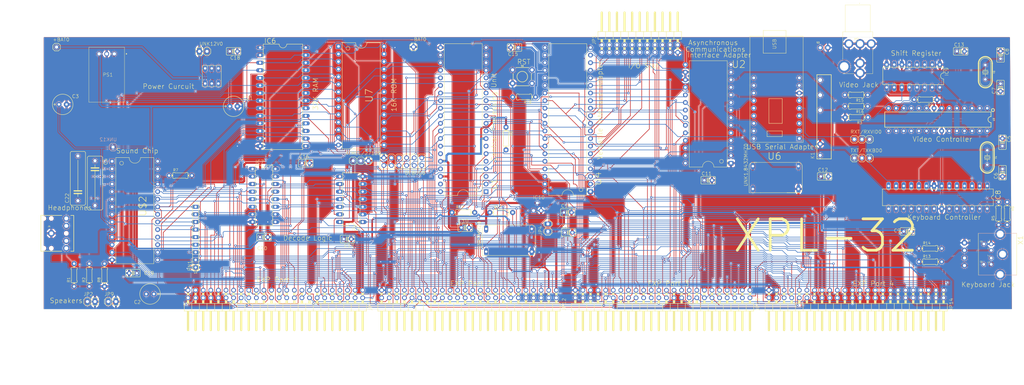
<source format=kicad_pcb>
(kicad_pcb (version 20240108) (generator "pcbnew") (generator_version "8.0")
  (layers (0 "F.Cu" signal) (31 "B.Cu" signal) (34 "B.Paste" user) (35 "F.Paste" user) (36 "B.SilkS" user "B.Silkscreen") (37 "F.SilkS" user "F.Silkscreen") (38 "B.Mask" user) (39 "F.Mask" user) (44 "Edge.Cuts" user))
  (net 0 "")
  (net 1 "GND")
  (net 2 "VCC")
  (net 3 "CLK")
  (net 4 "N$22")
  (net 5 "~{RST}")
  (net 6 "~{IRQ}")
  (net 7 "R/~{W}")
  (net 8 "A0")
  (net 9 "N$7")
  (net 10 "A14")
  (net 11 "A15")
  (net 12 "~{ROM}")
  (net 13 "~{READ}")
  (net 14 "~{WRITE}")
  (net 15 "A1")
  (net 16 "A2")
  (net 17 "A3")
  (net 18 "A4")
  (net 19 "A5")
  (net 20 "A6")
  (net 21 "A7")
  (net 22 "A8")
  (net 23 "A9")
  (net 24 "A10")
  (net 25 "A11")
  (net 26 "A12")
  (net 27 "A13")
  (net 28 "D1")
  (net 29 "D2")
  (net 30 "D3")
  (net 31 "D4")
  (net 32 "D5")
  (net 33 "D6")
  (net 34 "D7")
  (net 35 "D0")
  (net 36 "N$27")
  (net 37 "~{SERIAL}")
  (net 38 "N$31")
  (net 39 "N$32")
  (net 40 "PE1")
  (net 41 "PE2")
  (net 42 "PE3")
  (net 43 "KBCLK")
  (net 44 "KBDATA")
  (net 45 "N$33")
  (net 46 "N$34")
  (net 47 "N$37")
  (net 48 "~{VIA}")
  (net 49 "~{9800-9FFF}")
  (net 50 "~{9000-97FF}")
  (net 51 "~{8800-8FFF}")
  (net 52 "~{A000-A7FF}")
  (net 53 "N$40")
  (net 54 "N$35")
  (net 55 "N$36")
  (net 56 "N$63")
  (net 57 "N$64")
  (net 58 "N$65")
  (net 59 "N$66")
  (net 60 "N$67")
  (net 61 "N$68")
  (net 62 "N$69")
  (net 63 "N$70")
  (net 64 "N$71")
  (net 65 "SNC")
  (net 66 "~{A800-AFFF}")
  (net 67 "N$9")
  (net 68 "N$75")
  (net 69 "N$76")
  (net 70 "~{OEROM}")
  (net 71 "~{CSROM}")
  (net 72 "N$16")
  (net 73 "SCLK")
  (net 74 "N$41")
  (net 75 "N$42")
  (net 76 "N$43")
  (net 77 "N$49")
  (net 78 "N$50")
  (net 79 "N$51")
  (net 80 "N$52")
  (net 81 "N$53")
  (net 82 "N$8")
  (net 83 "N$12")
  (net 84 "N$15")
  (net 85 "N$20")
  (net 86 "N$21")
  (net 87 "N$30")
  (net 88 "N$38")
  (net 89 "CA1")
  (net 90 "CA2")
  (net 91 "CB1")
  (net 92 "CB2")
  (net 93 "N$1")
  (net 94 "N$2")
  (net 95 "TXD")
  (net 96 "RXFT")
  (net 97 "N$10")
  (net 98 "TXFT")
  (net 99 "N$11")
  (net 100 "RXD")
  (net 101 "N$5")
  (net 102 "~{SID}")
  (net 103 "VCC_2")
  (net 104 "EXTVID")
  (net 105 "EXTSND")
  (net 106 "AUDIO")
  (net 107 "POTX")
  (net 108 "POTY")
  (net 109 "N$4")
  (net 110 "N$6")
  (net 111 "SCL")
  (net 112 "SDA")
  (net 113 "N$3")
  (net 114 "N$17")
  (net 115 "N$18")
  (net 116 "N$19")
  (net 117 "N$23")
  (net 118 "N$13")
  (net 119 "~{NMI}")
  (footprint "XPL-32:APF30212C_339" (layer "F.Cu") (at 246.3013 86.4234 90)
    (property "Reference" "K1")
    (property "Value" "APF30205C")
  )
  (footprint "XPL-32:C150-054X183_420" (layer "F.Cu") (at -1.9837 106.7434 90)
    (property "Reference" "C22")
    (property "Value" "470pF")
  )
  (footprint "XPL-32:TOGGLE_BUTTON" (layer "F.Cu") (at 50.7213 73.7234)
    (property "Reference" "U$1" (hide yes))
    (property "Value" "TOGGLE_PUSHBUTTON" (hide yes))
  )
  (footprint "XPL-32:C150-054X183_420" (layer "F.Cu") (at 3.7313 108.3309 -90)
    (property "Reference" "C4")
    (property "Value" "470pF")
  )
  (footprint "XPL-32:DIL28-6_272" (layer "F.Cu") (at 66.5963 79.4384 -90)
    (property "Reference" "IC6")
    (property "Value" "")
  )
  (footprint "XPL-32:0204_7_420" (layer "F.Cu") (at 147.2667 79.4892 180)
    (property "Reference" "R18")
    (property "Value" "1k")
  )
  (footprint "XPL-32:1X04_NO_SILK_513" (layer "F.Cu") (at 294.5613 128.3334 -90)
    (property "Reference" "J1")
    (property "Value" "")
  )
  (footprint "XPL-32:0204_7_420" (layer "F.Cu") (at 258.4679 86.2964)
    (property "Reference" "R3")
    (property "Value" "10K")
  )
  (footprint "XPL-32:OSCCAN" (layer "F.Cu") (at 231.406281 106.4724)
    (property "Reference" "UNK1.8432MHZ0")
    (property "Value" "OSC")
  )
  (footprint "XPL-32:1X01_325" (layer "F.Cu") (at 110.268481 62.7066)
    (property "Reference" "-BAT0")
    (property "Value" "")
  )
  (footprint "XPL-32:TO127P254X495-3" (layer "F.Cu") (at 152.9563 114.9984)
    (property "Reference" "IC10")
    (property "Value" "MCP120-450DI_TO")
  )
  (footprint "XPL-32:0204_7_420" (layer "F.Cu") (at 6.9063 139.1284 90)
    (property "Reference" "R8")
    (property "Value" "1k")
  )
  (footprint "XPL-32:1X02_325" (layer "F.Cu") (at 155.2253 123.264019 90)
    (property "Reference" "JP4")
    (property "Value" "")
  )
  (footprint "XPL-32:2X24_90_325" (layer "F.Cu") (at 128.8263 150.5584 180)
    (property "Reference" "JP12")
    (property "Value" "")
  )
  (footprint "XPL-32:DIL16_85" (layer "F.Cu") (at 60.2463 112.4584 -90)
    (property "Reference" "IC7")
    (property "Value" "74HC138N")
  )
  (footprint "XPL-32:0204_7_420" (layer "F.Cu") (at 126.9213 118.1734)
    (property "Reference" "R12")
    (property "Value" "1k")
  )
  (footprint "XPL-32:C025-025X050_334" (layer "F.Cu") (at 16.4313 138.4934)
    (property "Reference" "C19")
    (property "Value" "0.1uf")
  )
  (footprint "XPL-32:C025-025X050_334" (layer "F.Cu") (at 144.0663 62.9284 180)
    (property "Reference" "C15")
    (property "Value" "0.1uf")
  )
  (footprint "XPL-32:C025-025X050_334" (layer "F.Cu") (at 162.140481 124.8874)
    (property "Reference" "C1")
    (property "Value" "0.1uf")
  )
  (footprint "XPL-32:DIP-40" (layer "F.Cu") (at 126.9213 88.3284 90)
    (property "Reference" "U1")
    (property "Value" "W65C02SP")
  )
  (footprint "XPL-32:M_DIN6" (layer "F.Cu") (at 307.2613 132.1434 -90)
    (property "Reference" "X1")
    (property "Value" "")
  )
  (footprint "XPL-32:1X01_325" (layer "F.Cu") (at -9.111519 62.7828)
    (property "Reference" "+BAT0")
    (property "Value" "")
  )
  (footprint "XPL-32:1X02_325" (layer "F.Cu") (at 39.9263 64.1984)
    (property "Reference" "UNK12V0")
    (property "Value" "")
  )
  (footprint "XPL-32:E2,5-7_420" (layer "F.Cu") (at -7.0637 81.9784)
    (property "Reference" "C3")
    (property "Value" "10uF")
  )
  (footprint "XPL-32:0204_7_420" (layer "F.Cu") (at 141.2088 93.4084 -90)
    (property "Reference" "R9")
    (property "Value" "1k")
  )
  (footprint "XPL-32:0204_7_420" (layer "F.Cu") (at 308.8488 118.4909 -90)
    (property "Reference" "R6")
    (property "Value" "4.7K")
  )
  (footprint "XPL-32:DIP-28" (layer "F.Cu") (at 208.8363 86.4234 90)
    (property "Reference" "U2")
    (property "Value" "")
  )
  (footprint "XPL-32:DIP-28" (layer "F.Cu") (at 17.0663 116.2684 -90)
    (property "Reference" "U$2")
    (property "Value" "6581")
  )
  (footprint "XPL-32:C025-025X050_334" (layer "F.Cu") (at 74.2163 101.6634)
    (property "Reference" "C16")
    (property "Value" "0.1uf")
  )
  (footprint "XPL-32:2X11_90_325" (layer "F.Cu") (at 185.940281 58.2124)
    (property "Reference" "JP1")
    (property "Value" "")
  )
  (footprint "XPL-32:DIL16_88" (layer "F.Cu") (at 277.4163 72.4534 180)
    (property "Reference" "IC9")
    (property "Value" "74HCT166N")
  )
  (footprint "XPL-32:E2,5-7_420" (layer "F.Cu") (at 50.0863 82.6134)
    (property "Reference" "C21")
    (property "Value" "10uF")
  )
  (footprint "XPL-32:1X02_325" (layer "F.Cu") (at 9.4463 148.0184)
    (property "Reference" "JP9")
    (property "Value" "")
  )
  (footprint "XPL-32:2X24_90_325" (layer "F.Cu") (at 64.0563 150.5584 180)
    (property "Reference" "JP11")
    (property "Value" "")
  )
  (footprint "XPL-32:TACTILE_SWITCH_PTH_6.0MM_535" (layer "F.Cu") (at 146.6571 72.682)
    (property "Reference" "S6")
    (property "Value" "MOMENTARY-SWITCH-SPST-PTH-6.0MM")
  )
  (footprint "XPL-32:DIP-40" (layer "F.Cu") (at 161.8463 88.3284 90)
    (property "Reference" "U4")
    (property "Value" "")
  )
  (footprint "XPL-32:C025-025X050_334" (layer "F.Cu") (at 275.5113 124.5234)
    (property "Reference" "C9")
    (property "Value" "0.1uf")
  )
  (footprint "XPL-32:OSCCAN" (layer "F.Cu") (at 142.196525 127.478875)
    (property "Reference" "UNK1MHZ0")
    (property "Value" "OSC")
  )
  (footprint "XPL-32:HC49U_511" (layer "F.Cu") (at 302.1813 99.7584 -90)
    (property "Reference" "Y4")
    (property "Value" "11.0592MHz")
  )
  (footprint "XPL-32:OKI78SR515W36HEC" (layer "F.Cu") (at 10.188318 65.054 180)
    (property "Reference" "PS1")
    (property "Value" "OKI-78SR-5_1.5-W36HE-C")
  )
  (footprint "XPL-32:C025-025X050_334" (layer "F.Cu") (at 307.2867 104.8384 90)
    (property "Reference" "C6")
    (property "Value" "22pf")
  )
  (footprint "XPL-32:1X03_420" (layer "F.Cu") (at 92.620681 100.8336)
    (property "Reference" "ATMEL/27128")
    (property "Value" "")
  )
  (footprint "XPL-32:C025-025X050_334" (layer "F.Cu") (at 247.7745 106.1084)
    (property "Reference" "C12")
    (property "Value" "0.1uf")
  )
  (footprint "XPL-32:C025-025X050_334" (layer "F.Cu") (at 307.2613 94.653 -90)
    (property "Reference" "C5")
    (property "Value" "22pf")
  )
  (footprint "XPL-32:2X24_90_325" (layer "F.Cu") (at 193.5963 150.5584 180)
    (property "Reference" "JP13")
    (property "Value" "")
  )
  (footprint "XPL-32:2X06_325" (layer "F.Cu") (at 106.688118 101.147 180)
    (property "Reference" "DEBUG0")
    (property "Value" "")
  )
  (footprint "XPL-32:0204_7_420" (layer "F.Cu") (at 305.9913 118.4909 90)
    (property "Reference" "R5")
    (property "Value" "4.7K")
  )
  (footprint "XPL-32:DIP-28" (layer "F.Cu") (at 92.785562 77.790488 -90)
    (property "Reference" "U7")
    (property "Value" "AT28C256/27128")
  )
  (footprint "XPL-32:0204_7_420" (layer "F.Cu") (at 1.8263 139.1284 90)
    (property "Reference" "R2")
    (property "Value" "10")
  )
  (footprint "XPL-32:C025-025X050_334" (layer "F.Cu") (at 161.8463 118.1734)
    (property "Reference" "C14")
    (property "Value" "0.1uf")
  )
  (footprint "XPL-32:C025-025X050_334" (layer "F.Cu") (at 306.6263 76.3142 90)
    (property "Reference" "C7")
    (property "Value" "22pf")
  )
  (footprint "XPL-32:1X02_325" (layer "F.Cu") (at 2.4613 148.0184)
    (property "Reference" "JP2")
    (property "Value" "")
  )
  (footprint "XPL-32:0204_7_420" (layer "F.Cu") (at -3.2537 139.1284 90)
    (property "Reference" "R1")
    (property "Value" "10")
  )
  (footprint "XPL-32:AUDIO-JACK_513" (layer "F.Cu") (at -10.8737 125.1584)
    (property "Reference" "J4")
    (property "Value" "AUDIO_JACK_3.5MM_PTH")
  )
  (footprint "XPL-32:0204_7_420" (layer "F.Cu") (at 281.5438 80.3909 180)
    (property "Reference" "R4")
    (property "Value" "10K")
  )
  (footprint "XPL-32:C025-025X050_334" (layer "F.Cu") (at 293.2913 64.1984)
    (property "Reference" "C13")
    (property "Value" "0.1uf")
  )
  (footprint "XPL-32:1X03_420" (layer "F.Cu") (at 260.260681 93.6708)
    (property "Reference" "RXT/RXVID0")
    (property "Value" "")
  )
  (footprint "XPL-32:E2,5-7_420" (layer "F.Cu") (at 22.1463 145.4784 180)
    (property "Reference" "C2")
    (property "Value" "1UF")
  )
  (footprint "XPL-32:DIP28_525" (layer "F.Cu") (at 285.6713 87.0584 180)
    (property "Reference" "U3")
    (property "Value" "328P")
  )
  (footprint "XPL-32:FTDI" (layer "F.Cu") (at 231.6963 70.5484 90)
    (property "Reference" "U6")
    (property "Value" "FTDI")
  )
  (footprint "XPL-32:0204_7_420" (layer "F.Cu") (at 139.6213 118.1734)
    (property "Reference" "R17")
    (property "Value" "1k")
  )
  (footprint "XPL-32:0204_7_420" (layer "F.Cu") (at 32.3063 105.7909)
    (property "Reference" "R7")
    (property "Value" "470")
  )
  (footprint "XPL-32:C025-025X050_334" (layer "F.Cu") (at 306.6263 65.4176 -90)
    (property "Reference" "C8")
    (property "Value" "22pf")
  )
  (footprint "XPL-32:C025-025X050_334" (layer "F.Cu") (at 60.2463 126.4284 180)
    (property "Reference" "C20")
    (property "Value" "0.1uf")
  )
  (footprint "XPL-32:C025-025X050_334" (layer "F.Cu") (at 88.1863 127.0634 180)
    (property "Reference" "C17")
    (property "Value" "0.1uf")
  )
  (footprint "XPL-32:HC49U_511" (layer "F.Cu") (at 301.5463 71.1834 -90)
    (property "Reference" "Y3")
    (property "Value" "16MHz")
  )
  (footprint "XPL-32:0204_7_420" (layer "F.Cu") (at 258.3663 82.6134 180)
    (property "Reference" "R16")
    (property "Value" "1k")
  )
  (footprint "XPL-32:SIL9_347" (layer "F.Cu") (at 37.3863 126.4284 90)
    (property "Reference" "RN1")
    (property "Value" "1K")
  )
  (footprint "XPL-32:C025-025X050_334" (layer "F.Cu") (at 50.0863 64.1984 180)
    (property "Reference" "C18")
    (property "Value" "0.1uf")
  )
  (footprint "XPL-32:2X24_90_325" (layer "F.Cu") (at 258.3663 150.5584 180)
    (property "Reference" "JP14")
    (property "Value" "")
  )
  (footprint "XPL-32:1X02_NO_SILK_513" (layer "F.Cu") (at 246.3013 62.9792)
    (property "Reference" "S3")
    (property "Value" "VIDEO")
  )
  (footprint "XPL-32:C025-025X050_334" (layer "F.Cu") (at 208.8363 107.3784)
    (property "Reference" "C11")
    (property "Value" "0.1uf")
  )
  (footprint "XPL-32:C025-025X050_334" (layer "F.Cu") (at 127.5563 123.2534)
    (property "Reference" "C10")
    (property "Value" "0.1uf")
  )
  (footprint "XPL-32:DIL28-3_105" (layer "F.Cu") (at 285.6713 113.0934 180)
    (property "Reference" "IC8")
    (property "Value" "328P")
  )
  (footprint "XPL-32:DIL14_85" (layer "F.Cu") (at 89.4563 113.7284 90)
    (property "Reference" "IC4")
    (property "Value" "74HC00N")
  )
  (footprint "XPL-32:0204_7_420" (layer "F.Cu") (at 283.1313 130.2384)
    (property "Reference" "R14")
    (property "Value" "10k")
  )
  (footprint "XPL-32:1X03_420" (layer "F.Cu") (at 260.260681 99.9446)
    (property "Reference" "TXT/TXKBD0")
    (property "Value" "")
  )
  (footprint "XPL-32:0204_7_420" (layer "F.Cu") (at 258.3663 78.8034 180)
    (property "Reference" "R15")
    (property "Value" "470")
  )
  (footprint "XPL-32:973" (layer "F.Cu") (at 259.6363 61.6584 -90)
    (property "Reference" "J3")
    (property "Value" "973")
  )
  (footprint "XPL-32:0204_7_420" (layer "F.Cu") (at 283.1313 134.6834)
    (property "Reference" "R13")
    (property "Value" "10k")
  )
  (footprint "XPL-32:1X01_325" (layer "B.Cu") (at 9.7638 96.2659 180)
    (property "Reference" "UNK12")
    (property "Value" "")
  )
  (gr_line (start 309.7813 59.4484) (end -13.4137 59.4484) (stroke (width 0.05)) (layer "Edge.Cuts"))
  (gr_line (start 310.4163 150.5584) (end 309.7813 59.4484) (stroke (width 0.05)) (layer "Edge.Cuts"))
  (gr_line (start 6.9063 150.5584) (end 310.4163 150.5584) (stroke (width 0.05)) (layer "Edge.Cuts"))
  (gr_line (start -13.4137 59.4484) (end -13.4137 150.5584) (stroke (width 0.05)) (layer "Edge.Cuts"))
  (gr_line (start 6.9063 150.5584) (end -13.4137 150.5584) (stroke (width 0.0508)) (layer "Edge.Cuts"))
  (gr_text "XPL-32" (at 216.4563 132.1434 0) (layer "F.SilkS") (effects (font (size 10.5156 10.5156) (thickness 0.9144)) (justify left bottom)))
  (gr_text "Sound Chip" (at 10.7163 98.4884 0) (layer "F.SilkS") (effects (font (size 1.63576 1.63576) (thickness 0.14224)) (justify left bottom)))
  (gr_text "USB Serial Adapter" (at 221.52479 97.12076 0) (layer "F.SilkS") (effects (font (size 1.63576 1.63576) (thickness 0.14224)) (justify left bottom)))
  (gr_text "Video Controller" (at 277.109606 94.597975 0) (layer "F.SilkS") (effects (font (size 1.63576 1.63576) (thickness 0.14224)) (justify left bottom)))
  (gr_text "Decode Logic" (at 66.5963 127.6984 0) (layer "F.SilkS") (effects (font (size 1.63576 1.63576) (thickness 0.14224)) (justify left bottom)))
  (gr_text "EXP Port 1" (at 57.7063 141.6684 0) (layer "F.SilkS") (effects (font (size 1.63576 1.63576) (thickness 0.14224)) (justify left bottom)))
  (gr_text "Speakers" (at -11.5087 148.6534 0) (layer "F.SilkS") (effects (font (size 1.63576 1.63576) (thickness 0.14224)) (justify left bottom)))
  (gr_text "RST" (at 144.851528 68.680741 0) (layer "F.SilkS") (effects (font (size 1.63576 1.63576) (thickness 0.14224)) (justify left bottom)))
  (gr_text "32K RAM" (at 78.494184 84.018625 90) (layer "F.SilkS") (effects (font (size 1.63576 1.63576) (thickness 0.14224)) (justify left bottom)))
  (gr_text "EXP Port 3" (at 188.5163 142.9384 0) (layer "F.SilkS") (effects (font (size 1.63576 1.63576) (thickness 0.14224)) (justify left bottom)))
  (gr_text "Versatile Interface Adapter" (at 173.586628 100.542044 90) (layer "F.SilkS") (effects (font (size 1.63576 1.63576) (thickness 0.14224)) (justify left bottom)))
  (gr_text " Interface Adapter" (at 200.560862 66.402135 0) (layer "F.SilkS") (effects (font (size 1.63576 1.63576) (thickness 0.14224)) (justify left bottom)))
  (gr_text "Shift Register" (at 269.846525 65.808541 0) (layer "F.SilkS") (effects (font (size 1.63576 1.63576) (thickness 0.14224)) (justify left bottom)))
  (gr_text "I/O Slot" (at 181.955356 69.982607 0) (layer "F.SilkS") (effects (font (size 1.63576 1.63576) (thickness 0.14224)) (justify left bottom)))
  (gr_text "Power Curcuit" (at 19.6063 76.8984 0) (layer "F.SilkS") (effects (font (size 1.63576 1.63576) (thickness 0.14224)) (justify left bottom)))
  (gr_text "Headphones" (at -12.1437 117.5384 0) (layer "F.SilkS") (effects (font (size 1.63576 1.63576) (thickness 0.14224)) (justify left bottom)))
  (gr_text "Asynchronous" (at 202.107159 62.24696 0) (layer "F.SilkS") (effects (font (size 1.63576 1.63576) (thickness 0.14224)) (justify left bottom)))
  (gr_text "Central Processing Unit" (at 138.112112 101.13481 90) (layer "F.SilkS") (effects (font (size 1.63576 1.63576) (thickness 0.14224)) (justify left bottom)))
  (gr_text "EXP Port 2" (at 122.4763 142.9384 0) (layer "F.SilkS") (effects (font (size 1.63576 1.63576) (thickness 0.14224)) (justify left bottom)))
  (gr_text "16K ROM" (at 104.6963 84.5184 90) (layer "F.SilkS") (effects (font (size 1.63576 1.63576) (thickness 0.14224)) (justify left bottom)))
  (gr_text "Communications" (at 201.069575 64.472944 0) (layer "F.SilkS") (effects (font (size 1.63576 1.63576) (thickness 0.14224)) (justify left bottom)))
  (gr_text "Keyboard Controller" (at 275.330893 120.716222 0) (layer "F.SilkS") (effects (font (size 1.63576 1.63576) (thickness 0.14224)) (justify left bottom)))
  (gr_text "Keyboard Jack" (at 293.414484 143.272894 0) (layer "F.SilkS") (effects (font (size 1.63576 1.63576) (thickness 0.14224)) (justify left bottom)))
  (gr_text "EXP Port 4" (at 257.0963 142.9384 0) (layer "F.SilkS") (effects (font (size 1.63576 1.63576) (thickness 0.14224)) (justify left bottom)))
  (gr_text "Video Jack" (at 252.504062 76.344879 0) (layer "F.SilkS") (effects (font (size 1.63576 1.63576) (thickness 0.14224)) (justify left bottom)))
  (segment (start 308.5313 94.6784) (end 308.5313 105.4734) (width 0.2032) (layer "F.Cu") (net 1))
  (segment (start 198.6763 64.8334) (end 198.640281 64.5624) (width 0.2032) (layer "F.Cu") (net 1))
  (segment (start 51.3563 82.6134) (end 51.3563 64.1984) (width 0.2032) (layer "F.Cu") (net 1))
  (segment (start 308.5313 105.4734) (end 307.8963 106.1084) (width 0.2032) (layer "F.Cu") (net 1))
  (segment (start 284.4013 109.2834) (end 284.4013 95.9484) (width 0.2032) (layer "F.Cu") (net 1))
  (segment (start 281.2263 89.5984) (end 281.2263 86.4234) (width 0.2032) (layer "F.Cu") (net 1))
  (segment (start 163.7513 125.1584) (end 164.3863 125.7934) (width 0.2032) (layer "F.Cu") (net 1))
  (segment (start 165.723781 147.3862) (end 165.871296 147.533716) (width 0.2032) (layer "F.Cu") (net 1))
  (segment (start 305.9913 64.8334) (end 305.3563 65.4684) (width 0.2032) (layer "F.Cu") (net 1))
  (segment (start 284.4013 111.8234) (end 284.4013 109.2834) (width 0.2032) (layer "F.Cu") (net 1))
  (segment (start 8.597143 149.7964) (end 10.375143 148.0184) (width 0.2032) (layer "F.Cu") (net 1))
  (segment (start 75.4863 101.6634) (end 75.4863 126.4284) (width 0.2032) (layer "F.Cu") (net 1))
  (segment (start 171.3713 142.3034) (end 171.3713 143.406557) (width 0.2032) (layer "F.Cu") (net 1))
  (segment (start 10.375143 148.0184) (end 10.7163 148.0184) (width 0.2032) (layer "F.Cu") (net 1))
  (segment (start 244.0788 78.1684) (end 239.3163 78.1684) (width 0.2032) (layer "F.Cu") (net 1))
  (segment (start 280.5913 90.2334) (end 281.2263 89.5984) (width 0.2032) (layer "F.Cu") (net 1))
  (segment (start 307.2613 93.4084) (end 307.2613 93.383) (width 0.2032) (layer "F.Cu") (net 1))
  (segment (start 128.8263 128.9684) (end 128.8263 123.2534) (width 0.2032) (layer "F.Cu") (net 1))
  (segment (start 144.0663 68.0084) (end 143.4313 68.0084) (width 0.2032) (layer "F.Cu") (net 1))
  (segment (start 216.4563 101.6634) (end 216.4563 103.5684) (width 0.2032) (layer "F.Cu") (net 1))
  (segment (start 248.8413 106.1084) (end 248.8413 95.3134) (width 0.2032) (layer "F.Cu") (net 1))
  (segment (start 102.7913 88.9634) (end 103.4263 88.3284) (width 0.2032) (layer "F.Cu") (net 1))
  (segment (start 304.7213 111.1884) (end 304.0863 111.8234) (width 0.2032) (layer "F.Cu") (net 1))
  (segment (start 163.1163 124.5234) (end 163.410481 124.8874) (width 0.2032) (layer "F.Cu") (net 1))
  (segment (start 152.3213 121.9834) (end 152.3213 131.5084) (width 0.2032) (layer "F.Cu") (net 1))
  (segment (start 94.5363 106.1084) (end 93.2663 106.1084) (width 0.2032) (layer "F.Cu") (net 1))
  (segment (start 307.2613 89.5984) (end 306.6263 88.9634) (width 0.2032) (layer "F.Cu") (net 1))
  (segment (start 245.0313 81.3434) (end 244.3963 80.7084) (width 0.2032) (layer "F.Cu") (net 1))
  (segment (start 307.2613 92.7734) (end 307.2613 89.5984) (width 0.2032) (layer "F.Cu") (net 1))
  (segment (start 102.7913 134.3659) (end 102.7913 125.7934) (width 0.2032) (layer "F.Cu") (net 1))
  (segment (start 280.5913 120.0784) (end 280.5913 115.6334) (width 0.2032) (layer "F.Cu") (net 1))
  (segment (start 248.8413 63.5634) (end 248.8413 62.9792) (width 0.2032) (layer "F.Cu") (net 1))
  (segment (start 201.2163 70.5484) (end 199.3113 70.5484) (width 0.2032) (layer "F.Cu") (net 1))
  (segment (start 95.1713 100.3934) (end 95.1713 95.3134) (width 0.2032) (layer "F.Cu") (net 1))
  (segment (start 305.3563 108.0134) (end 304.7213 108.6484) (width 0.2032) (layer "F.Cu") (net 1))
  (segment (start 170.9903 145.855507) (end 170.695859 146.149947) (width 0.2032) (layer "F.Cu") (net 1))
  (segment (start 210.1063 104.2034) (end 210.1063 107.3784) (width 0.2032) (layer "F.Cu") (net 1))
  (segment (start 248.8413 106.1084) (end 249.0445 106.1084) (width 0.2032) (layer "F.Cu") (net 1))
  (segment (start 307.2613 92.7734) (end 307.2613 93.383) (width 0.2032) (layer "F.Cu") (net 1))
  (segment (start 307.2613 108.0134) (end 305.3563 108.0134) (width 0.2032) (layer "F.Cu") (net 1))
  (segment (start 144.7013 69.9134) (end 144.0663 69.2784) (width 0.2032) (layer "F.Cu") (net 1))
  (segment (start 104.0613 82.6134) (end 104.0613 62.9284) (width 0.2032) (layer "F.Cu") (net 1))
  (segment (start 307.2613 106.1084) (end 307.2867 106.1084) (width 0.2032) (layer "F.Cu") (net 1))
  (segment (start 305.3563 77.5334) (end 306.6263 77.5334) (width 0.2032) (layer "F.Cu") (net 1))
  (segment (start 281.2263 86.4234) (end 283.7663 86.4234) (width 0.2032) (layer "F.Cu") (net 1))
  (segment (start 307.2613 94.0434) (end 307.8963 94.0434) (width 0.2032) (layer "F.Cu") (net 1))
  (segment (start 304.0863 118.1734) (end 303.4513 118.8084) (width 0.2032) (layer "F.Cu") (net 1))
  (segment (start 307.2613 106.1084) (end 307.2613 108.0134) (width 0.2032) (layer "F.Cu") (net 1))
  (segment (start 143.4313 68.0084) (end 142.7963 67.3734) (width 0.2032) (layer "F.Cu") (net 1))
  (segment (start 280.6548 113.6649) (end 281.8613 112.4584) (width 0.2032) (layer "F.Cu") (net 1))
  (segment (start 306.6263 64.1984) (end 306.6263 64.8334) (width 0.2032) (layer "F.Cu") (net 1))
  (segment (start 95.1713 104.2034) (end 95.8063 104.8384) (width 0.2032) (layer "F.Cu") (net 1))
  (segment (start 229.1563 142.3034) (end 229.1563 144.2084) (width 0.2032) (layer "F.Cu") (net 1))
  (segment (start 102.7913 94.6784) (end 102.7913 88.9634) (width 0.2032) (layer "F.Cu") (net 1))
  (segment (start 280.5913 115.6334) (end 280.6548 115.5699) (width 0.2032) (layer "F.Cu") (net 1))
  (segment (start 198.6763 69.9134) (end 198.6763 64.8334) (width 0.2032) (layer "F.Cu") (net 1))
  (segment (start 100.2513 99.7584) (end 100.338118 99.877) (width 0.2032) (layer "F.Cu") (net 1))
  (segment (start 164.3863 145.311557) (end 164.3863 144.2084) (width 0.2032) (layer "F.Cu") (net 1))
  (segment (start 216.4563 103.5684) (end 210.7413 103.5684) (width 0.2032) (layer "F.Cu") (net 1))
  (segment (start 165.844068 147.560944) (end 165.789409 147.560944) (width 0.2032) (layer "F.Cu") (net 1))
  (segment (start 281.2263 94.6784) (end 280.5913 94.0434) (width 0.2032) (layer "F.Cu") (net 1))
  (segment (start 248.8413 95.3134) (end 248.8413 81.3434) (width 0.2032) (layer "F.Cu") (net 1))
  (segment (start 281.2263 95.3134) (end 281.2263 94.6784) (width 0.2032) (layer "F.Cu") (net 1))
  (segment (start 152.9563 117.5384) (end 152.9563 121.3484) (width 0.2032) (layer "F.Cu") (net 1))
  (segment (start 7.755456 149.7964) (end 8.597143 149.7964) (width 0.2032) (layer "F.Cu") (net 1))
  (segment (start 305.3563 65.4684) (end 305.3563 77.5334) (width 0.2032) (layer "F.Cu") (net 1))
  (segment (start 95.1713 101.0284) (end 95.1713 104.2034) (width 0.2032) (layer "F.Cu") (net 1))
  (segment (start 244.3963 80.7084) (end 244.3963 78.4859) (width 0.2032) (layer "F.Cu") (net 1))
  (segment (start 284.4013 85.7884) (end 284.4013 83.2484) (width 0.2032) (layer "F.Cu") (net 1))
  (segment (start 165.4023 147.173835) (end 165.4023 146.327557) (width 0.2032) (layer "F.Cu") (net 1))
  (segment (start 95.1713 101.0284) (end 95.160681 100.8336) (width 0.2032) (layer "F.Cu") (net 1))
  (segment (start 101.5213 97.8534) (end 102.1563 97.2184) (width 0.2032) (layer "F.Cu") (net 1))
  (segment (start 34.8463 144.2084) (end 34.5288 143.8909) (width 0.2032) (layer "F.Cu") (net 1))
  (segment (start 281.8613 112.4584) (end 283.7663 112.4584) (width 0.2032) (layer "F.Cu") (net 1))
  (segment (start 170.9903 143.787557) (end 170.9903 145.855507) (width 0.2032) (layer "F.Cu") (net 1))
  (segment (start 103.4263 83.2484) (end 104.0613 82.6134) (width 0.2032) (layer "F.Cu") (net 1))
  (segment (start 144.7013 71.8184) (end 144.7013 69.9134) (width 0.2032) (layer "F.Cu") (net 1))
  (segment (start 276.7813 120.7134) (end 279.9563 120.7134) (width 0.2032) (layer "F.Cu") (net 1))
  (segment (start 169.4663 111.1884) (end 169.4663 118.1734) (width 0.2032) (layer "F.Cu") (net 1))
  (segment (start 5.977456 148.0184) (end 7.755456 149.7964) (width 0.2032) (layer "F.Cu") (net 1))
  (segment (start 306.6263 64.1984) (end 306.6263 64.1476) (width 0.2032) (layer "F.Cu") (net 1))
  (segment (start 280.5913 94.0434) (end 280.5913 90.2334) (width 0.2032) (layer "F.Cu") (net 1))
  (segment (start 248.8413 81.3434) (end 245.0313 81.3434) (width 0.2032) (layer "F.Cu") (net 1))
  (segment (start 307.2613 93.4084) (end 307.2613 94.0434) (width 0.2032) (layer "F.Cu") (net 1))
  (segment (start 164.3863 125.7934) (end 164.3863 144.2084) (width 0.2032) (layer "F.Cu") (net 1))
  (segment (start 95.8063 107.3784) (end 94.5363 107.3784) (width 0.2032) (layer "F.Cu") (net 1))
  (segment (start 144.0663 72.4534) (end 144.7013 71.8184) (width 0.2032) (layer "F.Cu") (net 1))
  (segment (start 100.2513 99.7584) (end 100.2513 97.8534) (width 0.2032) (layer "F.Cu") (net 1))
  (segment (start 283.7663 112.4584) (end 284.4013 111.8234) (width 0.2032) (layer "F.Cu") (net 1))
  (segment (start 163.7513 125.1584) (end 163.410481 124.8874) (width 0.2032) (layer "F.Cu") (net 1))
  (segment (start 306.6263 64.8334) (end 305.9913 64.8334) (width 0.2032) (layer "F.Cu") (net 1))
  (segment (start 304.0863 111.8234) (end 304.0863 118.1734) (width 0.2032) (layer "F.Cu") (net 1))
  (segment (start 279.9563 120.7134) (end 280.5913 120.0784) (width 0.2032) (layer "F.Cu") (net 1))
  (segment (start 307.8963 94.0434) (end 308.5313 94.6784) (width 0.2032) (layer "F.Cu") (net 1))
  (segment (start 144.0663 69.2784) (end 144.0663 68.0084) (width 0.2032) (layer "F.Cu") (net 1))
  (segment (start 152.9563 121.3484) (end 152.3213 121.9834) (width 0.2032) (layer "F.Cu") (net 1))
  (segment (start 280.6548 115.5699) (end 280.6548 113.6649) (width 0.2032) (layer "F.Cu") (net 1))
  (segment (start 95.8063 104.8384) (end 95.8063 107.3784) (width 0.2032) (layer "F.Cu") (net 1))
  (segment (start 281.8613 95.9484) (end 281.2263 95.3134) (width 0.2032) (layer "F.Cu") (net 1))
  (segment (start 100.2513 97.8534) (end 101.5213 97.8534) (width 0.2032) (layer "F.Cu") (net 1))
  (segment (start 199.3113 70.5484) (end 198.6763 69.9134) (width 0.2032) (layer "F.Cu") (net 1))
  (segment (start 165.598162 147.3862) (end 165.723781 147.3862) (width 0.2032) (layer "F.Cu") (net 1))
  (segment (start 244.3963 78.4859) (end 244.0788 78.1684) (width 0.2032) (layer "F.Cu") (net 1))
  (segment (start 284.4013 95.9484) (end 281.8613 95.9484) (width 0.2032) (layer "F.Cu") (net 1))
  (segment (start 248.8413 95.3134) (end 246.3013 95.3134) (width 0.2032) (layer "F.Cu") (net 1))
  (segment (start 94.5363 107.3784) (end 94.5363 106.1084) (width 0.2032) (layer "F.Cu") (net 1))
  (segment (start 102.4738 134.6834) (end 102.7913 134.3659) (width 0.2032) (layer "F.Cu") (net 1))
  (segment (start 283.7663 86.4234) (end 284.4013 85.7884) (width 0.2032) (layer "F.Cu") (net 1))
  (segment (start 163.1163 118.1734) (end 163.1163 124.5234) (width 0.2032) (layer "F.Cu") (net 1))
  (segment (start 143.4313 74.3584) (end 143.4059 74.9426) (width 0.2032) (layer "F.Cu") (net 1))
  (segment (start 306.6263 78.1684) (end 306.6263 77.5842) (width 0.2032) (layer "F.Cu") (net 1))
  (segment (start 306.6263 77.5334) (end 306.6263 77.5842) (width 0.2032) (layer "F.Cu") (net 1))
  (segment (start 98.3463 144.2084) (end 98.3463 135.6359) (width 0.2032) (layer "F.Cu") (net 1))
  (segment (start 103.4263 88.3284) (end 103.4263 83.2484) (width 0.2032) (layer "F.Cu") (net 1))
  (segment (start 3.7313 148.0184) (end 5.977456 148.0184) (width 0.2032) (layer "F.Cu") (net 1))
  (segment (start 143.4313 72.4534) (end 144.0663 72.4534) (width 0.2032) (layer "F.Cu") (net 1))
  (segment (start 171.3713 143.406557) (end 170.9903 143.787557) (width 0.2032) (layer "F.Cu") (net 1))
  (segment (start 307.8963 106.1084) (end 307.2867 106.1084) (width 0.2032) (layer "F.Cu") (net 1))
  (segment (start 201.2163 71.1834) (end 201.2163 73.7234) (width 0.2032) (layer "F.Cu") (net 1))
  (segment (start 248.8413 81.3434) (end 248.8413 63.5634) (width 0.2032) (layer "F.Cu") (net 1))
  (segment (start 61.5163 126.4284) (end 61.5163 121.3484) (width 0.2032) (layer "F.Cu") (net 1))
  (segment (start 142.7963 67.3734) (end 142.7963 62.9284) (width 0.2032) (layer "F.Cu") (net 1))
  (segment (start 210.7413 103.5684) (end 210.1063 104.2034) (width 0.2032) (layer "F.Cu") (net 1))
  (segment (start 34.5288 143.8909) (end 34.5288 136.9059) (width 0.2032) (layer "F.Cu") (net 1))
  (segment (start 51.3563 95.9484) (end 51.3563 82.6134) (width 0.2032) (layer "F.Cu") (net 1))
  (segment (start 98.3463 135.6359) (end 99.2988 134.6834) (width 0.2032) (layer "F.Cu") (net 1))
  (segment (start 201.2163 71.1834) (end 201.2163 70.5484) (width 0.2032) (layer "F.Cu") (net 1))
  (segment (start 276.7813 124.5234) (end 276.7813 120.7134) (width 0.2032) (layer "F.Cu") (net 1))
  (segment (start 165.4023 146.327557) (end 164.3863 145.311557) (width 0.2032) (layer "F.Cu") (net 1))
  (segment (start 102.1563 97.2184) (end 102.1563 95.3134) (width 0.2032) (layer "F.Cu") (net 1))
  (segment (start 95.1713 100.3934) (end 95.160681 100.8336) (width 0.2032) (layer "F.Cu") (net 1))
  (segment (start 246.3013 95.3134) (end 246.3013 95.2434) (width 0.2032) (layer "F.Cu") (net 1))
  (segment (start 143.4313 74.3584) (end 143.4313 72.4534) (width 0.2032) (layer "F.Cu") (net 1))
  (segment (start 304.7213 108.6484) (end 304.7213 111.1884) (width 0.2032) (layer "F.Cu") (net 1))
  (segment (start 165.789409 147.560944) (end 165.4023 147.173835) (width 0.2032) (layer "F.Cu") (net 1))
  (segment (start 165.871296 147.533716) (end 165.844068 147.560944) (width 0.2032) (layer "F.Cu") (net 1))
  (segment (start 306.6263 88.9634) (end 306.6263 78.1684) (width 0.2032) (layer "F.Cu") (net 1))
  (segment (start 102.1563 95.3134) (end 102.7913 94.6784) (width 0.2032) (layer "F.Cu") (net 1))
  (via (at 152.3213 131.5084) (size 0.7564) (drill 0.35) (layers "F.Cu" "B.Cu") (net 1))
  (via (at 169.4663 118.1734) (size 0.7564) (drill 0.35) (layers "F.Cu" "B.Cu") (net 1))
  (via (at 95.1713 95.3134) (size 0.7564) (drill 0.35) (layers "F.Cu" "B.Cu") (net 1))
  (via (at 102.7913 125.7934) (size 0.7564) (drill 0.35) (layers "F.Cu" "B.Cu") (net 1))
  (via (at 170.695859 146.149947) (size 0.7564) (drill 0.35) (layers "F.Cu" "B.Cu") (net 1))
  (via (at 51.3563 95.9484) (size 0.7564) (drill 0.35) (layers "F.Cu" "B.Cu") (net 1))
  (via (at 34.5288 136.9059) (size 0.7564) (drill 0.35) (layers "F.Cu" "B.Cu") (net 1))
  (via (at 229.1563 142.3034) (size 0.7564) (drill 0.35) (layers "F.Cu" "B.Cu") (net 1))
  (via (at 171.3713 142.3034) (size 0.7564) (drill 0.35) (layers "F.Cu" "B.Cu") (net 1))
  (via (at 75.4863 126.4284) (size 0.7564) (drill 0.35) (layers "F.Cu" "B.Cu") (net 1))
  (via (at 128.8263 128.9684) (size 0.7564) (drill 0.35) (layers "F.Cu" "B.Cu") (net 1))
  (via (at 102.4738 134.6834) (size 0.7564) (drill 0.35) (layers "F.Cu" "B.Cu") (net 1))
  (via (at 61.5163 121.3484) (size 0.7564) (drill 0.35) (layers "F.Cu" "B.Cu") (net 1))
  (via (at 98.3463 144.2084) (size 0.7564) (drill 0.35) (layers "F.Cu" "B.Cu") (net 1))
  (via (at 99.2988 134.6834) (size 0.7564) (drill 0.35) (layers "F.Cu" "B.Cu") (net 1))
  (via (at 104.0613 62.9284) (size 0.7564) (drill 0.35) (layers "F.Cu" "B.Cu") (net 1))
  (via (at 166.9263 142.3034) (size 0.7564) (drill 0.35) (layers "F.Cu" "B.Cu") (net 1))
  (via (at 165.598162 147.3862) (size 0.7564) (drill 0.35) (layers "F.Cu" "B.Cu") (net 1))
  (segment (start -5.7937 137.2234) (end -5.7937 135.9534) (width 0.2032) (layer "B.Cu") (net 1))
  (segment (start 58.9763 95.9484) (end 51.3563 95.9484) (width 0.2032) (layer "B.Cu") (net 1))
  (segment (start 79.9313 101.0284) (end 79.2963 101.6634) (width 0.2032) (layer "B.Cu") (net 1))
  (segment (start 98.9813 99.7584) (end 98.3463 99.1234) (width 0.2032) (layer "B.Cu") (net 1))
  (segment (start 99.2988 134.6834) (end 102.4738 134.6834) (width 0.2032) (layer "B.Cu") (net 1))
  (segment (start 238.6813 106.1084) (end 210.1063 106.1084) (width 0.2032) (layer "B.Cu") (net 1))
  (segment (start 241.8563 78.1684) (end 239.3163 78.1684) (width 0.2032) (layer "B.Cu") (net 1))
  (segment (start 10.7163 137.2234) (end -5.7937 137.2234) (width 0.2032) (layer "B.Cu") (net 1))
  (segment (start -10.2387 62.2934) (end -10.2387 63.5634) (width 0.2032) (layer "B.Cu") (net 1))
  (segment (start 239.3163 78.1684) (end 235.5063 78.1684) (width 0.2032) (layer "B.Cu") (net 1))
  (segment (start 286.3063 68.6434) (end 285.6713 68.6434) (width 0.2032) (layer "B.Cu") (net 1))
  (segment (start 28.4963 63.5634) (end 29.1313 64.1984) (width 0.2032) (layer "B.Cu") (net 1))
  (segment (start 294.5613 64.1984) (end 306.6263 64.1984) (width 0.2032) (layer "B.Cu") (net 1))
  (segment (start 150.4163 131.5084) (end 149.816525 131.288875) (width 0.2032) (layer "B.Cu") (net 1))
  (segment (start 86.2813 100.3934) (end 85.6463 100.3934) (width 0.2032) (layer "B.Cu") (net 1))
  (segment (start 10.7163 142.9384) (end 10.7163 148.0184) (width 0.2032) (layer "B.Cu") (net 1))
  (segment (start 286.9413 124.5234) (end 286.9413 116.9034) (width 0.2032) (layer "B.Cu") (net 1))
  (segment (start 162.4813 117.5384) (end 161.8463 116.9034) (width 0.2032) (layer "B.Cu") (net 1))
  (segment (start 28.4963 62.9284) (end 28.4963 63.5634) (width 0.2032) (layer "B.Cu") (net 1))
  (segment (start 63.4213 96.5834) (end 62.7863 95.9484) (width 0.2032) (layer "B.Cu") (net 1))
  (segment (start 100.2513 99.7584) (end 98.9813 99.7584) (width 0.2032) (layer "B.Cu") (net 1))
  (segment (start -8.9687 64.1984) (end -8.3337 63.5634) (width 0.2032) (layer "B.Cu") (net 1))
  (segment (start 248.8413 106.1084) (end 248.2063 106.1084) (width 0.2032) (layer "B.Cu") (net 1))
  (segment (start 89.4563 127.0634) (end 88.8213 127.0634) (width 0.2032) (layer "B.Cu") (net 1))
  (segment (start 294.5613 64.1984) (end 293.9263 64.1984) (width 0.2032) (layer "B.Cu") (net 1))
  (segment (start 239.3163 108.0134) (end 239.3163 106.7434) (width 0.2032) (layer "B.Cu") (net 1))
  (segment (start 98.9813 99.7584) (end 95.8063 99.7584) (width 0.2032) (layer "B.Cu") (net 1))
  (segment (start 217.7263 75.6284) (end 217.0913 74.9934) (width 0.2032) (layer "B.Cu") (net 1))
  (segment (start 85.6463 95.3134) (end 85.165562 95.570488) (width 0.2032) (layer "B.Cu") (net 1))
  (segment (start 169.887143 145.7324) (end 166.505456 145.7324) (width 0.2032) (layer "B.Cu") (net 1))
  (segment (start 142.7963 62.9284) (end 140.8913 62.9284) (width 0.2032) (layer "B.Cu") (net 1))
  (segment (start 224.7113 76.8984) (end 222.1713 76.8984) (width 0.2032) (layer "B.Cu") (net 1))
  (segment (start 85.6463 126.4284) (end 75.4863 126.4284) (width 0.2032) (layer "B.Cu") (net 1))
  (segment (start 290.7513 125.1584) (end 290.1163 124.5234) (width 0.2032) (layer "B.Cu") (net 1))
  (segment (start 31.0363 144.2084) (end 34.8463 144.2084) (width 0.2032) (layer "B.Cu") (net 1))
  (segment (start 221.5363 75.6284) (end 217.7263 75.6284) (width 0.2032) (layer "B.Cu") (net 1))
  (segment (start 98.3463 99.1234) (end 88.1863 99.1234) (width 0.2032) (layer "B.Cu") (net 1))
  (segment (start 294.5613 128.3334) (end 290.7513 128.3334) (width 0.2032) (layer "B.Cu") (net 1))
  (segment (start 63.4213 97.8534) (end 63.4213 96.5834) (width 0.2032) (layer "B.Cu") (net 1))
  (segment (start 38.6563 64.1984) (end 39.2913 64.1984) (width 0.2032) (layer "B.Cu") (net 1))
  (segment (start 11.3513 137.8584) (end 10.7163 137.2234) (width 0.2032) (layer "B.Cu") (net 1))
  (segment (start 239.3163 108.0134) (end 239.3163 109.9184) (width 0.2032) (layer "B.Cu") (net 1))
  (segment (start -9.6037 64.1984) (end -8.9687 64.1984) (width 0.2032) (layer "B.Cu") (net 1))
  (segment (start 100.2513 99.7584) (end 100.338118 99.877) (width 0.2032) (layer "B.Cu") (net 1))
  (segment (start 19.6063 61.6584) (end -9.6037 61.6584) (width 0.2032) (layer "B.Cu") (net 1))
  (segment (start 133.9063 61.6584) (end 133.2713 62.2934) (width 0.2032) (layer "B.Cu") (net 1))
  (segment (start 150.4163 129.6034) (end 149.7813 128.9684) (width 0.2032) (layer "B.Cu") (net 1))
  (segment (start 242.4913 86.4234) (end 242.4913 78.8034) (width 0.2032) (layer "B.Cu") (net 1))
  (segment (start 150.4163 130.8734) (end 150.4163 129.6034) (width 0.2032) (layer "B.Cu") (net 1))
  (segment (start 30.4013 142.9384) (end 30.4013 143.5734) (width 0.2032) (layer "B.Cu") (net 1))
  (segment (start 11.3513 138.4934) (end 15.1613 138.4934) (width 0.2032) (layer "B.Cu") (net 1))
  (segment (start 39.9263 62.2934) (end 51.3563 62.2934) (width 0.2032) (layer "B.Cu") (net 1))
  (segment (start 288.2113 68.6434) (end 286.3063 68.6434) (width 0.2032) (layer "B.Cu") (net 1))
  (segment (start 208.8363 108.6484) (end 173.9113 108.6484) (width 0.2032) (layer "B.Cu") (net 1))
  (segment (start 272.9713 68.6434) (end 272.9713 67.3734) (width 0.2032) (layer "B.Cu") (net 1))
  (segment (start 173.9113 110.5534) (end 173.2763 111.1884) (width 0.2032) (layer "B.Cu") (net 1))
  (segment (start 140.8913 62.9284) (end 140.8913 62.2934) (width 0.2032) (layer "B.Cu") (net 1))
  (segment (start 306.6263 64.1984) (end 306.6263 64.1476) (width 0.2032) (layer "B.Cu") (net 1))
  (segment (start 248.2063 106.1084) (end 248.2063 107.3784) (width 0.2032) (layer "B.Cu") (net 1))
  (segment (start -12.1437 134.6834) (end -12.1437 129.6034) (width 0.2032) (layer "B.Cu") (net 1))
  (segment (start 80.5663 97.2184) (end 73.5813 97.2184) (width 0.2032) (layer "B.Cu") (net 1))
  (segment (start 51.3563 62.2934) (end 51.3563 64.1984) (width 0.2032) (layer "B.Cu") (net 1))
  (segment (start 140.8913 62.2934) (end 140.2563 61.6584) (width 0.2032) (layer "B.Cu") (net 1))
  (segment (start 169.4663 118.1734) (end 163.1163 118.1734) (width 0.2032) (layer "B.Cu") (net 1))
  (segment (start 214.5513 74.9934) (end 214.5513 74.3584) (width 0.2032) (layer "B.Cu") (net 1))
  (segment (start 7.5413 64.8334) (end 7.648318 65.054) (width 0.2032) (layer "B.Cu") (net 1))
  (segment (start 213.9163 73.7234) (end 201.2163 73.7234) (width 0.2032) (layer "B.Cu") (net 1))
  (segment (start 286.9413 124.5234) (end 276.7813 124.5234) (width 0.2032) (layer "B.Cu") (net 1))
  (segment (start 239.3163 109.9184) (end 239.026281 110.2824) (width 0.2032) (layer "B.Cu") (net 1))
  (segment (start -12.1437 125.1584) (end -10.8737 125.1584) (width 0.2032) (layer "B.Cu") (net 1))
  (segment (start 272.3363 66.7384) (end 268.5263 66.7384) (width 0.2032) (layer "B.Cu") (net 1))
  (segment (start 222.1713 76.8984) (end 222.1713 76.2634) (width 0.2032) (layer "B.Cu") (net 1))
  (segment (start 72.9463 97.8534) (end 63.4213 97.8534) (width 0.2032) (layer "B.Cu") (net 1))
  (segment (start 166.505456 145.7324) (end 165.9103 146.327557) (width 0.2032) (layer "B.Cu") (net 1))
  (segment (start 290.7513 128.3334) (end 290.7513 125.1584) (width 0.2032) (layer "B.Cu") (net 1))
  (segment (start 159.3063 117.5384) (end 152.9563 117.5384) (width 0.2032) (layer "B.Cu") (net 1))
  (segment (start 225.3463 77.5334) (end 224.7113 76.8984) (width 0.2032) (layer "B.Cu") (net 1))
  (segment (start 81.2013 96.5834) (end 80.5663 97.2184) (width 0.2032) (layer "B.Cu") (net 1))
  (segment (start 170.695859 146.149947) (end 170.30469 146.149947) (width 0.2032) (layer "B.Cu") (net 1))
  (segment (start 30.4013 143.5734) (end 31.0363 144.2084) (width 0.2032) (layer "B.Cu") (net 1))
  (segment (start 10.7163 142.9384) (end 10.7163 139.1284) (width 0.2032) (layer "B.Cu") (net 1))
  (segment (start 88.1863 125.7934) (end 86.2813 125.7934) (width 0.2032) (layer "B.Cu") (net 1))
  (segment (start 242.4913 78.8034) (end 241.8563 78.1684) (width 0.2032) (layer "B.Cu") (net 1))
  (segment (start 88.8213 127.0634) (end 88.8213 126.4284) (width 0.2032) (layer "B.Cu") (net 1))
  (segment (start 100.8863 127.0634) (end 100.8863 126.4284) (width 0.2032) (layer "B.Cu") (net 1))
  (segment (start 161.8463 116.9034) (end 159.9413 116.9034) (width 0.2032) (layer "B.Cu") (net 1))
  (segment (start 170.30469 146.149947) (end 169.887143 145.7324) (width 0.2032) (layer "B.Cu") (net 1))
  (segment (start 10.7163 148.0184) (end 10.7163 142.9384) (width 0.2032) (layer "B.Cu") (net 1))
  (segment (start 86.2813 125.7934) (end 85.6463 126.4284) (width 0.2032) (layer "B.Cu") (net 1))
  (segment (start 290.1163 124.5234) (end 286.9413 124.5234) (width 0.2032) (layer "B.Cu") (net 1))
  (segment (start 222.1713 76.2634) (end 221.5363 75.6284) (width 0.2032) (layer "B.Cu") (net 1))
  (segment (start 130.0963 62.2934) (end 129.4613 62.9284) (width 0.2032) (layer "B.Cu") (net 1))
  (segment (start 95.1713 100.3934) (end 95.160681 100.8336) (width 0.2032) (layer "B.Cu") (net 1))
  (segment (start 248.8413 62.9284) (end 252.6513 62.9284) (width 0.2032) (layer "B.Cu") (net 1))
  (segment (start 129.4613 62.9284) (end 119.3013 62.9284) (width 0.2032) (layer "B.Cu") (net 1))
  (segment (start 229.1563 142.3034) (end 171.3713 142.3034) (width 0.2032) (layer "B.Cu") (net 1))
  (segment (start 85.6463 100.3934) (end 85.0113 101.0284) (width 0.2032) (layer "B.Cu") (net 1))
  (segment (start 133.2713 62.2934) (end 130.0963 62.2934) (width 0.2032) (layer "B.Cu") (net 1))
  (segment (start 166.9263 142.3034) (end 171.3713 142.3034) (width 0.2032) (layer "B.Cu") (net 1))
  (segment (start 39.2913 64.1984) (end 39.2913 62.9284) (width 0.2032) (layer "B.Cu") (net 1))
  (segment (start -10.2387 63.5634) (end -9.6037 64.1984) (width 0.2032) (layer "B.Cu") (net 1))
  (segment (start 285.6713 67.3734) (end 285.0363 66.7384) (width 0.2032) (layer "B.Cu") (net 1))
  (segment (start 173.9113 108.6484) (end 173.9113 110.5534) (width 0.2032) (layer "B.Cu") (net 1))
  (segment (start 88.1863 99.1234) (end 87.5513 99.7584) (width 0.2032) (layer "B.Cu") (net 1))
  (segment (start 293.2913 68.0084) (end 288.8463 68.0084) (width 0.2032) (layer "B.Cu") (net 1))
  (segment (start 39.2913 62.9284) (end 39.9263 62.2934) (width 0.2032) (layer "B.Cu") (net 1))
  (segment (start -6.4287 135.3184) (end -10.8737 135.3184) (width 0.2032) (layer "B.Cu") (net 1))
  (segment (start 239.3163 106.7434) (end 238.6813 106.1084) (width 0.2032) (layer "B.Cu") (net 1))
  (segment (start 159.9413 116.9034) (end 159.3063 117.5384) (width 0.2032) (layer "B.Cu") (net 1))
  (segment (start -5.7937 135.9534) (end -6.4287 135.3184) (width 0.2032) (layer "B.Cu") (net 1))
  (segment (start 209.4713 108.0134) (end 208.8363 108.6484) (width 0.2032) (layer "B.Cu") (net 1))
  (segment (start 293.9263 67.3734) (end 293.2913 68.0084) (width 0.2032) (layer "B.Cu") (net 1))
  (segment (start 252.6513 62.9284) (end 253.2863 63.5634) (width 0.2032) (layer "B.Cu") (net 1))
  (segment (start 286.9413 93.4084) (end 286.9413 90.8684) (width 0.2032) (layer "B.Cu") (net 1))
  (segment (start 162.4813 118.1734) (end 162.4813 117.5384) (width 0.2032) (layer "B.Cu") (net 1))
  (segment (start 210.1063 107.3784) (end 209.4713 107.3784) (width 0.2032) (layer "B.Cu") (net 1))
  (segment (start 87.5513 99.7584) (end 86.9163 99.7584) (width 0.2032) (layer "B.Cu") (net 1))
  (segment (start 20.2413 62.2934) (end 19.6063 61.6584) (width 0.2032) (layer "B.Cu") (net 1))
  (segment (start -12.7787 125.7934) (end -12.1437 125.1584) (width 0.2032) (layer "B.Cu") (net 1))
  (segment (start 165.9103 147.074063) (end 165.598162 147.3862) (width 0.2032) (layer "B.Cu") (net 1))
  (segment (start 128.8263 125.7934) (end 128.8263 123.2534) (width 0.2032) (layer "B.Cu") (net 1))
  (segment (start 285.0363 66.7384) (end 272.3363 66.7384) (width 0.2032) (layer "B.Cu") (net 1))
  (segment (start 89.4563 127.0634) (end 100.8863 127.0634) (width 0.2032) (layer "B.Cu") (net 1))
  (segment (start 102.7913 125.7934) (end 128.8263 125.7934) (width 0.2032) (layer "B.Cu") (net 1))
  (segment (start 95.8063 99.7584) (end 95.1713 100.3934) (width 0.2032) (layer "B.Cu") (net 1))
  (segment (start 84.3763 96.5834) (end 81.2013 96.5834) (width 0.2032) (layer "B.Cu") (net 1))
  (segment (start 62.7863 95.9484) (end 58.9763 95.9484) (width 0.2032) (layer "B.Cu") (net 1))
  (segment (start -8.3337 63.5634) (end 7.5413 63.5634) (width 0.2032) (layer "B.Cu") (net 1))
  (segment (start 285.6713 68.6434) (end 285.6713 67.3734) (width 0.2032) (layer "B.Cu") (net 1))
  (segment (start 294.5613 128.3334) (end 299.0063 128.3334) (width 0.2032) (layer "B.Cu") (net 1))
  (segment (start 209.4713 107.3784) (end 209.4713 108.0134) (width 0.2032) (layer "B.Cu") (net 1))
  (segment (start 234.8713 77.5334) (end 225.3463 77.5334) (width 0.2032) (layer "B.Cu") (net 1))
  (segment (start 10.7163 139.1284) (end 11.3513 138.4934) (width 0.2032) (layer "B.Cu") (net 1))
  (segment (start 272.9713 67.3734) (end 272.3363 66.7384) (width 0.2032) (layer "B.Cu") (net 1))
  (segment (start 165.9103 146.327557) (end 165.9103 147.074063) (width 0.2032) (layer "B.Cu") (net 1))
  (segment (start 140.2563 61.6584) (end 133.9063 61.6584) (width 0.2032) (layer "B.Cu") (net 1))
  (segment (start 100.8863 126.4284) (end 101.5213 125.7934) (width 0.2032) (layer "B.Cu") (net 1))
  (segment (start 73.5813 97.2184) (end 72.9463 97.8534) (width 0.2032) (layer "B.Cu") (net 1))
  (segment (start 307.2613 93.4084) (end 307.2613 93.383) (width 0.2032) (layer "B.Cu") (net 1))
  (segment (start 24.6863 62.2934) (end 20.2413 62.2934) (width 0.2032) (layer "B.Cu") (net 1))
  (segment (start 247.5713 108.0134) (end 239.3163 108.0134) (width 0.2032) (layer "B.Cu") (net 1))
  (segment (start 75.4863 126.4284) (end 61.5163 126.4284) (width 0.2032) (layer "B.Cu") (net 1))
  (segment (start 248.8413 62.9284) (end 248.8413 62.9792) (width 0.2032) (layer "B.Cu") (net 1))
  (segment (start 163.1163 118.1734) (end 162.4813 118.1734) (width 0.2032) (layer "B.Cu") (net 1))
  (segment (start 210.1063 106.1084) (end 210.1063 107.3784) (width 0.2032) (layer "B.Cu") (net 1))
  (segment (start 101.5213 125.7934) (end 102.7913 125.7934) (width 0.2032) (layer "B.Cu") (net 1))
  (segment (start 248.8413 106.1084) (end 249.0445 106.1084) (width 0.2032) (layer "B.Cu") (net 1))
  (segment (start 307.2613 93.4084) (end 286.9413 93.4084) (width 0.2032) (layer "B.Cu") (net 1))
  (segment (start 152.3213 131.5084) (end 150.4163 131.5084) (width 0.2032) (layer "B.Cu") (net 1))
  (segment (start 173.2763 111.1884) (end 169.4663 111.1884) (width 0.2032) (layer "B.Cu") (net 1))
  (segment (start -12.7787 128.9684) (end -12.7787 125.7934) (width 0.2032) (layer "B.Cu") (net 1))
  (segment (start 254.5563 86.4234) (end 254.6579 86.2964) (width 0.2032) (layer "B.Cu") (net 1))
  (segment (start 268.5263 66.7384) (end 268.5263 68.6434) (width 0.2032) (layer "B.Cu") (net 1))
  (segment (start 10.7163 142.9384) (end 30.4013 142.9384) (width 0.2032) (layer "B.Cu") (net 1))
  (segment (start 79.2963 101.6634) (end 75.4863 101.6634) (width 0.2032) (layer "B.Cu") (net 1))
  (segment (start 88.8213 126.4284) (end 88.1863 125.7934) (width 0.2032) (layer "B.Cu") (net 1))
  (segment (start 214.5513 74.3584) (end 213.9163 73.7234) (width 0.2032) (layer "B.Cu") (net 1))
  (segment (start 99.6163 144.2084) (end 98.3463 144.2084) (width 0.2032) (layer "B.Cu") (net 1))
  (segment (start 85.0113 101.0284) (end 79.9313 101.0284) (width 0.2032) (layer "B.Cu") (net 1))
  (segment (start 235.5063 78.1684) (end 234.8713 77.5334) (width 0.2032) (layer "B.Cu") (net 1))
  (segment (start -10.8737 135.3184) (end -11.5087 134.6834) (width 0.2032) (layer "B.Cu") (net 1))
  (segment (start -12.1437 129.6034) (end -12.7787 128.9684) (width 0.2032) (layer "B.Cu") (net 1))
  (segment (start 273.6063 68.6434) (end 272.9713 68.6434) (width 0.2032) (layer "B.Cu") (net 1))
  (segment (start 11.3513 138.4934) (end 11.3513 137.8584) (width 0.2032) (layer "B.Cu") (net 1))
  (segment (start 217.0913 74.9934) (end 214.5513 74.9934) (width 0.2032) (layer "B.Cu") (net 1))
  (segment (start 254.5563 86.4234) (end 242.4913 86.4234) (width 0.2032) (layer "B.Cu") (net 1))
  (segment (start 268.5263 64.1984) (end 268.5263 66.7384) (width 0.2032) (layer "B.Cu") (net 1))
  (segment (start 61.5163 121.3484) (end 56.4363 121.3484) (width 0.2032) (layer "B.Cu") (net 1))
  (segment (start 293.9263 64.1984) (end 293.9263 67.3734) (width 0.2032) (layer "B.Cu") (net 1))
  (segment (start 288.8463 68.0084) (end 288.2113 68.6434) (width 0.2032) (layer "B.Cu") (net 1))
  (segment (start -9.6037 61.6584) (end -10.2387 62.2934) (width 0.2032) (layer "B.Cu") (net 1))
  (segment (start 95.1713 95.3134) (end 85.6463 95.3134) (width 0.2032) (layer "B.Cu") (net 1))
  (segment (start 248.2063 107.3784) (end 247.5713 108.0134) (width 0.2032) (layer "B.Cu") (net 1))
  (segment (start 85.0113 95.9484) (end 84.3763 96.5834) (width 0.2032) (layer "B.Cu") (net 1))
  (segment (start 86.9163 99.7584) (end 86.2813 100.3934) (width 0.2032) (layer "B.Cu") (net 1))
  (segment (start 7.5413 63.5634) (end 7.5413 64.8334) (width 0.2032) (layer "B.Cu") (net 1))
  (segment (start 150.4163 130.8734) (end 149.816525 131.288875) (width 0.2032) (layer "B.Cu") (net 1))
  (segment (start 149.7813 128.9684) (end 128.8263 128.9684) (width 0.2032) (layer "B.Cu") (net 1))
  (segment (start 85.0113 95.9484) (end 85.165562 95.570488) (width 0.2032) (layer "B.Cu") (net 1))
  (segment (start 25.3213 62.9284) (end 28.4963 62.9284) (width 0.2032) (layer "B.Cu") (net 1))
  (segment (start 29.1313 64.1984) (end 38.6563 64.1984) (width 0.2032) (layer "B.Cu") (net 1))
  (segment (start -11.5087 134.6834) (end -12.1437 134.6834) (width 0.2032) (layer "B.Cu") (net 1))
  (segment (start 246.8855 106.4894) (end 246.8855 124.0916) (width 0.7112) (layer "F.Cu") (net 2))
  (segment (start 53.6423 107.6324) (end 53.6423 102.146) (width 0.7112) (layer "F.Cu") (net 2))
  (segment (start 134.576525 123.668875) (end 134.576525 121.0436) (width 0.7112) (layer "F.Cu") (net 2))
  (segment (start 58.9763 126.4284) (end 58.9763 101.6888) (width 0.7112) (layer "F.Cu") (net 2))
  (segment (start 121.9175 116.9796) (end 122.1207 117.1828) (width 0.7112) (layer "F.Cu") (net 2))
  (segment (start 286.9413 78.9812) (end 269.4407 78.9812) (width 0.7112) (layer "F.Cu") (net 2))
  (segment (start 286.2047 87.2108) (end 286.5095 86.906) (width 0.7112) (layer "F.Cu") (net 2))
  (segment (start 121.3079 100.9268) (end 121.9175 101.5364) (width 0.7112) (layer "F.Cu") (net 2))
  (segment (start 64.0563 102.3492) (end 64.0563 103.5684) (width 0.7112) (layer "F.Cu") (net 2))
  (segment (start 279.3213 130.2384) (end 279.3213 125.7934) (width 0.7112) (layer "F.Cu") (net 2))
  (segment (start 281.6327 91.097) (end 281.8613 90.8684) (width 0.7112) (layer "F.Cu") (net 2))
  (segment (start 280.6675 136.0296) (end 287.498918 136.0296) (width 0.7112) (layer "F.Cu") (net 2))
  (segment (start 58.9763 101.6888) (end 59.1287 101.5364) (width 0.7112) (layer "F.Cu") (net 2))
  (segment (start 53.2359 108.0388) (end 53.6423 107.6324) (width 0.7112) (layer "F.Cu") (net 2))
  (segment (start 160.5763 118.1734) (end 157.9601 115.5572) (width 0.7112) (layer "F.Cu") (net 2))
  (segment (start 305.048 133.948413) (end 303.5113 135.485113) (width 0.7112) (layer "F.Cu") (net 2))
  (segment (start 299.697087 135.9534) (end 300.506287 136.7626) (width 0.7112) (layer "F.Cu") (net 2))
  (segment (start 24.6863 108.6484) (end 19.7079 108.6484) (width 0.7112) (layer "F.Cu") (net 2))
  (segment (start 286.9413 78.9812) (end 286.9413 83.2484) (width 0.7112) (layer "F.Cu") (net 2))
  (segment (start 72.9463 101.6634) (end 63.3705 101.6634) (width 0.7112) (layer "F.Cu") (net 2))
  (segment (start 223.786281 99.773182) (end 223.786281 102.6624) (width 0.7112) (layer "F.Cu") (net 2))
  (segment (start 294.5613 135.9534) (end 299.697087 135.9534) (width 0.7112) (layer "F.Cu") (net 2))
  (segment (start 160.5763 122.0088) (end 158.0363 124.5488) (width 0.7112) (layer "F.Cu") (net 2))
  (segment (start 282.8519 94.8308) (end 281.6327 93.6116) (width 0.7112) (layer "F.Cu") (net 2))
  (segment (start 283.4615 87.5156) (end 285.8999 87.5156) (width 0.7112) (layer "F.Cu") (net 2))
  (segment (start 303.5113 135.5434) (end 303.5113 135.485113) (width 0.7112) (layer "F.Cu") (net 2))
  (segment (start 286.2047 87.2108) (end 301.4447 87.2108) (width 0.7112) (layer "F.Cu") (net 2))
  (segment (start 121.9175 101.5364) (end 121.9175 106.4132) (width 0.7112) (layer "F.Cu") (net 2))
  (segment (start 133.2713 89.9159) (end 133.5888 89.5984) (width 0.635) (layer "F.Cu") (net 2))
  (segment (start 121.6127 106.1084) (end 121.9175 106.4132) (width 0.7112) (layer "F.Cu") (net 2))
  (segment (start 216.4309 99.098) (end 216.4563 99.1234) (width 0.7112) (layer "F.Cu") (net 2))
  (segment (start 126.1847 123.1518) (end 126.2863 123.2534) (width 0.7112) (layer "F.Cu") (net 2))
  (segment (start 286.9413 96.4818) (end 285.2903 94.8308) (width 0.7112) (layer "F.Cu") (net 2))
  (segment (start 302.3591 109.4612) (end 302.1813 109.2834) (width 0.7112) (layer "F.Cu") (net 2))
  (segment (start 134.576525 119.408175) (end 134.576525 116.309375) (width 0.7112) (layer "F.Cu") (net 2))
  (segment (start 122.5271 123.482) (end 126.0577 123.482) (width 0.7112) (layer "F.Cu") (net 2))
  (segment (start 17.7013 138.4934) (end 17.7013 110.655) (width 0.7112) (layer "F.Cu") (net 2))
  (segment (start 279.3213 130.2384) (end 279.3213 134.6834) (width 0.7112) (layer "F.Cu") (net 2))
  (segment (start 136.4463 88.219457) (end 136.4463 86.4234) (width 0.635) (layer "F.Cu") (net 2))
  (segment (start 132.9538 90.2334) (end 133.2713 89.9159) (width 0.7112) (layer "F.Cu") (net 2))
  (segment (start 119.4029 100.9268) (end 121.3079 100.9268) (width 0.7112) (layer "F.Cu") (net 2))
  (segment (start 119.3013 101.0284) (end 119.4029 100.9268) (width 0.7112) (layer "F.Cu") (net 2))
  (segment (start 223.1365 99.1234) (end 223.786281 99.773182) (width 0.7112) (layer "F.Cu") (net 2))
  (segment (start 93.2663 125.3108) (end 92.6567 124.7012) (width 0.7112) (layer "F.Cu") (net 2))
  (segment (start 73.833931 101.6634) (end 75.002331 100.495) (width 0.7112) (layer "F.Cu") (net 2))
  (segment (start 281.6327 93.6116) (end 281.6327 91.097) (width 0.7112) (layer "F.Cu") (net 2))
  (segment (start 63.3705 101.6634) (end 63.3197 101.6126) (width 0.7112) (layer "F.Cu") (net 2))
  (segment (start 126.0577 123.482) (end 126.2863 123.2534) (width 0.7112) (layer "F.Cu") (net 2))
  (segment (start 59.1287 101.5364) (end 63.2435 101.5364) (width 0.7112) (layer "F.Cu") (net 2))
  (segment (start 279.3213 134.6834) (end 280.6675 136.0296) (width 0.7112) (layer "F.Cu") (net 2))
  (segment (start 135.067356 89.5984) (end 136.4463 88.219457) (width 0.635) (layer "F.Cu") (net 2))
  (segment (start 24.6863 108.6484) (end 25.2959 108.0388) (width 0.7112) (layer "F.Cu") (net 2))
  (segment (start 218.8439 98.4884) (end 218.2089 99.1234) (width 0.7112) (layer "F.Cu") (net 2))
  (segment (start 152.2451 115.5572) (end 151.6863 114.9984) (width 0.7112) (layer "F.Cu") (net 2))
  (segment (start 121.9175 106.4132) (end 121.9175 116.9796) (width 0.7112) (layer "F.Cu") (net 2))
  (segment (start 99.9719 60.6932) (end 144.4727 60.6932) (width 0.7112) (layer "F.Cu") (net 2))
  (segment (start 286.3063 76.2634) (end 286.5095 76.0602) (width 0.7112) (layer "F.Cu") (net 2))
  (segment (start 286.2047 112.814) (end 300.8351 112.814) (width 0.7112) (layer "F.Cu") (net 2))
  (segment (start 100.5815 62.37455) (end 100.405562 62.550488) (width 0.7112) (layer "F.Cu") (net 2))
  (segment (start 85.6463 121.3484) (end 87.1703 121.3484) (width 0.7112) (layer "F.Cu") (net 2))
  (segment (start 285.8999 113.1188) (end 286.2047 112.814) (width 0.7112) (layer "F.Cu") (net 2))
  (segment (start 119.3013 106.1084) (end 121.6127 106.1084) (width 0.7112) (layer "F.Cu") (net 2))
  (segment (start 48.8163 82.6134) (end 48.8163 64.1984) (width 0.7112) (layer "F.Cu") (net 2))
  (segment (start 305.048 128.238388) (end 305.048 133.948413) (width 0.7112) (layer "F.Cu") (net 2))
  (segment (start 269.4407 78.9812) (end 268.5263 78.0668) (width 0.7112) (layer "F.Cu") (net 2))
  (segment (start 218.8439 61.9124) (end 218.8439 98.4884) (width 0.7112) (layer "F.Cu") (net 2))
  (segment (start 167.2311 60.6932) (end 144.4727 60.6932) (width 0.7112) (layer "F.Cu") (net 2))
  (segment (start 48.8163 64.1984) (end 48.8163 61.252) (width 0.7112) (layer "F.Cu") (net 2))
  (segment (start 92.6567 124.7012) (end 87.1703 124.7012) (width 0.7112) (layer "F.Cu") (net 2))
  (segment (start 285.8999 87.5156) (end 286.2047 87.2108) (width 0.7112) (layer "F.Cu") (net 2))
  (segment (start 87.1703 121.3484) (end 87.1703 124.7012) (width 0.7112) (layer "F.Cu") (net 2))
  (segment (start 171.911081 60.6932) (end 200.5559 60.6932) (width 0.7112) (layer "F.Cu") (net 2))
  (segment (start 73.7591 60.6932) (end 74.3687 61.3028) (width 0.7112) (layer "F.Cu") (net 2))
  (segment (start 74.3687 62.776) (end 74.2163 62.9284) (width 0.7112) (layer "F.Cu") (net 2))
  (segment (start 49.3751 60.6932) (end 73.7591 60.6932) (width 0.7112) (layer "F.Cu") (net 2))
  (segment (start 173.240281 62.0224) (end 172.21269 60.99481) (width 0.7112) (layer "F.Cu") (net 2))
  (segment (start 287.7287 135.9534) (end 287.7287 144.056) (width 0.7112) (layer "F.Cu") (net 2))
  (segment (start 302.2921 136.7626) (end 303.5113 135.5434) (width 0.7112) (layer "F.Cu") (net 2))
  (segment (start 200.5559 60.6932) (end 201.2163 61.3536) (width 0.7112) (layer "F.Cu") (net 2))
  (segment (start 48.8163 61.252) (end 49.3751 60.6932) (width 0.7112) (layer "F.Cu") (net 2))
  (segment (start 122.1207 123.0756) (end 122.5271 123.482) (width 0.7112) (layer "F.Cu") (net 2))
  (segment (start 200.5559 60.6932) (end 217.6247 60.6932) (width 0.7112) (layer "F.Cu") (net 2))
  (segment (start 54.2519 101.5364) (end 59.1287 101.5364) (width 0.7112) (layer "F.Cu") (net 2))
  (segment (start 281.8613 90.8684) (end 281.8613 89.1158) (width 0.7112) (layer "F.Cu") (net 2))
  (segment (start 207.5663 100.622) (end 209.0903 99.098) (width 0.7112) (layer "F.Cu") (net 2))
  (segment (start 292.0213 71.031) (end 291.3863 71.666) (width 0.7112) (layer "F.Cu") (net 2))
  (segment (start 122.1207 117.1828) (end 122.1207 123.0756) (width 0.7112) (layer "F.Cu") (net 2))
  (segment (start 72.9463 101.6634) (end 73.833931 101.6634) (width 0.7112) (layer "F.Cu") (net 2))
  (segment (start 141.2088 86.4234) (end 141.2088 89.5984) (width 0.635) (layer "F.Cu") (net 2))
  (segment (start 305.9913 122.3009) (end 304.2533 124.0389) (width 0.7112) (layer "F.Cu") (net 2))
  (segment (start 133.2713 93.4084) (end 132.9538 93.0909) (width 0.7112) (layer "F.Cu") (net 2))
  (segment (start 53.2359 108.0388) (end 36.1163 108.0388) (width 0.7112) (layer "F.Cu") (net 2))
  (segment (start 286.5095 76.0602) (end 286.5095 72.8852) (width 0.7112) (layer "F.Cu") (net 2))
  (segment (start 133.5888 89.5984) (end 135.067356 89.5984) (width 0.635) (layer "F.Cu") (net 2))
  (segment (start 122.1207 117.1828) (end 123.1113 118.1734) (width 0.7112) (layer "F.Cu") (net 2))
  (segment (start 89.6087 100.3172) (end 90.080681 100.789182) (width 0.7112) (layer "F.Cu") (net 2))
  (segment (start 274.2413 129.5018) (end 274.2413 124.5234) (width 0.7112) (layer "F.Cu") (net 2))
  (segment (start 134.5413 93.4084) (end 133.2713 93.4084) (width 0.7112) (layer "F.Cu") (net 2))
  (segment (start 286.9413 109.2834) (end 286.9413 96.4818) (width 0.7112) (layer "F.Cu") (net 2))
  (segment (start 281.8613 114.1094) (end 282.8519 113.1188) (width 0.7112) (layer "F.Cu") (net 2))
  (segment (start 224.6351 106.1084) (end 223.7207 105.194) (width 0.7112) (layer "F.Cu") (net 2))
  (segment (start 281.8613 89.1158) (end 283.4615 87.5156) (width 0.7112) (layer "F.Cu") (net 2))
  (segment (start 279.3213 125.7934) (end 281.8613 123.2534) (width 0.7112) (layer "F.Cu") (net 2))
  (segment (start 100.5815 61.3028) (end 100.5815 62.37455) (width 0.7112) (layer "F.Cu") (net 2))
  (segment (start 89.4309 100.495) (end 89.6087 100.3172) (width 0.7112) (layer "F.Cu") (net 2))
  (segment (start 207.5663 107.3784) (end 207.5663 100.622) (width 0.7112) (layer "F.Cu") (net 2))
  (segment (start 172.21269 60.99481) (end 171.911081 60.6932) (width 0.7112) (layer "F.Cu") (net 2))
  (segment (start 301.4447 87.2108) (end 302.1813 86.4742) (width 0.7112) (layer "F.Cu") (net 2))
  (segment (start 36.1163 105.7909) (end 36.1163 108.0388) (width 0.7112) (layer "F.Cu") (net 2))
  (segment (start 292.0213 64.1984) (end 292.0213 71.031) (width 0.7112) (layer "F.Cu") (net 2))
  (segment (start 64.0563 102.3492) (end 63.3197 101.6126) (width 0.7112) (layer "F.Cu") (net 2))
  (segment (start 285.2903 94.8308) (end 282.8519 94.8308) (width 0.7112) (layer "F.Cu") (net 2))
  (segment (start 126.1847 121.0436) (end 126.1847 123.1518) (width 0.7112) (layer "F.Cu") (net 2))
  (segment (start 134.576525 119.408175) (end 134.576525 121.0436) (width 0.7112) (layer "F.Cu") (net 2))
  (segment (start 74.3687 61.3028) (end 74.3687 62.776) (width 0.7112) (layer "F.Cu") (net 2))
  (segment (start 223.7207 102.727982) (end 223.786281 102.6624) (width 0.7112) (layer "F.Cu") (net 2))
  (segment (start 268.5263 78.0668) (end 268.5263 76.2634) (width 0.7112) (layer "F.Cu") (net 2))
  (segment (start 157.9601 115.5572) (end 152.2451 115.5572) (width 0.7112) (layer "F.Cu") (net 2))
  (segment (start 281.8613 123.2534) (end 281.8613 116.9034) (width 0.7112) (layer "F.Cu") (net 2))
  (segment (start 302.1813 86.4742) (end 302.1813 83.2484) (width 0.7112) (layer "F.Cu") (net 2))
  (segment (start 286.3063 76.2634) (end 286.9413 76.8984) (width 0.7112) (layer "F.Cu") (net 2))
  (segment (start 300.8351 112.814) (end 302.3591 111.29) (width 0.7112) (layer "F.Cu") (net 2))
  (segment (start 281.8613 116.9034) (end 281.8613 114.1094) (width 0.7112) (layer "F.Cu") (net 2))
  (segment (start 246.5045 106.1084) (end 224.6351 106.1084) (width 0.7112) (layer "F.Cu") (net 2))
  (segment (start 135.8875 114.9984) (end 151.6863 114.9984) (width 0.7112) (layer "F.Cu") (net 2))
  (segment (start 304.2533 127.443688) (end 305.048 128.238388) (width 0.7112) (layer "F.Cu") (net 2))
  (segment (start 217.6247 60.6932) (end 218.8439 61.9124) (width 0.7112) (layer "F.Cu") (net 2))
  (segment (start 135.8113 118.1734) (end 134.576525 119.408175) (width 0.7112) (layer "F.Cu") (net 2))
  (segment (start 63.3197 101.6126) (end 63.2435 101.5364) (width 0.7112) (layer "F.Cu") (net 2))
  (segment (start 17.7013 110.655) (end 19.7079 108.6484) (width 0.7112) (layer "F.Cu") (net 2))
  (segment (start 132.9538 93.0909) (end 132.9538 90.2334) (width 0.7112) (layer "F.Cu") (net 2))
  (segment (start 279.3213 130.2384) (end 274.9779 130.2384) (width 0.7112) (layer "F.Cu") (net 2))
  (segment (start 223.7207 105.194) (end 223.7207 102.727982) (width 0.7112) (layer "F.Cu") (net 2))
  (segment (start 134.576525 116.309375) (end 135.8875 114.9984) (width 0.7112) (layer "F.Cu") (net 2))
  (segment (start 300.506287 136.7626) (end 302.2921 136.7626) (width 0.7112) (layer "F.Cu") (net 2))
  (segment (start 218.2089 99.1234) (end 223.1365 99.1234) (width 0.7112) (layer "F.Cu") (net 2))
  (segment (start 286.5095 83.6802) (end 286.9413 83.2484) (width 0.7112) (layer "F.Cu") (net 2))
  (segment (start 89.775881 121.3484) (end 90.080681 121.0436) (width 0.7112) (layer "F.Cu") (net 2))
  (segment (start 282.8519 113.1188) (end 285.8999 113.1188) (width 0.7112) (layer "F.Cu") (net 2))
  (segment (start 169.4663 62.9284) (end 167.2311 60.6932) (width 0.7112) (layer "F.Cu") (net 2))
  (segment (start 90.080681 121.0436) (end 90.080681 100.789182) (width 0.7112) (layer "F.Cu") (net 2))
  (segment (start 201.2163 61.3536) (end 201.2163 68.6434) (width 0.7112) (layer "F.Cu") (net 2))
  (segment (start 87.1703 124.7012) (end 87.1703 126.8094) (width 0.7112) (layer "F.Cu") (net 2))
  (segment (start 158.0363 124.5488) (end 158.0363 144.2084) (width 0.7112) (layer "F.Cu") (net 2))
  (segment (start 36.1163 108.0388) (end 25.2959 108.0388) (width 0.7112) (layer "F.Cu") (net 2))
  (segment (start 286.2047 112.814) (end 286.9413 112.0774) (width 0.7112) (layer "F.Cu") (net 2))
  (segment (start 93.2663 144.2084) (end 93.2663 125.3108) (width 0.7112) (layer "F.Cu") (net 2))
  (segment (start 73.7591 60.6932) (end 99.9719 60.6932) (width 0.7112) (layer "F.Cu") (net 2))
  (segment (start 53.6423 102.146) (end 54.2519 101.5364) (width 0.7112) (layer "F.Cu") (net 2))
  (segment (start 100.5815 61.3028) (end 99.9719 60.6932) (width 0.7112) (layer "F.Cu") (net 2))
  (segment (start 167.2311 60.6932) (end 171.911081 60.6932) (width 0.7112) (layer "F.Cu") (net 2))
  (segment (start 222.8063 121.958) (end 223.1111 121.6532) (width 0.7112) (layer "F.Cu") (net 2))
  (segment (start 75.002331 100.495) (end 89.4309 100.495) (width 0.7112) (layer "F.Cu") (net 2))
  (segment (start 287.575118 135.9534) (end 287.7287 135.9534) (width 0.7112) (layer "F.Cu") (net 2))
  (segment (start 216.4563 99.1234) (end 218.2089 99.1234) (width 0.7112) (layer "F.Cu") (net 2))
  (segment (start 287.498918 136.0296) (end 287.575118 135.9534) (width 0.7112) (layer "F.Cu") (net 2))
  (segment (start 287.7287 135.9534) (end 294.5613 135.9534) (width 0.7112) (layer "F.Cu") (net 2))
  (segment (start 304.2533 124.0389) (end 304.2533 127.443688) (width 0.7112) (layer "F.Cu") (net 2))
  (segment (start 209.0903 99.098) (end 216.4309 99.098) (width 0.7112) (layer "F.Cu") (net 2))
  (segment (start 287.7287 144.056) (end 287.5763 144.2084) (width 0.7112) (layer "F.Cu") (net 2))
  (segment (start 246.5045 106.1084) (end 246.8855 106.4894) (width 0.7112) (layer "F.Cu") (net 2))
  (segment (start 100.405562 62.550488) (end 100.405562 65.090488) (width 0.7112) (layer "F.Cu") (net 2))
  (segment (start 144.4727 60.6932) (end 145.3363 61.5568) (width 0.7112) (layer "F.Cu") (net 2))
  (segment (start 286.5095 72.8852) (end 287.7287 71.666) (width 0.7112) (layer "F.Cu") (net 2))
  (segment (start 302.3591 111.29) (end 302.3591 109.4612) (width 0.7112) (layer "F.Cu") (net 2))
  (segment (start 160.5763 118.1734) (end 160.5763 122.0088) (width 0.7112) (layer "F.Cu") (net 2))
  (segment (start 87.1703 121.3484) (end 89.775881 121.3484) (width 0.7112) (layer "F.Cu") (net 2))
  (segment (start 145.3363 61.5568) (end 145.3363 62.9284) (width 0.7112) (layer "F.Cu") (net 2))
  (segment (start 134.576525 121.0436) (end 126.1847 121.0436) (width 0.7112) (layer "F.Cu") (net 2))
  (segment (start 90.080681 100.789182) (end 90.080681 100.8336) (width 0.7112) (layer "F.Cu") (net 2))
  (segment (start 274.9779 130.2384) (end 274.2413 129.5018) (width 0.7112) (layer "F.Cu") (net 2))
  (segment (start 87.1703 126.8094) (end 86.9163 127.0634) (width 0.7112) (layer "F.Cu") (net 2))
  (segment (start 286.9413 76.8984) (end 286.9413 78.9812) (width 0.7112) (layer "F.Cu") (net 2))
  (segment (start 222.8063 144.2084) (end 222.8063 121.958) (width 0.7112) (layer "F.Cu") (net 2))
  (segment (start 286.5095 86.906) (end 286.5095 83.6802) (width 0.7112) (layer "F.Cu") (net 2))
  (segment (start 287.7287 71.666) (end 291.3863 71.666) (width 0.7112) (layer "F.Cu") (net 2))
  (segment (start 286.9413 112.0774) (end 286.9413 109.2834) (width 0.7112) (layer "F.Cu") (net 2))
  (via (at 92.6567 124.7012) (size 0.7564) (drill 0.35) (layers "F.Cu" "B.Cu") (net 2))
  (via (at 141.2088 86.4234) (size 0.7564) (drill 0.35) (layers "F.Cu" "B.Cu") (net 2))
  (via (at 246.8855 124.0916) (size 0.7564) (drill 0.35) (layers "F.Cu" "B.Cu") (net 2))
  (via (at 223.1111 121.6532) (size 0.7564) (drill 0.35) (layers "F.Cu" "B.Cu") (net 2))
  (via (at 136.4463 86.4234) (size 0.7564) (drill 0.35) (layers "F.Cu" "B.Cu") (net 2))
  (segment (start 273.8095 124.0916) (end 274.2413 124.5234) (width 0.7112) (layer "B.Cu") (net 2))
  (segment (start 121.9175 98.4884) (end 121.3079 99.098) (width 0.7112) (layer "B.Cu") (net 2))
  (segment (start 133.0935 93.4084) (end 134.5413 93.4084) (width 0.7112) (layer "B.Cu") (net 2))
  (segment (start 126.2863 123.99) (end 126.2863 123.2534) (width 0.7112) (layer "B.Cu") (net 2))
  (segment (start 121.3079 100.9268) (end 121.2063 101.0284) (width 0.7112) (layer "B.Cu") (net 2))
  (segment (start 151.1783 64.3508) (end 149.7559 62.9284) (width 0.7112) (layer "B.Cu") (net 2))
  (segment (start 22.5527 107.734) (end 22.5527 82.6134) (width 0.7112) (layer "B.Cu") (net 2))
  (segment (start 151.3561 69.8217) (end 151.1783 69.6439) (width 0.7112) (layer "B.Cu") (net 2))
  (segment (start 246.8855 124.0916) (end 273.8095 124.0916) (width 0.7112) (layer "B.Cu") (net 2))
  (segment (start 153.7183 71.0564) (end 151.3561 71.0564) (width 0.7112) (layer "B.Cu") (net 2))
  (segment (start 125.5751 124.7012) (end 126.2863 123.99) (width 0.7112) (layer "B.Cu") (net 2))
  (segment (start 132.8903 93.6116) (end 133.0935 93.4084) (width 0.7112) (layer "B.Cu") (net 2))
  (segment (start 6.0681 82.6134) (end 22.5527 82.6134) (width 0.7112) (layer "B.Cu") (net 2))
  (segment (start 151.1783 69.6439) (end 151.1783 64.3508) (width 0.7112) (layer "B.Cu") (net 2))
  (segment (start 149.7559 62.9284) (end 145.3363 62.9284) (width 0.7112) (layer "B.Cu") (net 2))
  (segment (start 5.4839 65.429582) (end 5.4839 82.0292) (width 0.7112) (layer "B.Cu") (net 2))
  (segment (start 223.1111 121.6532) (end 246.2759 121.6532) (width 0.7112) (layer "B.Cu") (net 2))
  (segment (start 136.4463 86.4234) (end 141.2088 86.4234) (width 0.635) (layer "B.Cu") (net 2))
  (segment (start 132.8903 98.4884) (end 132.8903 93.6116) (width 0.7112) (layer "B.Cu") (net 2))
  (segment (start 154.2263 70.5484) (end 153.7183 71.0564) (width 0.7112) (layer "B.Cu") (net 2))
  (segment (start 121.2063 101.0284) (end 119.3013 101.0284) (width 0.7112) (layer "B.Cu") (net 2))
  (segment (start 5.108318 65.054) (end 5.4839 65.429582) (width 0.7112) (layer "B.Cu") (net 2))
  (segment (start 151.0767 79.4892) (end 151.0767 75.8217) (width 0.7112) (layer "B.Cu") (net 2))
  (segment (start 5.4839 82.0292) (end 6.0681 82.6134) (width 0.7112) (layer "B.Cu") (net 2))
  (segment (start 121.3079 99.098) (end 121.3079 100.9268) (width 0.7112) (layer "B.Cu") (net 2))
  (segment (start 151.0767 75.8217) (end 151.3561 75.5423) (width 0.7112) (layer "B.Cu") (net 2))
  (segment (start 132.8903 98.4884) (end 121.9175 98.4884) (width 0.7112) (layer "B.Cu") (net 2))
  (segment (start 151.3561 75.5423) (end 151.3561 71.0564) (width 0.7112) (layer "B.Cu") (net 2))
  (segment (start 246.8855 122.2628) (end 246.8855 124.0916) (width 0.7112) (layer "B.Cu") (net 2))
  (segment (start 305.9913 122.3009) (end 308.8488 122.3009) (width 0.7112) (layer "B.Cu") (net 2))
  (segment (start 92.6567 124.7012) (end 125.5751 124.7012) (width 0.7112) (layer "B.Cu") (net 2))
  (segment (start 23.4671 108.6484) (end 24.6863 108.6484) (width 0.7112) (layer "B.Cu") (net 2))
  (segment (start 151.3561 71.0564) (end 151.3561 69.8217) (width 0.7112) (layer "B.Cu") (net 2))
  (segment (start 246.2759 121.6532) (end 246.8855 122.2628) (width 0.7112) (layer "B.Cu") (net 2))
  (segment (start 22.5527 82.6134) (end 48.8163 82.6134) (width 0.7112) (layer "B.Cu") (net 2))
  (segment (start 22.5527 107.734) (end 23.4671 108.6484) (width 0.7112) (layer "B.Cu") (net 2))
  (segment (start 150.4163 123.8884) (end 149.816525 123.668875) (width 0.2032) (layer "F.Cu") (net 3))
  (segment (start 105.3313 120.7134) (end 105.3313 104.2034) (width 0.2032) (layer "F.Cu") (net 3))
  (segment (start 39.9263 140.3984) (end 39.9263 144.2084) (width 0.2032) (layer "F.Cu") (net 3))
  (segment (start 149.7813 123.8884) (end 149.816525 123.668875) (width 0.2032) (layer "F.Cu") (net 3))
  (segment (start 194.2313 134.6834) (end 194.2313 133.4134) (width 0.2032) (layer "F.Cu") (net 3))
  (segment (start 40.5613 139.7634) (end 39.9263 140.3984) (width 0.2032) (layer "F.Cu") (net 3))
  (segment (start 194.2313 133.4134) (end 195.5013 133.4134) (width 0.2032) (layer "F.Cu") (net 3))
  (segment (start 151.0513 124.5234) (end 150.4163 123.8884) (width 0.2032) (layer "F.Cu") (net 3))
  (segment (start 169.4663 144.2084) (end 169.4663 142.3034) (width 0.2032) (layer "F.Cu") (net 3))
  (segment (start 234.2363 136.5884) (end 234.2363 144.2084) (width 0.2032) (layer "F.Cu") (net 3))
  (segment (start 40.5613 118.1734) (end 40.5613 120.0784) (width 0.2032) (layer "F.Cu") (net 3))
  (segment (start 196.1363 132.7784) (end 196.1363 99.1234) (width 0.2032) (layer "F.Cu") (net 3))
  (segment (start 91.3613 116.2684) (end 91.3613 121.3484) (width 0.2032) (layer "F.Cu") (net 3))
  (segment (start 104.0613 126.4284) (end 104.0613 135.9534) (width 0.2032) (layer "F.Cu") (net 3))
  (segment (start 168.8313 135.3184) (end 168.8313 130.8734) (width 0.2032) (layer "F.Cu") (net 3))
  (segment (start 104.6963 121.3484) (end 105.3313 120.7134) (width 0.2032) (layer "F.Cu") (net 3))
  (segment (start 168.8313 141.6684) (end 168.8313 135.3184) (width 0.2032) (layer "F.Cu") (net 3))
  (segment (start 196.1363 99.1234) (end 196.1363 73.7234) (width 0.2032) (layer "F.Cu") (net 3))
  (segment (start 104.0613 121.3484) (end 104.0613 126.4284) (width 0.2032) (layer "F.Cu") (net 3))
  (segment (start 104.6963 136.5884) (end 104.6963 144.2084) (width 0.2032) (layer "F.Cu") (net 3))
  (segment (start 169.4663 142.3034) (end 168.8313 141.6684) (width 0.2032) (layer "F.Cu") (net 3))
  (segment (start 104.0613 135.9534) (end 104.6963 136.5884) (width 0.2032) (layer "F.Cu") (net 3))
  (segment (start 40.5613 120.0784) (end 40.5613 139.7634) (width 0.2032) (layer "F.Cu") (net 3))
  (segment (start 91.3613 121.3484) (end 93.2663 121.3484) (width 0.2032) (layer "F.Cu") (net 3))
  (segment (start 195.5013 133.4134) (end 196.1363 132.7784) (width 0.2032) (layer "F.Cu") (net 3))
  (segment (start 104.0613 121.3484) (end 104.6963 121.3484) (width 0.2032) (layer "F.Cu") (net 3))
  (segment (start 149.7813 123.8884) (end 149.7813 126.4284) (width 0.2032) (layer "F.Cu") (net 3))
  (segment (start 151.0513 129.6034) (end 151.0513 124.5234) (width 0.2032) (layer "F.Cu") (net 3))
  (via (at 40.5613 118.1734) (size 0.7564) (drill 0.35) (layers "F.Cu" "B.Cu") (net 3))
  (via (at 168.8313 135.3184) (size 0.7564) (drill 0.35) (layers "F.Cu" "B.Cu") (net 3))
  (via (at 194.2313 134.6834) (size 0.7564) (drill 0.35) (layers "F.Cu" "B.Cu") (net 3))
  (via (at 104.0613 126.4284) (size 0.7564) (drill 0.35) (layers "F.Cu" "B.Cu") (net 3))
  (via (at 149.7813 126.4284) (size 0.7564) (drill 0.35) (layers "F.Cu" "B.Cu") (net 3))
  (via (at 234.2363 136.5884) (size 0.7564) (drill 0.35) (layers "F.Cu" "B.Cu") (net 3))
  (via (at 40.5613 120.0784) (size 0.7564) (drill 0.35) (layers "F.Cu" "B.Cu") (net 3))
  (via (at 151.0513 129.6034) (size 0.7564) (drill 0.35) (layers "F.Cu" "B.Cu") (net 3))
  (via (at 196.1363 99.1234) (size 0.7564) (drill 0.35) (layers "F.Cu" "B.Cu") (net 3))
  (via (at 104.0613 121.3484) (size 0.7564) (drill 0.35) (layers "F.Cu" "B.Cu") (net 3))
  (via (at 196.1363 73.7234) (size 0.7564) (drill 0.35) (layers "F.Cu" "B.Cu") (net 3))
  (via (at 91.3613 116.2684) (size 0.7564) (drill 0.35) (layers "F.Cu" "B.Cu") (net 3))
  (via (at 168.8313 130.8734) (size 0.7564) (drill 0.35) (layers "F.Cu" "B.Cu") (net 3))
  (via (at 105.3313 104.2034) (size 0.7564) (drill 0.35) (layers "F.Cu" "B.Cu") (net 3))
  (segment (start 170.7363 134.6834) (end 194.2313 134.6834) (width 0.2032) (layer "B.Cu") (net 3))
  (segment (start 24.0513 120.0784) (end 23.4163 119.4434) (width 0.2032) (layer "B.Cu") (net 3))
  (segment (start 54.5313 118.1734) (end 40.5613 118.1734) (width 0.2032) (layer "B.Cu") (net 3))
  (segment (start 85.6463 116.2684) (end 69.1363 116.2684) (width 0.2032) (layer "B.Cu") (net 3))
  (segment (start 85.6463 116.2684) (end 91.3613 116.2684) (width 0.2032) (layer "B.Cu") (net 3))
  (segment (start 158.6713 74.9934) (end 158.6713 73.7234) (width 0.2032) (layer "B.Cu") (net 3))
  (segment (start 196.1363 73.7234) (end 172.0063 73.7234) (width 0.2032) (layer "B.Cu") (net 3))
  (segment (start 199.9463 134.6834) (end 227.2513 134.6834) (width 0.2032) (layer "B.Cu") (net 3))
  (segment (start 65.9613 116.9034) (end 65.3263 117.5384) (width 0.2032) (layer "B.Cu") (net 3))
  (segment (start 23.4163 119.4434) (end 11.3513 119.4434) (width 0.2032) (layer "B.Cu") (net 3))
  (segment (start 229.7913 135.9534) (end 230.4263 136.5884) (width 0.2032) (layer "B.Cu") (net 3))
  (segment (start 65.3263 117.5384) (end 55.1663 117.5384) (width 0.2032) (layer "B.Cu") (net 3))
  (segment (start 55.1663 117.5384) (end 54.5313 118.1734) (width 0.2032) (layer "B.Cu") (net 3))
  (segment (start 11.3513 119.4434) (end 10.7163 120.0784) (width 0.2032) (layer "B.Cu") (net 3))
  (segment (start 171.3713 74.3584) (end 168.8313 74.3584) (width 0.2032) (layer "B.Cu") (net 3))
  (segment (start 10.7163 120.0784) (end 8.8113 120.0784) (width 0.2032) (layer "B.Cu") (net 3))
  (segment (start 114.8563 103.5684) (end 119.3013 103.5684) (width 0.2032) (layer "B.Cu") (net 3))
  (segment (start 160.5763 129.6034) (end 151.0513 129.6034) (width 0.2032) (layer "B.Cu") (net 3))
  (segment (start 168.1963 74.9934) (end 158.6713 74.9934) (width 0.2032) (layer "B.Cu") (net 3))
  (segment (start 40.5613 120.0784) (end 25.9563 120.0784) (width 0.2032) (layer "B.Cu") (net 3))
  (segment (start 167.5613 130.8734) (end 166.9263 130.2384) (width 0.2032) (layer "B.Cu") (net 3))
  (segment (start 194.2313 134.6834) (end 196.1363 134.6834) (width 0.2032) (layer "B.Cu") (net 3))
  (segment (start 227.2513 134.6834) (end 228.5213 135.9534) (width 0.2032) (layer "B.Cu") (net 3))
  (segment (start 105.3313 104.2034) (end 114.2213 104.2034) (width 0.2032) (layer "B.Cu") (net 3))
  (segment (start 228.5213 135.9534) (end 229.7913 135.9534) (width 0.2032) (layer "B.Cu") (net 3))
  (segment (start 170.1013 135.3184) (end 170.7363 134.6834) (width 0.2032) (layer "B.Cu") (net 3))
  (segment (start 8.1763 113.7284) (end 7.5413 114.3634) (width 0.2032) (layer "B.Cu") (net 3))
  (segment (start 149.7813 126.4284) (end 104.0613 126.4284) (width 0.2032) (layer "B.Cu") (net 3))
  (segment (start 168.8313 135.3184) (end 170.1013 135.3184) (width 0.2032) (layer "B.Cu") (net 3))
  (segment (start 196.1363 134.6834) (end 199.9463 134.6834) (width 0.2032) (layer "B.Cu") (net 3))
  (segment (start 230.4263 136.5884) (end 234.2363 136.5884) (width 0.2032) (layer "B.Cu") (net 3))
  (segment (start 93.2663 121.3484) (end 104.0613 121.3484) (width 0.2032) (layer "B.Cu") (net 3))
  (segment (start 9.4463 113.7284) (end 8.1763 113.7284) (width 0.2032) (layer "B.Cu") (net 3))
  (segment (start 7.5413 119.4434) (end 7.5413 114.3634) (width 0.2032) (layer "B.Cu") (net 3))
  (segment (start 68.5013 116.9034) (end 65.9613 116.9034) (width 0.2032) (layer "B.Cu") (net 3))
  (segment (start 172.0063 73.7234) (end 171.3713 74.3584) (width 0.2032) (layer "B.Cu") (net 3))
  (segment (start 168.8313 130.8734) (end 167.5613 130.8734) (width 0.2032) (layer "B.Cu") (net 3))
  (segment (start 69.1363 116.2684) (end 68.5013 116.9034) (width 0.2032) (layer "B.Cu") (net 3))
  (segment (start 196.1363 99.1234) (end 201.2163 99.1234) (width 0.2032) (layer "B.Cu") (net 3))
  (segment (start 166.9263 130.2384) (end 161.2113 130.2384) (width 0.2032) (layer "B.Cu") (net 3))
  (segment (start 25.9563 120.0784) (end 24.0513 120.0784) (width 0.2032) (layer "B.Cu") (net 3))
  (segment (start 8.1763 119.4434) (end 7.5413 119.4434) (width 0.2032) (layer "B.Cu") (net 3))
  (segment (start 161.2113 130.2384) (end 160.5763 129.6034) (width 0.2032) (layer "B.Cu") (net 3))
  (segment (start 8.8113 120.0784) (end 8.1763 119.4434) (width 0.2032) (layer "B.Cu") (net 3))
  (segment (start 158.0363 73.0884) (end 154.2263 73.0884) (width 0.2032) (layer "B.Cu") (net 3))
  (segment (start 158.6713 73.7234) (end 158.0363 73.0884) (width 0.2032) (layer "B.Cu") (net 3))
  (segment (start 114.2213 104.2034) (end 114.8563 103.5684) (width 0.2032) (layer "B.Cu") (net 3))
  (segment (start 168.8313 74.3584) (end 168.1963 74.9934) (width 0.2032) (layer "B.Cu") (net 3))
  (segment (start 130.7313 118.1734) (end 130.7313 108.6484) (width 0.2032) (layer "F.Cu") (net 4))
  (via (at 130.7313 108.6484) (size 0.7564) (drill 0.35) (layers "F.Cu" "B.Cu") (net 4))
  (segment (start 130.7313 108.6484) (end 134.5413 108.6484) (width 0.2032) (layer "B.Cu") (net 4))
  (segment (start 174.5463 140.3984) (end 174.5463 144.2084) (width 0.2032) (layer "F.Cu") (net 5))
  (segment (start 239.3163 141.0334) (end 239.3163 144.2084) (width 0.2032) (layer "F.Cu") (net 5))
  (segment (start 142.7963 76.8984) (end 142.1613 76.2634) (width 0.2032) (layer "F.Cu") (net 5))
  (segment (start 154.2263 95.9484) (end 154.2263 95.3134) (width 0.2032) (layer "F.Cu") (net 5))
  (segment (start 160.5763 125.1584) (end 160.5763 141.0334) (width 0.2032) (layer "F.Cu") (net 5))
  (segment (start 155.4963 94.6784) (end 155.4963 92.7734) (width 0.2032) (layer "F.Cu") (net 5))
  (segment (start 143.4313 95.9484) (end 143.4313 109.9184) (width 0.2032) (layer "F.Cu") (net 5))
  (segment (start 154.8613 95.3134) (end 155.4963 94.6784) (width 0.2032) (layer "F.Cu") (net 5))
  (segment (start 143.4313 80.0734) (end 143.4567 79.4892) (width 0.2032) (layer "F.Cu") (net 5))
  (segment (start 142.1613 76.2634) (end 142.1613 71.1834) (width 0.2032) (layer "F.Cu") (net 5))
  (segment (start 143.4313 80.0734) (end 143.4313 95.9484) (width 0.2032) (layer "F.Cu") (net 5))
  (segment (start 109.7763 111.1884) (end 109.7763 144.2084) (width 0.2032) (layer "F.Cu") (net 5))
  (segment (start 45.0063 112.4584) (end 45.0063 144.2084) (width 0.2032) (layer "F.Cu") (net 5))
  (segment (start 143.4313 79.4384) (end 143.4567 79.4892) (width 0.2032) (layer "F.Cu") (net 5))
  (segment (start 142.7963 70.5484) (end 143.4059 70.4214) (width 0.2032) (layer "F.Cu") (net 5))
  (segment (start 154.2263 95.3134) (end 154.8613 95.3134) (width 0.2032) (layer "F.Cu") (net 5))
  (segment (start 197.4063 95.3134) (end 197.4063 140.3984) (width 0.2032) (layer "F.Cu") (net 5))
  (segment (start 143.4313 76.8984) (end 142.7963 76.8984) (width 0.2032) (layer "F.Cu") (net 5))
  (segment (start 142.1613 71.1834) (end 142.7963 70.5484) (width 0.2032) (layer "F.Cu") (net 5))
  (segment (start 143.4313 79.4384) (end 143.4313 76.8984) (width 0.2032) (layer "F.Cu") (net 5))
  (segment (start 160.5763 125.1584) (end 160.870481 124.8874) (width 0.2032) (layer "F.Cu") (net 5))
  (via (at 197.4063 95.3134) (size 0.7564) (drill 0.35) (layers "F.Cu" "B.Cu") (net 5))
  (via (at 239.3163 141.0334) (size 0.7564) (drill 0.35) (layers "F.Cu" "B.Cu") (net 5))
  (via (at 197.4063 140.3984) (size 0.7564) (drill 0.35) (layers "F.Cu" "B.Cu") (net 5))
  (via (at 109.7763 111.1884) (size 0.7564) (drill 0.35) (layers "F.Cu" "B.Cu") (net 5))
  (via (at 143.4313 95.9484) (size 0.7564) (drill 0.35) (layers "F.Cu" "B.Cu") (net 5))
  (via (at 143.4313 109.9184) (size 0.7564) (drill 0.35) (layers "F.Cu" "B.Cu") (net 5))
  (via (at 174.5463 140.3984) (size 0.7564) (drill 0.35) (layers "F.Cu" "B.Cu") (net 5))
  (via (at 45.0063 112.4584) (size 0.7564) (drill 0.35) (layers "F.Cu" "B.Cu") (net 5))
  (via (at 155.4963 92.7734) (size 0.7564) (drill 0.35) (layers "F.Cu" "B.Cu") (net 5))
  (via (at 160.5763 141.0334) (size 0.7564) (drill 0.35) (layers "F.Cu" "B.Cu") (net 5))
  (segment (start 167.5613 92.7734) (end 168.1963 92.1384) (width 0.2032) (layer "B.Cu") (net 5))
  (segment (start 197.4063 140.3984) (end 229.7913 140.3984) (width 0.2032) (layer "B.Cu") (net 5))
  (segment (start 23.4163 111.8234) (end 24.0513 112.4584) (width 0.2032) (layer "B.Cu") (net 5))
  (segment (start 23.4163 110.5534) (end 23.4163 111.8234) (width 0.2032) (layer "B.Cu") (net 5))
  (segment (start 9.4463 111.1884) (end 13.2563 111.1884) (width 0.2032) (layer "B.Cu") (net 5))
  (segment (start 96.4413 111.1884) (end 95.8063 110.5534) (width 0.2032) (layer "B.Cu") (net 5))
  (segment (start 24.0513 112.4584) (end 25.3213 112.4584) (width 0.2032) (layer "B.Cu") (net 5))
  (segment (start 132.6363 111.1884) (end 119.3013 111.1884) (width 0.2032) (layer "B.Cu") (net 5))
  (segment (start 172.0063 95.3134) (end 197.4063 95.3134) (width 0.2032) (layer "B.Cu") (net 5))
  (segment (start 168.1963 92.1384) (end 171.3713 92.1384) (width 0.2032) (layer "B.Cu") (net 5))
  (segment (start 203.7563 94.0434) (end 216.4563 94.0434) (width 0.2032) (layer "B.Cu") (net 5))
  (segment (start 31.0363 113.0934) (end 31.6713 112.4584) (width 0.2032) (layer "B.Cu") (net 5))
  (segment (start 25.9563 109.9184) (end 24.0513 109.9184) (width 0.2032) (layer "B.Cu") (net 5))
  (segment (start 25.3213 112.4584) (end 25.9563 113.0934) (width 0.2032) (layer "B.Cu") (net 5))
  (segment (start 171.3713 92.1384) (end 171.3713 94.6784) (width 0.2032) (layer "B.Cu") (net 5))
  (segment (start 31.6713 112.4584) (end 45.0063 112.4584) (width 0.2032) (layer "B.Cu") (net 5))
  (segment (start 230.4263 141.0334) (end 239.3163 141.0334) (width 0.2032) (layer "B.Cu") (net 5))
  (segment (start 160.5763 124.5234) (end 160.870481 124.8874) (width 0.2032) (layer "B.Cu") (net 5))
  (segment (start 54.5313 109.9184) (end 54.5313 110.5534) (width 0.2032) (layer "B.Cu") (net 5))
  (segment (start 160.5763 141.0334) (end 160.789753 141.246854) (width 0.2032) (layer "B.Cu") (net 5))
  (segment (start 119.3013 111.1884) (end 109.7763 111.1884) (width 0.2032) (layer "B.Cu") (net 5))
  (segment (start 165.442846 141.246854) (end 166.2913 140.3984) (width 0.2032) (layer "B.Cu") (net 5))
  (segment (start 24.0513 109.9184) (end 23.4163 110.5534) (width 0.2032) (layer "B.Cu") (net 5))
  (segment (start 13.2563 111.1884) (end 13.8913 111.8234) (width 0.2032) (layer "B.Cu") (net 5))
  (segment (start 25.9563 113.0934) (end 31.0363 113.0934) (width 0.2032) (layer "B.Cu") (net 5))
  (segment (start 165.442846 141.246854) (end 160.789753 141.246854) (width 0.2032) (layer "B.Cu") (net 5))
  (segment (start 26.5913 111.1884) (end 26.5913 110.5534) (width 0.2032) (layer "B.Cu") (net 5))
  (segment (start 133.2713 109.9184) (end 133.2713 110.5534) (width 0.2032) (layer "B.Cu") (net 5))
  (segment (start 53.8963 111.1884) (end 26.5913 111.1884) (width 0.2032) (layer "B.Cu") (net 5))
  (segment (start 197.4063 95.3134) (end 203.1213 95.3134) (width 0.2032) (layer "B.Cu") (net 5))
  (segment (start 203.1213 95.3134) (end 203.1213 94.6784) (width 0.2032) (layer "B.Cu") (net 5))
  (segment (start 229.7913 140.3984) (end 230.4263 141.0334) (width 0.2032) (layer "B.Cu") (net 5))
  (segment (start 203.1213 94.6784) (end 203.7563 94.0434) (width 0.2032) (layer "B.Cu") (net 5))
  (segment (start 174.5463 140.3984) (end 197.4063 140.3984) (width 0.2032) (layer "B.Cu") (net 5))
  (segment (start 155.4963 124.5234) (end 160.5763 124.5234) (width 0.2032) (layer "B.Cu") (net 5))
  (segment (start 95.8063 110.5534) (end 95.1713 110.5534) (width 0.2032) (layer "B.Cu") (net 5))
  (segment (start 166.2913 140.3984) (end 174.5463 140.3984) (width 0.2032) (layer "B.Cu") (net 5))
  (segment (start 143.4313 95.9484) (end 154.2263 95.9484) (width 0.2032) (layer "B.Cu") (net 5))
  (segment (start 133.2713 110.5534) (end 132.6363 111.1884) (width 0.2032) (layer "B.Cu") (net 5))
  (segment (start 54.5313 110.5534) (end 53.8963 111.1884) (width 0.2032) (layer "B.Cu") (net 5))
  (segment (start 94.5363 109.9184) (end 54.5313 109.9184) (width 0.2032) (layer "B.Cu") (net 5))
  (segment (start 95.1713 110.5534) (end 94.5363 109.9184) (width 0.2032) (layer "B.Cu") (net 5))
  (segment (start 109.7763 111.1884) (end 96.4413 111.1884) (width 0.2032) (layer "B.Cu") (net 5))
  (segment (start 155.4963 92.7734) (end 167.5613 92.7734) (width 0.2032) (layer "B.Cu") (net 5))
  (segment (start 171.3713 94.6784) (end 172.0063 95.3134) (width 0.2032) (layer "B.Cu") (net 5))
  (segment (start 13.8913 111.8234) (end 23.4163 111.8234) (width 0.2032) (layer "B.Cu") (net 5))
  (segment (start 26.5913 110.5534) (end 25.9563 109.9184) (width 0.2032) (layer "B.Cu") (net 5))
  (segment (start 155.4963 124.5234) (end 155.2253 124.534019) (width 0.2032) (layer "B.Cu") (net 5))
  (segment (start 143.4313 109.9184) (end 133.2713 109.9184) (width 0.2032) (layer "B.Cu") (net 5))
  (segment (start 257.0963 141.6684) (end 257.0963 144.2084) (width 0.2032) (layer "F.Cu") (net 6))
  (segment (start 147.8763 102.2984) (end 147.8763 61.6584) (width 0.2032) (layer "F.Cu") (net 6))
  (segment (start 153.5913 61.6584) (end 154.2263 62.2934) (width 0.2032) (layer "F.Cu") (net 6))
  (segment (start 154.2263 62.2934) (end 154.2263 62.9284) (width 0.2032) (layer "F.Cu") (net 6))
  (segment (start 147.8763 61.6584) (end 153.5913 61.6584) (width 0.2032) (layer "F.Cu") (net 6))
  (segment (start 144.0663 141.6684) (end 144.0663 122.6184) (width 0.2032) (layer "F.Cu") (net 6))
  (segment (start 131.3663 116.2684) (end 131.3663 103.5684) (width 0.2032) (layer "F.Cu") (net 6))
  (segment (start 144.0663 122.6184) (end 143.4313 121.9834) (width 0.2032) (layer "F.Cu") (net 6))
  (segment (start 192.3263 141.0334) (end 192.3263 144.2084) (width 0.2032) (layer "F.Cu") (net 6))
  (segment (start 143.4313 121.9834) (end 143.4313 118.1734) (width 0.2032) (layer "F.Cu") (net 6))
  (segment (start 127.5563 144.2084) (end 127.5563 141.6684) (width 0.2032) (layer "F.Cu") (net 6))
  (via (at 192.3263 141.0334) (size 0.7564) (drill 0.35) (layers "F.Cu" "B.Cu") (net 6))
  (via (at 131.3663 103.5684) (size 0.7564) (drill 0.35) (layers "F.Cu" "B.Cu") (net 6))
  (via (at 127.5563 141.6684) (size 0.7564) (drill 0.35) (layers "F.Cu" "B.Cu") (net 6))
  (via (at 131.3663 116.2684) (size 0.7564) (drill 0.35) (layers "F.Cu" "B.Cu") (net 6))
  (via (at 144.0663 141.6684) (size 0.7564) (drill 0.35) (layers "F.Cu" "B.Cu") (net 6))
  (via (at 257.0963 141.6684) (size 0.7564) (drill 0.35) (layers "F.Cu" "B.Cu") (net 6))
  (via (at 147.8763 102.2984) (size 0.7564) (drill 0.35) (layers "F.Cu" "B.Cu") (net 6))
  (segment (start 136.4463 102.9334) (end 137.0813 102.2984) (width 0.2032) (layer "B.Cu") (net 6))
  (segment (start 140.8913 117.5384) (end 138.3513 117.5384) (width 0.2032) (layer "B.Cu") (net 6))
  (segment (start 127.5563 141.6684) (end 102.7913 141.6684) (width 0.2032) (layer "B.Cu") (net 6))
  (segment (start 192.3263 141.0334) (end 229.7913 141.0334) (width 0.2032) (layer "B.Cu") (net 6))
  (segment (start 87.5513 141.6684) (end 86.9163 142.3034) (width 0.2032) (layer "B.Cu") (net 6))
  (segment (start 229.7913 141.0334) (end 230.4263 141.6684) (width 0.2032) (layer "B.Cu") (net 6))
  (segment (start 138.3513 117.5384) (end 138.3513 116.9034) (width 0.2032) (layer "B.Cu") (net 6))
  (segment (start 62.7863 142.3034) (end 62.7863 144.2084) (width 0.2032) (layer "B.Cu") (net 6))
  (segment (start 134.5413 103.5684) (end 136.4463 103.5684) (width 0.2032) (layer "B.Cu") (net 6))
  (segment (start 86.9163 142.3034) (end 62.7863 142.3034) (width 0.2032) (layer "B.Cu") (net 6))
  (segment (start 144.0663 141.6684) (end 165.6563 141.6684) (width 0.2032) (layer "B.Cu") (net 6))
  (segment (start 138.3513 116.9034) (end 137.7163 116.2684) (width 0.2032) (layer "B.Cu") (net 6))
  (segment (start 102.7913 141.6684) (end 102.1563 141.0334) (width 0.2032) (layer "B.Cu") (net 6))
  (segment (start 137.7163 116.2684) (end 131.3663 116.2684) (width 0.2032) (layer "B.Cu") (net 6))
  (segment (start 102.1563 141.0334) (end 87.5513 141.0334) (width 0.2032) (layer "B.Cu") (net 6))
  (segment (start 131.3663 103.5684) (end 134.5413 103.5684) (width 0.2032) (layer "B.Cu") (net 6))
  (segment (start 230.4263 141.6684) (end 257.0963 141.6684) (width 0.2032) (layer "B.Cu") (net 6))
  (segment (start 141.5263 118.1734) (end 140.8913 117.5384) (width 0.2032) (layer "B.Cu") (net 6))
  (segment (start 87.5513 141.0334) (end 87.5513 141.6684) (width 0.2032) (layer "B.Cu") (net 6))
  (segment (start 127.5563 141.6684) (end 144.0663 141.6684) (width 0.2032) (layer "B.Cu") (net 6))
  (segment (start 136.4463 103.5684) (end 136.4463 102.9334) (width 0.2032) (layer "B.Cu") (net 6))
  (segment (start 137.0813 102.2984) (end 147.8763 102.2984) (width 0.2032) (layer "B.Cu") (net 6))
  (segment (start 166.2913 141.0334) (end 192.3263 141.0334) (width 0.2032) (layer "B.Cu") (net 6))
  (segment (start 165.6563 141.6684) (end 166.2913 141.0334) (width 0.2032) (layer "B.Cu") (net 6))
  (segment (start 143.4313 118.1734) (end 141.5263 118.1734) (width 0.2032) (layer "B.Cu") (net 6))
  (segment (start 167.5613 66.7384) (end 167.5613 87.0584) (width 0.2032) (layer "F.Cu") (net 7))
  (segment (start 85.6463 108.6484) (end 85.6463 111.1884) (width 0.2032) (layer "F.Cu") (net 7))
  (segment (start 154.2263 66.1034) (end 166.9263 66.1034) (width 0.2032) (layer "F.Cu") (net 7))
  (segment (start 61.5163 111.1884) (end 62.7863 109.9184) (width 0.2032) (layer "F.Cu") (net 7))
  (segment (start 65.3263 109.9184) (end 65.9613 109.2834) (width 0.2032) (layer "F.Cu") (net 7))
  (segment (start 107.8713 118.1734) (end 107.8713 112.4584) (width 0.2032) (layer "F.Cu") (net 7))
  (segment (start 129.4613 108.0134) (end 130.0963 107.3784) (width 0.2032) (layer "F.Cu") (net 7))
  (segment (start 62.7863 109.9184) (end 65.3263 109.9184) (width 0.2032) (layer "F.Cu") (net 7))
  (segment (start 118.0313 118.8084) (end 118.0313 114.3634) (width 0.2032) (layer "F.Cu") (net 7))
  (segment (start 172.0063 127.0634) (end 172.0063 128.9684) (width 0.2032) (layer "F.Cu") (net 7))
  (segment (start 130.0963 61.6584) (end 130.7313 62.2934) (width 0.2032) (layer "F.Cu") (net 7))
  (segment (start 130.0963 107.3784) (end 130.0963 102.9334) (width 0.2032) (layer "F.Cu") (net 7))
  (segment (start 236.7763 135.3184) (end 236.7763 144.2084) (width 0.2032) (layer "F.Cu") (net 7))
  (segment (start 107.2363 118.8084) (end 107.8713 118.1734) (width 0.2032) (layer "F.Cu") (net 7))
  (segment (start 167.5613 87.0584) (end 166.9263 87.6934) (width 0.2032) (layer "F.Cu") (net 7))
  (segment (start 200.5813 103.5684) (end 199.9463 104.2034) (width 0.2032) (layer "F.Cu") (net 7))
  (segment (start 201.2163 103.5684) (end 200.5813 103.5684) (width 0.2032) (layer "F.Cu") (net 7))
  (segment (start 61.5163 114.9984) (end 61.5163 111.1884) (width 0.2032) (layer "F.Cu") (net 7))
  (segment (start 199.9463 128.3334) (end 199.9463 131.5084) (width 0.2032) (layer "F.Cu") (net 7))
  (segment (start 166.9263 66.1034) (end 167.5613 66.7384) (width 0.2032) (layer "F.Cu") (net 7))
  (segment (start 154.2263 65.4684) (end 154.2263 66.1034) (width 0.2032) (layer "F.Cu") (net 7))
  (segment (start 199.9463 104.2034) (end 199.9463 128.3334) (width 0.2032) (layer "F.Cu") (net 7))
  (segment (start 130.0963 102.9334) (end 130.7313 102.2984) (width 0.2032) (layer "F.Cu") (net 7))
  (segment (start 201.2163 101.6634) (end 201.2163 103.5684) (width 0.2032) (layer "F.Cu") (net 7))
  (segment (start 107.2363 144.2084) (end 107.2363 118.8084) (width 0.2032) (layer "F.Cu") (net 7))
  (segment (start 130.7313 62.2934) (end 130.7313 95.9484) (width 0.2032) (layer "F.Cu") (net 7))
  (segment (start 42.4663 125.7934) (end 42.4663 144.2084) (width 0.2032) (layer "F.Cu") (net 7))
  (segment (start 43.7363 114.3634) (end 43.7363 125.7934) (width 0.2032) (layer "F.Cu") (net 7))
  (segment (start 130.7313 102.2984) (end 130.7313 95.9484) (width 0.2032) (layer "F.Cu") (net 7))
  (segment (start 43.7363 125.7934) (end 42.4663 125.7934) (width 0.2032) (layer "F.Cu") (net 7))
  (segment (start 166.9263 87.6934) (end 166.9263 127.0634) (width 0.2032) (layer "F.Cu") (net 7))
  (segment (start 129.4613 114.3634) (end 129.4613 108.0134) (width 0.2032) (layer "F.Cu") (net 7))
  (segment (start 172.0063 128.9684) (end 172.0063 144.2084) (width 0.2032) (layer "F.Cu") (net 7))
  (via (at 236.7763 135.3184) (size 0.7564) (drill 0.35) (layers "F.Cu" "B.Cu") (net 7))
  (via (at 118.0313 118.8084) (size 0.7564) (drill 0.35) (layers "F.Cu" "B.Cu") (net 7))
  (via (at 43.7363 114.3634) (size 0.7564) (drill 0.35) (layers "F.Cu" "B.Cu") (net 7))
  (via (at 172.0063 127.0634) (size 0.7564) (drill 0.35) (layers "F.Cu" "B.Cu") (net 7))
  (via (at 65.9613 109.2834) (size 0.7564) (drill 0.35) (layers "F.Cu" "B.Cu") (net 7))
  (via (at 199.9463 128.3334) (size 0.7564) (drill 0.35) (layers "F.Cu" "B.Cu") (net 7))
  (via (at 172.0063 128.9684) (size 0.7564) (drill 0.35) (layers "F.Cu" "B.Cu") (net 7))
  (via (at 61.5163 114.9984) (size 0.7564) (drill 0.35) (layers "F.Cu" "B.Cu") (net 7))
  (via (at 118.0313 114.3634) (size 0.7564) (drill 0.35) (layers "F.Cu" "B.Cu") (net 7))
  (via (at 107.2363 118.8084) (size 0.7564) (drill 0.35) (layers "F.Cu" "B.Cu") (net 7))
  (via (at 199.9463 131.5084) (size 0.7564) (drill 0.35) (layers "F.Cu" "B.Cu") (net 7))
  (via (at 130.7313 95.9484) (size 0.7564) (drill 0.35) (layers "F.Cu" "B.Cu") (net 7))
  (via (at 129.4613 114.3634) (size 0.7564) (drill 0.35) (layers "F.Cu" "B.Cu") (net 7))
  (via (at 166.9263 127.0634) (size 0.7564) (drill 0.35) (layers "F.Cu" "B.Cu") (net 7))
  (via (at 107.8713 112.4584) (size 0.7564) (drill 0.35) (layers "F.Cu" "B.Cu") (net 7))
  (via (at 130.0963 61.6584) (size 0.7564) (drill 0.35) (layers "F.Cu" "B.Cu") (net 7))
  (segment (start 156.1313 61.6584) (end 155.4963 61.0234) (width 0.2032) (layer "B.Cu") (net 7))
  (segment (start 107.8713 112.4584) (end 91.3613 112.4584) (width 0.2032) (layer "B.Cu") (net 7))
  (segment (start 229.7913 134.0484) (end 230.4263 134.6834) (width 0.2032) (layer "B.Cu") (net 7))
  (segment (start 13.2563 116.2684) (end 13.8913 115.6334) (width 0.2032) (layer "B.Cu") (net 7))
  (segment (start 235.5063 135.3184) (end 236.7763 135.3184) (width 0.2032) (layer "B.Cu") (net 7))
  (segment (start 154.2263 65.4684) (end 156.1313 65.4684) (width 0.2032) (layer "B.Cu") (net 7))
  (segment (start 13.8913 115.6334) (end 23.4163 115.6334) (width 0.2032) (layer "B.Cu") (net 7))
  (segment (start 199.9463 128.3334) (end 185.3413 128.3334) (width 0.2032) (layer "B.Cu") (net 7))
  (segment (start 147.2413 61.0234) (end 146.6063 60.3884) (width 0.2032) (layer "B.Cu") (net 7))
  (segment (start 155.4963 61.0234) (end 147.2413 61.0234) (width 0.2032) (layer "B.Cu") (net 7))
  (segment (start 91.3613 112.4584) (end 91.3613 111.8234) (width 0.2032) (layer "B.Cu") (net 7))
  (segment (start 146.6063 60.3884) (end 133.2713 60.3884) (width 0.2032) (layer "B.Cu") (net 7))
  (segment (start 23.4163 115.6334) (end 24.0513 114.9984) (width 0.2032) (layer "B.Cu") (net 7))
  (segment (start 43.7363 114.3634) (end 52.6263 114.3634) (width 0.2032) (layer "B.Cu") (net 7))
  (segment (start 31.0363 114.9984) (end 31.6713 114.3634) (width 0.2032) (layer "B.Cu") (net 7))
  (segment (start 130.7313 95.9484) (end 119.3013 95.9484) (width 0.2032) (layer "B.Cu") (net 7))
  (segment (start 132.6363 61.0234) (end 130.7313 61.0234) (width 0.2032) (layer "B.Cu") (net 7))
  (segment (start 230.4263 134.6834) (end 234.8713 134.6834) (width 0.2032) (layer "B.Cu") (net 7))
  (segment (start 199.9463 131.5084) (end 199.9463 132.1434) (width 0.2032) (layer "B.Cu") (net 7))
  (segment (start 77.3913 108.6484) (end 85.6463 108.6484) (width 0.2032) (layer "B.Cu") (net 7))
  (segment (start 65.9613 109.2834) (end 76.7563 109.2834) (width 0.2032) (layer "B.Cu") (net 7))
  (segment (start 107.2363 118.8084) (end 118.0313 118.8084) (width 0.2032) (layer "B.Cu") (net 7))
  (segment (start 118.0313 114.3634) (end 129.4613 114.3634) (width 0.2032) (layer "B.Cu") (net 7))
  (segment (start 90.7263 111.1884) (end 85.6463 111.1884) (width 0.2032) (layer "B.Cu") (net 7))
  (segment (start 199.9463 132.1434) (end 200.5813 132.7784) (width 0.2032) (layer "B.Cu") (net 7))
  (segment (start 200.5813 132.7784) (end 227.2513 132.7784) (width 0.2032) (layer "B.Cu") (net 7))
  (segment (start 228.5213 134.0484) (end 229.7913 134.0484) (width 0.2032) (layer "B.Cu") (net 7))
  (segment (start 184.7063 128.9684) (end 172.0063 128.9684) (width 0.2032) (layer "B.Cu") (net 7))
  (segment (start 53.2613 114.9984) (end 61.5163 114.9984) (width 0.2032) (layer "B.Cu") (net 7))
  (segment (start 156.1313 65.4684) (end 156.1313 61.6584) (width 0.2032) (layer "B.Cu") (net 7))
  (segment (start 76.7563 109.2834) (end 77.3913 108.6484) (width 0.2032) (layer "B.Cu") (net 7))
  (segment (start 31.6713 114.3634) (end 43.7363 114.3634) (width 0.2032) (layer "B.Cu") (net 7))
  (segment (start 133.2713 60.3884) (end 132.6363 61.0234) (width 0.2032) (layer "B.Cu") (net 7))
  (segment (start 52.6263 114.3634) (end 53.2613 114.9984) (width 0.2032) (layer "B.Cu") (net 7))
  (segment (start 107.2363 118.8084) (end 93.2663 118.8084) (width 0.2032) (layer "B.Cu") (net 7))
  (segment (start 24.0513 114.9984) (end 31.0363 114.9984) (width 0.2032) (layer "B.Cu") (net 7))
  (segment (start 185.3413 128.3334) (end 184.7063 128.9684) (width 0.2032) (layer "B.Cu") (net 7))
  (segment (start 166.9263 127.0634) (end 172.0063 127.0634) (width 0.2032) (layer "B.Cu") (net 7))
  (segment (start 234.8713 134.6834) (end 235.5063 135.3184) (width 0.2032) (layer "B.Cu") (net 7))
  (segment (start 91.3613 111.8234) (end 90.7263 111.1884) (width 0.2032) (layer "B.Cu") (net 7))
  (segment (start 227.2513 132.7784) (end 228.5213 134.0484) (width 0.2032) (layer "B.Cu") (net 7))
  (segment (start 9.4463 116.2684) (end 13.2563 116.2684) (width 0.2032) (layer "B.Cu") (net 7))
  (segment (start 130.7313 61.0234) (end 130.0963 61.6584) (width 0.2032) (layer "B.Cu") (net 7))
  (segment (start 152.9563 105.4734) (end 152.3213 104.8384) (width 0.2032) (layer "F.Cu") (net 8))
  (segment (start 99.6163 146.1134) (end 99.6163 146.7484) (width 0.2032) (layer "F.Cu") (net 8))
  (segment (start 100.8863 145.4784) (end 100.2513 145.4784) (width 0.2032) (layer "F.Cu") (net 8))
  (segment (start 35.7988 123.2534) (end 35.7988 140.0809) (width 0.2032) (layer "F.Cu") (net 8))
  (segment (start 36.4338 122.6184) (end 35.7988 123.2534) (width 0.2032) (layer "F.Cu") (net 8))
  (segment (start 14.5263 114.9984) (end 14.5263 81.3434) (width 0.2032) (layer "F.Cu") (net 8))
  (segment (start 163.1163 128.3334) (end 163.1163 138.4934) (width 0.2032) (layer "F.Cu") (net 8))
  (segment (start 163.1163 138.4934) (end 163.1163 146.7484) (width 0.2032) (layer "F.Cu") (net 8))
  (segment (start 148.5113 103.5684) (end 148.5113 91.5034) (width 0.2032) (layer "F.Cu") (net 8))
  (segment (start 154.2263 106.1084) (end 154.2263 105.4734) (width 0.2032) (layer "F.Cu") (net 8))
  (segment (start 163.1163 146.7484) (end 164.3863 146.7484) (width 0.2032) (layer "F.Cu") (net 8))
  (segment (start 36.7513 141.0334) (end 36.7513 142.3034) (width 0.2032) (layer "F.Cu") (net 8))
  (segment (start 217.7263 71.1834) (end 216.4563 71.1834) (width 0.2032) (layer "F.Cu") (net 8))
  (segment (start 35.4813 145.4784) (end 34.8463 146.1134) (width 0.2032) (layer "F.Cu") (net 8))
  (segment (start 206.9313 119.4434) (end 206.2963 118.8084) (width 0.2032) (layer "F.Cu") (net 8))
  (segment (start 154.2263 106.7434) (end 155.4963 106.7434) (width 0.2032) (layer "F.Cu") (net 8))
  (segment (start 156.1313 107.3784) (end 156.1313 108.0134) (width 0.2032) (layer "F.Cu") (net 8))
  (segment (start 206.2963 106.7434) (end 206.9313 106.1084) (width 0.2032) (layer "F.Cu") (net 8))
  (segment (start 206.9313 83.5659) (end 207.8838 82.6134) (width 0.2032) (layer "F.Cu") (net 8))
  (segment (start 149.1463 104.2034) (end 148.5113 103.5684) (width 0.2032) (layer "F.Cu") (net 8))
  (segment (start 152.3213 104.8384) (end 152.3213 104.2034) (width 0.2032) (layer "F.Cu") (net 8))
  (segment (start 161.2113 138.4934) (end 163.1163 138.4934) (width 0.2032) (layer "F.Cu") (net 8))
  (segment (start 13.8913 115.6334) (end 14.5263 114.9984) (width 0.2032) (layer "F.Cu") (net 8))
  (segment (start 207.8838 82.6134) (end 217.0913 82.6134) (width 0.2032) (layer "F.Cu") (net 8))
  (segment (start 217.7263 81.9784) (end 217.7263 71.1834) (width 0.2032) (layer "F.Cu") (net 8))
  (segment (start 34.8463 146.1134) (end 34.8463 146.7484) (width 0.2032) (layer "F.Cu") (net 8))
  (segment (start 36.7513 122.6184) (end 36.4338 122.6184) (width 0.2032) (layer "F.Cu") (net 8))
  (segment (start 154.2263 106.1084) (end 154.2263 106.7434) (width 0.2032) (layer "F.Cu") (net 8))
  (segment (start 155.4963 106.7434) (end 156.1313 107.3784) (width 0.2032) (layer "F.Cu") (net 8))
  (segment (start 152.3213 104.2034) (end 149.1463 104.2034) (width 0.2032) (layer "F.Cu") (net 8))
  (segment (start 207.5663 137.2234) (end 207.5663 119.4434) (width 0.2032) (layer "F.Cu") (net 8))
  (segment (start 36.1163 142.9384) (end 36.1163 145.4784) (width 0.2032) (layer "F.Cu") (net 8))
  (segment (start 207.5663 119.4434) (end 206.9313 119.4434) (width 0.2032) (layer "F.Cu") (net 8))
  (segment (start 35.7988 140.0809) (end 36.7513 141.0334) (width 0.2032) (layer "F.Cu") (net 8))
  (segment (start 161.8463 108.6484) (end 161.8463 127.6984) (width 0.2032) (layer "F.Cu") (net 8))
  (segment (start 206.2963 118.8084) (end 206.2963 106.7434) (width 0.2032) (layer "F.Cu") (net 8))
  (segment (start 206.9313 106.1084) (end 206.9313 83.5659) (width 0.2032) (layer "F.Cu") (net 8))
  (segment (start 154.2263 105.4734) (end 152.9563 105.4734) (width 0.2032) (layer "F.Cu") (net 8))
  (segment (start 161.2113 108.0134) (end 161.8463 108.6484) (width 0.2032) (layer "F.Cu") (net 8))
  (segment (start 227.8863 146.7484) (end 229.1563 146.7484) (width 0.2032) (layer "F.Cu") (net 8))
  (segment (start 225.9813 137.2234) (end 227.8863 137.2234) (width 0.2032) (layer "F.Cu") (net 8))
  (segment (start 36.1163 145.4784) (end 35.4813 145.4784) (width 0.2032) (layer "F.Cu") (net 8))
  (segment (start 100.8863 139.7634) (end 100.8863 145.4784) (width 0.2032) (layer "F.Cu") (net 8))
  (segment (start 13.8913 121.9834) (end 13.8913 115.6334) (width 0.2032) (layer "F.Cu") (net 8))
  (segment (start 161.8463 127.6984) (end 162.4813 127.6984) (width 0.2032) (layer "F.Cu") (net 8))
  (segment (start 36.7513 142.3034) (end 36.1163 142.9384) (width 0.2032) (layer "F.Cu") (net 8))
  (segment (start 162.4813 127.6984) (end 163.1163 128.3334) (width 0.2032) (layer "F.Cu") (net 8))
  (segment (start 227.8863 137.2234) (end 227.8863 146.7484) (width 0.2032) (layer "F.Cu") (net 8))
  (segment (start 100.2513 145.4784) (end 99.6163 146.1134) (width 0.2032) (layer "F.Cu") (net 8))
  (segment (start 217.0913 82.6134) (end 217.7263 81.9784) (width 0.2032) (layer "F.Cu") (net 8))
  (segment (start 156.1313 108.0134) (end 161.2113 108.0134) (width 0.2032) (layer "F.Cu") (net 8))
  (via (at 36.7513 122.6184) (size 0.7564) (drill 0.35) (layers "F.Cu" "B.Cu") (net 8))
  (via (at 36.7513 141.0334) (size 0.7564) (drill 0.35) (layers "F.Cu" "B.Cu") (net 8))
  (via (at 207.5663 137.2234) (size 0.7564) (drill 0.35) (layers "F.Cu" "B.Cu") (net 8))
  (via (at 225.9813 137.2234) (size 0.7564) (drill 0.35) (layers "F.Cu" "B.Cu") (net 8))
  (via (at 13.8913 121.9834) (size 0.7564) (drill 0.35) (layers "F.Cu" "B.Cu") (net 8))
  (via (at 161.2113 138.4934) (size 0.7564) (drill 0.35) (layers "F.Cu" "B.Cu") (net 8))
  (via (at 100.8863 139.7634) (size 0.7564) (drill 0.35) (layers "F.Cu" "B.Cu") (net 8))
  (via (at 148.5113 91.5034) (size 0.7564) (drill 0.35) (layers "F.Cu" "B.Cu") (net 8))
  (via (at 14.5263 81.3434) (size 0.7564) (drill 0.35) (layers "F.Cu" "B.Cu") (net 8))
  (segment (start 172.0063 137.8584) (end 172.6413 137.2234) (width 0.2032) (layer "B.Cu") (net 8))
  (segment (start 23.4163 121.9834) (end 24.0513 122.6184) (width 0.2032) (layer "B.Cu") (net 8))
  (segment (start 159.9413 138.4934) (end 161.2113 138.4934) (width 0.2032) (layer "B.Cu") (net 8))
  (segment (start 125.0163 139.7634) (end 125.6513 139.1284) (width 0.2032) (layer "B.Cu") (net 8))
  (segment (start 100.8863 139.7634) (end 125.0163 139.7634) (width 0.2032) (layer "B.Cu") (net 8))
  (segment (start 135.8113 90.8684) (end 134.5413 90.8684) (width 0.2032) (layer "B.Cu") (net 8))
  (segment (start 36.7513 141.0334) (end 53.2613 141.0334) (width 0.2032) (layer "B.Cu") (net 8))
  (segment (start 53.8963 82.6134) (end 54.5313 83.2484) (width 0.2032) (layer "B.Cu") (net 8))
  (segment (start 9.4463 121.3484) (end 13.2563 121.3484) (width 0.2032) (layer "B.Cu") (net 8))
  (segment (start 13.8913 121.9834) (end 23.4163 121.9834) (width 0.2032) (layer "B.Cu") (net 8))
  (segment (start 81.2013 84.5184) (end 72.9463 84.5184) (width 0.2032) (layer "B.Cu") (net 8))
  (segment (start 136.4463 91.5034) (end 135.8113 90.8684) (width 0.2032) (layer "B.Cu") (net 8))
  (segment (start 72.3113 85.1534) (end 70.4063 85.1534) (width 0.2032) (layer "B.Cu") (net 8))
  (segment (start 199.9463 137.2234) (end 207.5663 137.2234) (width 0.2032) (layer "B.Cu") (net 8))
  (segment (start 166.2913 137.8584) (end 172.0063 137.8584) (width 0.2032) (layer "B.Cu") (net 8))
  (segment (start 72.9463 84.5184) (end 72.3113 85.1534) (width 0.2032) (layer "B.Cu") (net 8))
  (segment (start 164.026237 138.4934) (end 165.6563 138.4934) (width 0.2032) (layer "B.Cu") (net 8))
  (segment (start 159.3063 139.1284) (end 159.9413 138.4934) (width 0.2032) (layer "B.Cu") (net 8))
  (segment (start 85.0113 85.1534) (end 81.8363 85.1534) (width 0.2032) (layer "B.Cu") (net 8))
  (segment (start 14.5263 81.3434) (end 53.8963 81.3434) (width 0.2032) (layer "B.Cu") (net 8))
  (segment (start 164.026237 138.4934) (end 164.026237 138.4934) (width 0.2032) (layer "B.Cu") (net 8))
  (segment (start 69.7713 85.7884) (end 58.9763 85.7884) (width 0.2032) (layer "B.Cu") (net 8))
  (segment (start 207.5663 137.2234) (end 225.9813 137.2234) (width 0.2032) (layer "B.Cu") (net 8))
  (segment (start 70.4063 85.1534) (end 69.7713 85.7884) (width 0.2032) (layer "B.Cu") (net 8))
  (segment (start 165.6563 138.4934) (end 166.2913 137.8584) (width 0.2032) (layer "B.Cu") (net 8))
  (segment (start 87.5513 139.7634) (end 100.8863 139.7634) (width 0.2032) (layer "B.Cu") (net 8))
  (segment (start 148.5113 91.5034) (end 136.4463 91.5034) (width 0.2032) (layer "B.Cu") (net 8))
  (segment (start 125.6513 139.1284) (end 159.3063 139.1284) (width 0.2032) (layer "B.Cu") (net 8))
  (segment (start 86.9163 140.3984) (end 87.5513 139.7634) (width 0.2032) (layer "B.Cu") (net 8))
  (segment (start 54.5313 83.2484) (end 54.5313 85.1534) (width 0.2032) (layer "B.Cu") (net 8))
  (segment (start 54.5313 85.1534) (end 55.1663 85.7884) (width 0.2032) (layer "B.Cu") (net 8))
  (segment (start 161.2113 138.4934) (end 164.026237 138.4934) (width 0.2032) (layer "B.Cu") (net 8))
  (segment (start 24.0513 122.6184) (end 36.7513 122.6184) (width 0.2032) (layer "B.Cu") (net 8))
  (segment (start 85.0113 85.1534) (end 85.165562 85.410488) (width 0.2032) (layer "B.Cu") (net 8))
  (segment (start 81.8363 85.1534) (end 81.2013 84.5184) (width 0.2032) (layer "B.Cu") (net 8))
  (segment (start 13.2563 121.3484) (end 13.8913 121.9834) (width 0.2032) (layer "B.Cu") (net 8))
  (segment (start 196.1363 137.2234) (end 199.9463 137.2234) (width 0.2032) (layer "B.Cu") (net 8))
  (segment (start 55.1663 85.7884) (end 58.9763 85.7884) (width 0.2032) (layer "B.Cu") (net 8))
  (segment (start 53.2613 141.0334) (end 53.8963 140.3984) (width 0.2032) (layer "B.Cu") (net 8))
  (segment (start 172.6413 137.2234) (end 196.1363 137.2234) (width 0.2032) (layer "B.Cu") (net 8))
  (segment (start 53.8963 140.3984) (end 86.9163 140.3984) (width 0.2032) (layer "B.Cu") (net 8))
  (segment (start 53.8963 81.3434) (end 53.8963 82.6134) (width 0.2032) (layer "B.Cu") (net 8))
  (segment (start 83.7413 107.3784) (end 83.7413 118.8084) (width 0.2032) (layer "F.Cu") (net 9))
  (segment (start 83.7413 118.8084) (end 85.6463 118.8084) (width 0.2032) (layer "F.Cu") (net 9))
  (segment (start 84.3763 106.7434) (end 83.7413 107.3784) (width 0.2032) (layer "F.Cu") (net 9))
  (segment (start 85.6463 106.1084) (end 85.6463 106.7434) (width 0.2032) (layer "F.Cu") (net 9))
  (segment (start 85.6463 106.7434) (end 84.3763 106.7434) (width 0.2032) (layer "F.Cu") (net 9))
  (segment (start 254.5563 146.1134) (end 253.9213 146.1134) (width 0.2032) (layer "F.Cu") (net 10))
  (segment (start 55.1663 80.7084) (end 55.1663 79.4384) (width 0.2032) (layer "F.Cu") (net 10))
  (segment (start 253.9213 145.4784) (end 253.2863 144.8434) (width 0.2032) (layer "F.Cu") (net 10))
  (segment (start 189.7863 146.1134) (end 189.7863 146.7484) (width 0.2032) (layer "F.Cu") (net 10))
  (segment (start 123.7463 142.9384) (end 123.7463 145.4784) (width 0.2032) (layer "F.Cu") (net 10))
  (segment (start 253.9213 146.1134) (end 253.9213 145.4784) (width 0.2032) (layer "F.Cu") (net 10))
  (segment (start 119.3013 70.5484) (end 119.3013 71.1834) (width 0.2032) (layer "F.Cu") (net 10))
  (segment (start 55.1663 79.4384) (end 55.8013 78.8034) (width 0.2032) (layer "F.Cu") (net 10))
  (segment (start 133.9063 107.3784) (end 135.1763 107.3784) (width 0.2032) (layer "F.Cu") (net 10))
  (segment (start 54.5313 81.3434) (end 55.1663 80.7084) (width 0.2032) (layer "F.Cu") (net 10))
  (segment (start 188.5163 145.4784) (end 189.1513 145.4784) (width 0.2032) (layer "F.Cu") (net 10))
  (segment (start 54.5313 113.7284) (end 54.5313 111.1884) (width 0.2032) (layer "F.Cu") (net 10))
  (segment (start 106.6013 113.7284) (end 106.6013 133.4134) (width 0.2032) (layer "F.Cu") (net 10))
  (segment (start 125.0163 146.1134) (end 125.0163 146.7484) (width 0.2032) (layer "F.Cu") (net 10))
  (segment (start 135.1763 107.3784) (end 135.8113 108.0134) (width 0.2032) (layer "F.Cu") (net 10))
  (segment (start 253.2863 144.8434) (end 253.2863 143.5734) (width 0.2032) (layer "F.Cu") (net 10))
  (segment (start 60.8813 71.1834) (end 60.8813 62.9284) (width 0.2032) (layer "F.Cu") (net 10))
  (segment (start 114.8563 105.4734) (end 114.8563 113.7284) (width 0.2032) (layer "F.Cu") (net 10))
  (segment (start 60.2463 145.4784) (end 59.6113 145.4784) (width 0.2032) (layer "F.Cu") (net 10))
  (segment (start 253.2863 143.5734) (end 253.9213 142.9384) (width 0.2032) (layer "F.Cu") (net 10))
  (segment (start 188.5163 106.7434) (end 188.5163 126.4284) (width 0.2032) (layer "F.Cu") (net 10))
  (segment (start 119.3013 71.1834) (end 118.0313 71.1834) (width 0.2032) (layer "F.Cu") (net 10))
  (segment (start 253.9213 142.9384) (end 253.9213 130.2384) (width 0.2032) (layer "F.Cu") (net 10))
  (segment (start 87.5513 101.6634) (end 83.7413 101.6634) (width 0.2032) (layer "F.Cu") (net 10))
  (segment (start 83.1063 102.2984) (end 83.1063 115.6334) (width 0.2032) (layer "F.Cu") (net 10))
  (segment (start 54.5313 111.1884) (end 54.5313 102.9334) (width 0.2032) (layer "F.Cu") (net 10))
  (segment (start 114.2213 104.8384) (end 114.8563 105.4734) (width 0.2032) (layer "F.Cu") (net 10))
  (segment (start 254.5563 146.7484) (end 254.5563 146.1134) (width 0.2032) (layer "F.Cu") (net 10))
  (segment (start 56.4363 113.7284) (end 54.5313 113.7284) (width 0.2032) (layer "F.Cu") (net 10))
  (segment (start 53.8963 117.5384) (end 54.5313 116.9034) (width 0.2032) (layer "F.Cu") (net 10))
  (segment (start 132.6363 113.7284) (end 132.6363 113.0934) (width 0.2032) (layer "F.Cu") (net 10))
  (segment (start 54.5313 116.2684) (end 54.5313 113.7284) (width 0.2032) (layer "F.Cu") (net 10))
  (segment (start 56.4363 111.1884) (end 54.5313 111.1884) (width 0.2032) (layer "F.Cu") (net 10))
  (segment (start 53.2613 101.0284) (end 53.2613 96.5834) (width 0.2032) (layer "F.Cu") (net 10))
  (segment (start 189.1513 145.4784) (end 189.7863 146.1134) (width 0.2032) (layer "F.Cu") (net 10))
  (segment (start 124.3813 142.3034) (end 123.7463 142.9384) (width 0.2032) (layer "F.Cu") (net 10))
  (segment (start 53.8963 95.9484) (end 53.8963 83.8834) (width 0.2032) (layer "F.Cu") (net 10))
  (segment (start 132.6363 113.0934) (end 133.2713 112.4584) (width 0.2032) (layer "F.Cu") (net 10))
  (segment (start 53.8963 136.5884) (end 53.8963 117.5384) (width 0.2032) (layer "F.Cu") (net 10))
  (segment (start 55.8013 71.8184) (end 60.2463 71.8184) (width 0.2032) (layer "F.Cu") (net 10))
  (segment (start 53.2613 96.5834) (end 53.8963 95.9484) (width 0.2032) (layer "F.Cu") (net 10))
  (segment (start 55.8013 78.8034) (end 55.8013 71.8184) (width 0.2032) (layer "F.Cu") (net 10))
  (segment (start 116.7613 78.8034) (end 114.8563 78.8034) (width 0.2032) (layer "F.Cu") (net 10))
  (segment (start 124.3813 133.4134) (end 124.3813 142.3034) (width 0.2032) (layer "F.Cu") (net 10))
  (segment (start 114.8563 78.8034) (end 114.2213 79.4384) (width 0.2032) (layer "F.Cu") (net 10))
  (segment (start 54.5313 83.2484) (end 54.5313 81.3434) (width 0.2032) (layer "F.Cu") (net 10))
  (segment (start 58.9763 144.8434) (end 58.9763 136.5884) (width 0.2032) (layer "F.Cu") (net 10))
  (segment (start 60.8813 62.9284) (end 58.9763 62.9284) (width 0.2032) (layer "F.Cu") (net 10))
  (segment (start 117.3963 71.8184) (end 117.3963 76.2634) (width 0.2032) (layer "F.Cu") (net 10))
  (segment (start 117.3963 76.2634) (end 116.7613 76.8984) (width 0.2032) (layer "F.Cu") (net 10))
  (segment (start 188.5163 126.4284) (end 188.5163 145.4784) (width 0.2032) (layer "F.Cu") (net 10))
  (segment (start 114.2213 79.4384) (end 114.2213 104.8384) (width 0.2032) (layer "F.Cu") (net 10))
  (segment (start 124.3813 145.4784) (end 125.0163 146.1134) (width 0.2032) (layer "F.Cu") (net 10))
  (segment (start 59.6113 145.4784) (end 58.9763 144.8434) (width 0.2032) (layer "F.Cu") (net 10))
  (segment (start 116.7613 76.8984) (end 116.7613 78.8034) (width 0.2032) (layer "F.Cu") (net 10))
  (segment (start 53.8963 83.8834) (end 54.5313 83.2484) (width 0.2032) (layer "F.Cu") (net 10))
  (segment (start 133.2713 112.4584) (end 133.2713 108.0134) (width 0.2032) (layer "F.Cu") (net 10))
  (segment (start 83.7413 101.6634) (end 83.1063 102.2984) (width 0.2032) (layer "F.Cu") (net 10))
  (segment (start 60.2463 71.8184) (end 60.8813 71.1834) (width 0.2032) (layer "F.Cu") (net 10))
  (segment (start 123.7463 145.4784) (end 124.3813 145.4784) (width 0.2032) (layer "F.Cu") (net 10))
  (segment (start 87.5513 111.8234) (end 87.5513 101.6634) (width 0.2032) (layer "F.Cu") (net 10))
  (segment (start 118.0313 71.1834) (end 117.3963 71.8184) (width 0.2032) (layer "F.Cu") (net 10))
  (segment (start 60.2463 146.7484) (end 60.2463 145.4784) (width 0.2032) (layer "F.Cu") (net 10))
  (segment (start 54.5313 116.9034) (end 54.5313 116.2684) (width 0.2032) (layer "F.Cu") (net 10))
  (segment (start 133.2713 108.0134) (end 133.9063 107.3784) (width 0.2032) (layer "F.Cu") (net 10))
  (via (at 87.5513 111.8234) (size 0.7564) (drill 0.35) (layers "F.Cu" "B.Cu") (net 10))
  (via (at 54.5313 102.9334) (size 0.7564) (drill 0.35) (layers "F.Cu" "B.Cu") (net 10))
  (via (at 53.8963 136.5884) (size 0.7564) (drill 0.35) (layers "F.Cu" "B.Cu") (net 10))
  (via (at 58.9763 136.5884) (size 0.7564) (drill 0.35) (layers "F.Cu" "B.Cu") (net 10))
  (via (at 53.2613 101.0284) (size 0.7564) (drill 0.35) (layers "F.Cu" "B.Cu") (net 10))
  (via (at 253.9213 130.2384) (size 0.7564) (drill 0.35) (layers "F.Cu" "B.Cu") (net 10))
  (via (at 124.3813 133.4134) (size 0.7564) (drill 0.35) (layers "F.Cu" "B.Cu") (net 10))
  (via (at 83.1063 115.6334) (size 0.7564) (drill 0.35) (layers "F.Cu" "B.Cu") (net 10))
  (via (at 114.8563 113.7284) (size 0.7564) (drill 0.35) (layers "F.Cu" "B.Cu") (net 10))
  (via (at 106.6013 133.4134) (size 0.7564) (drill 0.35) (layers "F.Cu" "B.Cu") (net 10))
  (via (at 188.5163 126.4284) (size 0.7564) (drill 0.35) (layers "F.Cu" "B.Cu") (net 10))
  (via (at 132.6363 113.7284) (size 0.7564) (drill 0.35) (layers "F.Cu" "B.Cu") (net 10))
  (via (at 135.8113 108.0134) (size 0.7564) (drill 0.35) (layers "F.Cu" "B.Cu") (net 10))
  (via (at 188.5163 106.7434) (size 0.7564) (drill 0.35) (layers "F.Cu" "B.Cu") (net 10))
  (via (at 106.6013 113.7284) (size 0.7564) (drill 0.35) (layers "F.Cu" "B.Cu") (net 10))
  (segment (start 118.6663 133.4134) (end 124.3813 133.4134) (width 0.2032) (layer "B.Cu") (net 10))
  (segment (start 58.9763 136.5884) (end 53.8963 136.5884) (width 0.2032) (layer "B.Cu") (net 10))
  (segment (start 234.8713 129.6034) (end 230.4263 129.6034) (width 0.2032) (layer "B.Cu") (net 10))
  (segment (start 65.3263 114.9984) (end 62.7863 114.9984) (width 0.2032) (layer "B.Cu") (net 10))
  (segment (start 89.4563 113.7284) (end 89.4563 113.0934) (width 0.2032) (layer "B.Cu") (net 10))
  (segment (start 88.8213 112.4584) (end 88.1863 112.4584) (width 0.2032) (layer "B.Cu") (net 10))
  (segment (start 65.9613 115.6334) (end 65.3263 114.9984) (width 0.2032) (layer "B.Cu") (net 10))
  (segment (start 88.1863 112.4584) (end 87.5513 111.8234) (width 0.2032) (layer "B.Cu") (net 10))
  (segment (start 201.8513 126.4284) (end 188.5163 126.4284) (width 0.2032) (layer "B.Cu") (net 10))
  (segment (start 228.5213 128.9684) (end 227.2513 127.6984) (width 0.2032) (layer "B.Cu") (net 10))
  (segment (start 137.0813 107.3784) (end 170.1013 107.3784) (width 0.2032) (layer "B.Cu") (net 10))
  (segment (start 53.2613 102.9334) (end 53.2613 101.0284) (width 0.2032) (layer "B.Cu") (net 10))
  (segment (start 106.6013 133.4134) (end 115.4913 133.4134) (width 0.2032) (layer "B.Cu") (net 10))
  (segment (start 170.7363 106.7434) (end 188.5163 106.7434) (width 0.2032) (layer "B.Cu") (net 10))
  (segment (start 116.1263 132.7784) (end 118.0313 132.7784) (width 0.2032) (layer "B.Cu") (net 10))
  (segment (start 135.8113 108.0134) (end 136.4463 108.0134) (width 0.2032) (layer "B.Cu") (net 10))
  (segment (start 229.7913 128.9684) (end 228.5213 128.9684) (width 0.2032) (layer "B.Cu") (net 10))
  (segment (start 106.6013 113.7284) (end 93.2663 113.7284) (width 0.2032) (layer "B.Cu") (net 10))
  (segment (start 230.4263 129.6034) (end 229.7913 128.9684) (width 0.2032) (layer "B.Cu") (net 10))
  (segment (start 253.9213 130.2384) (end 235.5063 130.2384) (width 0.2032) (layer "B.Cu") (net 10))
  (segment (start 114.8563 113.7284) (end 106.6013 113.7284) (width 0.2032) (layer "B.Cu") (net 10))
  (segment (start 61.5163 113.7284) (end 56.4363 113.7284) (width 0.2032) (layer "B.Cu") (net 10))
  (segment (start 118.0313 132.7784) (end 118.6663 133.4134) (width 0.2032) (layer "B.Cu") (net 10))
  (segment (start 202.4863 127.0634) (end 201.8513 126.4284) (width 0.2032) (layer "B.Cu") (net 10))
  (segment (start 54.5313 102.9334) (end 53.2613 102.9334) (width 0.2032) (layer "B.Cu") (net 10))
  (segment (start 235.5063 130.2384) (end 234.8713 129.6034) (width 0.2032) (layer "B.Cu") (net 10))
  (segment (start 170.1013 107.3784) (end 170.7363 106.7434) (width 0.2032) (layer "B.Cu") (net 10))
  (segment (start 83.1063 115.6334) (end 65.9613 115.6334) (width 0.2032) (layer "B.Cu") (net 10))
  (segment (start 89.4563 113.0934) (end 88.8213 112.4584) (width 0.2032) (layer "B.Cu") (net 10))
  (segment (start 227.2513 127.6984) (end 202.4863 127.6984) (width 0.2032) (layer "B.Cu") (net 10))
  (segment (start 136.4463 108.0134) (end 137.0813 107.3784) (width 0.2032) (layer "B.Cu") (net 10))
  (segment (start 114.8563 113.7284) (end 132.6363 113.7284) (width 0.2032) (layer "B.Cu") (net 10))
  (segment (start 93.2663 113.7284) (end 89.4563 113.7284) (width 0.2032) (layer "B.Cu") (net 10))
  (segment (start 62.7863 114.9984) (end 61.5163 113.7284) (width 0.2032) (layer "B.Cu") (net 10))
  (segment (start 115.4913 133.4134) (end 116.1263 132.7784) (width 0.2032) (layer "B.Cu") (net 10))
  (segment (start 202.4863 127.6984) (end 202.4863 127.0634) (width 0.2032) (layer "B.Cu") (net 10))
  (segment (start 250.7463 135.3184) (end 250.7463 145.4784) (width 0.2032) (layer "F.Cu") (net 11))
  (segment (start 57.0713 134.6834) (end 57.0713 123.8884) (width 0.2032) (layer "F.Cu") (net 11))
  (segment (start 252.0163 146.1134) (end 252.0163 146.7484) (width 0.2032) (layer "F.Cu") (net 11))
  (segment (start 121.2063 145.4784) (end 121.8413 145.4784) (width 0.2032) (layer "F.Cu") (net 11))
  (segment (start 107.8713 99.7584) (end 107.958118 99.877) (width 0.2032) (layer "F.Cu") (net 11))
  (segment (start 57.0713 116.2684) (end 56.4363 116.2684) (width 0.2032) (layer "F.Cu") (net 11))
  (segment (start 107.8713 101.0284) (end 107.2363 101.0284) (width 0.2032) (layer "F.Cu") (net 11))
  (segment (start 107.8713 105.4734) (end 108.5063 106.1084) (width 0.2032) (layer "F.Cu") (net 11))
  (segment (start 107.2363 101.6634) (end 106.6013 102.2984) (width 0.2032) (layer "F.Cu") (net 11))
  (segment (start 56.4363 145.4784) (end 57.0713 145.4784) (width 0.2032) (layer "F.Cu") (net 11))
  (segment (start 57.0713 123.8884) (end 58.0238 122.9359) (width 0.2032) (layer "F.Cu") (net 11))
  (segment (start 185.9763 142.9384) (end 185.9763 145.4784) (width 0.2032) (layer "F.Cu") (net 11))
  (segment (start 107.2363 101.0284) (end 107.2363 101.6634) (width 0.2032) (layer "F.Cu") (net 11))
  (segment (start 57.0713 145.4784) (end 57.7063 146.1134) (width 0.2032) (layer "F.Cu") (net 11))
  (segment (start 57.0713 134.6834) (end 57.0713 142.9384) (width 0.2032) (layer "F.Cu") (net 11))
  (segment (start 250.7463 145.4784) (end 251.3813 145.4784) (width 0.2032) (layer "F.Cu") (net 11))
  (segment (start 107.8713 100.3934) (end 107.958118 99.877) (width 0.2032) (layer "F.Cu") (net 11))
  (segment (start 107.8713 100.3934) (end 107.8713 101.0284) (width 0.2032) (layer "F.Cu") (net 11))
  (segment (start 122.4763 146.1134) (end 122.4763 146.7484) (width 0.2032) (layer "F.Cu") (net 11))
  (segment (start 186.6113 145.4784) (end 187.2463 146.1134) (width 0.2032) (layer "F.Cu") (net 11))
  (segment (start 57.0713 142.9384) (end 56.4363 143.5734) (width 0.2032) (layer "F.Cu") (net 11))
  (segment (start 184.7063 132.1434) (end 184.7063 141.0334) (width 0.2032) (layer "F.Cu") (net 11))
  (segment (start 58.0238 117.2209) (end 57.0713 116.2684) (width 0.2032) (layer "F.Cu") (net 11))
  (segment (start 251.3813 145.4784) (end 252.0163 146.1134) (width 0.2032) (layer "F.Cu") (net 11))
  (segment (start 56.4363 143.5734) (end 56.4363 145.4784) (width 0.2032) (layer "F.Cu") (net 11))
  (segment (start 107.8713 99.7584) (end 107.8713 73.0884) (width 0.2032) (layer "F.Cu") (net 11))
  (segment (start 184.7063 141.0334) (end 185.3413 141.6684) (width 0.2032) (layer "F.Cu") (net 11))
  (segment (start 187.2463 146.1134) (end 187.2463 146.7484) (width 0.2032) (layer "F.Cu") (net 11))
  (segment (start 106.6013 102.2984) (end 106.6013 105.4734) (width 0.2032) (layer "F.Cu") (net 11))
  (segment (start 185.3413 142.3034) (end 185.9763 142.9384) (width 0.2032) (layer "F.Cu") (net 11))
  (segment (start 185.9763 145.4784) (end 186.6113 145.4784) (width 0.2032) (layer "F.Cu") (net 11))
  (segment (start 105.3313 135.3184) (end 105.3313 133.4134) (width 0.2032) (layer "F.Cu") (net 11))
  (segment (start 57.7063 146.1134) (end 57.7063 146.7484) (width 0.2032) (layer "F.Cu") (net 11))
  (segment (start 106.6013 105.4734) (end 106.6013 111.8234) (width 0.2032) (layer "F.Cu") (net 11))
  (segment (start 58.0238 122.9359) (end 58.0238 117.2209) (width 0.2032) (layer "F.Cu") (net 11))
  (segment (start 121.2063 135.3184) (end 121.2063 145.4784) (width 0.2032) (layer "F.Cu") (net 11))
  (segment (start 121.8413 145.4784) (end 122.4763 146.1134) (width 0.2032) (layer "F.Cu") (net 11))
  (segment (start 185.3413 141.6684) (end 185.3413 142.3034) (width 0.2032) (layer "F.Cu") (net 11))
  (segment (start 106.6013 105.4734) (end 107.8713 105.4734) (width 0.2032) (layer "F.Cu") (net 11))
  (segment (start 108.5063 106.1084) (end 108.5063 135.3184) (width 0.2032) (layer "F.Cu") (net 11))
  (via (at 57.0713 134.6834) (size 0.7564) (drill 0.35) (layers "F.Cu" "B.Cu") (net 11))
  (via (at 108.5063 135.3184) (size 0.7564) (drill 0.35) (layers "F.Cu" "B.Cu") (net 11))
  (via (at 105.3313 135.3184) (size 0.7564) (drill 0.35) (layers "F.Cu" "B.Cu") (net 11))
  (via (at 184.7063 132.1434) (size 0.7564) (drill 0.35) (layers "F.Cu" "B.Cu") (net 11))
  (via (at 121.2063 135.3184) (size 0.7564) (drill 0.35) (layers "F.Cu" "B.Cu") (net 11))
  (via (at 107.8713 73.0884) (size 0.7564) (drill 0.35) (layers "F.Cu" "B.Cu") (net 11))
  (via (at 105.3313 133.4134) (size 0.7564) (drill 0.35) (layers "F.Cu" "B.Cu") (net 11))
  (via (at 250.7463 135.3184) (size 0.7564) (drill 0.35) (layers "F.Cu" "B.Cu") (net 11))
  (via (at 106.6013 111.8234) (size 0.7564) (drill 0.35) (layers "F.Cu" "B.Cu") (net 11))
  (segment (start 150.4163 134.6834) (end 151.6863 133.4134) (width 0.2032) (layer "B.Cu") (net 11))
  (segment (start 170.1013 133.4134) (end 170.1013 132.7784) (width 0.2032) (layer "B.Cu") (net 11))
  (segment (start 228.5213 133.4134) (end 229.7913 133.4134) (width 0.2032) (layer "B.Cu") (net 11))
  (segment (start 194.8663 132.7784) (end 196.7713 130.8734) (width 0.2032) (layer "B.Cu") (net 11))
  (segment (start 238.0463 134.6834) (end 238.6813 135.3184) (width 0.2032) (layer "B.Cu") (net 11))
  (segment (start 76.7563 134.0484) (end 76.1213 134.6834) (width 0.2032) (layer "B.Cu") (net 11))
  (segment (start 170.7363 132.1434) (end 184.7063 132.1434) (width 0.2032) (layer "B.Cu") (net 11))
  (segment (start 234.8713 134.0484) (end 235.5063 134.6834) (width 0.2032) (layer "B.Cu") (net 11))
  (segment (start 98.3463 133.4134) (end 97.7113 134.0484) (width 0.2032) (layer "B.Cu") (net 11))
  (segment (start 125.0163 135.3184) (end 125.6513 134.6834) (width 0.2032) (layer "B.Cu") (net 11))
  (segment (start 194.8663 132.7784) (end 185.3413 132.7784) (width 0.2032) (layer "B.Cu") (net 11))
  (segment (start 76.1213 134.6834) (end 57.0713 134.6834) (width 0.2032) (layer "B.Cu") (net 11))
  (segment (start 97.7113 134.0484) (end 76.7563 134.0484) (width 0.2032) (layer "B.Cu") (net 11))
  (segment (start 196.7713 130.8734) (end 200.5813 130.8734) (width 0.2032) (layer "B.Cu") (net 11))
  (segment (start 184.7063 132.1434) (end 185.3413 132.7784) (width 0.2032) (layer "B.Cu") (net 11))
  (segment (start 227.2513 132.1434) (end 228.5213 133.4134) (width 0.2032) (layer "B.Cu") (net 11))
  (segment (start 125.6513 134.6834) (end 150.4163 134.6834) (width 0.2032) (layer "B.Cu") (net 11))
  (segment (start 106.6013 111.8234) (end 95.8063 111.8234) (width 0.2032) (layer "B.Cu") (net 11))
  (segment (start 238.6813 135.3184) (end 250.7463 135.3184) (width 0.2032) (layer "B.Cu") (net 11))
  (segment (start 108.5063 135.3184) (end 121.2063 135.3184) (width 0.2032) (layer "B.Cu") (net 11))
  (segment (start 95.1713 111.1884) (end 93.2663 111.1884) (width 0.2032) (layer "B.Cu") (net 11))
  (segment (start 230.4263 134.0484) (end 234.8713 134.0484) (width 0.2032) (layer "B.Cu") (net 11))
  (segment (start 151.6863 133.4134) (end 170.1013 133.4134) (width 0.2032) (layer "B.Cu") (net 11))
  (segment (start 229.7913 133.4134) (end 230.4263 134.0484) (width 0.2032) (layer "B.Cu") (net 11))
  (segment (start 95.8063 111.8234) (end 95.1713 111.1884) (width 0.2032) (layer "B.Cu") (net 11))
  (segment (start 107.8713 73.0884) (end 119.3013 73.0884) (width 0.2032) (layer "B.Cu") (net 11))
  (segment (start 108.5063 135.3184) (end 105.3313 135.3184) (width 0.2032) (layer "B.Cu") (net 11))
  (segment (start 121.2063 135.3184) (end 125.0163 135.3184) (width 0.2032) (layer "B.Cu") (net 11))
  (segment (start 105.3313 133.4134) (end 98.3463 133.4134) (width 0.2032) (layer "B.Cu") (net 11))
  (segment (start 200.5813 130.8734) (end 201.8513 132.1434) (width 0.2032) (layer "B.Cu") (net 11))
  (segment (start 201.8513 132.1434) (end 227.2513 132.1434) (width 0.2032) (layer "B.Cu") (net 11))
  (segment (start 170.1013 132.7784) (end 170.7363 132.1434) (width 0.2032) (layer "B.Cu") (net 11))
  (segment (start 235.5063 134.6834) (end 238.0463 134.6834) (width 0.2032) (layer "B.Cu") (net 11))
  (segment (start 277.4163 144.2084) (end 277.4163 132.1434) (width 0.2032) (layer "F.Cu") (net 12))
  (segment (start 104.0613 102.2984) (end 104.0613 104.8384) (width 0.2032) (layer "F.Cu") (net 12))
  (segment (start 105.3313 100.3934) (end 105.418118 99.877) (width 0.2032) (layer "F.Cu") (net 12))
  (segment (start 213.2813 123.2534) (end 213.2813 139.7634) (width 0.2032) (layer "F.Cu") (net 12))
  (segment (start 104.6963 101.0284) (end 104.6963 101.6634) (width 0.2032) (layer "F.Cu") (net 12))
  (segment (start 83.1063 133.4134) (end 83.1063 144.2084) (width 0.2032) (layer "F.Cu") (net 12))
  (segment (start 104.6963 101.6634) (end 104.0613 102.2984) (width 0.2032) (layer "F.Cu") (net 12))
  (segment (start 147.8763 129.6034) (end 147.8763 144.2084) (width 0.2032) (layer "F.Cu") (net 12))
  (segment (start 147.8763 129.6034) (end 147.8763 118.8084) (width 0.2032) (layer "F.Cu") (net 12))
  (segment (start 104.0613 104.8384) (end 102.1563 104.8384) (width 0.2032) (layer "F.Cu") (net 12))
  (segment (start 158.6713 118.8084) (end 158.6713 121.9834) (width 0.2032) (layer "F.Cu") (net 12))
  (segment (start 102.1563 104.8384) (end 102.1563 128.9684) (width 0.2032) (layer "F.Cu") (net 12))
  (segment (start 105.3313 101.0284) (end 104.6963 101.0284) (width 0.2032) (layer "F.Cu") (net 12))
  (segment (start 104.0613 104.8384) (end 104.0613 108.6484) (width 0.2032) (layer "F.Cu") (net 12))
  (segment (start 105.3313 100.3934) (end 105.3313 101.0284) (width 0.2032) (layer "F.Cu") (net 12))
  (segment (start 277.4163 132.1434) (end 276.7813 131.5084) (width 0.2032) (layer "F.Cu") (net 12))
  (segment (start 102.1563 128.9684) (end 102.1563 132.7784) (width 0.2032) (layer "F.Cu") (net 12))
  (segment (start 212.6463 140.3984) (end 212.6463 144.2084) (width 0.2032) (layer "F.Cu") (net 12))
  (segment (start 213.2813 139.7634) (end 212.6463 140.3984) (width 0.2032) (layer "F.Cu") (net 12))
  (via (at 158.6713 118.8084) (size 0.7564) (drill 0.35) (layers "F.Cu" "B.Cu") (net 12))
  (via (at 276.7813 131.5084) (size 0.7564) (drill 0.35) (layers "F.Cu" "B.Cu") (net 12))
  (via (at 102.1563 132.7784) (size 0.7564) (drill 0.35) (layers "F.Cu" "B.Cu") (net 12))
  (via (at 147.8763 118.8084) (size 0.7564) (drill 0.35) (layers "F.Cu" "B.Cu") (net 12))
  (via (at 83.1063 133.4134) (size 0.7564) (drill 0.35) (layers "F.Cu" "B.Cu") (net 12))
  (via (at 104.0613 108.6484) (size 0.7564) (drill 0.35) (layers "F.Cu" "B.Cu") (net 12))
  (via (at 213.2813 123.2534) (size 0.7564) (drill 0.35) (layers "F.Cu" "B.Cu") (net 12))
  (via (at 102.1563 128.9684) (size 0.7564) (drill 0.35) (layers "F.Cu" "B.Cu") (net 12))
  (via (at 147.8763 129.6034) (size 0.7564) (drill 0.35) (layers "F.Cu" "B.Cu") (net 12))
  (via (at 158.6713 121.9834) (size 0.7564) (drill 0.35) (layers "F.Cu" "B.Cu") (net 12))
  (segment (start 244.3963 123.2534) (end 213.2813 123.2534) (width 0.2032) (layer "B.Cu") (net 12))
  (segment (start 245.0313 125.7934) (end 245.0313 123.8884) (width 0.2032) (layer "B.Cu") (net 12))
  (segment (start 206.2963 122.6184) (end 206.9313 123.2534) (width 0.2032) (layer "B.Cu") (net 12))
  (segment (start 123.1113 129.6034) (end 147.8763 129.6034) (width 0.2032) (layer "B.Cu") (net 12))
  (segment (start 158.6713 121.9834) (end 201.8513 121.9834) (width 0.2032) (layer "B.Cu") (net 12))
  (segment (start 122.4763 128.9684) (end 123.1113 129.6034) (width 0.2032) (layer "B.Cu") (net 12))
  (segment (start 273.6063 127.6984) (end 272.9713 127.6984) (width 0.2032) (layer "B.Cu") (net 12))
  (segment (start 201.8513 121.9834) (end 202.4863 122.6184) (width 0.2032) (layer "B.Cu") (net 12))
  (segment (start 276.7813 131.5084) (end 275.5113 131.5084) (width 0.2032) (layer "B.Cu") (net 12))
  (segment (start 272.9713 127.6984) (end 272.9713 126.4284) (width 0.2032) (layer "B.Cu") (net 12))
  (segment (start 98.3463 132.7784) (end 97.7113 133.4134) (width 0.2032) (layer "B.Cu") (net 12))
  (segment (start 102.1563 132.7784) (end 98.3463 132.7784) (width 0.2032) (layer "B.Cu") (net 12))
  (segment (start 275.5113 128.9684) (end 274.8763 128.3334) (width 0.2032) (layer "B.Cu") (net 12))
  (segment (start 272.9713 126.4284) (end 272.3363 125.7934) (width 0.2032) (layer "B.Cu") (net 12))
  (segment (start 102.1563 128.9684) (end 122.4763 128.9684) (width 0.2032) (layer "B.Cu") (net 12))
  (segment (start 275.5113 131.5084) (end 275.5113 128.9684) (width 0.2032) (layer "B.Cu") (net 12))
  (segment (start 245.0313 123.8884) (end 244.3963 123.2534) (width 0.2032) (layer "B.Cu") (net 12))
  (segment (start 272.3363 125.7934) (end 245.0313 125.7934) (width 0.2032) (layer "B.Cu") (net 12))
  (segment (start 274.2413 128.3334) (end 273.6063 127.6984) (width 0.2032) (layer "B.Cu") (net 12))
  (segment (start 274.8763 128.3334) (end 274.2413 128.3334) (width 0.2032) (layer "B.Cu") (net 12))
  (segment (start 206.9313 123.2534) (end 213.2813 123.2534) (width 0.2032) (layer "B.Cu") (net 12))
  (segment (start 97.7113 133.4134) (end 83.1063 133.4134) (width 0.2032) (layer "B.Cu") (net 12))
  (segment (start 104.0613 108.6484) (end 93.2663 108.6484) (width 0.2032) (layer "B.Cu") (net 12))
  (segment (start 147.8763 118.8084) (end 158.6713 118.8084) (width 0.2032) (layer "B.Cu") (net 12))
  (segment (start 202.4863 122.6184) (end 206.2963 122.6184) (width 0.2032) (layer "B.Cu") (net 12))
  (segment (start 78.6613 139.7634) (end 79.9313 139.7634) (width 0.2032) (layer "F.Cu") (net 13))
  (segment (start 144.7013 116.9034) (end 144.7013 139.7634) (width 0.2032) (layer "F.Cu") (net 13))
  (segment (start 210.7413 122.6184) (end 210.7413 139.7634) (width 0.2032) (layer "F.Cu") (net 13))
  (segment (start 102.7913 100.3934) (end 102.878118 99.877) (width 0.2032) (layer "F.Cu") (net 13))
  (segment (start 102.1563 101.0284) (end 102.1563 101.6634) (width 0.2032) (layer "F.Cu") (net 13))
  (segment (start 80.5663 140.3984) (end 80.5663 144.2084) (width 0.2032) (layer "F.Cu") (net 13))
  (segment (start 274.8763 142.3034) (end 274.8763 144.2084) (width 0.2032) (layer "F.Cu") (net 13))
  (segment (start 102.7913 100.3934) (end 102.7913 101.0284) (width 0.2032) (layer "F.Cu") (net 13))
  (segment (start 101.5213 102.2984) (end 101.5213 114.3634) (width 0.2032) (layer "F.Cu") (net 13))
  (segment (start 273.6063 130.2384) (end 274.2413 130.8734) (width 0.2032) (layer "F.Cu") (net 13))
  (segment (start 78.6613 114.9984) (end 78.6613 139.7634) (width 0.2032) (layer "F.Cu") (net 13))
  (segment (start 79.9313 139.7634) (end 80.5663 140.3984) (width 0.2032) (layer "F.Cu") (net 13))
  (segment (start 272.9713 125.1584) (end 273.6063 125.7934) (width 0.2032) (layer "F.Cu") (net 13))
  (segment (start 210.1063 140.3984) (end 210.1063 144.2084) (width 0.2032) (layer "F.Cu") (net 13))
  (segment (start 102.7913 101.0284) (end 102.1563 101.0284) (width 0.2032) (layer "F.Cu") (net 13))
  (segment (start 101.5213 114.3634) (end 101.5213 116.2684) (width 0.2032) (layer "F.Cu") (net 13))
  (segment (start 144.7013 139.7634) (end 145.3363 140.3984) (width 0.2032) (layer "F.Cu") (net 13))
  (segment (start 145.3363 140.3984) (end 145.3363 144.2084) (width 0.2032) (layer "F.Cu") (net 13))
  (segment (start 273.6063 125.7934) (end 273.6063 130.2384) (width 0.2032) (layer "F.Cu") (net 13))
  (segment (start 274.2413 130.8734) (end 274.2413 141.6684) (width 0.2032) (layer "F.Cu") (net 13))
  (segment (start 274.2413 141.6684) (end 274.8763 142.3034) (width 0.2032) (layer "F.Cu") (net 13))
  (segment (start 210.7413 139.7634) (end 210.1063 140.3984) (width 0.2032) (layer "F.Cu") (net 13))
  (segment (start 102.1563 101.6634) (end 101.5213 102.2984) (width 0.2032) (layer "F.Cu") (net 13))
  (via (at 78.6613 114.9984) (size 0.7564) (drill 0.35) (layers "F.Cu" "B.Cu") (net 13))
  (via (at 101.5213 116.2684) (size 0.7564) (drill 0.35) (layers "F.Cu" "B.Cu") (net 13))
  (via (at 210.7413 122.6184) (size 0.7564) (drill 0.35) (layers "F.Cu" "B.Cu") (net 13))
  (via (at 272.9713 125.1584) (size 0.7564) (drill 0.35) (layers "F.Cu" "B.Cu") (net 13))
  (via (at 144.7013 116.9034) (size 0.7564) (drill 0.35) (layers "F.Cu" "B.Cu") (net 13))
  (via (at 101.5213 114.3634) (size 0.7564) (drill 0.35) (layers "F.Cu" "B.Cu") (net 13))
  (segment (start 138.3513 116.2684) (end 138.9863 116.9034) (width 0.2032) (layer "B.Cu") (net 13))
  (segment (start 87.5513 115.6334) (end 86.9163 114.9984) (width 0.2032) (layer "B.Cu") (net 13))
  (segment (start 147.8763 120.0784) (end 168.8313 120.0784) (width 0.2032) (layer "B.Cu") (net 13))
  (segment (start 92.6313 116.2684) (end 91.9963 115.6334) (width 0.2032) (layer "B.Cu") (net 13))
  (segment (start 147.2413 116.9034) (end 147.2413 118.1734) (width 0.2032) (layer "B.Cu") (net 13))
  (segment (start 116.1263 115.6334) (end 138.3513 115.6334) (width 0.2032) (layer "B.Cu") (net 13))
  (segment (start 101.5213 116.2684) (end 93.2663 116.2684) (width 0.2032) (layer "B.Cu") (net 13))
  (segment (start 109.1413 100.3934) (end 110.4113 100.3934) (width 0.2032) (layer "B.Cu") (net 13))
  (segment (start 138.9863 116.9034) (end 144.7013 116.9034) (width 0.2032) (layer "B.Cu") (net 13))
  (segment (start 108.5063 101.0284) (end 109.1413 100.3934) (width 0.2032) (layer "B.Cu") (net 13))
  (segment (start 101.5213 114.3634) (end 115.4913 114.3634) (width 0.2032) (layer "B.Cu") (net 13))
  (segment (start 104.0613 100.3934) (end 104.6963 101.0284) (width 0.2032) (layer "B.Cu") (net 13))
  (segment (start 169.4663 121.3484) (end 201.8513 121.3484) (width 0.2032) (layer "B.Cu") (net 13))
  (segment (start 115.4913 114.3634) (end 115.4913 114.9984) (width 0.2032) (layer "B.Cu") (net 13))
  (segment (start 138.3513 115.6334) (end 138.3513 116.2684) (width 0.2032) (layer "B.Cu") (net 13))
  (segment (start 91.9963 115.6334) (end 87.5513 115.6334) (width 0.2032) (layer "B.Cu") (net 13))
  (segment (start 115.4913 114.9984) (end 116.1263 115.6334) (width 0.2032) (layer "B.Cu") (net 13))
  (segment (start 201.8513 121.3484) (end 202.4863 121.9834) (width 0.2032) (layer "B.Cu") (net 13))
  (segment (start 202.4863 121.9834) (end 206.2963 121.9834) (width 0.2032) (layer "B.Cu") (net 13))
  (segment (start 93.2663 116.2684) (end 92.6313 116.2684) (width 0.2032) (layer "B.Cu") (net 13))
  (segment (start 144.7013 116.9034) (end 147.2413 116.9034) (width 0.2032) (layer "B.Cu") (net 13))
  (segment (start 246.3013 125.1584) (end 272.9713 125.1584) (width 0.2032) (layer "B.Cu") (net 13))
  (segment (start 145.9713 120.7134) (end 147.2413 120.7134) (width 0.2032) (layer "B.Cu") (net 13))
  (segment (start 110.4113 100.3934) (end 110.498118 99.877) (width 0.2032) (layer "B.Cu") (net 13))
  (segment (start 206.9313 122.6184) (end 210.7413 122.6184) (width 0.2032) (layer "B.Cu") (net 13))
  (segment (start 103.4263 100.3934) (end 102.878118 99.877) (width 0.2032) (layer "B.Cu") (net 13))
  (segment (start 147.2413 120.7134) (end 147.8763 120.0784) (width 0.2032) (layer "B.Cu") (net 13))
  (segment (start 168.8313 120.0784) (end 168.8313 120.7134) (width 0.2032) (layer "B.Cu") (net 13))
  (segment (start 245.6663 122.6184) (end 245.6663 124.5234) (width 0.2032) (layer "B.Cu") (net 13))
  (segment (start 104.6963 101.0284) (end 108.5063 101.0284) (width 0.2032) (layer "B.Cu") (net 13))
  (segment (start 103.4263 100.3934) (end 104.0613 100.3934) (width 0.2032) (layer "B.Cu") (net 13))
  (segment (start 86.9163 114.9984) (end 78.6613 114.9984) (width 0.2032) (layer "B.Cu") (net 13))
  (segment (start 145.9713 118.8084) (end 145.9713 120.7134) (width 0.2032) (layer "B.Cu") (net 13))
  (segment (start 168.8313 120.7134) (end 169.4663 121.3484) (width 0.2032) (layer "B.Cu") (net 13))
  (segment (start 147.2413 118.1734) (end 146.6063 118.1734) (width 0.2032) (layer "B.Cu") (net 13))
  (segment (start 206.2963 121.9834) (end 206.9313 122.6184) (width 0.2032) (layer "B.Cu") (net 13))
  (segment (start 210.7413 122.6184) (end 245.6663 122.6184) (width 0.2032) (layer "B.Cu") (net 13))
  (segment (start 146.6063 118.1734) (end 145.9713 118.8084) (width 0.2032) (layer "B.Cu") (net 13))
  (segment (start 245.6663 124.5234) (end 246.3013 125.1584) (width 0.2032) (layer "B.Cu") (net 13))
  (segment (start 85.6463 113.0934) (end 87.5513 113.0934) (width 0.2032) (layer "F.Cu") (net 14))
  (segment (start 78.0263 144.2084) (end 78.0263 113.7284) (width 0.2032) (layer "F.Cu") (net 14))
  (segment (start 85.6463 113.7284) (end 85.6463 113.0934) (width 0.2032) (layer "F.Cu") (net 14))
  (segment (start 88.1863 112.4584) (end 88.1863 104.2034) (width 0.2032) (layer "F.Cu") (net 14))
  (segment (start 116.1263 104.2034) (end 116.1263 99.7584) (width 0.2032) (layer "F.Cu") (net 14))
  (segment (start 87.5513 113.0934) (end 88.1863 112.4584) (width 0.2032) (layer "F.Cu") (net 14))
  (via (at 116.1263 99.7584) (size 0.7564) (drill 0.35) (layers "F.Cu" "B.Cu") (net 14))
  (via (at 88.1863 104.2034) (size 0.7564) (drill 0.35) (layers "F.Cu" "B.Cu") (net 14))
  (via (at 78.0263 113.7284) (size 0.7564) (drill 0.35) (layers "F.Cu" "B.Cu") (net 14))
  (via (at 116.1263 104.2034) (size 0.7564) (drill 0.35) (layers "F.Cu" "B.Cu") (net 14))
  (segment (start 142.7963 142.9384) (end 78.0263 142.9384) (width 0.2032) (layer "B.Cu") (net 14))
  (segment (start 206.9313 143.5734) (end 206.2963 142.9384) (width 0.2032) (layer "B.Cu") (net 14))
  (segment (start 95.1713 104.2034) (end 95.8063 104.8384) (width 0.2032) (layer "B.Cu") (net 14))
  (segment (start 78.0263 113.7284) (end 85.6463 113.7284) (width 0.2032) (layer "B.Cu") (net 14))
  (segment (start 271.0663 143.5734) (end 271.7013 143.5734) (width 0.2032) (layer "B.Cu") (net 14))
  (segment (start 206.2963 142.9384) (end 142.7963 142.9384) (width 0.2032) (layer "B.Cu") (net 14))
  (segment (start 88.1863 104.2034) (end 95.1713 104.2034) (width 0.2032) (layer "B.Cu") (net 14))
  (segment (start 116.1263 99.7584) (end 113.5863 99.7584) (width 0.2032) (layer "B.Cu") (net 14))
  (segment (start 271.7013 143.5734) (end 272.3363 144.2084) (width 0.2032) (layer "B.Cu") (net 14))
  (segment (start 113.5863 99.7584) (end 113.038118 99.877) (width 0.2032) (layer "B.Cu") (net 14))
  (segment (start 207.5663 144.2084) (end 206.9313 144.2084) (width 0.2032) (layer "B.Cu") (net 14))
  (segment (start 270.4313 142.9384) (end 271.0663 143.5734) (width 0.2032) (layer "B.Cu") (net 14))
  (segment (start 206.2963 142.9384) (end 270.4313 142.9384) (width 0.2032) (layer "B.Cu") (net 14))
  (segment (start 115.4913 104.8384) (end 116.1263 104.2034) (width 0.2032) (layer "B.Cu") (net 14))
  (segment (start 206.9313 144.2084) (end 206.9313 143.5734) (width 0.2032) (layer "B.Cu") (net 14))
  (segment (start 142.7963 142.9384) (end 142.7963 144.2084) (width 0.2032) (layer "B.Cu") (net 14))
  (segment (start 95.8063 104.8384) (end 115.4913 104.8384) (width 0.2032) (layer "B.Cu") (net 14))
  (segment (start 78.0263 142.9384) (end 78.0263 144.2084) (width 0.2032) (layer "B.Cu") (net 14))
  (segment (start 149.1463 103.5684) (end 154.2263 103.5684) (width 0.2032) (layer "F.Cu") (net 15))
  (segment (start 149.7813 87.6934) (end 149.1463 88.3284) (width 0.2032) (layer "F.Cu") (net 15))
  (segment (start 149.1463 88.3284) (end 149.1463 103.5684) (width 0.2032) (layer "F.Cu") (net 15))
  (segment (start 157.4013 146.1134) (end 157.4013 145.4784) (width 0.2032) (layer "F.Cu") (net 15))
  (segment (start 8.1763 122.6184) (end 8.1763 81.9784) (width 0.2032) (layer "F.Cu") (net 15))
  (segment (start 288.8463 141.6684) (end 288.8463 146.7484) (width 0.2032) (layer "F.Cu") (net 15))
  (segment (start 9.4463 123.8884) (end 8.1763 122.6184) (width 0.2032) (layer "F.Cu") (net 15))
  (segment (start 205.6613 120.0784) (end 205.0263 119.4434) (width 0.2032) (layer "F.Cu") (net 15))
  (segment (start 8.1763 81.9784) (end 8.8113 81.3434) (width 0.2032) (layer "F.Cu") (net 15))
  (segment (start 207.5663 68.6434) (end 216.4563 68.6434) (width 0.2032) (layer "F.Cu") (net 15))
  (segment (start 206.9313 131.5084) (end 206.9313 120.0784) (width 0.2032) (layer "F.Cu") (net 15))
  (segment (start 206.9313 120.0784) (end 205.6613 120.0784) (width 0.2032) (layer "F.Cu") (net 15))
  (segment (start 156.7663 144.8434) (end 156.7663 138.4934) (width 0.2032) (layer "F.Cu") (net 15))
  (segment (start 288.8463 146.7484) (end 287.5763 146.7484) (width 0.2032) (layer "F.Cu") (net 15))
  (segment (start 224.7113 146.1134) (end 223.4413 146.1134) (width 0.2032) (layer "F.Cu") (net 15))
  (segment (start 157.4013 145.4784) (end 156.7663 144.8434) (width 0.2032) (layer "F.Cu") (net 15))
  (segment (start 206.2963 132.1434) (end 206.9313 131.5084) (width 0.2032) (layer "F.Cu") (net 15))
  (segment (start 205.6613 104.8384) (end 205.6613 104.2034) (width 0.2032) (layer "F.Cu") (net 15))
  (segment (start 205.6613 82.6134) (end 206.2963 81.9784) (width 0.2032) (layer "F.Cu") (net 15))
  (segment (start 206.2963 136.5884) (end 206.2963 132.1434) (width 0.2032) (layer "F.Cu") (net 15))
  (segment (start 97.0763 146.1134) (end 96.4413 146.7484) (width 0.2032) (layer "F.Cu") (net 15))
  (segment (start 206.2963 81.9784) (end 206.2963 69.9134) (width 0.2032) (layer "F.Cu") (net 15))
  (segment (start 158.0363 146.7484) (end 158.0363 146.1134) (width 0.2032) (layer "F.Cu") (net 15))
  (segment (start 205.0263 119.4434) (end 205.0263 105.4734) (width 0.2032) (layer "F.Cu") (net 15))
  (segment (start 158.0363 146.1134) (end 157.4013 146.1134) (width 0.2032) (layer "F.Cu") (net 15))
  (segment (start 97.0763 138.4934) (end 97.0763 146.1134) (width 0.2032) (layer "F.Cu") (net 15))
  (segment (start 224.7113 136.5884) (end 224.7113 146.1134) (width 0.2032) (layer "F.Cu") (net 15))
  (segment (start 205.0263 105.4734) (end 205.6613 104.8384) (width 0.2032) (layer "F.Cu") (net 15))
  (segment (start 205.6613 104.2034) (end 205.6613 82.6134) (width 0.2032) (layer "F.Cu") (net 15))
  (segment (start 206.2963 69.9134) (end 207.5663 68.6434) (width 0.2032) (layer "F.Cu") (net 15))
  (segment (start 223.4413 146.1134) (end 222.8063 146.7484) (width 0.2032) (layer "F.Cu") (net 15))
  (via (at 149.7813 87.6934) (size 0.7564) (drill 0.35) (layers "F.Cu" "B.Cu") (net 15))
  (via (at 97.0763 138.4934) (size 0.7564) (drill 0.35) (layers "F.Cu" "B.Cu") (net 15))
  (via (at 224.7113 136.5884) (size 0.7564) (drill 0.35) (layers "F.Cu" "B.Cu") (net 15))
  (via (at 8.8113 81.3434) (size 0.7564) (drill 0.35) (layers "F.Cu" "B.Cu") (net 15))
  (via (at 206.2963 136.5884) (size 0.7564) (drill 0.35) (layers "F.Cu" "B.Cu") (net 15))
  (via (at 156.7663 138.4934) (size 0.7564) (drill 0.35) (layers "F.Cu" "B.Cu") (net 15))
  (via (at 288.8463 141.6684) (size 0.7564) (drill 0.35) (layers "F.Cu" "B.Cu") (net 15))
  (via (at 96.4413 146.7484) (size 0.7564) (drill 0.35) (layers "F.Cu" "B.Cu") (net 15))
  (via (at 205.6613 104.2034) (size 0.7564) (drill 0.35) (layers "F.Cu" "B.Cu") (net 15))
  (segment (start 86.9163 139.7634) (end 53.8963 139.7634) (width 0.2032) (layer "B.Cu") (net 15))
  (segment (start 258.3663 141.0334) (end 271.0663 141.0334) (width 0.2032) (layer "B.Cu") (net 15))
  (segment (start 159.9413 137.8584) (end 165.6563 137.8584) (width 0.2032) (layer "B.Cu") (net 15))
  (segment (start 87.5513 139.1284) (end 86.9163 139.7634) (width 0.2032) (layer "B.Cu") (net 15))
  (segment (start 81.2013 81.9784) (end 72.3113 81.9784) (width 0.2032) (layer "B.Cu") (net 15))
  (segment (start 206.2963 136.5884) (end 224.7113 136.5884) (width 0.2032) (layer "B.Cu") (net 15))
  (segment (start 234.2363 139.1284) (end 236.1413 139.1284) (width 0.2032) (layer "B.Cu") (net 15))
  (segment (start 11.3513 81.3434) (end 11.9863 80.7084) (width 0.2032) (layer "B.Cu") (net 15))
  (segment (start 172.0063 137.2234) (end 172.6413 136.5884) (width 0.2032) (layer "B.Cu") (net 15))
  (segment (start 191.6913 102.9334) (end 170.7363 102.9334) (width 0.2032) (layer "B.Cu") (net 15))
  (segment (start -5.7937 134.6834) (end -10.8737 134.6834) (width 0.2032) (layer "B.Cu") (net 15))
  (segment (start 192.3263 104.2034) (end 192.3263 103.5684) (width 0.2032) (layer "B.Cu") (net 15))
  (segment (start 72.3113 81.9784) (end 72.3113 82.6134) (width 0.2032) (layer "B.Cu") (net 15))
  (segment (start 97.7113 139.1284) (end 87.5513 139.1284) (width 0.2032) (layer "B.Cu") (net 15))
  (segment (start 125.0163 139.1284) (end 97.7113 139.1284) (width 0.2032) (layer "B.Cu") (net 15))
  (segment (start 227.8863 137.2234) (end 228.5213 137.8584) (width 0.2032) (layer "B.Cu") (net 15))
  (segment (start -10.8737 134.6834) (end -10.8737 132.7784) (width 0.2032) (layer "B.Cu") (net 15))
  (segment (start 271.7013 141.6684) (end 288.8463 141.6684) (width 0.2032) (layer "B.Cu") (net 15))
  (segment (start 205.6613 104.2034) (end 192.3263 104.2034) (width 0.2032) (layer "B.Cu") (net 15))
  (segment (start 71.6763 83.2484) (end 58.9763 83.2484) (width 0.2032) (layer "B.Cu") (net 15))
  (segment (start 54.5313 80.7084) (end 54.5313 82.6134) (width 0.2032) (layer "B.Cu") (net 15))
  (segment (start -5.1587 135.3184) (end -5.7937 134.6834) (width 0.2032) (layer "B.Cu") (net 15))
  (segment (start 54.5313 82.6134) (end 55.1663 83.2484) (width 0.2032) (layer "B.Cu") (net 15))
  (segment (start 97.7113 139.1284) (end 97.0763 138.4934) (width 0.2032) (layer "B.Cu") (net 15))
  (segment (start 159.3063 138.4934) (end 159.9413 137.8584) (width 0.2032) (layer "B.Cu") (net 15))
  (segment (start 166.2913 137.2234) (end 172.0063 137.2234) (width 0.2032) (layer "B.Cu") (net 15))
  (segment (start 135.1763 87.6934) (end 134.5413 88.3284) (width 0.2032) (layer "B.Cu") (net 15))
  (segment (start 18.9713 136.5884) (end 22.1463 139.7634) (width 0.2032) (layer "B.Cu") (net 15))
  (segment (start 72.3113 82.6134) (end 71.6763 83.2484) (width 0.2032) (layer "B.Cu") (net 15))
  (segment (start 8.0442 123.8884) (end 9.4463 123.8884) (width 0.2032) (layer "B.Cu") (net 15))
  (segment (start 85.0113 82.6134) (end 81.8363 82.6134) (width 0.2032) (layer "B.Cu") (net 15))
  (segment (start -5.1587 136.5884) (end 18.9713 136.5884) (width 0.2032) (layer "B.Cu") (net 15))
  (segment (start 229.7913 137.8584) (end 230.4263 138.4934) (width 0.2032) (layer "B.Cu") (net 15))
  (segment (start 257.7313 140.3984) (end 258.3663 141.0334) (width 0.2032) (layer "B.Cu") (net 15))
  (segment (start 196.1363 136.5884) (end 199.9463 136.5884) (width 0.2032) (layer "B.Cu") (net 15))
  (segment (start 170.1013 102.2984) (end 158.6713 102.2984) (width 0.2032) (layer "B.Cu") (net 15))
  (segment (start 81.8363 82.6134) (end 81.2013 81.9784) (width 0.2032) (layer "B.Cu") (net 15))
  (segment (start 199.9463 136.5884) (end 206.2963 136.5884) (width 0.2032) (layer "B.Cu") (net 15))
  (segment (start 165.6563 137.8584) (end 166.2913 137.2234) (width 0.2032) (layer "B.Cu") (net 15))
  (segment (start 224.7113 136.5884) (end 226.6163 136.5884) (width 0.2032) (layer "B.Cu") (net 15))
  (segment (start -10.2387 132.1434) (end 5.0013 132.1434) (width 0.2032) (layer "B.Cu") (net 15))
  (segment (start 149.7813 87.6934) (end 135.1763 87.6934) (width 0.2032) (layer "B.Cu") (net 15))
  (segment (start 226.6163 136.5884) (end 227.2513 137.2234) (width 0.2032) (layer "B.Cu") (net 15))
  (segment (start 156.7663 138.4934) (end 125.6513 138.4934) (width 0.2032) (layer "B.Cu") (net 15))
  (segment (start 192.3263 103.5684) (end 191.6913 102.9334) (width 0.2032) (layer "B.Cu") (net 15))
  (segment (start 96.4413 146.7484) (end 93.2663 146.7484) (width 0.2032) (layer "B.Cu") (net 15))
  (segment (start 158.0363 103.5684) (end 154.2263 103.5684) (width 0.2032) (layer "B.Cu") (net 15))
  (segment (start 240.5863 140.3984) (end 257.7313 140.3984) (width 0.2032) (layer "B.Cu") (net 15))
  (segment (start 125.6513 138.4934) (end 125.0163 139.1284) (width 0.2032) (layer "B.Cu") (net 15))
  (segment (start 5.6363 123.8884) (end 8.0442 123.8884) (width 0.2032) (layer "B.Cu") (net 15))
  (segment (start 156.7663 138.4934) (end 159.3063 138.4934) (width 0.2032) (layer "B.Cu") (net 15))
  (segment (start 8.8113 81.3434) (end 11.3513 81.3434) (width 0.2032) (layer "B.Cu") (net 15))
  (segment (start 5.0013 132.1434) (end 5.0013 124.5234) (width 0.2032) (layer "B.Cu") (net 15))
  (segment (start 5.0013 124.5234) (end 5.6363 123.8884) (width 0.2032) (layer "B.Cu") (net 15))
  (segment (start 230.4263 138.4934) (end 233.6013 138.4934) (width 0.2032) (layer "B.Cu") (net 15))
  (segment (start 22.1463 139.7634) (end 53.8963 139.7634) (width 0.2032) (layer "B.Cu") (net 15))
  (segment (start 11.9863 80.7084) (end 54.5313 80.7084) (width 0.2032) (layer "B.Cu") (net 15))
  (segment (start 233.6013 138.4934) (end 234.2363 139.1284) (width 0.2032) (layer "B.Cu") (net 15))
  (segment (start 170.7363 102.9334) (end 170.1013 102.2984) (width 0.2032) (layer "B.Cu") (net 15))
  (segment (start 158.6713 102.2984) (end 158.6713 102.9334) (width 0.2032) (layer "B.Cu") (net 15))
  (segment (start 172.6413 136.5884) (end 196.1363 136.5884) (width 0.2032) (layer "B.Cu") (net 15))
  (segment (start 239.9513 139.7634) (end 240.5863 140.3984) (width 0.2032) (layer "B.Cu") (net 15))
  (segment (start 85.0113 82.6134) (end 85.165562 82.870488) (width 0.2032) (layer "B.Cu") (net 15))
  (segment (start 271.0663 141.0334) (end 271.7013 141.6684) (width 0.2032) (layer "B.Cu") (net 15))
  (segment (start 158.6713 102.9334) (end 158.0363 103.5684) (width 0.2032) (layer "B.Cu") (net 15))
  (segment (start 236.1413 139.1284) (end 236.7763 139.7634) (width 0.2032) (layer "B.Cu") (net 15))
  (segment (start 227.2513 137.2234) (end 227.8863 137.2234) (width 0.2032) (layer "B.Cu") (net 15))
  (segment (start -10.8737 132.7784) (end -10.2387 132.1434) (width 0.2032) (layer "B.Cu") (net 15))
  (segment (start 236.7763 139.7634) (end 239.9513 139.7634) (width 0.2032) (layer "B.Cu") (net 15))
  (segment (start -5.1587 136.5884) (end -5.1587 135.3184) (width 0.2032) (layer "B.Cu") (net 15))
  (segment (start 228.5213 137.8584) (end 229.7913 137.8584) (width 0.2032) (layer "B.Cu") (net 15))
  (segment (start 55.1663 83.2484) (end 58.9763 83.2484) (width 0.2032) (layer "B.Cu") (net 15))
  (segment (start 155.4963 146.1134) (end 155.4963 146.7484) (width 0.2032) (layer "F.Cu") (net 16))
  (segment (start 96.4413 108.0134) (end 96.4413 118.1734) (width 0.2032) (layer "F.Cu") (net 16))
  (segment (start 137.7163 85.7884) (end 134.5413 85.7884) (width 0.2032) (layer "F.Cu") (net 16))
  (segment (start 154.2263 101.6634) (end 163.1163 101.6634) (width 0.2032) (layer "F.Cu") (net 16))
  (segment (start 219.6313 145.4784) (end 220.2663 146.1134) (width 0.2032) (layer "F.Cu") (net 16))
  (segment (start 164.3863 108.6484) (end 165.0213 109.2834) (width 0.2032) (layer "F.Cu") (net 16))
  (segment (start 96.4413 118.1734) (end 95.8063 118.1734) (width 0.2032) (layer "F.Cu") (net 16))
  (segment (start 163.7513 102.2984) (end 163.7513 108.6484) (width 0.2032) (layer "F.Cu") (net 16))
  (segment (start 165.0213 109.2834) (end 165.0213 137.2234) (width 0.2032) (layer "F.Cu") (net 16))
  (segment (start 95.8063 118.1734) (end 95.1713 118.8084) (width 0.2032) (layer "F.Cu") (net 16))
  (segment (start 218.9963 145.4784) (end 219.6313 145.4784) (width 0.2032) (layer "F.Cu") (net 16))
  (segment (start 154.8613 145.4784) (end 155.4963 146.1134) (width 0.2032) (layer "F.Cu") (net 16))
  (segment (start 220.2663 146.1134) (end 220.2663 146.7484) (width 0.2032) (layer "F.Cu") (net 16))
  (segment (start 154.2263 137.8584) (end 154.2263 145.4784) (width 0.2032) (layer "F.Cu") (net 16))
  (segment (start 7.5413 125.1584) (end 7.5413 80.7084) (width 0.2032) (layer "F.Cu") (net 16))
  (segment (start 95.1713 118.8084) (end 95.1713 125.7934) (width 0.2032) (layer "F.Cu") (net 16))
  (segment (start 9.4463 126.4284) (end 8.8113 126.4284) (width 0.2032) (layer "F.Cu") (net 16))
  (segment (start 8.8113 126.4284) (end 7.5413 125.1584) (width 0.2032) (layer "F.Cu") (net 16))
  (segment (start 163.7513 108.6484) (end 164.3863 108.6484) (width 0.2032) (layer "F.Cu") (net 16))
  (segment (start 163.1163 101.6634) (end 163.7513 102.2984) (width 0.2032) (layer "F.Cu") (net 16))
  (segment (start 95.1713 145.4784) (end 91.3613 145.4784) (width 0.2032) (layer "F.Cu") (net 16))
  (segment (start 137.7163 101.0284) (end 137.7163 104.8384) (width 0.2032) (layer "F.Cu") (net 16))
  (segment (start 90.7263 146.1134) (end 90.7263 146.7484) (width 0.2032) (layer "F.Cu") (net 16))
  (segment (start 154.2263 145.4784) (end 154.8613 145.4784) (width 0.2032) (layer "F.Cu") (net 16))
  (segment (start 91.3613 145.4784) (end 90.7263 146.1134) (width 0.2032) (layer "F.Cu") (net 16))
  (segment (start 95.1713 125.7934) (end 95.1713 145.4784) (width 0.2032) (layer "F.Cu") (net 16))
  (segment (start 218.9963 135.9534) (end 218.9963 145.4784) (width 0.2032) (layer "F.Cu") (net 16))
  (segment (start 137.7163 101.0284) (end 137.7163 85.7884) (width 0.2032) (layer "F.Cu") (net 16))
  (segment (start 154.2263 101.0284) (end 154.2263 101.6634) (width 0.2032) (layer "F.Cu") (net 16))
  (via (at 154.2263 137.8584) (size 0.7564) (drill 0.35) (layers "F.Cu" "B.Cu") (net 16))
  (via (at 7.5413 80.7084) (size 0.7564) (drill 0.35) (layers "F.Cu" "B.Cu") (net 16))
  (via (at 165.0213 137.2234) (size 0.7564) (drill 0.35) (layers "F.Cu" "B.Cu") (net 16))
  (via (at 96.4413 108.0134) (size 0.7564) (drill 0.35) (layers "F.Cu" "B.Cu") (net 16))
  (via (at 218.9963 135.9534) (size 0.7564) (drill 0.35) (layers "F.Cu" "B.Cu") (net 16))
  (via (at 137.7163 101.0284) (size 0.7564) (drill 0.35) (layers "F.Cu" "B.Cu") (net 16))
  (via (at 137.7163 104.8384) (size 0.7564) (drill 0.35) (layers "F.Cu" "B.Cu") (net 16))
  (via (at 95.1713 125.7934) (size 0.7564) (drill 0.35) (layers "F.Cu" "B.Cu") (net 16))
  (segment (start 44.3713 126.4284) (end 46.5938 126.4284) (width 0.2032) (layer "B.Cu") (net 16))
  (segment (start 228.5213 137.2234) (end 229.7913 137.2234) (width 0.2032) (layer "B.Cu") (net 16))
  (segment (start 54.5313 80.0734) (end 55.1663 80.7084) (width 0.2032) (layer "B.Cu") (net 16))
  (segment (start 289.4813 141.0334) (end 289.4813 142.3034) (width 0.2032) (layer "B.Cu") (net 16))
  (segment (start 165.0213 137.2234) (end 165.6563 137.2234) (width 0.2032) (layer "B.Cu") (net 16))
  (segment (start 137.7163 104.8384) (end 118.6663 104.8384) (width 0.2032) (layer "B.Cu") (net 16))
  (segment (start 13.8913 127.0634) (end 13.2563 126.4284) (width 0.2032) (layer "B.Cu") (net 16))
  (segment (start 166.2913 136.5884) (end 172.0063 136.5884) (width 0.2032) (layer "B.Cu") (net 16))
  (segment (start 11.3513 80.7084) (end 11.9863 80.0734) (width 0.2032) (layer "B.Cu") (net 16))
  (segment (start 85.0113 80.0734) (end 76.1213 80.0734) (width 0.2032) (layer "B.Cu") (net 16))
  (segment (start 13.2563 126.4284) (end 9.4463 126.4284) (width 0.2032) (layer "B.Cu") (net 16))
  (segment (start 75.4863 123.8884) (end 76.1213 123.2534) (width 0.2032) (layer "B.Cu") (net 16))
  (segment (start 165.6563 137.2234) (end 166.2913 136.5884) (width 0.2032) (layer "B.Cu") (net 16))
  (segment (start 218.9963 135.9534) (end 227.2513 135.9534) (width 0.2032) (layer "B.Cu") (net 16))
  (segment (start 46.9113 124.5234) (end 54.5313 124.5234) (width 0.2032) (layer "B.Cu") (net 16))
  (segment (start 289.4813 142.3034) (end 286.3063 142.3034) (width 0.2032) (layer "B.Cu") (net 16))
  (segment (start 92.6313 125.7934) (end 95.1713 125.7934) (width 0.2032) (layer "B.Cu") (net 16))
  (segment (start 257.7313 139.7634) (end 258.3663 140.3984) (width 0.2032) (layer "B.Cu") (net 16))
  (segment (start 240.5863 139.7634) (end 257.7313 139.7634) (width 0.2032) (layer "B.Cu") (net 16))
  (segment (start 199.9463 135.9534) (end 218.9963 135.9534) (width 0.2032) (layer "B.Cu") (net 16))
  (segment (start 46.5938 124.8409) (end 46.9113 124.5234) (width 0.2032) (layer "B.Cu") (net 16))
  (segment (start 90.7263 123.2534) (end 91.3613 123.8884) (width 0.2032) (layer "B.Cu") (net 16))
  (segment (start 271.7013 141.0334) (end 289.4813 141.0334) (width 0.2032) (layer "B.Cu") (net 16))
  (segment (start 233.6013 137.8584) (end 234.2363 138.4934) (width 0.2032) (layer "B.Cu") (net 16))
  (segment (start 154.2263 101.0284) (end 137.7163 101.0284) (width 0.2032) (layer "B.Cu") (net 16))
  (segment (start 46.5938 126.4284) (end 46.5938 124.8409) (width 0.2032) (layer "B.Cu") (net 16))
  (segment (start 23.4163 127.0634) (end 24.0513 127.6984) (width 0.2032) (layer "B.Cu") (net 16))
  (segment (start 258.3663 140.3984) (end 271.0663 140.3984) (width 0.2032) (layer "B.Cu") (net 16))
  (segment (start 91.9963 125.1584) (end 92.6313 125.7934) (width 0.2032) (layer "B.Cu") (net 16))
  (segment (start 234.2363 138.4934) (end 236.1413 138.4934) (width 0.2032) (layer "B.Cu") (net 16))
  (segment (start 165.0213 137.2234) (end 159.9413 137.2234) (width 0.2032) (layer "B.Cu") (net 16))
  (segment (start 159.9413 137.2234) (end 159.3063 137.8584) (width 0.2032) (layer "B.Cu") (net 16))
  (segment (start 71.6763 80.7084) (end 58.9763 80.7084) (width 0.2032) (layer "B.Cu") (net 16))
  (segment (start 117.3963 107.3784) (end 111.6813 107.3784) (width 0.2032) (layer "B.Cu") (net 16))
  (segment (start 91.9963 123.8884) (end 91.9963 125.1584) (width 0.2032) (layer "B.Cu") (net 16))
  (segment (start 55.1663 80.7084) (end 58.9763 80.7084) (width 0.2032) (layer "B.Cu") (net 16))
  (segment (start 230.4263 137.8584) (end 233.6013 137.8584) (width 0.2032) (layer "B.Cu") (net 16))
  (segment (start 85.0113 80.0734) (end 85.165562 80.330488) (width 0.2032) (layer "B.Cu") (net 16))
  (segment (start 91.3613 123.8884) (end 91.9963 123.8884) (width 0.2032) (layer "B.Cu") (net 16))
  (segment (start 111.0463 108.0134) (end 96.4413 108.0134) (width 0.2032) (layer "B.Cu") (net 16))
  (segment (start 7.5413 80.7084) (end 11.3513 80.7084) (width 0.2032) (layer "B.Cu") (net 16))
  (segment (start 286.3063 142.3034) (end 286.3063 146.1134) (width 0.2032) (layer "B.Cu") (net 16))
  (segment (start 118.0313 105.4734) (end 117.3963 105.4734) (width 0.2032) (layer "B.Cu") (net 16))
  (segment (start 76.1213 80.0734) (end 75.4863 79.4384) (width 0.2032) (layer "B.Cu") (net 16))
  (segment (start 117.3963 105.4734) (end 117.3963 107.3784) (width 0.2032) (layer "B.Cu") (net 16))
  (segment (start 172.6413 135.9534) (end 196.1363 135.9534) (width 0.2032) (layer "B.Cu") (net 16))
  (segment (start 172.0063 136.5884) (end 172.6413 135.9534) (width 0.2032) (layer "B.Cu") (net 16))
  (segment (start 54.5313 124.5234) (end 55.1663 123.8884) (width 0.2032) (layer "B.Cu") (net 16))
  (segment (start 236.1413 138.4934) (end 236.7763 139.1284) (width 0.2032) (layer "B.Cu") (net 16))
  (segment (start 55.1663 123.8884) (end 75.4863 123.8884) (width 0.2032) (layer "B.Cu") (net 16))
  (segment (start 285.6713 146.7484) (end 285.0363 146.7484) (width 0.2032) (layer "B.Cu") (net 16))
  (segment (start 227.2513 135.9534) (end 228.5213 137.2234) (width 0.2032) (layer "B.Cu") (net 16))
  (segment (start 43.1013 127.6984) (end 44.3713 126.4284) (width 0.2032) (layer "B.Cu") (net 16))
  (segment (start 25.3213 127.6984) (end 43.1013 127.6984) (width 0.2032) (layer "B.Cu") (net 16))
  (segment (start 72.3113 79.4384) (end 72.3113 80.0734) (width 0.2032) (layer "B.Cu") (net 16))
  (segment (start 271.0663 140.3984) (end 271.7013 141.0334) (width 0.2032) (layer "B.Cu") (net 16))
  (segment (start 229.7913 137.2234) (end 230.4263 137.8584) (width 0.2032) (layer "B.Cu") (net 16))
  (segment (start 11.9863 80.0734) (end 54.5313 80.0734) (width 0.2032) (layer "B.Cu") (net 16))
  (segment (start 76.1213 123.2534) (end 90.7263 123.2534) (width 0.2032) (layer "B.Cu") (net 16))
  (segment (start 111.6813 107.3784) (end 111.0463 108.0134) (width 0.2032) (layer "B.Cu") (net 16))
  (segment (start 159.3063 137.8584) (end 154.2263 137.8584) (width 0.2032) (layer "B.Cu") (net 16))
  (segment (start 239.9513 139.1284) (end 240.5863 139.7634) (width 0.2032) (layer "B.Cu") (net 16))
  (segment (start 236.7763 139.1284) (end 239.9513 139.1284) (width 0.2032) (layer "B.Cu") (net 16))
  (segment (start 286.3063 146.1134) (end 285.6713 146.7484) (width 0.2032) (layer "B.Cu") (net 16))
  (segment (start 196.1363 135.9534) (end 199.9463 135.9534) (width 0.2032) (layer "B.Cu") (net 16))
  (segment (start 13.8913 127.0634) (end 23.4163 127.0634) (width 0.2032) (layer "B.Cu") (net 16))
  (segment (start 24.0513 127.6984) (end 25.3213 127.6984) (width 0.2032) (layer "B.Cu") (net 16))
  (segment (start 75.4863 79.4384) (end 72.3113 79.4384) (width 0.2032) (layer "B.Cu") (net 16))
  (segment (start 72.3113 80.0734) (end 71.6763 80.7084) (width 0.2032) (layer "B.Cu") (net 16))
  (segment (start 118.6663 104.8384) (end 118.0313 105.4734) (width 0.2032) (layer "B.Cu") (net 16))
  (segment (start 88.8213 142.9384) (end 89.4563 143.5734) (width 0.2032) (layer "F.Cu") (net 17))
  (segment (start 9.4463 128.9684) (end 11.3513 127.0634) (width 0.2032) (layer "F.Cu") (net 17))
  (segment (start 89.4563 143.5734) (end 89.4563 144.8434) (width 0.2032) (layer "F.Cu") (net 17))
  (segment (start 154.2263 97.8534) (end 152.3213 95.9484) (width 0.2032) (layer "F.Cu") (net 17))
  (segment (start 88.8213 146.1134) (end 88.1863 146.7484) (width 0.2032) (layer "F.Cu") (net 17))
  (segment (start 88.8213 145.4784) (end 88.8213 146.1134) (width 0.2032) (layer "F.Cu") (net 17))
  (segment (start 88.8213 141.0334) (end 88.8213 142.9384) (width 0.2032) (layer "F.Cu") (net 17))
  (segment (start 216.4563 135.3184) (end 216.4563 145.4784) (width 0.2032) (layer "F.Cu") (net 17))
  (segment (start 216.4563 145.4784) (end 217.7263 146.7484) (width 0.2032) (layer "F.Cu") (net 17))
  (segment (start 165.6563 135.9534) (end 165.6563 100.3934) (width 0.2032) (layer "F.Cu") (net 17))
  (segment (start 281.2263 140.3984) (end 281.2263 145.4784) (width 0.2032) (layer "F.Cu") (net 17))
  (segment (start 151.6863 145.4784) (end 152.9563 146.7484) (width 0.2032) (layer "F.Cu") (net 17))
  (segment (start 154.2263 98.4884) (end 154.2263 97.8534) (width 0.2032) (layer "F.Cu") (net 17))
  (segment (start 151.6863 137.8584) (end 151.6863 145.4784) (width 0.2032) (layer "F.Cu") (net 17))
  (segment (start 86.2813 138.4934) (end 88.8213 141.0334) (width 0.2032) (layer "F.Cu") (net 17))
  (segment (start 11.3513 127.0634) (end 11.3513 79.4384) (width 0.2032) (layer "F.Cu") (net 17))
  (segment (start 152.3213 95.9484) (end 152.3213 83.8834) (width 0.2032) (layer "F.Cu") (net 17))
  (segment (start 89.4563 144.8434) (end 88.8213 145.4784) (width 0.2032) (layer "F.Cu") (net 17))
  (segment (start 281.2263 145.4784) (end 282.4963 146.7484) (width 0.2032) (layer "F.Cu") (net 17))
  (segment (start 165.6563 100.3934) (end 163.7513 98.4884) (width 0.2032) (layer "F.Cu") (net 17))
  (via (at 281.2263 140.3984) (size 0.7564) (drill 0.35) (layers "F.Cu" "B.Cu") (net 17))
  (via (at 216.4563 135.3184) (size 0.7564) (drill 0.35) (layers "F.Cu" "B.Cu") (net 17))
  (via (at 152.3213 83.8834) (size 0.7564) (drill 0.35) (layers "F.Cu" "B.Cu") (net 17))
  (via (at 165.6563 135.9534) (size 0.7564) (drill 0.35) (layers "F.Cu" "B.Cu") (net 17))
  (via (at 151.6863 137.8584) (size 0.7564) (drill 0.35) (layers "F.Cu" "B.Cu") (net 17))
  (via (at 163.7513 98.4884) (size 0.7564) (drill 0.35) (layers "F.Cu" "B.Cu") (net 17))
  (via (at 86.2813 138.4934) (size 0.7564) (drill 0.35) (layers "F.Cu" "B.Cu") (net 17))
  (via (at 11.3513 79.4384) (size 0.7564) (drill 0.35) (layers "F.Cu" "B.Cu") (net 17))
  (segment (start 52.6263 137.2234) (end 53.8963 138.4934) (width 0.2032) (layer "B.Cu") (net 17))
  (segment (start 85.0113 77.5334) (end 83.7413 77.5334) (width 0.2032) (layer "B.Cu") (net 17))
  (segment (start 136.4463 83.2484) (end 134.5413 83.2484) (width 0.2032) (layer "B.Cu") (net 17))
  (segment (start 86.2813 138.4934) (end 87.5513 137.2234) (width 0.2032) (layer "B.Cu") (net 17))
  (segment (start 137.0813 83.8834) (end 136.4463 83.2484) (width 0.2032) (layer "B.Cu") (net 17))
  (segment (start 170.1013 135.9534) (end 170.7363 135.3184) (width 0.2032) (layer "B.Cu") (net 17))
  (segment (start 216.4563 135.3184) (end 227.2513 135.3184) (width 0.2032) (layer "B.Cu") (net 17))
  (segment (start 46.5938 139.1284) (end 46.5938 137.5409) (width 0.2032) (layer "B.Cu") (net 17))
  (segment (start 87.5513 137.2234) (end 97.7113 137.2234) (width 0.2032) (layer "B.Cu") (net 17))
  (segment (start 46.9113 78.1684) (end 58.9763 78.1684) (width 0.2032) (layer "B.Cu") (net 17))
  (segment (start 238.6813 137.2234) (end 240.5863 139.1284) (width 0.2032) (layer "B.Cu") (net 17))
  (segment (start 97.7113 137.2234) (end 98.3463 137.8584) (width 0.2032) (layer "B.Cu") (net 17))
  (segment (start 125.0163 137.8584) (end 125.6513 137.2234) (width 0.2032) (layer "B.Cu") (net 17))
  (segment (start 258.3663 139.7634) (end 280.5913 139.7634) (width 0.2032) (layer "B.Cu") (net 17))
  (segment (start 83.1063 76.8984) (end 72.9463 76.8984) (width 0.2032) (layer "B.Cu") (net 17))
  (segment (start 83.7413 77.5334) (end 83.1063 76.8984) (width 0.2032) (layer "B.Cu") (net 17))
  (segment (start 7.5413 131.5084) (end 7.5413 128.9684) (width 0.2032) (layer "B.Cu") (net 17))
  (segment (start 98.3463 137.8584) (end 125.0163 137.8584) (width 0.2032) (layer "B.Cu") (net 17))
  (segment (start 240.5863 139.1284) (end 257.7313 139.1284) (width 0.2032) (layer "B.Cu") (net 17))
  (segment (start 46.5938 137.5409) (end 46.9113 137.2234) (width 0.2032) (layer "B.Cu") (net 17))
  (segment (start 280.5913 139.7634) (end 281.2263 140.3984) (width 0.2032) (layer "B.Cu") (net 17))
  (segment (start 227.2513 135.3184) (end 228.5213 136.5884) (width 0.2032) (layer "B.Cu") (net 17))
  (segment (start 170.7363 135.3184) (end 196.1363 135.3184) (width 0.2032) (layer "B.Cu") (net 17))
  (segment (start 45.6413 79.4384) (end 46.9113 78.1684) (width 0.2032) (layer "B.Cu") (net 17))
  (segment (start 229.7913 136.5884) (end 230.4263 137.2234) (width 0.2032) (layer "B.Cu") (net 17))
  (segment (start 72.9463 76.8984) (end 71.6763 78.1684) (width 0.2032) (layer "B.Cu") (net 17))
  (segment (start 151.6863 137.8584) (end 153.5913 135.9534) (width 0.2032) (layer "B.Cu") (net 17))
  (segment (start 230.4263 137.2234) (end 238.6813 137.2234) (width 0.2032) (layer "B.Cu") (net 17))
  (segment (start 163.7513 98.4884) (end 154.2263 98.4884) (width 0.2032) (layer "B.Cu") (net 17))
  (segment (start 46.3144 139.4078) (end 46.5938 139.1284) (width 0.2032) (layer "B.Cu") (net 17))
  (segment (start 22.4257 139.4078) (end 46.3144 139.4078) (width 0.2032) (layer "B.Cu") (net 17))
  (segment (start 8.8113 132.7784) (end 15.7963 132.7784) (width 0.2032) (layer "B.Cu") (net 17))
  (segment (start 199.9463 135.3184) (end 216.4563 135.3184) (width 0.2032) (layer "B.Cu") (net 17))
  (segment (start 165.6563 135.9534) (end 170.1013 135.9534) (width 0.2032) (layer "B.Cu") (net 17))
  (segment (start 7.5413 128.9684) (end 9.4463 128.9684) (width 0.2032) (layer "B.Cu") (net 17))
  (segment (start 85.0113 77.5334) (end 85.165562 77.790488) (width 0.2032) (layer "B.Cu") (net 17))
  (segment (start 11.3513 79.4384) (end 45.6413 79.4384) (width 0.2032) (layer "B.Cu") (net 17))
  (segment (start 125.6513 137.2234) (end 151.0513 137.2234) (width 0.2032) (layer "B.Cu") (net 17))
  (segment (start 53.8963 138.4934) (end 86.2813 138.4934) (width 0.2032) (layer "B.Cu") (net 17))
  (segment (start 46.9113 137.2234) (end 52.6263 137.2234) (width 0.2032) (layer "B.Cu") (net 17))
  (segment (start 71.6763 78.1684) (end 58.9763 78.1684) (width 0.2032) (layer "B.Cu") (net 17))
  (segment (start 7.5413 131.5084) (end 8.8113 132.7784) (width 0.2032) (layer "B.Cu") (net 17))
  (segment (start 152.3213 83.8834) (end 137.0813 83.8834) (width 0.2032) (layer "B.Cu") (net 17))
  (segment (start 151.0513 137.2234) (end 151.6863 137.8584) (width 0.2032) (layer "B.Cu") (net 17))
  (segment (start 228.5213 136.5884) (end 229.7913 136.5884) (width 0.2032) (layer "B.Cu") (net 17))
  (segment (start 153.5913 135.9534) (end 165.6563 135.9534) (width 0.2032) (layer "B.Cu") (net 17))
  (segment (start 257.7313 139.1284) (end 258.3663 139.7634) (width 0.2032) (layer "B.Cu") (net 17))
  (segment (start 15.7963 132.7784) (end 22.4257 139.4078) (width 0.2032) (layer "B.Cu") (net 17))
  (segment (start 196.1363 135.3184) (end 199.9463 135.3184) (width 0.2032) (layer "B.Cu") (net 17))
  (segment (start 83.7413 141.6684) (end 84.3763 142.3034) (width 0.2032) (layer "F.Cu") (net 18))
  (segment (start 130.7313 132.1434) (end 130.0963 132.7784) (width 0.2032) (layer "F.Cu") (net 18))
  (segment (start 9.4463 130.8734) (end 9.60505 130.71465) (width 0.2032) (layer "F.Cu") (net 18))
  (segment (start 84.3763 145.4784) (end 85.6463 146.7484) (width 0.2032) (layer "F.Cu") (net 18))
  (segment (start 142.7963 83.2484) (end 140.2563 80.7084) (width 0.2032) (layer "F.Cu") (net 18))
  (segment (start 130.7313 125.7934) (end 130.7313 132.1434) (width 0.2032) (layer "F.Cu") (net 18))
  (segment (start 9.4463 130.8734) (end 9.60505 130.71465) (width 0.2032) (layer "F.Cu") (net 18))
  (segment (start 9.4463 131.5084) (end 9.4463 130.8734) (width 0.2032) (layer "F.Cu") (net 18))
  (segment (start 148.5113 132.1434) (end 149.1463 132.7784) (width 0.2032) (layer "F.Cu") (net 18))
  (segment (start 148.5113 125.7934) (end 148.5113 132.1434) (width 0.2032) (layer "F.Cu") (net 18))
  (segment (start 149.1463 145.4784) (end 150.4163 146.7484) (width 0.2032) (layer "F.Cu") (net 18))
  (segment (start 84.3763 142.3034) (end 84.3763 145.4784) (width 0.2032) (layer "F.Cu") (net 18))
  (segment (start 278.6863 145.4784) (end 279.9563 146.7484) (width 0.2032) (layer "F.Cu") (net 18))
  (segment (start 11.9863 128.3334) (end 11.9863 79.4384) (width 0.2032) (layer "F.Cu") (net 18))
  (segment (start 84.3763 132.7784) (end 84.3763 137.2234) (width 0.2032) (layer "F.Cu") (net 18))
  (segment (start 213.9163 144.8434) (end 213.9163 127.0634) (width 0.2032) (layer "F.Cu") (net 18))
  (segment (start 144.0663 113.7284) (end 144.0663 112.4584) (width 0.2032) (layer "F.Cu") (net 18))
  (segment (start 148.5113 125.7934) (end 148.5113 117.5384) (width 0.2032) (layer "F.Cu") (net 18))
  (segment (start 84.3763 137.2234) (end 83.7413 137.8584) (width 0.2032) (layer "F.Cu") (net 18))
  (segment (start 278.0513 135.3184) (end 278.6863 135.9534) (width 0.2032) (layer "F.Cu") (net 18))
  (segment (start 278.6863 135.9534) (end 278.6863 145.4784) (width 0.2032) (layer "F.Cu") (net 18))
  (segment (start 9.60505 130.71465) (end 11.9863 128.3334) (width 0.2032) (layer "F.Cu") (net 18))
  (segment (start 142.7963 111.1884) (end 142.7963 83.2484) (width 0.2032) (layer "F.Cu") (net 18))
  (segment (start 149.1463 132.7784) (end 149.1463 145.4784) (width 0.2032) (layer "F.Cu") (net 18))
  (segment (start 11.9863 79.4384) (end 12.6213 78.8034) (width 0.2032) (layer "F.Cu") (net 18))
  (segment (start 215.1863 146.1134) (end 213.9163 144.8434) (width 0.2032) (layer "F.Cu") (net 18))
  (segment (start 144.0663 112.4584) (end 142.7963 111.1884) (width 0.2032) (layer "F.Cu") (net 18))
  (segment (start 83.7413 137.8584) (end 83.7413 141.6684) (width 0.2032) (layer "F.Cu") (net 18))
  (segment (start 278.0513 132.7784) (end 278.0513 135.3184) (width 0.2032) (layer "F.Cu") (net 18))
  (segment (start 215.1863 146.7484) (end 215.1863 146.1134) (width 0.2032) (layer "F.Cu") (net 18))
  (via (at 148.5113 117.5384) (size 0.7564) (drill 0.35) (layers "F.Cu" "B.Cu") (net 18))
  (via (at 148.5113 125.7934) (size 0.7564) (drill 0.35) (layers "F.Cu" "B.Cu") (net 18))
  (via (at 130.7313 125.7934) (size 0.7564) (drill 0.35) (layers "F.Cu" "B.Cu") (net 18))
  (via (at 83.7413 137.8584) (size 0.7564) (drill 0.35) (layers "F.Cu" "B.Cu") (net 18))
  (via (at 130.0963 132.7784) (size 0.7564) (drill 0.35) (layers "F.Cu" "B.Cu") (net 18))
  (via (at 84.3763 132.7784) (size 0.7564) (drill 0.35) (layers "F.Cu" "B.Cu") (net 18))
  (via (at 278.0513 132.7784) (size 0.7564) (drill 0.35) (layers "F.Cu" "B.Cu") (net 18))
  (via (at 144.0663 113.7284) (size 0.7564) (drill 0.35) (layers "F.Cu" "B.Cu") (net 18))
  (via (at 12.6213 78.8034) (size 0.7564) (drill 0.35) (layers "F.Cu" "B.Cu") (net 18))
  (via (at 140.2563 80.7084) (size 0.7564) (drill 0.35) (layers "F.Cu" "B.Cu") (net 18))
  (via (at 213.9163 127.0634) (size 0.7564) (drill 0.35) (layers "F.Cu" "B.Cu") (net 18))
  (segment (start 234.2363 128.3334) (end 235.5063 129.6034) (width 0.2032) (layer "B.Cu") (net 18))
  (segment (start 103.4263 132.1434) (end 85.0113 132.1434) (width 0.2032) (layer "B.Cu") (net 18))
  (segment (start 213.9163 127.0634) (end 203.1213 127.0634) (width 0.2032) (layer "B.Cu") (net 18))
  (segment (start 140.2563 80.7084) (end 134.5413 80.7084) (width 0.2032) (layer "B.Cu") (net 18))
  (segment (start 46.2763 137.2234) (end 46.6319 136.8678) (width 0.2032) (layer "B.Cu") (net 18))
  (segment (start 22.7051 139.0522) (end 15.1613 131.5084) (width 0.2032) (layer "B.Cu") (net 18))
  (segment (start 45.9969 139.0522) (end 46.2382 138.8109) (width 0.2032) (layer "B.Cu") (net 18))
  (segment (start 22.7051 139.0522) (end 45.9969 139.0522) (width 0.2032) (layer "B.Cu") (net 18))
  (segment (start 227.2513 127.0634) (end 228.5213 128.3334) (width 0.2032) (layer "B.Cu") (net 18))
  (segment (start 45.6413 78.8034) (end 48.8163 75.6284) (width 0.2032) (layer "B.Cu") (net 18))
  (segment (start 118.6663 132.7784) (end 118.0313 132.1434) (width 0.2032) (layer "B.Cu") (net 18))
  (segment (start 165.6563 127.0634) (end 154.2263 127.0634) (width 0.2032) (layer "B.Cu") (net 18))
  (segment (start 46.2382 138.8109) (end 46.2382 137.3936) (width 0.2032) (layer "B.Cu") (net 18))
  (segment (start 53.8963 137.8584) (end 83.7413 137.8584) (width 0.2032) (layer "B.Cu") (net 18))
  (segment (start 71.6763 75.6284) (end 58.9763 75.6284) (width 0.2032) (layer "B.Cu") (net 18))
  (segment (start 118.0313 132.1434) (end 116.1263 132.1434) (width 0.2032) (layer "B.Cu") (net 18))
  (segment (start 15.1613 131.5084) (end 9.4463 131.5084) (width 0.2032) (layer "B.Cu") (net 18))
  (segment (start 277.4163 132.1434) (end 278.0513 132.7784) (width 0.2032) (layer "B.Cu") (net 18))
  (segment (start 85.0113 132.1434) (end 84.3763 132.7784) (width 0.2032) (layer "B.Cu") (net 18))
  (segment (start 235.5063 129.6034) (end 271.7013 129.6034) (width 0.2032) (layer "B.Cu") (net 18))
  (segment (start 201.8513 125.7934) (end 166.9263 125.7934) (width 0.2032) (layer "B.Cu") (net 18))
  (segment (start 85.0113 74.9934) (end 85.165562 75.250488) (width 0.2032) (layer "B.Cu") (net 18))
  (segment (start 48.8163 75.6284) (end 58.9763 75.6284) (width 0.2032) (layer "B.Cu") (net 18))
  (segment (start 146.6063 115.6334) (end 145.9713 115.6334) (width 0.2032) (layer "B.Cu") (net 18))
  (segment (start 274.2413 132.1434) (end 277.4163 132.1434) (width 0.2032) (layer "B.Cu") (net 18))
  (segment (start 12.6213 78.8034) (end 45.6413 78.8034) (width 0.2032) (layer "B.Cu") (net 18))
  (segment (start 203.1213 127.0634) (end 201.8513 125.7934) (width 0.2032) (layer "B.Cu") (net 18))
  (segment (start 52.8117 136.9059) (end 52.9438 136.9059) (width 0.2032) (layer "B.Cu") (net 18))
  (segment (start 228.5213 128.3334) (end 234.2363 128.3334) (width 0.2032) (layer "B.Cu") (net 18))
  (segment (start 52.9438 136.9059) (end 53.8963 137.8584) (width 0.2032) (layer "B.Cu") (net 18))
  (segment (start 130.0963 132.7784) (end 118.6663 132.7784) (width 0.2032) (layer "B.Cu") (net 18))
  (segment (start 271.7013 129.6034) (end 274.2413 132.1434) (width 0.2032) (layer "B.Cu") (net 18))
  (segment (start 83.1063 74.3584) (end 72.9463 74.3584) (width 0.2032) (layer "B.Cu") (net 18))
  (segment (start 46.6319 136.8678) (end 52.7736 136.8678) (width 0.2032) (layer "B.Cu") (net 18))
  (segment (start 148.5113 117.5384) (end 146.6063 115.6334) (width 0.2032) (layer "B.Cu") (net 18))
  (segment (start 72.9463 74.3584) (end 71.6763 75.6284) (width 0.2032) (layer "B.Cu") (net 18))
  (segment (start 154.2263 127.0634) (end 152.9563 125.7934) (width 0.2032) (layer "B.Cu") (net 18))
  (segment (start 213.9163 127.0634) (end 227.2513 127.0634) (width 0.2032) (layer "B.Cu") (net 18))
  (segment (start 116.1263 132.1434) (end 115.4913 132.7784) (width 0.2032) (layer "B.Cu") (net 18))
  (segment (start 52.7736 136.8678) (end 52.8117 136.9059) (width 0.2032) (layer "B.Cu") (net 18))
  (segment (start 46.2763 137.3555) (end 46.2763 137.2234) (width 0.2032) (layer "B.Cu") (net 18))
  (segment (start 83.7413 74.9934) (end 83.1063 74.3584) (width 0.2032) (layer "B.Cu") (net 18))
  (segment (start 46.2382 137.3936) (end 46.2763 137.3555) (width 0.2032) (layer "B.Cu") (net 18))
  (segment (start 166.9263 125.7934) (end 165.6563 127.0634) (width 0.2032) (layer "B.Cu") (net 18))
  (segment (start 104.0613 132.7784) (end 103.4263 132.1434) (width 0.2032) (layer "B.Cu") (net 18))
  (segment (start 115.4913 132.7784) (end 104.0613 132.7784) (width 0.2032) (layer "B.Cu") (net 18))
  (segment (start 152.9563 125.7934) (end 148.5113 125.7934) (width 0.2032) (layer "B.Cu") (net 18))
  (segment (start 148.5113 125.7934) (end 130.7313 125.7934) (width 0.2032) (layer "B.Cu") (net 18))
  (segment (start 145.9713 115.6334) (end 144.0663 113.7284) (width 0.2032) (layer "B.Cu") (net 18))
  (segment (start 85.0113 74.9934) (end 83.7413 74.9934) (width 0.2032) (layer "B.Cu") (net 18))
  (segment (start 58.9763 73.0884) (end 60.8813 74.9934) (width 0.2032) (layer "F.Cu") (net 19))
  (segment (start 147.8763 148.0184) (end 158.6713 148.0184) (width 0.2032) (layer "F.Cu") (net 19))
  (segment (start 145.9713 122.6184) (end 146.6063 123.2534) (width 0.2032) (layer "F.Cu") (net 19))
  (segment (start 60.8813 102.9334) (end 60.8813 125.1584) (width 0.2032) (layer "F.Cu") (net 19))
  (segment (start 139.6213 113.0934) (end 140.2563 113.7284) (width 0.2032) (layer "F.Cu") (net 19))
  (segment (start 277.4163 146.1134) (end 276.1463 144.8434) (width 0.2032) (layer "F.Cu") (net 19))
  (segment (start 81.8363 125.7934) (end 81.8363 130.2384) (width 0.2032) (layer "F.Cu") (net 19))
  (segment (start 90.0913 130.2384) (end 81.8363 130.2384) (width 0.2032) (layer "F.Cu") (net 19))
  (segment (start 126.9213 140.3984) (end 126.9213 132.1434) (width 0.2032) (layer "F.Cu") (net 19))
  (segment (start 276.1463 144.8434) (end 276.1463 132.7784) (width 0.2032) (layer "F.Cu") (net 19))
  (segment (start 134.5413 78.1684) (end 134.5413 77.5334) (width 0.2032) (layer "F.Cu") (net 19))
  (segment (start 276.1463 132.7784) (end 274.8763 131.5084) (width 0.2032) (layer "F.Cu") (net 19))
  (segment (start 146.6063 145.4784) (end 147.8763 146.7484) (width 0.2032) (layer "F.Cu") (net 19))
  (segment (start 277.4163 146.7484) (end 277.4163 146.1134) (width 0.2032) (layer "F.Cu") (net 19))
  (segment (start 211.3763 145.4784) (end 212.6463 146.7484) (width 0.2032) (layer "F.Cu") (net 19))
  (segment (start 81.8363 130.2384) (end 81.8363 145.4784) (width 0.2032) (layer "F.Cu") (net 19))
  (segment (start 211.3763 126.4284) (end 211.3763 145.4784) (width 0.2032) (layer "F.Cu") (net 19))
  (segment (start 132.6363 75.6284) (end 132.6363 71.8184) (width 0.2032) (layer "F.Cu") (net 19))
  (segment (start 147.8763 146.7484) (end 147.8763 148.0184) (width 0.2032) (layer "F.Cu") (net 19))
  (segment (start 138.3513 71.8184) (end 139.6213 73.0884) (width 0.2032) (layer "F.Cu") (net 19))
  (segment (start 134.5413 77.5334) (end 132.6363 75.6284) (width 0.2032) (layer "F.Cu") (net 19))
  (segment (start 90.0913 131.5084) (end 90.0913 130.2384) (width 0.2032) (layer "F.Cu") (net 19))
  (segment (start 139.6213 73.0884) (end 139.6213 113.0934) (width 0.2032) (layer "F.Cu") (net 19))
  (segment (start 159.9413 146.7484) (end 159.9413 126.4284) (width 0.2032) (layer "F.Cu") (net 19))
  (segment (start 146.6063 123.2534) (end 146.6063 140.3984) (width 0.2032) (layer "F.Cu") (net 19))
  (segment (start 158.6713 148.0184) (end 159.9413 146.7484) (width 0.2032) (layer "F.Cu") (net 19))
  (segment (start 132.6363 71.8184) (end 138.3513 71.8184) (width 0.2032) (layer "F.Cu") (net 19))
  (segment (start 60.8813 74.9934) (end 60.8813 100.3934) (width 0.2032) (layer "F.Cu") (net 19))
  (segment (start 81.8363 145.4784) (end 83.1063 146.7484) (width 0.2032) (layer "F.Cu") (net 19))
  (segment (start 145.9713 116.2684) (end 145.9713 122.6184) (width 0.2032) (layer "F.Cu") (net 19))
  (segment (start 146.6063 140.3984) (end 146.6063 145.4784) (width 0.2032) (layer "F.Cu") (net 19))
  (via (at 60.8813 102.9334) (size 0.7564) (drill 0.35) (layers "F.Cu" "B.Cu") (net 19))
  (via (at 81.8363 125.7934) (size 0.7564) (drill 0.35) (layers "F.Cu" "B.Cu") (net 19))
  (via (at 126.9213 132.1434) (size 0.7564) (drill 0.35) (layers "F.Cu" "B.Cu") (net 19))
  (via (at 140.2563 113.7284) (size 0.7564) (drill 0.35) (layers "F.Cu" "B.Cu") (net 19))
  (via (at 145.9713 116.2684) (size 0.7564) (drill 0.35) (layers "F.Cu" "B.Cu") (net 19))
  (via (at 159.9413 126.4284) (size 0.7564) (drill 0.35) (layers "F.Cu" "B.Cu") (net 19))
  (via (at 274.8763 131.5084) (size 0.7564) (drill 0.35) (layers "F.Cu" "B.Cu") (net 19))
  (via (at 146.6063 140.3984) (size 0.7564) (drill 0.35) (layers "F.Cu" "B.Cu") (net 19))
  (via (at 60.8813 125.1584) (size 0.7564) (drill 0.35) (layers "F.Cu" "B.Cu") (net 19))
  (via (at 60.8813 100.3934) (size 0.7564) (drill 0.35) (layers "F.Cu" "B.Cu") (net 19))
  (via (at 126.9213 140.3984) (size 0.7564) (drill 0.35) (layers "F.Cu" "B.Cu") (net 19))
  (via (at 211.3763 126.4284) (size 0.7564) (drill 0.35) (layers "F.Cu" "B.Cu") (net 19))
  (via (at 90.0913 131.5084) (size 0.7564) (drill 0.35) (layers "F.Cu" "B.Cu") (net 19))
  (segment (start 60.8813 125.1584) (end 62.1513 125.1584) (width 0.2032) (layer "B.Cu") (net 19))
  (segment (start 159.9413 126.4284) (end 163.7513 126.4284) (width 0.2032) (layer "B.Cu") (net 19))
  (segment (start 72.9463 71.8184) (end 71.6763 73.0884) (width 0.2032) (layer "B.Cu") (net 19))
  (segment (start 104.0613 132.1434) (end 103.4263 131.5084) (width 0.2032) (layer "B.Cu") (net 19))
  (segment (start 85.0113 72.4534) (end 85.165562 72.710488) (width 0.2032) (layer "B.Cu") (net 19))
  (segment (start 62.7863 125.7934) (end 81.8363 125.7934) (width 0.2032) (layer "B.Cu") (net 19))
  (segment (start 126.9213 132.1434) (end 118.6663 132.1434) (width 0.2032) (layer "B.Cu") (net 19))
  (segment (start 274.8763 129.6034) (end 274.2413 128.9684) (width 0.2032) (layer "B.Cu") (net 19))
  (segment (start 103.4263 131.5084) (end 90.0913 131.5084) (width 0.2032) (layer "B.Cu") (net 19))
  (segment (start 236.1413 128.9684) (end 234.8713 127.6984) (width 0.2032) (layer "B.Cu") (net 19))
  (segment (start 83.1063 71.8184) (end 72.9463 71.8184) (width 0.2032) (layer "B.Cu") (net 19))
  (segment (start 201.8513 125.1584) (end 203.1213 126.4284) (width 0.2032) (layer "B.Cu") (net 19))
  (segment (start 274.8763 131.5084) (end 274.8763 129.6034) (width 0.2032) (layer "B.Cu") (net 19))
  (segment (start 163.7513 126.4284) (end 165.0213 125.1584) (width 0.2032) (layer "B.Cu") (net 19))
  (segment (start 203.1213 126.4284) (end 211.3763 126.4284) (width 0.2032) (layer "B.Cu") (net 19))
  (segment (start 146.6063 140.3984) (end 126.9213 140.3984) (width 0.2032) (layer "B.Cu") (net 19))
  (segment (start 62.1513 125.1584) (end 62.7863 125.7934) (width 0.2032) (layer "B.Cu") (net 19))
  (segment (start 234.8713 127.6984) (end 229.1563 127.6984) (width 0.2032) (layer "B.Cu") (net 19))
  (segment (start 140.2563 113.7284) (end 142.7963 116.2684) (width 0.2032) (layer "B.Cu") (net 19))
  (segment (start 60.8813 100.3934) (end 60.8813 102.9334) (width 0.2032) (layer "B.Cu") (net 19))
  (segment (start 229.1563 127.6984) (end 227.8863 126.4284) (width 0.2032) (layer "B.Cu") (net 19))
  (segment (start 118.6663 132.1434) (end 118.0313 131.5084) (width 0.2032) (layer "B.Cu") (net 19))
  (segment (start 165.0213 125.1584) (end 201.8513 125.1584) (width 0.2032) (layer "B.Cu") (net 19))
  (segment (start 85.0113 72.4534) (end 83.7413 72.4534) (width 0.2032) (layer "B.Cu") (net 19))
  (segment (start 142.7963 116.2684) (end 145.9713 116.2684) (width 0.2032) (layer "B.Cu") (net 19))
  (segment (start 274.2413 128.9684) (end 236.1413 128.9684) (width 0.2032) (layer "B.Cu") (net 19))
  (segment (start 116.1263 131.5084) (end 115.4913 132.1434) (width 0.2032) (layer "B.Cu") (net 19))
  (segment (start 83.7413 72.4534) (end 83.1063 71.8184) (width 0.2032) (layer "B.Cu") (net 19))
  (segment (start 118.0313 131.5084) (end 116.1263 131.5084) (width 0.2032) (layer "B.Cu") (net 19))
  (segment (start 115.4913 132.1434) (end 104.0613 132.1434) (width 0.2032) (layer "B.Cu") (net 19))
  (segment (start 227.8863 126.4284) (end 211.3763 126.4284) (width 0.2032) (layer "B.Cu") (net 19))
  (segment (start 71.6763 73.0884) (end 58.9763 73.0884) (width 0.2032) (layer "B.Cu") (net 19))
  (segment (start 138.3513 79.4384) (end 134.5413 75.6284) (width 0.2032) (layer "F.Cu") (net 20))
  (segment (start 168.1963 129.6034) (end 173.2763 124.5234) (width 0.2032) (layer "F.Cu") (net 20))
  (segment (start 13.2563 78.1684) (end 17.7013 78.1684) (width 0.2032) (layer "F.Cu") (net 20))
  (segment (start 238.0463 149.2884) (end 212.6463 149.2884) (width 0.2032) (layer "F.Cu") (net 20))
  (segment (start 208.8363 145.4784) (end 210.1063 146.7484) (width 0.2032) (layer "F.Cu") (net 20))
  (segment (start 85.0113 131.5084) (end 85.0113 140.3984) (width 0.2032) (layer "F.Cu") (net 20))
  (segment (start 145.3363 146.1134) (end 144.0663 144.8434) (width 0.2032) (layer "F.Cu") (net 20))
  (segment (start 166.9263 148.6534) (end 168.1963 147.3834) (width 0.2032) (layer "F.Cu") (net 20))
  (segment (start 133.2713 114.3634) (end 133.9063 113.7284) (width 0.2032) (layer "F.Cu") (net 20))
  (segment (start 241.8563 132.1434) (end 241.8563 136.5884) (width 0.2032) (layer "F.Cu") (net 20))
  (segment (start 208.8363 125.7934) (end 208.8363 145.4784) (width 0.2032) (layer "F.Cu") (net 20))
  (segment (start 145.3363 146.7484) (end 145.3363 146.1134) (width 0.2032) (layer "F.Cu") (net 20))
  (segment (start 133.9063 113.7284) (end 133.9063 112.4584) (width 0.2032) (layer "F.Cu") (net 20))
  (segment (start 79.2963 141.6684) (end 79.2963 145.4784) (width 0.2032) (layer "F.Cu") (net 20))
  (segment (start 138.3513 108.0134) (end 138.3513 79.4384) (width 0.2032) (layer "F.Cu") (net 20))
  (segment (start 141.5263 115.6334) (end 139.6213 115.6334) (width 0.2032) (layer "F.Cu") (net 20))
  (segment (start 144.0663 144.8434) (end 144.0663 142.9384) (width 0.2032) (layer "F.Cu") (net 20))
  (segment (start 144.0663 142.9384) (end 141.5263 140.3984) (width 0.2032) (layer "F.Cu") (net 20))
  (segment (start 138.3513 125.1584) (end 133.2713 130.2384) (width 0.2032) (layer "F.Cu") (net 20))
  (segment (start 168.1963 147.3834) (end 168.1963 129.6034) (width 0.2032) (layer "F.Cu") (net 20))
  (segment (start 79.2963 145.4784) (end 80.5663 146.7484) (width 0.2032) (layer "F.Cu") (net 20))
  (segment (start 139.6213 115.6334) (end 138.3513 116.9034) (width 0.2032) (layer "F.Cu") (net 20))
  (segment (start 212.6463 149.2884) (end 210.1063 146.7484) (width 0.2032) (layer "F.Cu") (net 20))
  (segment (start 238.0463 140.3984) (end 238.0463 149.2884) (width 0.2032) (layer "F.Cu") (net 20))
  (segment (start 13.2563 139.7634) (end 13.2563 78.1684) (width 0.2032) (layer "F.Cu") (net 20))
  (segment (start 133.9063 112.4584) (end 135.8113 112.4584) (width 0.2032) (layer "F.Cu") (net 20))
  (segment (start 241.8563 136.5884) (end 238.0463 140.3984) (width 0.2032) (layer "F.Cu") (net 20))
  (segment (start 133.2713 116.9034) (end 133.2713 114.3634) (width 0.2032) (layer "F.Cu") (net 20))
  (segment (start 145.3363 146.7484) (end 145.3363 148.6534) (width 0.2032) (layer "F.Cu") (net 20))
  (segment (start 136.4463 109.9184) (end 138.3513 108.0134) (width 0.2032) (layer "F.Cu") (net 20))
  (segment (start 136.4463 111.8234) (end 136.4463 109.9184) (width 0.2032) (layer "F.Cu") (net 20))
  (segment (start 85.0113 140.3984) (end 84.3763 141.0334) (width 0.2032) (layer "F.Cu") (net 20))
  (segment (start 145.3363 148.6534) (end 166.9263 148.6534) (width 0.2032) (layer "F.Cu") (net 20))
  (segment (start 138.3513 116.9034) (end 137.0813 116.9034) (width 0.2032) (layer "F.Cu") (net 20))
  (segment (start 141.5263 140.3984) (end 141.5263 115.6334) (width 0.2032) (layer "F.Cu") (net 20))
  (segment (start 135.8113 112.4584) (end 136.4463 111.8234) (width 0.2032) (layer "F.Cu") (net 20))
  (segment (start 138.3513 116.9034) (end 138.3513 125.1584) (width 0.2032) (layer "F.Cu") (net 20))
  (via (at 13.2563 139.7634) (size 0.7564) (drill 0.35) (layers "F.Cu" "B.Cu") (net 20))
  (via (at 84.3763 141.0334) (size 0.7564) (drill 0.35) (layers "F.Cu" "B.Cu") (net 20))
  (via (at 137.0813 116.9034) (size 0.7564) (drill 0.35) (layers "F.Cu" "B.Cu") (net 20))
  (via (at 133.2713 116.9034) (size 0.7564) (drill 0.35) (layers "F.Cu" "B.Cu") (net 20))
  (via (at 79.2963 141.6684) (size 0.7564) (drill 0.35) (layers "F.Cu" "B.Cu") (net 20))
  (via (at 241.8563 132.1434) (size 0.7564) (drill 0.35) (layers "F.Cu" "B.Cu") (net 20))
  (via (at 133.2713 130.2384) (size 0.7564) (drill 0.35) (layers "F.Cu" "B.Cu") (net 20))
  (via (at 208.8363 125.7934) (size 0.7564) (drill 0.35) (layers "F.Cu" "B.Cu") (net 20))
  (via (at 173.2763 124.5234) (size 0.7564) (drill 0.35) (layers "F.Cu" "B.Cu") (net 20))
  (via (at 85.0113 131.5084) (size 0.7564) (drill 0.35) (layers "F.Cu" "B.Cu") (net 20))
  (via (at 17.7013 78.1684) (size 0.7564) (drill 0.35) (layers "F.Cu" "B.Cu") (net 20))
  (segment (start 45.6413 78.1684) (end 53.2613 70.5484) (width 0.2032) (layer "B.Cu") (net 20))
  (segment (start 105.3313 130.2384) (end 104.6963 130.8734) (width 0.2032) (layer "B.Cu") (net 20))
  (segment (start 85.0113 69.9134) (end 85.165562 70.170488) (width 0.2032) (layer "B.Cu") (net 20))
  (segment (start 85.0113 69.9134) (end 83.7413 69.9134) (width 0.2032) (layer "B.Cu") (net 20))
  (segment (start 17.7013 78.1684) (end 45.6413 78.1684) (width 0.2032) (layer "B.Cu") (net 20))
  (segment (start 79.9313 141.0334) (end 79.2963 141.6684) (width 0.2032) (layer "B.Cu") (net 20))
  (segment (start 137.0813 116.9034) (end 133.2713 116.9034) (width 0.2032) (layer "B.Cu") (net 20))
  (segment (start 83.1063 69.2784) (end 72.9463 69.2784) (width 0.2032) (layer "B.Cu") (net 20))
  (segment (start 53.2613 70.5484) (end 58.9763 70.5484) (width 0.2032) (layer "B.Cu") (net 20))
  (segment (start 203.1213 125.7934) (end 208.8363 125.7934) (width 0.2032) (layer "B.Cu") (net 20))
  (segment (start 274.8763 146.7484) (end 275.5113 146.7484) (width 0.2032) (layer "B.Cu") (net 20))
  (segment (start 79.9313 141.0334) (end 59.6113 141.0334) (width 0.2032) (layer "B.Cu") (net 20))
  (segment (start 72.9463 69.2784) (end 71.6763 70.5484) (width 0.2032) (layer "B.Cu") (net 20))
  (segment (start 278.0513 149.2884) (end 290.7513 149.2884) (width 0.2032) (layer "B.Cu") (net 20))
  (segment (start 84.3763 141.0334) (end 79.9313 141.0334) (width 0.2032) (layer "B.Cu") (net 20))
  (segment (start 278.0513 136.5884) (end 273.6063 132.1434) (width 0.2032) (layer "B.Cu") (net 20))
  (segment (start 201.8513 124.5234) (end 203.1213 125.7934) (width 0.2032) (layer "B.Cu") (net 20))
  (segment (start 58.9763 141.6684) (end 15.1613 141.6684) (width 0.2032) (layer "B.Cu") (net 20))
  (segment (start 173.2763 124.5234) (end 201.8513 124.5234) (width 0.2032) (layer "B.Cu") (net 20))
  (segment (start 273.6063 132.1434) (end 241.8563 132.1434) (width 0.2032) (layer "B.Cu") (net 20))
  (segment (start 83.7413 69.9134) (end 83.1063 69.2784) (width 0.2032) (layer "B.Cu") (net 20))
  (segment (start 290.7513 141.0334) (end 286.3063 136.5884) (width 0.2032) (layer "B.Cu") (net 20))
  (segment (start 71.6763 70.5484) (end 58.9763 70.5484) (width 0.2032) (layer "B.Cu") (net 20))
  (segment (start 104.6963 130.8734) (end 85.6463 130.8734) (width 0.2032) (layer "B.Cu") (net 20))
  (segment (start 15.1613 141.6684) (end 13.2563 139.7634) (width 0.2032) (layer "B.Cu") (net 20))
  (segment (start 85.6463 130.8734) (end 85.0113 131.5084) (width 0.2032) (layer "B.Cu") (net 20))
  (segment (start 59.6113 141.0334) (end 58.9763 141.6684) (width 0.2032) (layer "B.Cu") (net 20))
  (segment (start 290.7513 149.2884) (end 290.7513 141.0334) (width 0.2032) (layer "B.Cu") (net 20))
  (segment (start 286.3063 136.5884) (end 278.0513 136.5884) (width 0.2032) (layer "B.Cu") (net 20))
  (segment (start 133.2713 130.2384) (end 105.3313 130.2384) (width 0.2032) (layer "B.Cu") (net 20))
  (segment (start 275.5113 146.7484) (end 278.0513 149.2884) (width 0.2032) (layer "B.Cu") (net 20))
  (segment (start 141.5263 141.0334) (end 140.2563 139.7634) (width 0.2032) (layer "F.Cu") (net 21))
  (segment (start 138.9863 73.0884) (end 134.5413 73.0884) (width 0.2032) (layer "F.Cu") (net 21))
  (segment (start 53.2613 92.1384) (end 53.2613 83.8834) (width 0.2032) (layer "F.Cu") (net 21))
  (segment (start 85.6463 130.8734) (end 84.3763 130.8734) (width 0.2032) (layer "F.Cu") (net 21))
  (segment (start 78.0263 146.7484) (end 78.0263 148.0184) (width 0.2032) (layer "F.Cu") (net 21))
  (segment (start 84.3763 130.8734) (end 83.7413 131.5084) (width 0.2032) (layer "F.Cu") (net 21))
  (segment (start 50.0863 109.9184) (end 49.4513 109.2834) (width 0.2032) (layer "F.Cu") (net 21))
  (segment (start 50.0863 134.6834) (end 50.0863 109.9184) (width 0.2032) (layer "F.Cu") (net 21))
  (segment (start 53.2613 83.8834) (end 53.8963 83.2484) (width 0.2032) (layer "F.Cu") (net 21))
  (segment (start 138.9863 113.7284) (end 138.9863 73.0884) (width 0.2032) (layer "F.Cu") (net 21))
  (segment (start 142.7963 146.7484) (end 142.7963 146.1134) (width 0.2032) (layer "F.Cu") (net 21))
  (segment (start 140.2563 139.7634) (end 140.2563 116.2684) (width 0.2032) (layer "F.Cu") (net 21))
  (segment (start 78.6613 148.6534) (end 85.6463 148.6534) (width 0.2032) (layer "F.Cu") (net 21))
  (segment (start 141.5263 144.8434) (end 141.5263 141.0334) (width 0.2032) (layer "F.Cu") (net 21))
  (segment (start 85.6463 148.6534) (end 86.9163 147.3834) (width 0.2032) (layer "F.Cu") (net 21))
  (segment (start 142.7963 146.1134) (end 141.5263 144.8434) (width 0.2032) (layer "F.Cu") (net 21))
  (segment (start 54.5313 68.0084) (end 58.9763 68.0084) (width 0.2032) (layer "F.Cu") (net 21))
  (segment (start 53.8963 83.2484) (end 53.8963 81.3434) (width 0.2032) (layer "F.Cu") (net 21))
  (segment (start 78.0263 148.0184) (end 78.6613 148.6534) (width 0.2032) (layer "F.Cu") (net 21))
  (segment (start 85.6463 140.3984) (end 85.6463 130.8734) (width 0.2032) (layer "F.Cu") (net 21))
  (segment (start 86.9163 141.6684) (end 85.6463 140.3984) (width 0.2032) (layer "F.Cu") (net 21))
  (segment (start 53.8963 81.3434) (end 54.5313 80.7084) (width 0.2032) (layer "F.Cu") (net 21))
  (segment (start 86.9163 147.3834) (end 86.9163 141.6684) (width 0.2032) (layer "F.Cu") (net 21))
  (segment (start 54.5313 80.7084) (end 54.5313 68.0084) (width 0.2032) (layer "F.Cu") (net 21))
  (via (at 83.7413 131.5084) (size 0.7564) (drill 0.35) (layers "F.Cu" "B.Cu") (net 21))
  (via (at 138.9863 113.7284) (size 0.7564) (drill 0.35) (layers "F.Cu" "B.Cu") (net 21))
  (via (at 50.0863 134.6834) (size 0.7564) (drill 0.35) (layers "F.Cu" "B.Cu") (net 21))
  (via (at 49.4513 109.2834) (size 0.7564) (drill 0.35) (layers "F.Cu" "B.Cu") (net 21))
  (via (at 140.2563 116.2684) (size 0.7564) (drill 0.35) (layers "F.Cu" "B.Cu") (net 21))
  (via (at 53.2613 92.1384) (size 0.7564) (drill 0.35) (layers "F.Cu" "B.Cu") (net 21))
  (segment (start 76.1213 134.0484) (end 56.4363 134.0484) (width 0.2032) (layer "B.Cu") (net 21))
  (segment (start 208.2013 146.7484) (end 209.4713 145.4784) (width 0.2032) (layer "B.Cu") (net 21))
  (segment (start 56.4363 134.0484) (end 55.8013 134.6834) (width 0.2032) (layer "B.Cu") (net 21))
  (segment (start 140.2563 116.2684) (end 138.9863 116.2684) (width 0.2032) (layer "B.Cu") (net 21))
  (segment (start 143.4313 146.7484) (end 144.933415 145.246285) (width 0.2032) (layer "B.Cu") (net 21))
  (segment (start 209.4713 145.4784) (end 271.0663 145.4784) (width 0.2032) (layer "B.Cu") (net 21))
  (segment (start 47.5463 97.8534) (end 53.2613 92.1384) (width 0.2032) (layer "B.Cu") (net 21))
  (segment (start 85.0113 67.3734) (end 83.7413 67.3734) (width 0.2032) (layer "B.Cu") (net 21))
  (segment (start 271.0663 145.4784) (end 272.3363 146.7484) (width 0.2032) (layer "B.Cu") (net 21))
  (segment (start 81.8363 131.5084) (end 79.9313 133.4134) (width 0.2032) (layer "B.Cu") (net 21))
  (segment (start 49.4513 109.2834) (end 47.5463 109.2834) (width 0.2032) (layer "B.Cu") (net 21))
  (segment (start 85.0113 67.3734) (end 85.165562 67.630488) (width 0.2032) (layer "B.Cu") (net 21))
  (segment (start 140.8913 145.4784) (end 79.2963 145.4784) (width 0.2032) (layer "B.Cu") (net 21))
  (segment (start 72.9463 66.7384) (end 71.6763 68.0084) (width 0.2032) (layer "B.Cu") (net 21))
  (segment (start 165.763753 145.246285) (end 165.763753 145.246285) (width 0.2032) (layer "B.Cu") (net 21))
  (segment (start 76.7563 133.4134) (end 76.1213 134.0484) (width 0.2032) (layer "B.Cu") (net 21))
  (segment (start 55.8013 134.6834) (end 50.0863 134.6834) (width 0.2032) (layer "B.Cu") (net 21))
  (segment (start 79.9313 133.4134) (end 76.7563 133.4134) (width 0.2032) (layer "B.Cu") (net 21))
  (segment (start 144.933415 145.246285) (end 165.763753 145.246285) (width 0.2032) (layer "B.Cu") (net 21))
  (segment (start 47.5463 109.2834) (end 47.5463 97.8534) (width 0.2032) (layer "B.Cu") (net 21))
  (segment (start 71.6763 68.0084) (end 58.9763 68.0084) (width 0.2032) (layer "B.Cu") (net 21))
  (segment (start 207.5663 146.7484) (end 208.2013 146.7484) (width 0.2032) (layer "B.Cu") (net 21))
  (segment (start 83.1063 66.7384) (end 72.9463 66.7384) (width 0.2032) (layer "B.Cu") (net 21))
  (segment (start 165.763753 145.246285) (end 206.064184 145.246285) (width 0.2032) (layer "B.Cu") (net 21))
  (segment (start 83.7413 67.3734) (end 83.1063 66.7384) (width 0.2032) (layer "B.Cu") (net 21))
  (segment (start 206.064184 145.246285) (end 207.5663 146.7484) (width 0.2032) (layer "B.Cu") (net 21))
  (segment (start 138.9863 116.2684) (end 138.9863 113.7284) (width 0.2032) (layer "B.Cu") (net 21))
  (segment (start 142.7963 146.7484) (end 143.4313 146.7484) (width 0.2032) (layer "B.Cu") (net 21))
  (segment (start 142.1613 146.7484) (end 140.8913 145.4784) (width 0.2032) (layer "B.Cu") (net 21))
  (segment (start 142.7963 146.7484) (end 142.1613 146.7484) (width 0.2032) (layer "B.Cu") (net 21))
  (segment (start 83.7413 131.5084) (end 81.8363 131.5084) (width 0.2032) (layer "B.Cu") (net 21))
  (segment (start 79.2963 145.4784) (end 78.0263 146.7484) (width 0.2032) (layer "B.Cu") (net 21))
  (segment (start 81.8363 62.9284) (end 74.2163 70.5484) (width 0.2032) (layer "F.Cu") (net 22))
  (segment (start 111.0463 137.2234) (end 111.0463 105.4734) (width 0.2032) (layer "F.Cu") (net 22))
  (segment (start 81.8363 62.2934) (end 81.8363 62.9284) (width 0.2032) (layer "F.Cu") (net 22))
  (segment (start 83.7413 95.9484) (end 83.7413 72.4534) (width 0.2032) (layer "F.Cu") (net 22))
  (segment (start 110.4113 137.8584) (end 111.0463 137.2234) (width 0.2032) (layer "F.Cu") (net 22))
  (segment (start 83.1063 62.2934) (end 81.8363 62.2934) (width 0.2032) (layer "F.Cu") (net 22))
  (segment (start 86.9163 80.7084) (end 86.9163 97.2184) (width 0.2032) (layer "F.Cu") (net 22))
  (segment (start 111.6813 71.1834) (end 108.5063 68.0084) (width 0.2032) (layer "F.Cu") (net 22))
  (segment (start 111.0463 143.5734) (end 110.4113 142.9384) (width 0.2032) (layer "F.Cu") (net 22))
  (segment (start 102.7913 62.2934) (end 102.7913 68.0084) (width 0.2032) (layer "F.Cu") (net 22))
  (segment (start 86.9163 97.2184) (end 85.0113 97.2184) (width 0.2032) (layer "F.Cu") (net 22))
  (segment (start 83.1063 71.8184) (end 83.1063 62.2934) (width 0.2032) (layer "F.Cu") (net 22))
  (segment (start 100.8863 69.9134) (end 100.405562 70.170488) (width 0.2032) (layer "F.Cu") (net 22))
  (segment (start 110.4113 142.9384) (end 110.4113 137.8584) (width 0.2032) (layer "F.Cu") (net 22))
  (segment (start 83.7413 72.4534) (end 83.1063 71.8184) (width 0.2032) (layer "F.Cu") (net 22))
  (segment (start 102.7913 68.0084) (end 100.8863 69.9134) (width 0.2032) (layer "F.Cu") (net 22))
  (segment (start 111.0463 105.4734) (end 111.6813 104.8384) (width 0.2032) (layer "F.Cu") (net 22))
  (segment (start 111.0463 147.3834) (end 111.0463 143.5734) (width 0.2032) (layer "F.Cu") (net 22))
  (segment (start 103.4263 61.6584) (end 102.7913 62.2934) (width 0.2032) (layer "F.Cu") (net 22))
  (segment (start 108.5063 61.6584) (end 103.4263 61.6584) (width 0.2032) (layer "F.Cu") (net 22))
  (segment (start 111.6813 104.8384) (end 111.6813 71.1834) (width 0.2032) (layer "F.Cu") (net 22))
  (segment (start 108.5063 68.0084) (end 108.5063 61.6584) (width 0.2032) (layer "F.Cu") (net 22))
  (segment (start 85.0113 97.2184) (end 83.7413 95.9484) (width 0.2032) (layer "F.Cu") (net 22))
  (via (at 86.9163 80.7084) (size 0.7564) (drill 0.35) (layers "F.Cu" "B.Cu") (net 22))
  (via (at 111.0463 147.3834) (size 0.7564) (drill 0.35) (layers "F.Cu" "B.Cu") (net 22))
  (segment (start 203.1213 148.0184) (end 141.5263 148.0184) (width 0.2032) (layer "B.Cu") (net 22))
  (segment (start 111.0463 148.0184) (end 109.1413 148.0184) (width 0.2032) (layer "B.Cu") (net 22))
  (segment (start 141.5263 148.0184) (end 140.2563 146.7484) (width 0.2032) (layer "B.Cu") (net 22))
  (segment (start 111.0463 148.0184) (end 111.0463 147.3834) (width 0.2032) (layer "B.Cu") (net 22))
  (segment (start 258.3663 148.6534) (end 257.7313 148.0184) (width 0.2032) (layer "B.Cu") (net 22))
  (segment (start 98.3463 148.0184) (end 76.7563 148.0184) (width 0.2032) (layer "B.Cu") (net 22))
  (segment (start 269.7963 146.7484) (end 269.1613 146.7484) (width 0.2032) (layer "B.Cu") (net 22))
  (segment (start 269.1613 146.7484) (end 267.2563 148.6534) (width 0.2032) (layer "B.Cu") (net 22))
  (segment (start 204.3913 146.7484) (end 203.1213 148.0184) (width 0.2032) (layer "B.Cu") (net 22))
  (segment (start 205.0263 146.7484) (end 204.3913 146.7484) (width 0.2032) (layer "B.Cu") (net 22))
  (segment (start 139.6213 146.7484) (end 138.3513 148.0184) (width 0.2032) (layer "B.Cu") (net 22))
  (segment (start 109.1413 148.0184) (end 108.5063 148.6534) (width 0.2032) (layer "B.Cu") (net 22))
  (segment (start 267.2563 148.6534) (end 258.3663 148.6534) (width 0.2032) (layer "B.Cu") (net 22))
  (segment (start 76.7563 148.0184) (end 75.4863 146.7484) (width 0.2032) (layer "B.Cu") (net 22))
  (segment (start 206.2963 148.0184) (end 205.0263 146.7484) (width 0.2032) (layer "B.Cu") (net 22))
  (segment (start 140.2563 146.7484) (end 139.6213 146.7484) (width 0.2032) (layer "B.Cu") (net 22))
  (segment (start 108.5063 148.6534) (end 98.9813 148.6534) (width 0.2032) (layer "B.Cu") (net 22))
  (segment (start 100.2513 69.9134) (end 100.405562 70.170488) (width 0.2032) (layer "B.Cu") (net 22))
  (segment (start 257.7313 148.0184) (end 206.2963 148.0184) (width 0.2032) (layer "B.Cu") (net 22))
  (segment (start 119.9363 69.2784) (end 121.2063 70.5484) (width 0.2032) (layer "B.Cu") (net 22))
  (segment (start 121.2063 70.5484) (end 134.5413 70.5484) (width 0.2032) (layer "B.Cu") (net 22))
  (segment (start 102.1563 69.9134) (end 102.7913 69.2784) (width 0.2032) (layer "B.Cu") (net 22))
  (segment (start 100.2513 69.9134) (end 97.7113 69.9134) (width 0.2032) (layer "B.Cu") (net 22))
  (segment (start 97.7113 69.9134) (end 86.9163 80.7084) (width 0.2032) (layer "B.Cu") (net 22))
  (segment (start 138.3513 148.0184) (end 111.0463 148.0184) (width 0.2032) (layer "B.Cu") (net 22))
  (segment (start 100.8863 69.9134) (end 100.405562 70.170488) (width 0.2032) (layer "B.Cu") (net 22))
  (segment (start 98.9813 148.6534) (end 98.3463 148.0184) (width 0.2032) (layer "B.Cu") (net 22))
  (segment (start 100.8863 69.9134) (end 102.1563 69.9134) (width 0.2032) (layer "B.Cu") (net 22))
  (segment (start 102.7913 69.2784) (end 119.9363 69.2784) (width 0.2032) (layer "B.Cu") (net 22))
  (segment (start 132.0013 70.5484) (end 134.5413 68.0084) (width 0.2032) (layer "F.Cu") (net 23))
  (segment (start 201.2163 133.4134) (end 201.2163 144.8434) (width 0.2032) (layer "F.Cu") (net 23))
  (segment (start 91.3613 101.0284) (end 91.3613 85.7884) (width 0.2032) (layer "F.Cu") (net 23))
  (segment (start 90.7263 101.6634) (end 91.3613 101.0284) (width 0.2032) (layer "F.Cu") (net 23))
  (segment (start 202.4863 120.7134) (end 203.1213 120.0784) (width 0.2032) (layer "F.Cu") (net 23))
  (segment (start 85.0113 97.8534) (end 83.1063 95.9484) (width 0.2032) (layer "F.Cu") (net 23))
  (segment (start 201.8513 146.1134) (end 202.4863 146.7484) (width 0.2032) (layer "F.Cu") (net 23))
  (segment (start 87.5513 97.8534) (end 85.0113 97.8534) (width 0.2032) (layer "F.Cu") (net 23))
  (segment (start 136.4463 135.3184) (end 134.5413 133.4134) (width 0.2032) (layer "F.Cu") (net 23))
  (segment (start 77.3913 135.3184) (end 77.3913 141.6684) (width 0.2032) (layer "F.Cu") (net 23))
  (segment (start 137.7163 146.7484) (end 137.7163 146.1134) (width 0.2032) (layer "F.Cu") (net 23))
  (segment (start 137.7163 146.1134) (end 136.4463 144.8434) (width 0.2032) (layer "F.Cu") (net 23))
  (segment (start 202.4863 129.6034) (end 202.4863 120.7134) (width 0.2032) (layer "F.Cu") (net 23))
  (segment (start 94.5363 125.1584) (end 90.7263 121.3484) (width 0.2032) (layer "F.Cu") (net 23))
  (segment (start 83.1063 95.9484) (end 83.1063 73.0884) (width 0.2032) (layer "F.Cu") (net 23))
  (segment (start 201.8513 145.4784) (end 201.8513 146.1134) (width 0.2032) (layer "F.Cu") (net 23))
  (segment (start 265.9863 130.8734) (end 265.9863 145.4784) (width 0.2032) (layer "F.Cu") (net 23))
  (segment (start 201.2163 144.8434) (end 201.8513 145.4784) (width 0.2032) (layer "F.Cu") (net 23))
  (segment (start 203.1213 131.5084) (end 201.2163 133.4134) (width 0.2032) (layer "F.Cu") (net 23))
  (segment (start 136.4463 144.8434) (end 136.4463 135.3184) (width 0.2032) (layer "F.Cu") (net 23))
  (segment (start 91.3613 85.7884) (end 90.7263 85.1534) (width 0.2032) (layer "F.Cu") (net 23))
  (segment (start 265.9863 145.4784) (end 267.2563 146.7484) (width 0.2032) (layer "F.Cu") (net 23))
  (segment (start 132.0013 71.1834) (end 132.0013 70.5484) (width 0.2032) (layer "F.Cu") (net 23))
  (segment (start 201.2163 129.6034) (end 202.4863 129.6034) (width 0.2032) (layer "F.Cu") (net 23))
  (segment (start 255.1913 120.0784) (end 265.9863 130.8734) (width 0.2032) (layer "F.Cu") (net 23))
  (segment (start 87.5513 81.9784) (end 87.5513 97.8534) (width 0.2032) (layer "F.Cu") (net 23))
  (segment (start 90.7263 121.3484) (end 90.7263 101.6634) (width 0.2032) (layer "F.Cu") (net 23))
  (segment (start 77.3913 141.6684) (end 76.1213 142.9384) (width 0.2032) (layer "F.Cu") (net 23))
  (segment (start 202.4863 129.6034) (end 203.1213 130.2384) (width 0.2032) (layer "F.Cu") (net 23))
  (segment (start 203.1213 130.2384) (end 203.1213 131.5084) (width 0.2032) (layer "F.Cu") (net 23))
  (segment (start 94.5363 135.3184) (end 94.5363 125.1584) (width 0.2032) (layer "F.Cu") (net 23))
  (via (at 94.5363 135.3184) (size 0.7564) (drill 0.35) (layers "F.Cu" "B.Cu") (net 23))
  (via (at 201.2163 129.6034) (size 0.7564) (drill 0.35) (layers "F.Cu" "B.Cu") (net 23))
  (via (at 76.1213 142.9384) (size 0.7564) (drill 0.35) (layers "F.Cu" "B.Cu") (net 23))
  (via (at 255.1913 120.0784) (size 0.7564) (drill 0.35) (layers "F.Cu" "B.Cu") (net 23))
  (via (at 132.0013 71.1834) (size 0.7564) (drill 0.35) (layers "F.Cu" "B.Cu") (net 23))
  (via (at 87.5513 81.9784) (size 0.7564) (drill 0.35) (layers "F.Cu" "B.Cu") (net 23))
  (via (at 77.3913 135.3184) (size 0.7564) (drill 0.35) (layers "F.Cu" "B.Cu") (net 23))
  (via (at 134.5413 133.4134) (size 0.7564) (drill 0.35) (layers "F.Cu" "B.Cu") (net 23))
  (via (at 90.7263 85.1534) (size 0.7564) (drill 0.35) (layers "F.Cu" "B.Cu") (net 23))
  (via (at 203.1213 120.0784) (size 0.7564) (drill 0.35) (layers "F.Cu" "B.Cu") (net 23))
  (via (at 83.1063 73.0884) (size 0.7564) (drill 0.35) (layers "F.Cu" "B.Cu") (net 23))
  (segment (start 100.8863 72.4534) (end 102.1563 72.4534) (width 0.2032) (layer "B.Cu") (net 23))
  (segment (start 100.2513 72.4534) (end 100.405562 72.710488) (width 0.2032) (layer "B.Cu") (net 23))
  (segment (start 203.1213 120.0784) (end 255.1913 120.0784) (width 0.2032) (layer "B.Cu") (net 23))
  (segment (start 104.0613 135.3184) (end 94.5363 135.3184) (width 0.2032) (layer "B.Cu") (net 23))
  (segment (start 134.5413 133.4134) (end 125.6513 133.4134) (width 0.2032) (layer "B.Cu") (net 23))
  (segment (start 151.6863 132.1434) (end 168.8313 132.1434) (width 0.2032) (layer "B.Cu") (net 23))
  (segment (start 74.2163 145.4784) (end 72.9463 146.7484) (width 0.2032) (layer "B.Cu") (net 23))
  (segment (start 74.2163 142.9384) (end 74.2163 145.4784) (width 0.2032) (layer "B.Cu") (net 23))
  (segment (start 102.7913 71.8184) (end 131.3663 71.8184) (width 0.2032) (layer "B.Cu") (net 23))
  (segment (start 150.4163 133.4134) (end 151.6863 132.1434) (width 0.2032) (layer "B.Cu") (net 23))
  (segment (start 119.3013 134.0484) (end 118.6663 134.6834) (width 0.2032) (layer "B.Cu") (net 23))
  (segment (start 102.1563 72.4534) (end 102.7913 71.8184) (width 0.2032) (layer "B.Cu") (net 23))
  (segment (start 83.1063 73.0884) (end 74.2163 73.0884) (width 0.2032) (layer "B.Cu") (net 23))
  (segment (start 134.5413 133.4134) (end 150.4163 133.4134) (width 0.2032) (layer "B.Cu") (net 23))
  (segment (start 100.2513 72.4534) (end 97.0763 72.4534) (width 0.2032) (layer "B.Cu") (net 23))
  (segment (start 125.6513 133.4134) (end 125.0163 134.0484) (width 0.2032) (layer "B.Cu") (net 23))
  (segment (start 94.5363 135.3184) (end 77.3913 135.3184) (width 0.2032) (layer "B.Cu") (net 23))
  (segment (start 104.6963 134.6834) (end 104.0613 135.3184) (width 0.2032) (layer "B.Cu") (net 23))
  (segment (start 118.6663 134.6834) (end 104.6963 134.6834) (width 0.2032) (layer "B.Cu") (net 23))
  (segment (start 100.8863 72.4534) (end 100.405562 72.710488) (width 0.2032) (layer "B.Cu") (net 23))
  (segment (start 90.7263 85.1534) (end 87.5513 81.9784) (width 0.2032) (layer "B.Cu") (net 23))
  (segment (start 97.0763 72.4534) (end 87.5513 81.9784) (width 0.2032) (layer "B.Cu") (net 23))
  (segment (start 76.1213 142.9384) (end 74.2163 142.9384) (width 0.2032) (layer "B.Cu") (net 23))
  (segment (start 191.6913 130.8734) (end 192.9613 129.6034) (width 0.2032) (layer "B.Cu") (net 23))
  (segment (start 170.1013 130.8734) (end 191.6913 130.8734) (width 0.2032) (layer "B.Cu") (net 23))
  (segment (start 192.9613 129.6034) (end 201.2163 129.6034) (width 0.2032) (layer "B.Cu") (net 23))
  (segment (start 168.8313 132.1434) (end 170.1013 130.8734) (width 0.2032) (layer "B.Cu") (net 23))
  (segment (start 125.0163 134.0484) (end 119.3013 134.0484) (width 0.2032) (layer "B.Cu") (net 23))
  (segment (start 131.3663 71.8184) (end 132.0013 71.1834) (width 0.2032) (layer "B.Cu") (net 23))
  (segment (start 73.5813 120.7134) (end 71.6763 122.6184) (width 0.2032) (layer "F.Cu") (net 24))
  (segment (start 71.6763 122.6184) (end 71.6763 145.4784) (width 0.2032) (layer "F.Cu") (net 24))
  (segment (start 132.6363 133.4134) (end 132.6363 134.0484) (width 0.2032) (layer "F.Cu") (net 24))
  (segment (start 239.9513 149.9234) (end 206.2963 149.9234) (width 0.2032) (layer "F.Cu") (net 24))
  (segment (start 166.2913 132.7784) (end 166.2913 130.2384) (width 0.2032) (layer "F.Cu") (net 24))
  (segment (start 205.6613 123.8884) (end 205.6613 137.2234) (width 0.2032) (layer "F.Cu") (net 24))
  (segment (start 243.1263 146.1134) (end 242.4913 145.4784) (width 0.2032) (layer "F.Cu") (net 24))
  (segment (start 243.1263 147.3834) (end 243.1263 146.1134) (width 0.2032) (layer "F.Cu") (net 24))
  (segment (start 133.9063 134.6834) (end 133.9063 144.8434) (width 0.2032) (layer "F.Cu") (net 24))
  (segment (start 132.6363 133.4134) (end 133.9063 134.6834) (width 0.2032) (layer "F.Cu") (net 24))
  (segment (start 133.9063 144.8434) (end 134.5413 145.4784) (width 0.2032) (layer "F.Cu") (net 24))
  (segment (start 82.4713 85.1534) (end 78.0263 80.7084) (width 0.2032) (layer "F.Cu") (net 24))
  (segment (start 134.5413 145.4784) (end 134.5413 146.1134) (width 0.2032) (layer "F.Cu") (net 24))
  (segment (start 203.1213 149.9234) (end 199.9463 146.7484) (width 0.2032) (layer "F.Cu") (net 24))
  (segment (start 132.0013 132.7784) (end 132.6363 133.4134) (width 0.2032) (layer "F.Cu") (net 24))
  (segment (start 132.0013 127.0634) (end 132.0013 132.7784) (width 0.2032) (layer "F.Cu") (net 24))
  (segment (start 241.2213 145.4784) (end 240.5863 146.1134) (width 0.2032) (layer "F.Cu") (net 24))
  (segment (start 245.0313 149.2884) (end 243.1263 147.3834) (width 0.2032) (layer "F.Cu") (net 24))
  (segment (start 71.6763 145.4784) (end 70.4063 146.7484) (width 0.2032) (layer "F.Cu") (net 24))
  (segment (start 134.5413 146.1134) (end 135.1763 146.7484) (width 0.2032) (layer "F.Cu") (net 24))
  (segment (start 239.9513 148.0184) (end 239.9513 149.9234) (width 0.2032) (layer "F.Cu") (net 24))
  (segment (start 131.3663 68.6434) (end 134.5413 65.4684) (width 0.2032) (layer "F.Cu") (net 24))
  (segment (start 115.4913 87.0584) (end 115.4913 127.0634) (width 0.2032) (layer "F.Cu") (net 24))
  (segment (start 73.5813 102.9334) (end 73.5813 120.7134) (width 0.2032) (layer "F.Cu") (net 24))
  (segment (start 206.2963 149.9234) (end 203.1213 149.9234) (width 0.2032) (layer "F.Cu") (net 24))
  (segment (start 88.1863 98.4884) (end 86.9163 98.4884) (width 0.2032) (layer "F.Cu") (net 24))
  (segment (start 205.6613 137.2234) (end 206.2963 137.8584) (width 0.2032) (layer "F.Cu") (net 24))
  (segment (start 82.4713 97.2184) (end 82.4713 85.1534) (width 0.2032) (layer "F.Cu") (net 24))
  (segment (start 240.5863 146.1134) (end 240.5863 147.3834) (width 0.2032) (layer "F.Cu") (net 24))
  (segment (start 264.7163 149.2884) (end 245.0313 149.2884) (width 0.2032) (layer "F.Cu") (net 24))
  (segment (start 86.9163 98.4884) (end 86.9163 99.1234) (width 0.2032) (layer "F.Cu") (net 24))
  (segment (start 114.8563 80.0734) (end 114.8563 86.4234) (width 0.2032) (layer "F.Cu") (net 24))
  (segment (start 88.1863 88.9634) (end 88.1863 98.4884) (width 0.2032) (layer "F.Cu") (net 24))
  (segment (start 240.5863 147.3834) (end 239.9513 148.0184) (width 0.2032) (layer "F.Cu") (net 24))
  (segment (start 83.7413 98.4884) (end 82.4713 97.2184) (width 0.2032) (layer "F.Cu") (net 24))
  (segment (start 114.8563 86.4234) (end 115.4913 87.0584) (width 0.2032) (layer "F.Cu") (net 24))
  (segment (start 166.2913 130.2384) (end 173.9113 122.6184) (width 0.2032) (layer "F.Cu") (net 24))
  (segment (start 131.3663 78.8034) (end 131.3663 68.6434) (width 0.2032) (layer "F.Cu") (net 24))
  (segment (start 264.7163 146.7484) (end 264.7163 149.2884) (width 0.2032) (layer "F.Cu") (net 24))
  (segment (start 206.2963 137.8584) (end 206.2963 149.9234) (width 0.2032) (layer "F.Cu") (net 24))
  (segment (start 242.4913 145.4784) (end 241.2213 145.4784) (width 0.2032) (layer "F.Cu") (net 24))
  (segment (start 86.9163 98.4884) (end 83.7413 98.4884) (width 0.2032) (layer "F.Cu") (net 24))
  (via (at 131.3663 78.8034) (size 0.7564) (drill 0.35) (layers "F.Cu" "B.Cu") (net 24))
  (via (at 88.1863 88.9634) (size 0.7564) (drill 0.35) (layers "F.Cu" "B.Cu") (net 24))
  (via (at 173.9113 122.6184) (size 0.7564) (drill 0.35) (layers "F.Cu" "B.Cu") (net 24))
  (via (at 78.0263 80.7084) (size 0.7564) (drill 0.35) (layers "F.Cu" "B.Cu") (net 24))
  (via (at 114.8563 80.0734) (size 0.7564) (drill 0.35) (layers "F.Cu" "B.Cu") (net 24))
  (via (at 73.5813 102.9334) (size 0.7564) (drill 0.35) (layers "F.Cu" "B.Cu") (net 24))
  (via (at 132.0013 127.0634) (size 0.7564) (drill 0.35) (layers "F.Cu" "B.Cu") (net 24))
  (via (at 132.6363 134.0484) (size 0.7564) (drill 0.35) (layers "F.Cu" "B.Cu") (net 24))
  (via (at 86.9163 99.1234) (size 0.7564) (drill 0.35) (layers "F.Cu" "B.Cu") (net 24))
  (via (at 166.2913 132.7784) (size 0.7564) (drill 0.35) (layers "F.Cu" "B.Cu") (net 24))
  (via (at 205.6613 123.8884) (size 0.7564) (drill 0.35) (layers "F.Cu" "B.Cu") (net 24))
  (via (at 115.4913 127.0634) (size 0.7564) (drill 0.35) (layers "F.Cu" "B.Cu") (net 24))
  (segment (start 74.2163 99.7584) (end 74.2163 102.2984) (width 0.2032) (layer "B.Cu") (net 24))
  (segment (start 173.9113 122.6184) (end 201.8513 122.6184) (width 0.2032) (layer "B.Cu") (net 24))
  (segment (start 115.4913 79.4384) (end 130.7313 79.4384) (width 0.2032) (layer "B.Cu") (net 24))
  (segment (start 100.8863 80.0734) (end 100.405562 80.330488) (width 0.2032) (layer "B.Cu") (net 24))
  (segment (start 203.1213 123.8884) (end 205.6613 123.8884) (width 0.2032) (layer "B.Cu") (net 24))
  (segment (start 100.2513 80.0734) (end 100.405562 80.330488) (width 0.2032) (layer "B.Cu") (net 24))
  (segment (start 100.2513 80.0734) (end 97.0763 80.0734) (width 0.2032) (layer "B.Cu") (net 24))
  (segment (start 97.0763 80.0734) (end 88.1863 88.9634) (width 0.2032) (layer "B.Cu") (net 24))
  (segment (start 86.9163 99.1234) (end 86.2813 99.7584) (width 0.2032) (layer "B.Cu") (net 24))
  (segment (start 151.6863 132.7784) (end 166.2913 132.7784) (width 0.2032) (layer "B.Cu") (net 24))
  (segment (start 100.8863 80.0734) (end 114.8563 80.0734) (width 0.2032) (layer "B.Cu") (net 24))
  (segment (start 78.0263 80.7084) (end 74.2163 80.7084) (width 0.2032) (layer "B.Cu") (net 24))
  (segment (start 74.2163 102.2984) (end 73.5813 102.9334) (width 0.2032) (layer "B.Cu") (net 24))
  (segment (start 201.8513 122.6184) (end 203.1213 123.8884) (width 0.2032) (layer "B.Cu") (net 24))
  (segment (start 130.7313 79.4384) (end 131.3663 78.8034) (width 0.2032) (layer "B.Cu") (net 24))
  (segment (start 114.8563 80.0734) (end 115.4913 79.4384) (width 0.2032) (layer "B.Cu") (net 24))
  (segment (start 86.2813 99.7584) (end 74.2163 99.7584) (width 0.2032) (layer "B.Cu") (net 24))
  (segment (start 115.4913 127.0634) (end 132.0013 127.0634) (width 0.2032) (layer "B.Cu") (net 24))
  (segment (start 150.4163 134.0484) (end 151.6863 132.7784) (width 0.2032) (layer "B.Cu") (net 24))
  (segment (start 132.6363 134.0484) (end 150.4163 134.0484) (width 0.2032) (layer "B.Cu") (net 24))
  (segment (start 260.9063 145.4784) (end 262.1763 146.7484) (width 0.2032) (layer "F.Cu") (net 25))
  (segment (start 71.6763 78.1684) (end 71.6763 93.4084) (width 0.2032) (layer "F.Cu") (net 25))
  (segment (start 196.1363 134.6834) (end 196.1363 144.8434) (width 0.2032) (layer "F.Cu") (net 25))
  (segment (start 196.1363 144.8434) (end 196.7713 145.4784) (width 0.2032) (layer "F.Cu") (net 25))
  (segment (start 131.3663 136.5884) (end 131.3663 145.4784) (width 0.2032) (layer "F.Cu") (net 25))
  (segment (start 260.9063 139.1284) (end 260.9063 145.4784) (width 0.2032) (layer "F.Cu") (net 25))
  (segment (start 65.9613 99.1234) (end 65.9613 100.3934) (width 0.2032) (layer "F.Cu") (net 25))
  (segment (start 72.9463 99.7584) (end 87.5513 99.7584) (width 0.2032) (layer "F.Cu") (net 25))
  (segment (start 66.5963 136.5884) (end 66.5963 145.4784) (width 0.2032) (layer "F.Cu") (net 25))
  (segment (start 72.9463 100.3934) (end 72.9463 99.7584) (width 0.2032) (layer "F.Cu") (net 25))
  (segment (start 196.7713 145.4784) (end 196.7713 146.1134) (width 0.2032) (layer "F.Cu") (net 25))
  (segment (start 131.3663 145.4784) (end 132.6363 146.7484) (width 0.2032) (layer "F.Cu") (net 25))
  (segment (start 88.8213 81.9784) (end 91.3613 79.4384) (width 0.2032) (layer "F.Cu") (net 25))
  (segment (start 71.6763 93.4084) (end 65.9613 99.1234) (width 0.2032) (layer "F.Cu") (net 25))
  (segment (start 65.9613 100.3934) (end 72.9463 100.3934) (width 0.2032) (layer "F.Cu") (net 25))
  (segment (start 74.2163 75.6284) (end 71.6763 78.1684) (width 0.2032) (layer "F.Cu") (net 25))
  (segment (start 195.5013 134.0484) (end 196.1363 134.6834) (width 0.2032) (layer "F.Cu") (net 25))
  (segment (start 196.7713 146.1134) (end 197.4063 146.7484) (width 0.2032) (layer "F.Cu") (net 25))
  (segment (start 88.8213 98.4884) (end 88.8213 81.9784) (width 0.2032) (layer "F.Cu") (net 25))
  (segment (start 66.5963 145.4784) (end 67.8663 146.7484) (width 0.2032) (layer "F.Cu") (net 25))
  (segment (start 87.5513 99.7584) (end 88.8213 98.4884) (width 0.2032) (layer "F.Cu") (net 25))
  (segment (start 66.5963 102.9334) (end 66.5963 136.5884) (width 0.2032) (layer "F.Cu") (net 25))
  (via (at 65.9613 99.1234) (size 0.7564) (drill 0.35) (layers "F.Cu" "B.Cu") (net 25))
  (via (at 260.9063 139.1284) (size 0.7564) (drill 0.35) (layers "F.Cu" "B.Cu") (net 25))
  (via (at 91.3613 79.4384) (size 0.7564) (drill 0.35) (layers "F.Cu" "B.Cu") (net 25))
  (via (at 66.5963 136.5884) (size 0.7564) (drill 0.35) (layers "F.Cu" "B.Cu") (net 25))
  (via (at 195.5013 134.0484) (size 0.7564) (drill 0.35) (layers "F.Cu" "B.Cu") (net 25))
  (via (at 66.5963 102.9334) (size 0.7564) (drill 0.35) (layers "F.Cu" "B.Cu") (net 25))
  (via (at 131.3663 136.5884) (size 0.7564) (drill 0.35) (layers "F.Cu" "B.Cu") (net 25))
  (segment (start 66.5963 136.5884) (end 97.7113 136.5884) (width 0.2032) (layer "B.Cu") (net 25))
  (segment (start 240.5863 138.4934) (end 260.2713 138.4934) (width 0.2032) (layer "B.Cu") (net 25))
  (segment (start 170.7363 134.0484) (end 195.5013 134.0484) (width 0.2032) (layer "B.Cu") (net 25))
  (segment (start 170.1013 134.6834) (end 170.7363 134.0484) (width 0.2032) (layer "B.Cu") (net 25))
  (segment (start 133.9063 71.8184) (end 131.3663 74.3584) (width 0.2032) (layer "B.Cu") (net 25))
  (segment (start 229.7913 135.3184) (end 230.4263 135.9534) (width 0.2032) (layer "B.Cu") (net 25))
  (segment (start 135.1763 71.8184) (end 133.9063 71.8184) (width 0.2032) (layer "B.Cu") (net 25))
  (segment (start 151.6863 136.5884) (end 153.5913 134.6834) (width 0.2032) (layer "B.Cu") (net 25))
  (segment (start 234.8713 135.9534) (end 235.5063 136.5884) (width 0.2032) (layer "B.Cu") (net 25))
  (segment (start 228.5213 135.3184) (end 229.7913 135.3184) (width 0.2032) (layer "B.Cu") (net 25))
  (segment (start 96.4413 79.4384) (end 100.2513 75.6284) (width 0.2032) (layer "B.Cu") (net 25))
  (segment (start 118.0313 74.9934) (end 100.8863 74.9934) (width 0.2032) (layer "B.Cu") (net 25))
  (segment (start 199.9463 134.0484) (end 227.2513 134.0484) (width 0.2032) (layer "B.Cu") (net 25))
  (segment (start 98.3463 137.2234) (end 125.0163 137.2234) (width 0.2032) (layer "B.Cu") (net 25))
  (segment (start 61.5163 103.5684) (end 56.4363 103.5684) (width 0.2032) (layer "B.Cu") (net 25))
  (segment (start 260.2713 138.4934) (end 260.9063 139.1284) (width 0.2032) (layer "B.Cu") (net 25))
  (segment (start 118.6663 74.3584) (end 118.0313 74.9934) (width 0.2032) (layer "B.Cu") (net 25))
  (segment (start 64.6913 101.0284) (end 66.5963 102.9334) (width 0.2032) (layer "B.Cu") (net 25))
  (segment (start 131.3663 136.5884) (end 151.6863 136.5884) (width 0.2032) (layer "B.Cu") (net 25))
  (segment (start 230.4263 135.9534) (end 234.8713 135.9534) (width 0.2032) (layer "B.Cu") (net 25))
  (segment (start 227.2513 134.0484) (end 228.5213 135.3184) (width 0.2032) (layer "B.Cu") (net 25))
  (segment (start 125.0163 137.2234) (end 125.6513 136.5884) (width 0.2032) (layer "B.Cu") (net 25))
  (segment (start 136.4463 70.5484) (end 135.1763 71.8184) (width 0.2032) (layer "B.Cu") (net 25))
  (segment (start 238.6813 136.5884) (end 240.5863 138.4934) (width 0.2032) (layer "B.Cu") (net 25))
  (segment (start 134.5413 62.9284) (end 136.4463 62.9284) (width 0.2032) (layer "B.Cu") (net 25))
  (segment (start 195.5013 134.0484) (end 199.9463 134.0484) (width 0.2032) (layer "B.Cu") (net 25))
  (segment (start 91.3613 79.4384) (end 96.4413 79.4384) (width 0.2032) (layer "B.Cu") (net 25))
  (segment (start 153.5913 134.6834) (end 170.1013 134.6834) (width 0.2032) (layer "B.Cu") (net 25))
  (segment (start 136.4463 62.9284) (end 136.4463 70.5484) (width 0.2032) (layer "B.Cu") (net 25))
  (segment (start 235.5063 136.5884) (end 238.6813 136.5884) (width 0.2032) (layer "B.Cu") (net 25))
  (segment (start 65.9613 99.1234) (end 64.0563 101.0284) (width 0.2032) (layer "B.Cu") (net 25))
  (segment (start 131.3663 74.3584) (end 118.6663 74.3584) (width 0.2032) (layer "B.Cu") (net 25))
  (segment (start 100.8863 74.9934) (end 100.405562 75.250488) (width 0.2032) (layer "B.Cu") (net 25))
  (segment (start 64.0563 101.0284) (end 61.5163 103.5684) (width 0.2032) (layer "B.Cu") (net 25))
  (segment (start 125.6513 136.5884) (end 131.3663 136.5884) (width 0.2032) (layer "B.Cu") (net 25))
  (segment (start 100.2513 75.6284) (end 100.405562 75.250488) (width 0.2032) (layer "B.Cu") (net 25))
  (segment (start 97.7113 136.5884) (end 98.3463 137.2234) (width 0.2032) (layer "B.Cu") (net 25))
  (segment (start 64.0563 101.0284) (end 64.6913 101.0284) (width 0.2032) (layer "B.Cu") (net 25))
  (segment (start 67.2313 135.9534) (end 67.2313 142.9384) (width 0.2032) (layer "F.Cu") (net 26))
  (segment (start 53.2613 83.2484) (end 52.6263 83.8834) (width 0.2032) (layer "F.Cu") (net 26))
  (segment (start 67.2313 108.0134) (end 67.2313 135.9534) (width 0.2032) (layer "F.Cu") (net 26))
  (segment (start 258.3663 137.8584) (end 258.3663 145.4784) (width 0.2032) (layer "F.Cu") (net 26))
  (segment (start 115.4913 61.6584) (end 119.3013 65.4684) (width 0.2032) (layer "F.Cu") (net 26))
  (segment (start 53.2613 68.6434) (end 53.2613 83.2484) (width 0.2032) (layer "F.Cu") (net 26))
  (segment (start 128.8263 135.9534) (end 128.8263 145.4784) (width 0.2032) (layer "F.Cu") (net 26))
  (segment (start 58.9763 65.4684) (end 58.9763 66.1034) (width 0.2032) (layer "F.Cu") (net 26))
  (segment (start 258.3663 145.4784) (end 259.6363 146.7484) (width 0.2032) (layer "F.Cu") (net 26))
  (segment (start 193.5963 145.4784) (end 194.8663 146.7484) (width 0.2032) (layer "F.Cu") (net 26))
  (segment (start 193.5963 133.4134) (end 193.5963 145.4784) (width 0.2032) (layer "F.Cu") (net 26))
  (segment (start 52.6263 83.8834) (end 52.6263 106.1084) (width 0.2032) (layer "F.Cu") (net 26))
  (segment (start 58.9763 66.1034) (end 55.8013 66.1034) (width 0.2032) (layer "F.Cu") (net 26))
  (segment (start 55.8013 66.1034) (end 53.2613 68.6434) (width 0.2032) (layer "F.Cu") (net 26))
  (segment (start 67.2313 135.9534) (end 67.8663 135.9534) (width 0.2032) (layer "F.Cu") (net 26))
  (segment (start 91.3613 63.5634) (end 92.6313 62.2934) (width 0.2032) (layer "F.Cu") (net 26))
  (segment (start 128.8263 145.4784) (end 130.0963 146.7484) (width 0.2032) (layer "F.Cu") (net 26))
  (via (at 92.6313 62.2934) (size 0.7564) (drill 0.35) (layers "F.Cu" "B.Cu") (net 26))
  (via (at 67.8663 135.9534) (size 0.7564) (drill 0.35) (layers "F.Cu" "B.Cu") (net 26))
  (via (at 258.3663 137.8584) (size 0.7564) (drill 0.35) (layers "F.Cu" "B.Cu") (net 26))
  (via (at 115.4913 61.6584) (size 0.7564) (drill 0.35) (layers "F.Cu" "B.Cu") (net 26))
  (via (at 52.6263 106.1084) (size 0.7564) (drill 0.35) (layers "F.Cu" "B.Cu") (net 26))
  (via (at 67.2313 142.9384) (size 0.7564) (drill 0.35) (layers "F.Cu" "B.Cu") (net 26))
  (via (at 91.3613 63.5634) (size 0.7564) (drill 0.35) (layers "F.Cu" "B.Cu") (net 26))
  (via (at 128.8263 135.9534) (size 0.7564) (drill 0.35) (layers "F.Cu" "B.Cu") (net 26))
  (via (at 193.5963 133.4134) (size 0.7564) (drill 0.35) (layers "F.Cu" "B.Cu") (net 26))
  (via (at 67.2313 108.0134) (size 0.7564) (drill 0.35) (layers "F.Cu" "B.Cu") (net 26))
  (segment (start 151.6863 134.6834) (end 152.9563 134.6834) (width 0.2032) (layer "B.Cu") (net 26))
  (segment (start 128.8263 135.9534) (end 150.4163 135.9534) (width 0.2032) (layer "B.Cu") (net 26))
  (segment (start 153.5913 134.0484) (end 170.1013 134.0484) (width 0.2032) (layer "B.Cu") (net 26))
  (segment (start 58.9763 65.4684) (end 60.8813 65.4684) (width 0.2032) (layer "B.Cu") (net 26))
  (segment (start 60.8813 65.4684) (end 62.1513 64.1984) (width 0.2032) (layer "B.Cu") (net 26))
  (segment (start 59.6113 107.3784) (end 66.5963 107.3784) (width 0.2032) (layer "B.Cu") (net 26))
  (segment (start 67.2313 142.9384) (end 66.5963 142.9384) (width 0.2032) (layer "B.Cu") (net 26))
  (segment (start 114.2213 60.3884) (end 115.4913 61.6584) (width 0.2032) (layer "B.Cu") (net 26))
  (segment (start 52.6263 106.1084) (end 56.4363 106.1084) (width 0.2032) (layer "B.Cu") (net 26))
  (segment (start 85.6463 64.8334) (end 85.165562 65.090488) (width 0.2032) (layer "B.Cu") (net 26))
  (segment (start 228.5213 134.6834) (end 229.7913 134.6834) (width 0.2032) (layer "B.Cu") (net 26))
  (segment (start 230.4263 135.3184) (end 234.8713 135.3184) (width 0.2032) (layer "B.Cu") (net 26))
  (segment (start 67.8663 135.9534) (end 97.7113 135.9534) (width 0.2032) (layer "B.Cu") (net 26))
  (segment (start 92.6313 62.2934) (end 94.5363 60.3884) (width 0.2032) (layer "B.Cu") (net 26))
  (segment (start 229.7913 134.6834) (end 230.4263 135.3184) (width 0.2032) (layer "B.Cu") (net 26))
  (segment (start 195.5013 133.4134) (end 199.9463 133.4134) (width 0.2032) (layer "B.Cu") (net 26))
  (segment (start 98.3463 136.5884) (end 125.0163 136.5884) (width 0.2032) (layer "B.Cu") (net 26))
  (segment (start 94.5363 60.3884) (end 114.2213 60.3884) (width 0.2032) (layer "B.Cu") (net 26))
  (segment (start 240.5863 137.8584) (end 258.3663 137.8584) (width 0.2032) (layer "B.Cu") (net 26))
  (segment (start 125.0163 136.5884) (end 125.6513 135.9534) (width 0.2032) (layer "B.Cu") (net 26))
  (segment (start 90.0913 64.8334) (end 91.3613 63.5634) (width 0.2032) (layer "B.Cu") (net 26))
  (segment (start 66.5963 145.4784) (end 65.3263 146.7484) (width 0.2032) (layer "B.Cu") (net 26))
  (segment (start 85.0113 64.8334) (end 85.165562 65.090488) (width 0.2032) (layer "B.Cu") (net 26))
  (segment (start 85.6463 64.8334) (end 90.0913 64.8334) (width 0.2032) (layer "B.Cu") (net 26))
  (segment (start 152.9563 134.6834) (end 153.5913 134.0484) (width 0.2032) (layer "B.Cu") (net 26))
  (segment (start 227.2513 133.4134) (end 228.5213 134.6834) (width 0.2032) (layer "B.Cu") (net 26))
  (segment (start 75.4863 64.1984) (end 76.1213 64.8334) (width 0.2032) (layer "B.Cu") (net 26))
  (segment (start 170.1013 134.0484) (end 170.7363 133.4134) (width 0.2032) (layer "B.Cu") (net 26))
  (segment (start 97.7113 135.9534) (end 98.3463 136.5884) (width 0.2032) (layer "B.Cu") (net 26))
  (segment (start 76.1213 64.8334) (end 85.0113 64.8334) (width 0.2032) (layer "B.Cu") (net 26))
  (segment (start 125.6513 135.9534) (end 128.8263 135.9534) (width 0.2032) (layer "B.Cu") (net 26))
  (segment (start 66.5963 107.3784) (end 67.2313 108.0134) (width 0.2032) (layer "B.Cu") (net 26))
  (segment (start 234.8713 135.3184) (end 235.5063 135.9534) (width 0.2032) (layer "B.Cu") (net 26))
  (segment (start 238.6813 135.9534) (end 240.5863 137.8584) (width 0.2032) (layer "B.Cu") (net 26))
  (segment (start 58.3413 106.1084) (end 59.6113 107.3784) (width 0.2032) (layer "B.Cu") (net 26))
  (segment (start 66.5963 142.9384) (end 66.5963 145.4784) (width 0.2032) (layer "B.Cu") (net 26))
  (segment (start 193.5963 133.4134) (end 195.5013 133.4134) (width 0.2032) (layer "B.Cu") (net 26))
  (segment (start 150.4163 135.9534) (end 151.6863 134.6834) (width 0.2032) (layer "B.Cu") (net 26))
  (segment (start 170.7363 133.4134) (end 193.5963 133.4134) (width 0.2032) (layer "B.Cu") (net 26))
  (segment (start 235.5063 135.9534) (end 238.6813 135.9534) (width 0.2032) (layer "B.Cu") (net 26))
  (segment (start 56.4363 106.1084) (end 58.3413 106.1084) (width 0.2032) (layer "B.Cu") (net 26))
  (segment (start 62.1513 64.1984) (end 75.4863 64.1984) (width 0.2032) (layer "B.Cu") (net 26))
  (segment (start 199.9463 133.4134) (end 227.2513 133.4134) (width 0.2032) (layer "B.Cu") (net 26))
  (segment (start 62.1513 80.0734) (end 74.2163 68.0084) (width 0.2032) (layer "F.Cu") (net 27))
  (segment (start 192.3263 146.7484) (end 192.3263 148.6534) (width 0.2032) (layer "F.Cu") (net 27))
  (segment (start 126.2863 134.0484) (end 126.2863 145.4784) (width 0.2032) (layer "F.Cu") (net 27))
  (segment (start 90.7263 67.3734) (end 100.2513 67.3734) (width 0.2032) (layer "F.Cu") (net 27))
  (segment (start 74.2163 68.0084) (end 78.0263 64.1984) (width 0.2032) (layer "F.Cu") (net 27))
  (segment (start 257.0963 148.6534) (end 257.0963 146.7484) (width 0.2032) (layer "F.Cu") (net 27))
  (segment (start 60.2463 135.9534) (end 60.2463 125.7934) (width 0.2032) (layer "F.Cu") (net 27))
  (segment (start 119.3013 68.6434) (end 123.1113 72.4534) (width 0.2032) (layer "F.Cu") (net 27))
  (segment (start 62.1513 99.1234) (end 62.1513 80.0734) (width 0.2032) (layer "F.Cu") (net 27))
  (segment (start 59.6113 109.2834) (end 60.2463 108.6484) (width 0.2032) (layer "F.Cu") (net 27))
  (segment (start 119.3013 68.0084) (end 119.3013 68.6434) (width 0.2032) (layer "F.Cu") (net 27))
  (segment (start 127.5563 148.6534) (end 127.5563 146.7484) (width 0.2032) (layer "F.Cu") (net 27))
  (segment (start 60.2463 125.7934) (end 59.6113 125.1584) (width 0.2032) (layer "F.Cu") (net 27))
  (segment (start 90.7263 62.2934) (end 90.7263 67.3734) (width 0.2032) (layer "F.Cu") (net 27))
  (segment (start 59.6113 125.1584) (end 59.6113 109.2834) (width 0.2032) (layer "F.Cu") (net 27))
  (segment (start 123.1113 72.4534) (end 123.1113 114.9984) (width 0.2032) (layer "F.Cu") (net 27))
  (segment (start 119.3013 114.9984) (end 119.3013 116.2684) (width 0.2032) (layer "F.Cu") (net 27))
  (segment (start 119.9363 116.9034) (end 119.9363 134.6834) (width 0.2032) (layer "F.Cu") (net 27))
  (segment (start 62.7863 146.1134) (end 61.5163 144.8434) (width 0.2032) (layer "F.Cu") (net 27))
  (segment (start 61.5163 144.8434) (end 61.5163 137.2234) (width 0.2032) (layer "F.Cu") (net 27))
  (segment (start 126.2863 145.4784) (end 127.5563 146.7484) (width 0.2032) (layer "F.Cu") (net 27))
  (segment (start 100.2513 67.3734) (end 100.405562 67.630488) (width 0.2032) (layer "F.Cu") (net 27))
  (segment (start 62.7863 146.7484) (end 62.7863 146.1134) (width 0.2032) (layer "F.Cu") (net 27))
  (segment (start 119.3013 116.2684) (end 119.9363 116.9034) (width 0.2032) (layer "F.Cu") (net 27))
  (segment (start 61.5163 137.2234) (end 60.2463 135.9534) (width 0.2032) (layer "F.Cu") (net 27))
  (via (at 127.5563 148.6534) (size 0.7564) (drill 0.35) (layers "F.Cu" "B.Cu") (net 27))
  (via (at 119.9363 134.6834) (size 0.7564) (drill 0.35) (layers "F.Cu" "B.Cu") (net 27))
  (via (at 257.0963 148.6534) (size 0.7564) (drill 0.35) (layers "F.Cu" "B.Cu") (net 27))
  (via (at 78.0263 64.1984) (size 0.7564) (drill 0.35) (layers "F.Cu" "B.Cu") (net 27))
  (via (at 119.3013 114.9984) (size 0.7564) (drill 0.35) (layers "F.Cu" "B.Cu") (net 27))
  (via (at 62.1513 99.1234) (size 0.7564) (drill 0.35) (layers "F.Cu" "B.Cu") (net 27))
  (via (at 123.1113 114.9984) (size 0.7564) (drill 0.35) (layers "F.Cu" "B.Cu") (net 27))
  (via (at 126.2863 134.0484) (size 0.7564) (drill 0.35) (layers "F.Cu" "B.Cu") (net 27))
  (via (at 90.7263 62.2934) (size 0.7564) (drill 0.35) (layers "F.Cu" "B.Cu") (net 27))
  (via (at 60.2463 108.6484) (size 0.7564) (drill 0.35) (layers "F.Cu" "B.Cu") (net 27))
  (via (at 192.3263 148.6534) (size 0.7564) (drill 0.35) (layers "F.Cu" "B.Cu") (net 27))
  (segment (start 60.2463 108.6484) (end 56.4363 108.6484) (width 0.2032) (layer "B.Cu") (net 27))
  (segment (start 192.3263 148.6534) (end 257.0963 148.6534) (width 0.2032) (layer "B.Cu") (net 27))
  (segment (start 88.1863 62.2934) (end 90.7263 62.2934) (width 0.2032) (layer "B.Cu") (net 27))
  (segment (start 51.9913 108.6484) (end 51.9913 101.0284) (width 0.2032) (layer "B.Cu") (net 27))
  (segment (start 61.5163 99.7584) (end 62.1513 99.1234) (width 0.2032) (layer "B.Cu") (net 27))
  (segment (start 119.9363 134.6834) (end 125.0163 134.6834) (width 0.2032) (layer "B.Cu") (net 27))
  (segment (start 86.2813 60.3884) (end 88.1863 62.2934) (width 0.2032) (layer "B.Cu") (net 27))
  (segment (start 100.8863 68.0084) (end 100.405562 67.630488) (width 0.2032) (layer "B.Cu") (net 27))
  (segment (start 56.4363 108.6484) (end 51.9913 108.6484) (width 0.2032) (layer "B.Cu") (net 27))
  (segment (start 125.6513 134.0484) (end 126.2863 134.0484) (width 0.2032) (layer "B.Cu") (net 27))
  (segment (start 123.1113 114.9984) (end 119.3013 114.9984) (width 0.2032) (layer "B.Cu") (net 27))
  (segment (start 119.3013 68.0084) (end 100.8863 68.0084) (width 0.2032) (layer "B.Cu") (net 27))
  (segment (start 192.3263 148.6534) (end 127.5563 148.6534) (width 0.2032) (layer "B.Cu") (net 27))
  (segment (start 125.0163 134.6834) (end 125.6513 134.0484) (width 0.2032) (layer "B.Cu") (net 27))
  (segment (start 53.2613 99.7584) (end 61.5163 99.7584) (width 0.2032) (layer "B.Cu") (net 27))
  (segment (start 51.9913 101.0284) (end 53.2613 99.7584) (width 0.2032) (layer "B.Cu") (net 27))
  (segment (start 81.8363 60.3884) (end 86.2813 60.3884) (width 0.2032) (layer "B.Cu") (net 27))
  (segment (start 78.0263 64.1984) (end 81.8363 60.3884) (width 0.2032) (layer "B.Cu") (net 27))
  (segment (start 183.4363 130.2384) (end 183.4363 145.4784) (width 0.2032) (layer "F.Cu") (net 28))
  (segment (start 117.3963 130.8734) (end 118.0313 131.5084) (width 0.2032) (layer "F.Cu") (net 28))
  (segment (start 41.5138 109.9184) (end 42.4663 109.9184) (width 0.2032) (layer "F.Cu") (net 28))
  (segment (start 26.5913 141.0334) (end 34.2113 148.6534) (width 0.2032) (layer "F.Cu") (net 28))
  (segment (start 25.3213 136.5884) (end 25.3213 139.7634) (width 0.2032) (layer "F.Cu") (net 28))
  (segment (start 26.5913 131.5084) (end 35.1666 131.5084) (width 0.2032) (layer "F.Cu") (net 28))
  (segment (start 152.9563 79.4384) (end 156.1313 79.4384) (width 0.2032) (layer "F.Cu") (net 28))
  (segment (start 23.4163 132.7784) (end 24.6863 131.5084) (width 0.2032) (layer "F.Cu") (net 28))
  (segment (start 152.9563 89.5984) (end 152.9563 79.4384) (width 0.2032) (layer "F.Cu") (net 28))
  (segment (start 24.148075 135.0009) (end 24.249675 135.1025) (width 0.2032) (layer "F.Cu") (net 28))
  (segment (start 117.3963 92.7734) (end 117.3963 97.2184) (width 0.2032) (layer "F.Cu") (net 28))
  (segment (start 25.224525 135.0009) (end 26.5913 135.0009) (width 0.2032) (layer "F.Cu") (net 28))
  (segment (start 41.5138 109.9184) (end 26.5913 124.8409) (width 0.2032) (layer "F.Cu") (net 28))
  (segment (start 23.7338 135.0009) (end 25.3213 136.5884) (width 0.2032) (layer "F.Cu") (net 28))
  (segment (start 26.5913 131.5084) (end 26.5913 124.8409) (width 0.2032) (layer "F.Cu") (net 28))
  (segment (start 245.6663 134.6834) (end 245.6663 145.4784) (width 0.2032) (layer "F.Cu") (net 28))
  (segment (start 118.6663 138.4934) (end 118.6663 145.4784) (width 0.2032) (layer "F.Cu") (net 28))
  (segment (start 117.3963 128.3334) (end 116.7613 128.3334) (width 0.2032) (layer "F.Cu") (net 28))
  (segment (start 23.4163 134.6834) (end 23.7338 135.0009) (width 0.2032) (layer "F.Cu") (net 28))
  (segment (start 23.4163 134.6834) (end 23.4163 132.7784) (width 0.2032) (layer "F.Cu") (net 28))
  (segment (start 25.122925 135.1025) (end 25.224525 135.0009) (width 0.2032) (layer "F.Cu") (net 28))
  (segment (start 23.7338 135.0009) (end 24.148075 135.0009) (width 0.2032) (layer "F.Cu") (net 28))
  (segment (start 154.2263 90.8684) (end 152.9563 89.5984) (width 0.2032) (layer "F.Cu") (net 28))
  (segment (start 26.5913 135.0009) (end 26.5913 131.5084) (width 0.2032) (layer "F.Cu") (net 28))
  (segment (start 183.4363 145.4784) (end 182.1663 146.7484) (width 0.2032) (layer "F.Cu") (net 28))
  (segment (start 117.3963 97.2184) (end 117.3963 128.3334) (width 0.2032) (layer "F.Cu") (net 28))
  (segment (start 118.6663 145.4784) (end 117.3963 146.7484) (width 0.2032) (layer "F.Cu") (net 28))
  (segment (start 94.5363 97.2184) (end 94.5363 95.3134) (width 0.2032) (layer "F.Cu") (net 28))
  (segment (start 25.3213 139.7634) (end 26.5913 141.0334) (width 0.2032) (layer "F.Cu") (net 28))
  (segment (start 245.6663 145.4784) (end 246.9363 146.7484) (width 0.2032) (layer "F.Cu") (net 28))
  (segment (start 24.249675 135.1025) (end 25.122925 135.1025) (width 0.2032) (layer "F.Cu") (net 28))
  (segment (start 94.5363 95.3134) (end 92.6313 93.4084) (width 0.2032) (layer "F.Cu") (net 28))
  (segment (start 119.3013 90.8684) (end 117.3963 92.7734) (width 0.2032) (layer "F.Cu") (net 28))
  (segment (start 117.3963 128.3334) (end 117.3963 130.8734) (width 0.2032) (layer "F.Cu") (net 28))
  (segment (start 26.5913 141.0334) (end 26.5913 135.0009) (width 0.2032) (layer "F.Cu") (net 28))
  (segment (start 118.0313 137.8584) (end 118.6663 138.4934) (width 0.2032) (layer "F.Cu") (net 28))
  (segment (start 118.0313 131.5084) (end 118.0313 137.8584) (width 0.2032) (layer "F.Cu") (net 28))
  (via (at 35.1666 131.5084) (size 0.7564) (drill 0.35) (layers "F.Cu" "B.Cu") (net 28))
  (via (at 42.4663 109.9184) (size 0.7564) (drill 0.35) (layers "F.Cu" "B.Cu") (net 28))
  (via (at 116.7613 128.3334) (size 0.7564) (drill 0.35) (layers "F.Cu" "B.Cu") (net 28))
  (via (at 34.2113 148.6534) (size 0.7564) (drill 0.35) (layers "F.Cu" "B.Cu") (net 28))
  (via (at 94.5363 97.2184) (size 0.7564) (drill 0.35) (layers "F.Cu" "B.Cu") (net 28))
  (via (at 92.6313 93.4084) (size 0.7564) (drill 0.35) (layers "F.Cu" "B.Cu") (net 28))
  (via (at 156.1313 79.4384) (size 0.7564) (drill 0.35) (layers "F.Cu" "B.Cu") (net 28))
  (via (at 183.4363 130.2384) (size 0.7564) (drill 0.35) (layers "F.Cu" "B.Cu") (net 28))
  (via (at 117.3963 97.2184) (size 0.7564) (drill 0.35) (layers "F.Cu" "B.Cu") (net 28))
  (via (at 245.6663 134.6834) (size 0.7564) (drill 0.35) (layers "F.Cu" "B.Cu") (net 28))
  (segment (start 83.7413 92.1384) (end 72.9463 92.1384) (width 0.2032) (layer "B.Cu") (net 28))
  (segment (start 52.6263 90.8684) (end 58.9763 90.8684) (width 0.2032) (layer "B.Cu") (net 28))
  (segment (start 150.4163 128.9684) (end 160.5763 128.9684) (width 0.2032) (layer "B.Cu") (net 28))
  (segment (start 161.2113 129.6034) (end 182.8013 129.6034) (width 0.2032) (layer "B.Cu") (net 28))
  (segment (start 102.1563 97.2184) (end 101.5213 97.8534) (width 0.2032) (layer "B.Cu") (net 28))
  (segment (start 182.8013 129.6034) (end 183.4363 130.2384) (width 0.2032) (layer "B.Cu") (net 28))
  (segment (start 201.8513 128.9684) (end 201.8513 131.5084) (width 0.2032) (layer "B.Cu") (net 28))
  (segment (start 117.3963 97.2184) (end 102.1563 97.2184) (width 0.2032) (layer "B.Cu") (net 28))
  (segment (start 227.2513 131.5084) (end 228.5213 132.7784) (width 0.2032) (layer "B.Cu") (net 28))
  (segment (start 101.5213 97.8534) (end 95.1713 97.8534) (width 0.2032) (layer "B.Cu") (net 28))
  (segment (start 185.3413 128.9684) (end 201.8513 128.9684) (width 0.2032) (layer "B.Cu") (net 28))
  (segment (start 135.1763 89.5984) (end 136.4463 90.8684) (width 0.2032) (layer "B.Cu") (net 28))
  (segment (start 42.4663 109.9184) (end 42.4663 101.0284) (width 0.2032) (layer "B.Cu") (net 28))
  (segment (start 35.1666 131.5084) (end 37.3863 131.5084) (width 0.2032) (layer "B.Cu") (net 28))
  (segment (start 200.5813 79.4384) (end 201.2163 78.8034) (width 0.2032) (layer "B.Cu") (net 28))
  (segment (start 59.6113 91.5034) (end 58.9763 90.8684) (width 0.2032) (layer "B.Cu") (net 28))
  (segment (start 120.5713 89.5984) (end 135.1763 89.5984) (width 0.2032) (layer "B.Cu") (net 28))
  (segment (start 72.3113 91.5034) (end 59.6113 91.5034) (width 0.2032) (layer "B.Cu") (net 28))
  (segment (start 156.1313 79.4384) (end 200.5813 79.4384) (width 0.2032) (layer "B.Cu") (net 28))
  (segment (start 229.7913 132.7784) (end 230.4263 133.4134) (width 0.2032) (layer "B.Cu") (net 28))
  (segment (start 116.7613 128.3334) (end 149.7813 128.3334) (width 0.2032) (layer "B.Cu") (net 28))
  (segment (start 238.0463 134.0484) (end 238.6813 134.6834) (width 0.2032) (layer "B.Cu") (net 28))
  (segment (start 85.0113 90.8684) (end 85.165562 90.490488) (width 0.2032) (layer "B.Cu") (net 28))
  (segment (start 136.4463 90.8684) (end 154.2263 90.8684) (width 0.2032) (layer "B.Cu") (net 28))
  (segment (start 85.0113 90.8684) (end 83.7413 92.1384) (width 0.2032) (layer "B.Cu") (net 28))
  (segment (start 95.1713 97.8534) (end 94.5363 97.2184) (width 0.2032) (layer "B.Cu") (net 28))
  (segment (start 85.6463 90.8684) (end 85.165562 90.490488) (width 0.2032) (layer "B.Cu") (net 28))
  (segment (start 119.3013 90.8684) (end 120.5713 89.5984) (width 0.2032) (layer "B.Cu") (net 28))
  (segment (start 88.1863 93.4084) (end 85.6463 90.8684) (width 0.2032) (layer "B.Cu") (net 28))
  (segment (start 50.7213 148.6534) (end 52.6263 146.7484) (width 0.2032) (layer "B.Cu") (net 28))
  (segment (start 34.2113 148.6534) (end 50.7213 148.6534) (width 0.2032) (layer "B.Cu") (net 28))
  (segment (start 149.7813 128.3334) (end 150.4163 128.9684) (width 0.2032) (layer "B.Cu") (net 28))
  (segment (start 42.4663 101.0284) (end 52.6263 90.8684) (width 0.2032) (layer "B.Cu") (net 28))
  (segment (start 184.0713 130.2384) (end 185.3413 128.9684) (width 0.2032) (layer "B.Cu") (net 28))
  (segment (start 228.5213 132.7784) (end 229.7913 132.7784) (width 0.2032) (layer "B.Cu") (net 28))
  (segment (start 183.4363 130.2384) (end 184.0713 130.2384) (width 0.2032) (layer "B.Cu") (net 28))
  (segment (start 160.5763 128.9684) (end 161.2113 129.6034) (width 0.2032) (layer "B.Cu") (net 28))
  (segment (start 72.9463 92.1384) (end 72.3113 91.5034) (width 0.2032) (layer "B.Cu") (net 28))
  (segment (start 230.4263 133.4134) (end 234.8713 133.4134) (width 0.2032) (layer "B.Cu") (net 28))
  (segment (start 235.5063 134.0484) (end 238.0463 134.0484) (width 0.2032) (layer "B.Cu") (net 28))
  (segment (start 234.8713 133.4134) (end 235.5063 134.0484) (width 0.2032) (layer "B.Cu") (net 28))
  (segment (start 238.6813 134.6834) (end 245.6663 134.6834) (width 0.2032) (layer "B.Cu") (net 28))
  (segment (start 201.8513 131.5084) (end 227.2513 131.5084) (width 0.2032) (layer "B.Cu") (net 28))
  (segment (start 92.6313 93.4084) (end 88.1863 93.4084) (width 0.2032) (layer "B.Cu") (net 28))
  (segment (start 191.0563 148.6534) (end 180.8963 148.6534) (width 0.2032) (layer "F.Cu") (net 29))
  (segment (start 48.8163 145.4784) (end 50.0863 146.7484) (width 0.2032) (layer "F.Cu") (net 29))
  (segment (start 50.7213 109.2834) (end 50.7213 108.6484) (width 0.2032) (layer "F.Cu") (net 29))
  (segment (start 195.5013 104.8384) (end 191.0563 109.2834) (width 0.2032) (layer "F.Cu") (net 29))
  (segment (start 195.5013 83.2484) (end 195.5013 97.2184) (width 0.2032) (layer "F.Cu") (net 29))
  (segment (start 51.9913 94.6784) (end 51.9913 101.6634) (width 0.2032) (layer "F.Cu") (net 29))
  (segment (start 192.9613 97.2184) (end 195.5013 97.2184) (width 0.2032) (layer "F.Cu") (net 29))
  (segment (start 192.9613 96.5834) (end 192.9613 97.2184) (width 0.2032) (layer "F.Cu") (net 29))
  (segment (start 112.9513 116.9034) (end 112.9513 141.0334) (width 0.2032) (layer "F.Cu") (net 29))
  (segment (start 48.8163 108.6484) (end 48.8163 128.9684) (width 0.2032) (layer "F.Cu") (net 29))
  (segment (start 243.1263 145.4784) (end 244.3963 146.7484) (width 0.2032) (layer "F.Cu") (net 29))
  (segment (start 112.9513 141.0334) (end 113.5863 141.6684) (width 0.2032) (layer "F.Cu") (net 29))
  (segment (start 191.0563 109.2834) (end 191.0563 148.6534) (width 0.2032) (layer "F.Cu") (net 29))
  (segment (start 204.3913 119.4434) (end 206.2963 121.3484) (width 0.2032) (layer "F.Cu") (net 29))
  (segment (start 113.5863 141.6684) (end 113.5863 145.4784) (width 0.2032) (layer "F.Cu") (net 29))
  (segment (start 180.8963 148.6534) (end 180.2613 148.0184) (width 0.2032) (layer "F.Cu") (net 29))
  (segment (start 180.2613 148.0184) (end 180.2613 147.3834) (width 0.2032) (layer "F.Cu") (net 29))
  (segment (start 243.1263 133.4134) (end 243.1263 145.4784) (width 0.2032) (layer "F.Cu") (net 29))
  (segment (start 180.2613 147.3834) (end 179.6263 146.7484) (width 0.2032) (layer "F.Cu") (net 29))
  (segment (start 154.2263 88.3284) (end 160.5763 94.6784) (width 0.2032) (layer "F.Cu") (net 29))
  (segment (start 116.7613 90.8684) (end 116.7613 116.9034) (width 0.2032) (layer "F.Cu") (net 29))
  (segment (start 195.5013 97.2184) (end 195.5013 104.8384) (width 0.2032) (layer "F.Cu") (net 29))
  (segment (start 206.2963 121.3484) (end 206.2963 128.9684) (width 0.2032) (layer "F.Cu") (net 29))
  (segment (start 113.5863 145.4784) (end 114.8563 146.7484) (width 0.2032) (layer "F.Cu") (net 29))
  (segment (start 204.3913 84.5184) (end 204.3913 119.4434) (width 0.2032) (layer "F.Cu") (net 29))
  (segment (start 119.3013 88.3284) (end 116.7613 90.8684) (width 0.2032) (layer "F.Cu") (net 29))
  (segment (start 97.7113 116.9034) (end 97.7113 95.3134) (width 0.2032) (layer "F.Cu") (net 29))
  (segment (start 51.9913 101.6634) (end 50.7213 102.9334) (width 0.2032) (layer "F.Cu") (net 29))
  (segment (start 97.7113 95.3134) (end 96.4413 94.0434) (width 0.2032) (layer "F.Cu") (net 29))
  (segment (start 50.7213 108.6484) (end 48.8163 108.6484) (width 0.2032) (layer "F.Cu") (net 29))
  (segment (start 48.8163 128.9684) (end 48.8163 145.4784) (width 0.2032) (layer "F.Cu") (net 29))
  (via (at 206.2963 128.9684) (size 0.7564) (drill 0.35) (layers "F.Cu" "B.Cu") (net 29))
  (via (at 243.1263 133.4134) (size 0.7564) (drill 0.35) (layers "F.Cu" "B.Cu") (net 29))
  (via (at 160.5763 94.6784) (size 0.7564) (drill 0.35) (layers "F.Cu" "B.Cu") (net 29))
  (via (at 51.9913 94.6784) (size 0.7564) (drill 0.35) (layers "F.Cu" "B.Cu") (net 29))
  (via (at 50.7213 109.2834) (size 0.7564) (drill 0.35) (layers "F.Cu" "B.Cu") (net 29))
  (via (at 97.7113 116.9034) (size 0.7564) (drill 0.35) (layers "F.Cu" "B.Cu") (net 29))
  (via (at 116.7613 116.9034) (size 0.7564) (drill 0.35) (layers "F.Cu" "B.Cu") (net 29))
  (via (at 96.4413 94.0434) (size 0.7564) (drill 0.35) (layers "F.Cu" "B.Cu") (net 29))
  (via (at 204.3913 84.5184) (size 0.7564) (drill 0.35) (layers "F.Cu" "B.Cu") (net 29))
  (via (at 50.7213 102.9334) (size 0.7564) (drill 0.35) (layers "F.Cu" "B.Cu") (net 29))
  (via (at 48.8163 128.9684) (size 0.7564) (drill 0.35) (layers "F.Cu" "B.Cu") (net 29))
  (via (at 112.9513 116.9034) (size 0.7564) (drill 0.35) (layers "F.Cu" "B.Cu") (net 29))
  (via (at 195.5013 83.2484) (size 0.7564) (drill 0.35) (layers "F.Cu" "B.Cu") (net 29))
  (via (at 192.9613 96.5834) (size 0.7564) (drill 0.35) (layers "F.Cu" "B.Cu") (net 29))
  (segment (start 86.2813 94.0434) (end 85.6463 93.4084) (width 0.2032) (layer "B.Cu") (net 29))
  (segment (start 119.3013 88.3284) (end 120.5713 87.0584) (width 0.2032) (layer "B.Cu") (net 29))
  (segment (start 206.2963 128.9684) (end 225.9813 128.9684) (width 0.2032) (layer "B.Cu") (net 29))
  (segment (start 83.7413 94.6784) (end 60.2463 94.6784) (width 0.2032) (layer "B.Cu") (net 29))
  (segment (start 39.2913 128.9684) (end 48.8163 128.9684) (width 0.2032) (layer "B.Cu") (net 29))
  (segment (start 53.2613 93.4084) (end 51.9913 94.6784) (width 0.2032) (layer "B.Cu") (net 29))
  (segment (start 242.4913 132.7784) (end 243.1263 133.4134) (width 0.2032) (layer "B.Cu") (net 29))
  (segment (start 152.9563 87.0584) (end 154.2263 88.3284) (width 0.2032) (layer "B.Cu") (net 29))
  (segment (start 96.4413 94.0434) (end 86.2813 94.0434) (width 0.2032) (layer "B.Cu") (net 29))
  (segment (start 197.4063 81.3434) (end 195.5013 83.2484) (width 0.2032) (layer "B.Cu") (net 29))
  (segment (start 24.6863 128.9684) (end 37.7038 128.9684) (width 0.2032) (layer "B.Cu") (net 29))
  (segment (start 160.5763 94.6784) (end 170.1013 94.6784) (width 0.2032) (layer "B.Cu") (net 29))
  (segment (start 235.5063 132.7784) (end 242.4913 132.7784) (width 0.2032) (layer "B.Cu") (net 29))
  (segment (start 37.7038 128.9684) (end 39.2913 128.9684) (width 0.2032) (layer "B.Cu") (net 29))
  (segment (start 60.2463 94.6784) (end 58.9763 93.4084) (width 0.2032) (layer "B.Cu") (net 29))
  (segment (start 201.2163 81.3434) (end 197.4063 81.3434) (width 0.2032) (layer "B.Cu") (net 29))
  (segment (start 85.6463 93.4084) (end 85.165562 93.030488) (width 0.2032) (layer "B.Cu") (net 29))
  (segment (start 37.3863 128.9684) (end 37.7038 128.9684) (width 0.2032) (layer "B.Cu") (net 29))
  (segment (start 116.7613 116.9034) (end 112.9513 116.9034) (width 0.2032) (layer "B.Cu") (net 29))
  (segment (start 201.2163 81.3434) (end 204.3913 84.5184) (width 0.2032) (layer "B.Cu") (net 29))
  (segment (start 85.0113 93.4084) (end 85.165562 93.030488) (width 0.2032) (layer "B.Cu") (net 29))
  (segment (start 112.9513 116.9034) (end 97.7113 116.9034) (width 0.2032) (layer "B.Cu") (net 29))
  (segment (start 120.5713 87.0584) (end 152.9563 87.0584) (width 0.2032) (layer "B.Cu") (net 29))
  (segment (start 170.1013 94.6784) (end 171.3713 95.9484) (width 0.2032) (layer "B.Cu") (net 29))
  (segment (start 225.9813 128.9684) (end 227.8863 130.8734) (width 0.2032) (layer "B.Cu") (net 29))
  (segment (start 227.8863 130.8734) (end 233.6013 130.8734) (width 0.2032) (layer "B.Cu") (net 29))
  (segment (start 85.0113 93.4084) (end 83.7413 94.6784) (width 0.2032) (layer "B.Cu") (net 29))
  (segment (start 58.9763 93.4084) (end 53.2613 93.4084) (width 0.2032) (layer "B.Cu") (net 29))
  (segment (start 50.7213 102.9334) (end 50.7213 109.2834) (width 0.2032) (layer "B.Cu") (net 29))
  (segment (start 233.6013 130.8734) (end 235.5063 132.7784) (width 0.2032) (layer "B.Cu") (net 29))
  (segment (start 171.3713 95.9484) (end 192.3263 95.9484) (width 0.2032) (layer "B.Cu") (net 29))
  (segment (start 192.3263 95.9484) (end 192.9613 96.5834) (width 0.2032) (layer "B.Cu") (net 29))
  (segment (start 170.7363 90.2334) (end 177.0863 83.8834) (width 0.2032) (layer "F.Cu") (net 30))
  (segment (start 240.5863 148.0184) (end 241.8563 146.7484) (width 0.2032) (layer "F.Cu") (net 30))
  (segment (start 112.9513 147.3834) (end 112.3163 146.7484) (width 0.2032) (layer "F.Cu") (net 30))
  (segment (start 45.6413 125.7934) (end 46.2763 126.4284) (width 0.2032) (layer "F.Cu") (net 30))
  (segment (start 177.0863 146.7484) (end 177.0863 149.9234) (width 0.2032) (layer "F.Cu") (net 30))
  (segment (start 170.7363 91.5034) (end 170.7363 90.2334) (width 0.2032) (layer "F.Cu") (net 30))
  (segment (start 46.2763 126.4284) (end 46.2763 145.4784) (width 0.2032) (layer "F.Cu") (net 30))
  (segment (start 110.4113 149.9234) (end 112.9513 147.3834) (width 0.2032) (layer "F.Cu") (net 30))
  (segment (start 170.1013 92.1384) (end 170.7363 91.5034) (width 0.2032) (layer "F.Cu") (net 30))
  (segment (start 167.5613 92.1384) (end 170.1013 92.1384) (width 0.2032) (layer "F.Cu") (net 30))
  (segment (start 240.5863 149.2884) (end 240.5863 148.0184) (width 0.2032) (layer "F.Cu") (net 30))
  (segment (start 47.5463 147.3834) (end 50.0863 149.9234) (width 0.2032) (layer "F.Cu") (net 30))
  (segment (start 177.0863 149.9234) (end 115.4913 149.9234) (width 0.2032) (layer "F.Cu") (net 30))
  (segment (start 47.5463 146.7484) (end 47.5463 147.3834) (width 0.2032) (layer "F.Cu") (net 30))
  (segment (start 69.1363 102.9334) (end 69.1363 122.6184) (width 0.2032) (layer "F.Cu") (net 30))
  (segment (start 167.5613 88.9634) (end 167.5613 92.1384) (width 0.2032) (layer "F.Cu") (net 30))
  (segment (start 76.1213 97.8534) (end 74.2163 95.9484) (width 0.2032) (layer "F.Cu") (net 30))
  (segment (start 115.4913 149.9234) (end 112.9513 147.3834) (width 0.2032) (layer "F.Cu") (net 30))
  (segment (start 46.2763 145.4784) (end 47.5463 146.7484) (width 0.2032) (layer "F.Cu") (net 30))
  (via (at 240.5863 149.2884) (size 0.7564) (drill 0.35) (layers "F.Cu" "B.Cu") (net 30))
  (via (at 76.1213 97.8534) (size 0.7564) (drill 0.35) (layers "F.Cu" "B.Cu") (net 30))
  (via (at 177.0863 149.9234) (size 0.7564) (drill 0.35) (layers "F.Cu" "B.Cu") (net 30))
  (via (at 69.1363 102.9334) (size 0.7564) (drill 0.35) (layers "F.Cu" "B.Cu") (net 30))
  (via (at 50.0863 149.9234) (size 0.7564) (drill 0.35) (layers "F.Cu" "B.Cu") (net 30))
  (via (at 45.6413 125.7934) (size 0.7564) (drill 0.35) (layers "F.Cu" "B.Cu") (net 30))
  (via (at 69.1363 122.6184) (size 0.7564) (drill 0.35) (layers "F.Cu" "B.Cu") (net 30))
  (via (at 167.5613 88.9634) (size 0.7564) (drill 0.35) (layers "F.Cu" "B.Cu") (net 30))
  (via (at 177.0863 83.8834) (size 0.7564) (drill 0.35) (layers "F.Cu" "B.Cu") (net 30))
  (via (at 110.4113 149.9234) (size 0.7564) (drill 0.35) (layers "F.Cu" "B.Cu") (net 30))
  (segment (start 119.3013 85.7884) (end 120.5713 84.5184) (width 0.2032) (layer "B.Cu") (net 30))
  (segment (start 45.6413 122.6184) (end 45.6413 125.7934) (width 0.2032) (layer "B.Cu") (net 30))
  (segment (start 37.7038 126.4284) (end 37.3863 126.4284) (width 0.2032) (layer "B.Cu") (net 30))
  (segment (start 76.1213 97.8534) (end 75.4863 98.4884) (width 0.2032) (layer "B.Cu") (net 30))
  (segment (start 154.2263 85.7884) (end 164.3863 85.7884) (width 0.2032) (layer "B.Cu") (net 30))
  (segment (start 177.0863 149.9234) (end 239.9513 149.9234) (width 0.2032) (layer "B.Cu") (net 30))
  (segment (start 100.8863 95.3134) (end 100.405562 95.570488) (width 0.2032) (layer "B.Cu") (net 30))
  (segment (start 43.7363 126.4284) (end 37.7038 126.4284) (width 0.2032) (layer "B.Cu") (net 30))
  (segment (start 152.9563 84.5184) (end 154.2263 85.7884) (width 0.2032) (layer "B.Cu") (net 30))
  (segment (start 100.2513 95.9484) (end 99.6163 96.5834) (width 0.2032) (layer "B.Cu") (net 30))
  (segment (start 69.1363 98.4884) (end 69.1363 102.9334) (width 0.2032) (layer "B.Cu") (net 30))
  (segment (start 45.6413 125.7934) (end 44.3713 125.7934) (width 0.2032) (layer "B.Cu") (net 30))
  (segment (start 109.7763 95.3134) (end 119.3013 85.7884) (width 0.2032) (layer "B.Cu") (net 30))
  (segment (start 50.0863 149.9234) (end 110.4113 149.9234) (width 0.2032) (layer "B.Cu") (net 30))
  (segment (start 44.3713 125.7934) (end 43.7363 126.4284) (width 0.2032) (layer "B.Cu") (net 30))
  (segment (start 100.8863 95.3134) (end 109.7763 95.3134) (width 0.2032) (layer "B.Cu") (net 30))
  (segment (start 164.3863 85.7884) (end 167.5613 88.9634) (width 0.2032) (layer "B.Cu") (net 30))
  (segment (start 75.4863 98.4884) (end 69.1363 98.4884) (width 0.2032) (layer "B.Cu") (net 30))
  (segment (start 93.9013 96.5834) (end 92.6313 97.8534) (width 0.2032) (layer "B.Cu") (net 30))
  (segment (start 120.5713 84.5184) (end 152.9563 84.5184) (width 0.2032) (layer "B.Cu") (net 30))
  (segment (start 24.6863 126.4284) (end 37.7038 126.4284) (width 0.2032) (layer "B.Cu") (net 30))
  (segment (start 69.1363 122.6184) (end 45.6413 122.6184) (width 0.2032) (layer "B.Cu") (net 30))
  (segment (start 99.6163 96.5834) (end 93.9013 96.5834) (width 0.2032) (layer "B.Cu") (net 30))
  (segment (start 100.2513 95.9484) (end 100.405562 95.570488) (width 0.2032) (layer "B.Cu") (net 30))
  (segment (start 177.0863 83.8834) (end 201.2163 83.8834) (width 0.2032) (layer "B.Cu") (net 30))
  (segment (start 92.6313 97.8534) (end 76.1213 97.8534) (width 0.2032) (layer "B.Cu") (net 30))
  (segment (start 239.9513 149.9234) (end 240.5863 149.2884) (width 0.2032) (layer "B.Cu") (net 30))
  (segment (start 100.2513 93.4084) (end 98.9813 94.6784) (width 0.2032) (layer "F.Cu") (net 31))
  (segment (start 44.3713 111.8234) (end 46.9113 109.2834) (width 0.2032) (layer "F.Cu") (net 31))
  (segment (start 238.6813 149.2884) (end 238.6813 147.3834) (width 0.2032) (layer "F.Cu") (net 31))
  (segment (start 173.9113 147.3834) (end 174.5463 146.7484) (width 0.2032) (layer "F.Cu") (net 31))
  (segment (start 43.7363 145.4784) (end 45.0063 146.7484) (width 0.2032) (layer "F.Cu") (net 31))
  (segment (start 79.2963 98.4884) (end 74.2163 93.4084) (width 0.2032) (layer "F.Cu") (net 31))
  (segment (start 173.9113 149.2884) (end 173.9113 147.3834) (width 0.2032) (layer "F.Cu") (net 31))
  (segment (start 44.3713 124.8409) (end 44.3713 125.7934) (width 0.2032) (layer "F.Cu") (net 31))
  (segment (start 107.8713 148.6534) (end 109.7763 146.7484) (width 0.2032) (layer "F.Cu") (net 31))
  (segment (start 100.2513 93.4084) (end 100.405562 93.030488) (width 0.2032) (layer "F.Cu") (net 31))
  (segment (start 107.8713 149.2884) (end 107.8713 148.6534) (width 0.2032) (layer "F.Cu") (net 31))
  (segment (start 44.3713 124.8409) (end 44.3713 111.8234) (width 0.2032) (layer "F.Cu") (net 31))
  (segment (start 44.3713 125.7934) (end 43.7363 126.4284) (width 0.2032) (layer "F.Cu") (net 31))
  (segment (start 43.7363 126.4284) (end 43.7363 145.4784) (width 0.2032) (layer "F.Cu") (net 31))
  (segment (start 238.6813 147.3834) (end 239.3163 146.7484) (width 0.2032) (layer "F.Cu") (net 31))
  (segment (start 98.9813 94.6784) (end 98.9813 98.4884) (width 0.2032) (layer "F.Cu") (net 31))
  (via (at 238.6813 149.2884) (size 0.7564) (drill 0.35) (layers "F.Cu" "B.Cu") (net 31))
  (via (at 44.3713 124.8409) (size 0.7564) (drill 0.35) (layers "F.Cu" "B.Cu") (net 31))
  (via (at 107.8713 149.2884) (size 0.7564) (drill 0.35) (layers "F.Cu" "B.Cu") (net 31))
  (via (at 46.9113 109.2834) (size 0.7564) (drill 0.35) (layers "F.Cu" "B.Cu") (net 31))
  (via (at 173.9113 149.2884) (size 0.7564) (drill 0.35) (layers "F.Cu" "B.Cu") (net 31))
  (via (at 79.2963 98.4884) (size 0.7564) (drill 0.35) (layers "F.Cu" "B.Cu") (net 31))
  (via (at 98.9813 98.4884) (size 0.7564) (drill 0.35) (layers "F.Cu" "B.Cu") (net 31))
  (segment (start 167.5613 84.5184) (end 199.3113 84.5184) (width 0.2032) (layer "B.Cu") (net 31))
  (segment (start 46.9113 97.2184) (end 52.6263 91.5034) (width 0.2032) (layer "B.Cu") (net 31))
  (segment (start 100.8863 92.7734) (end 109.7763 92.7734) (width 0.2032) (layer "B.Cu") (net 31))
  (segment (start 53.8963 91.5034) (end 54.5313 92.1384) (width 0.2032) (layer "B.Cu") (net 31))
  (segment (start 60.8813 92.7734) (end 73.5813 92.7734) (width 0.2032) (layer "B.Cu") (net 31))
  (segment (start 73.5813 92.7734) (end 74.2163 93.4084) (width 0.2032) (layer "B.Cu") (net 31))
  (segment (start 54.5313 92.1384) (end 60.2463 92.1384) (width 0.2032) (layer "B.Cu") (net 31))
  (segment (start 43.4188 123.8884) (end 44.3713 124.8409) (width 0.2032) (layer "B.Cu") (net 31))
  (segment (start 166.2913 83.2484) (end 167.5613 84.5184) (width 0.2032) (layer "B.Cu") (net 31))
  (segment (start 60.2463 92.1384) (end 60.8813 92.7734) (width 0.2032) (layer "B.Cu") (net 31))
  (segment (start 131.3663 83.2484) (end 132.6363 81.9784) (width 0.2032) (layer "B.Cu") (net 31))
  (segment (start 98.9813 98.4884) (end 79.2963 98.4884) (width 0.2032) (layer "B.Cu") (net 31))
  (segment (start 154.2263 83.2484) (end 166.2913 83.2484) (width 0.2032) (layer "B.Cu") (net 31))
  (segment (start 132.6363 81.9784) (end 135.1763 81.9784) (width 0.2032) (layer "B.Cu") (net 31))
  (segment (start 53.8963 147.3834) (end 55.8013 149.2884) (width 0.2032) (layer "B.Cu") (net 31))
  (segment (start 37.3863 123.8884) (end 43.4188 123.8884) (width 0.2032) (layer "B.Cu") (net 31))
  (segment (start 107.8713 149.2884) (end 173.9113 149.2884) (width 0.2032) (layer "B.Cu") (net 31))
  (segment (start 45.0063 146.7484) (end 46.2763 145.4784) (width 0.2032) (layer "B.Cu") (net 31))
  (segment (start 100.8863 92.7734) (end 100.405562 93.030488) (width 0.2032) (layer "B.Cu") (net 31))
  (segment (start 53.8963 145.4784) (end 53.8963 147.3834) (width 0.2032) (layer "B.Cu") (net 31))
  (segment (start 153.5913 82.6134) (end 154.2263 83.2484) (width 0.2032) (layer "B.Cu") (net 31))
  (segment (start 119.3013 83.2484) (end 131.3663 83.2484) (width 0.2032) (layer "B.Cu") (net 31))
  (segment (start 173.9113 149.2884) (end 238.6813 149.2884) (width 0.2032) (layer "B.Cu") (net 31))
  (segment (start 52.6263 91.5034) (end 53.8963 91.5034) (width 0.2032) (layer "B.Cu") (net 31))
  (segment (start 135.8113 82.6134) (end 153.5913 82.6134) (width 0.2032) (layer "B.Cu") (net 31))
  (segment (start 24.6863 123.8884) (end 37.3863 123.8884) (width 0.2032) (layer "B.Cu") (net 31))
  (segment (start 46.9113 109.2834) (end 46.9113 97.2184) (width 0.2032) (layer "B.Cu") (net 31))
  (segment (start 55.8013 149.2884) (end 107.8713 149.2884) (width 0.2032) (layer "B.Cu") (net 31))
  (segment (start 135.1763 81.9784) (end 135.8113 82.6134) (width 0.2032) (layer "B.Cu") (net 31))
  (segment (start 109.7763 92.7734) (end 119.3013 83.2484) (width 0.2032) (layer "B.Cu") (net 31))
  (segment (start 46.2763 145.4784) (end 53.8963 145.4784) (width 0.2032) (layer "B.Cu") (net 31))
  (segment (start 199.3113 84.5184) (end 201.2163 86.4234) (width 0.2032) (layer "B.Cu") (net 31))
  (segment (start 29.7663 116.9034) (end 29.7663 109.2834) (width 0.2032) (layer "F.Cu") (net 32))
  (segment (start 107.2363 149.9234) (end 51.3563 149.9234) (width 0.2032) (layer "F.Cu") (net 32))
  (segment (start 25.3213 121.3484) (end 29.7663 116.9034) (width 0.2032) (layer "F.Cu") (net 32))
  (segment (start 161.2113 85.1534) (end 166.2913 90.2334) (width 0.2032) (layer "F.Cu") (net 32))
  (segment (start 108.5063 136.5884) (end 108.5063 145.4784) (width 0.2032) (layer "F.Cu") (net 32))
  (segment (start 108.5063 145.4784) (end 107.2363 146.7484) (width 0.2032) (layer "F.Cu") (net 32))
  (segment (start 154.2263 80.7084) (end 156.7663 80.7084) (width 0.2032) (layer "F.Cu") (net 32))
  (segment (start 109.1413 135.9534) (end 108.5063 136.5884) (width 0.2032) (layer "F.Cu") (net 32))
  (segment (start 176.4513 138.4934) (end 177.0863 139.1284) (width 0.2032) (layer "F.Cu") (net 32))
  (segment (start 29.7663 109.2834) (end 40.5613 109.2834) (width 0.2032) (layer "F.Cu") (net 32))
  (segment (start 41.1963 145.4784) (end 42.4663 146.7484) (width 0.2032) (layer "F.Cu") (net 32))
  (segment (start 24.6863 121.3484) (end 25.3213 121.3484) (width 0.2032) (layer "F.Cu") (net 32))
  (segment (start 109.1413 92.1384) (end 109.1413 135.9534) (width 0.2032) (layer "F.Cu") (net 32))
  (segment (start 235.5063 139.7634) (end 235.5063 145.4784) (width 0.2032) (layer "F.Cu") (net 32))
  (segment (start 168.8313 126.4284) (end 168.8313 118.8084) (width 0.2032) (layer "F.Cu") (net 32))
  (segment (start 107.2363 146.7484) (end 107.2363 149.9234) (width 0.2032) (layer "F.Cu") (net 32))
  (segment (start 235.5063 145.4784) (end 236.7763 146.7484) (width 0.2032) (layer "F.Cu") (net 32))
  (segment (start 172.6413 118.8084) (end 176.4513 122.6184) (width 0.2032) (layer "F.Cu") (net 32))
  (segment (start 175.373743 143.599) (end 175.373743 139.1312) (width 0.2032) (layer "F.Cu") (net 32))
  (segment (start 110.4113 84.5184) (end 110.4113 90.8684) (width 0.2032) (layer "F.Cu") (net 32))
  (segment (start 41.1963 123.2534) (end 41.1963 145.4784) (width 0.2032) (layer "F.Cu") (net 32))
  (segment (start 175.5623 143.787557) (end 175.373743 143.599) (width 0.2032) (layer "F.Cu") (net 32))
  (segment (start 198.0413 80.7084) (end 198.0413 85.7884) (width 0.2032) (layer "F.Cu") (net 32))
  (segment (start 176.4513 122.6184) (end 176.4513 138.4934) (width 0.2032) (layer "F.Cu") (net 32))
  (segment (start 166.2913 90.2334) (end 166.2913 128.9684) (width 0.2032) (layer "F.Cu") (net 32))
  (segment (start 175.8163 146.190388) (end 175.5623 145.936388) (width 0.2032) (layer "F.Cu") (net 32))
  (segment (start 175.5623 145.936388) (end 175.5623 143.787557) (width 0.2032) (layer "F.Cu") (net 32))
  (segment (start 166.2913 128.9684) (end 168.8313 126.4284) (width 0.2032) (layer "F.Cu") (net 32))
  (segment (start 110.4113 90.8684) (end 109.1413 92.1384) (width 0.2032) (layer "F.Cu") (net 32))
  (segment (start 161.2113 85.1534) (end 164.3863 81.9784) (width 0.2032) (layer "F.Cu") (net 32))
  (segment (start 51.3563 149.9234) (end 49.4513 148.0184) (width 0.2032) (layer "F.Cu") (net 32))
  (segment (start 168.8313 118.8084) (end 172.6413 118.8084) (width 0.2032) (layer "F.Cu") (net 32))
  (segment (start 198.0413 85.7884) (end 201.2163 88.9634) (width 0.2032) (layer "F.Cu") (net 32))
  (segment (start 156.7663 80.7084) (end 161.2113 85.1534) (width 0.2032) (layer "F.Cu") (net 32))
  (via (at 40.5613 109.2834) (size 0.7564) (drill 0.35) (layers "F.Cu" "B.Cu") (net 32))
  (via (at 198.0413 80.7084) (size 0.7564) (drill 0.35) (layers "F.Cu" "B.Cu") (net 32))
  (via (at 41.1963 123.2534) (size 0.7564) (drill 0.35) (layers "F.Cu" "B.Cu") (net 32))
  (via (at 175.8163 146.190388) (size 0.7564) (drill 0.35) (layers "F.Cu" "B.Cu") (net 32))
  (via (at 177.0863 139.1284) (size 0.7564) (drill 0.35) (layers "F.Cu" "B.Cu") (net 32))
  (via (at 49.4513 148.0184) (size 0.7564) (drill 0.35) (layers "F.Cu" "B.Cu") (net 32))
  (via (at 110.4113 84.5184) (size 0.7564) (drill 0.35) (layers "F.Cu" "B.Cu") (net 32))
  (via (at 166.2913 128.9684) (size 0.7564) (drill 0.35) (layers "F.Cu" "B.Cu") (net 32))
  (via (at 235.5063 139.7634) (size 0.7564) (drill 0.35) (layers "F.Cu" "B.Cu") (net 32))
  (via (at 164.3863 81.9784) (size 0.7564) (drill 0.35) (layers "F.Cu" "B.Cu") (net 32))
  (via (at 170.7363 128.9684) (size 0.7564) (drill 0.35) (layers "F.Cu" "B.Cu") (net 32))
  (via (at 175.373743 139.1312) (size 0.7564) (drill 0.35) (layers "F.Cu" "B.Cu") (net 32))
  (via (at 109.1413 92.1384) (size 0.7564) (drill 0.35) (layers "F.Cu" "B.Cu") (net 32))
  (segment (start 72.9463 89.5984) (end 74.2163 90.8684) (width 0.2032) (layer "B.Cu") (net 32))
  (segment (start 143.4313 81.3434) (end 141.5263 79.4384) (width 0.2032) (layer "B.Cu") (net 32))
  (segment (start 177.0863 139.1284) (end 229.7913 139.1284) (width 0.2032) (layer "B.Cu") (net 32))
  (segment (start 114.2213 80.7084) (end 110.4113 84.5184) (width 0.2032) (layer "B.Cu") (net 32))
  (segment (start 107.8713 90.8684) (end 109.1413 92.1384) (width 0.2032) (layer "B.Cu") (net 32))
  (segment (start 100.8863 90.8684) (end 100.405562 90.490488) (width 0.2032) (layer "B.Cu") (net 32))
  (segment (start 37.3863 121.3484) (end 39.2913 121.3484) (width 0.2032) (layer "B.Cu") (net 32))
  (segment (start 119.9363 80.0734) (end 119.3013 80.7084) (width 0.2032) (layer "B.Cu") (net 32))
  (segment (start 49.4513 148.0184) (end 43.7363 148.0184) (width 0.2032) (layer "B.Cu") (net 32))
  (segment (start 39.2913 121.3484) (end 41.1963 123.2534) (width 0.2032) (layer "B.Cu") (net 32))
  (segment (start 24.6863 121.3484) (end 37.3863 121.3484) (width 0.2032) (layer "B.Cu") (net 32))
  (segment (start 53.2613 89.5984) (end 72.9463 89.5984) (width 0.2032) (layer "B.Cu") (net 32))
  (segment (start 40.5613 109.2834) (end 40.5613 102.2984) (width 0.2032) (layer "B.Cu") (net 32))
  (segment (start 180.8963 81.9784) (end 182.1663 80.7084) (width 0.2032) (layer "B.Cu") (net 32))
  (segment (start 164.3863 81.9784) (end 180.8963 81.9784) (width 0.2032) (layer "B.Cu") (net 32))
  (segment (start 141.5263 79.4384) (end 133.9063 79.4384) (width 0.2032) (layer "B.Cu") (net 32))
  (segment (start 172.0063 146.7484) (end 173.0223 145.7324) (width 0.2032) (layer "B.Cu") (net 32))
  (segment (start 154.2263 80.7084) (end 153.5913 81.3434) (width 0.2032) (layer "B.Cu") (net 32))
  (segment (start 182.1663 80.7084) (end 198.0413 80.7084) (width 0.2032) (layer "B.Cu") (net 32))
  (segment (start 175.373743 139.1312) (end 177.0835 139.1312) (width 0.2032) (layer "B.Cu") (net 32))
  (segment (start 133.9063 79.4384) (end 133.2713 80.0734) (width 0.2032) (layer "B.Cu") (net 32))
  (segment (start 153.5913 81.3434) (end 143.4313 81.3434) (width 0.2032) (layer "B.Cu") (net 32))
  (segment (start 177.0835 139.1312) (end 177.0863 139.1284) (width 0.2032) (layer "B.Cu") (net 32))
  (segment (start 40.5613 102.2984) (end 53.2613 89.5984) (width 0.2032) (layer "B.Cu") (net 32))
  (segment (start 119.3013 80.7084) (end 114.2213 80.7084) (width 0.2032) (layer "B.Cu") (net 32))
  (segment (start 100.8863 90.8684) (end 107.8713 90.8684) (width 0.2032) (layer "B.Cu") (net 32))
  (segment (start 230.4263 139.7634) (end 235.5063 139.7634) (width 0.2032) (layer "B.Cu") (net 32))
  (segment (start 166.2913 128.9684) (end 170.7363 128.9684) (width 0.2032) (layer "B.Cu") (net 32))
  (segment (start 133.2713 80.0734) (end 119.9363 80.0734) (width 0.2032) (layer "B.Cu") (net 32))
  (segment (start 174.967143 145.7324) (end 175.425131 146.190388) (width 0.2032) (layer "B.Cu") (net 32))
  (segment (start 229.7913 139.1284) (end 230.4263 139.7634) (width 0.2032) (layer "B.Cu") (net 32))
  (segment (start 173.0223 145.7324) (end 174.967143 145.7324) (width 0.2032) (layer "B.Cu") (net 32))
  (segment (start 43.7363 148.0184) (end 42.4663 146.7484) (width 0.2032) (layer "B.Cu") (net 32))
  (segment (start 175.425131 146.190388) (end 175.8163 146.190388) (width 0.2032) (layer "B.Cu") (net 32))
  (segment (start 38.9103 143.787557) (end 38.9738 143.724057) (width 0.2032) (layer "F.Cu") (net 33))
  (segment (start 23.4163 117.5384) (end 24.6863 118.8084) (width 0.2032) (layer "F.Cu") (net 33))
  (segment (start 119.3013 78.1684) (end 118.0313 79.4384) (width 0.2032) (layer "F.Cu") (net 33))
  (segment (start 173.2763 148.0184) (end 170.7363 148.0184) (width 0.2032) (layer "F.Cu") (net 33))
  (segment (start 103.4263 145.4784) (end 104.6963 146.7484) (width 0.2032) (layer "F.Cu") (net 33))
  (segment (start 43.7363 108.6484) (end 27.2263 108.6484) (width 0.2032) (layer "F.Cu") (net 33))
  (segment (start 38.9738 118.8084) (end 38.9738 132.7784) (width 0.2032) (layer "F.Cu") (net 33))
  (segment (start 198.0413 138.4934) (end 198.0413 94.6784) (width 0.2032) (layer "F.Cu") (net 33))
  (segment (start 232.9663 142.9384) (end 228.5213 138.4934) (width 0.2032) (layer "F.Cu") (net 33))
  (segment (start 37.3863 118.8084) (end 38.9738 118.8084) (width 0.2032) (layer "F.Cu") (net 33))
  (segment (start 232.9663 145.4784) (end 232.9663 142.9384) (width 0.2032) (layer "F.Cu") (net 33))
  (segment (start 118.0313 79.4384) (end 118.0313 83.2484) (width 0.2032) (layer "F.Cu") (net 33))
  (segment (start 198.0413 94.6784) (end 201.2163 91.5034) (width 0.2032) (layer "F.Cu") (net 33))
  (segment (start 118.0313 83.2484) (end 115.4913 85.7884) (width 0.2032) (layer "F.Cu") (net 33))
  (segment (start 165.6563 83.8834) (end 165.6563 78.1684) (width 0.2032) (layer "F.Cu") (net 33))
  (segment (start 27.2263 109.9184) (end 24.0513 109.9184) (width 0.2032) (layer "F.Cu") (net 33))
  (segment (start 170.7363 148.0184) (end 169.4663 146.7484) (width 0.2032) (layer "F.Cu") (net 33))
  (segment (start 165.6563 78.1684) (end 154.2263 78.1684) (width 0.2032) (layer "F.Cu") (net 33))
  (segment (start 23.4163 110.5534) (end 23.4163 117.5384) (width 0.2032) (layer "F.Cu") (net 33))
  (segment (start 24.0513 109.9184) (end 23.4163 110.5534) (width 0.2032) (layer "F.Cu") (net 33))
  (segment (start 173.2763 139.1284) (end 173.2763 148.0184) (width 0.2032) (layer "F.Cu") (net 33))
  (segment (start 38.9738 114.6809) (end 38.9738 118.8084) (width 0.2032) (layer "F.Cu") (net 33))
  (segment (start 103.4263 127.6984) (end 103.4263 140.3984) (width 0.2032) (layer "F.Cu") (net 33))
  (segment (start 43.7363 109.9184) (end 43.7363 108.6484) (width 0.2032) (layer "F.Cu") (net 33))
  (segment (start 38.9738 114.6809) (end 43.7363 109.9184) (width 0.2032) (layer "F.Cu") (net 33))
  (segment (start 39.9263 146.7484) (end 38.9103 145.7324) (width 0.2032) (layer "F.Cu") (net 33))
  (segment (start 234.2363 146.7484) (end 232.9663 145.4784) (width 0.2032) (layer "F.Cu") (net 33))
  (segment (start 38.9103 145.7324) (end 38.9103 143.787557) (width 0.2032) (layer "F.Cu") (net 33))
  (segment (start 62.7863 97.2184) (end 71.0413 88.9634) (width 0.2032) (layer "F.Cu") (net 33))
  (segment (start 27.2263 108.6484) (end 27.2263 109.9184) (width 0.2032) (layer "F.Cu") (net 33))
  (segment (start 104.0613 140.3984) (end 103.4263 140.3984) (width 0.2032) (layer "F.Cu") (net 33))
  (segment (start 38.9738 143.724057) (end 38.9738 132.7784) (width 0.2032) (layer "F.Cu") (net 33))
  (segment (start 103.4263 140.3984) (end 103.4263 145.4784) (width 0.2032) (layer "F.Cu") (net 33))
  (via (at 173.2763 139.1284) (size 0.7564) (drill 0.35) (layers "F.Cu" "B.Cu") (net 33))
  (via (at 43.7363 109.9184) (size 0.7564) (drill 0.35) (layers "F.Cu" "B.Cu") (net 33))
  (via (at 62.7863 97.2184) (size 0.7564) (drill 0.35) (layers "F.Cu" "B.Cu") (net 33))
  (via (at 71.0413 88.9634) (size 0.7564) (drill 0.35) (layers "F.Cu" "B.Cu") (net 33))
  (via (at 38.9738 132.7784) (size 0.7564) (drill 0.35) (layers "F.Cu" "B.Cu") (net 33))
  (via (at 198.0413 138.4934) (size 0.7564) (drill 0.35) (layers "F.Cu" "B.Cu") (net 33))
  (via (at 228.5213 138.4934) (size 0.7564) (drill 0.35) (layers "F.Cu" "B.Cu") (net 33))
  (via (at 115.4913 85.7884) (size 0.7564) (drill 0.35) (layers "F.Cu" "B.Cu") (net 33))
  (via (at 104.0613 140.3984) (size 0.7564) (drill 0.35) (layers "F.Cu" "B.Cu") (net 33))
  (via (at 103.4263 127.6984) (size 0.7564) (drill 0.35) (layers "F.Cu" "B.Cu") (net 33))
  (via (at 165.6563 83.8834) (size 0.7564) (drill 0.35) (layers "F.Cu" "B.Cu") (net 33))
  (segment (start 201.8513 87.6934) (end 200.5813 87.6934) (width 0.2032) (layer "B.Cu") (net 33))
  (segment (start 73.5813 88.9634) (end 74.2163 88.3284) (width 0.2032) (layer "B.Cu") (net 33))
  (segment (start 151.6863 80.7084) (end 154.2263 78.1684) (width 0.2032) (layer "B.Cu") (net 33))
  (segment (start 198.0413 138.4934) (end 173.9113 138.4934) (width 0.2032) (layer "B.Cu") (net 33))
  (segment (start 100.8863 87.6934) (end 100.405562 87.950488) (width 0.2032) (layer "B.Cu") (net 33))
  (segment (start 102.7913 85.7884) (end 100.8863 87.6934) (width 0.2032) (layer "B.Cu") (net 33))
  (segment (start 173.9113 138.4934) (end 173.2763 139.1284) (width 0.2032) (layer "B.Cu") (net 33))
  (segment (start 168.8313 87.0584) (end 165.6563 83.8834) (width 0.2032) (layer "B.Cu") (net 33))
  (segment (start 142.7963 76.8984) (end 146.6063 80.7084) (width 0.2032) (layer "B.Cu") (net 33))
  (segment (start 173.2763 139.1284) (end 165.0213 139.1284) (width 0.2032) (layer "B.Cu") (net 33))
  (segment (start 50.0863 109.9184) (end 50.0863 102.2984) (width 0.2032) (layer "B.Cu") (net 33))
  (segment (start 53.2613 99.1234) (end 60.8813 99.1234) (width 0.2032) (layer "B.Cu") (net 33))
  (segment (start 126.2863 139.7634) (end 125.6513 140.3984) (width 0.2032) (layer "B.Cu") (net 33))
  (segment (start 78.0263 130.2384) (end 83.7413 130.2384) (width 0.2032) (layer "B.Cu") (net 33))
  (segment (start 146.6063 80.7084) (end 151.6863 80.7084) (width 0.2032) (layer "B.Cu") (net 33))
  (segment (start 43.7363 109.9184) (end 50.0863 109.9184) (width 0.2032) (layer "B.Cu") (net 33))
  (segment (start 202.4863 91.5034) (end 202.4863 88.3284) (width 0.2032) (layer "B.Cu") (net 33))
  (segment (start 119.3013 78.1684) (end 129.4613 78.1684) (width 0.2032) (layer "B.Cu") (net 33))
  (segment (start 83.7413 130.2384) (end 84.3763 129.6034) (width 0.2032) (layer "B.Cu") (net 33))
  (segment (start 99.6163 129.6034) (end 101.5213 127.6984) (width 0.2032) (layer "B.Cu") (net 33))
  (segment (start 60.8813 99.1234) (end 62.7863 97.2184) (width 0.2032) (layer "B.Cu") (net 33))
  (segment (start 199.9463 87.0584) (end 168.8313 87.0584) (width 0.2032) (layer "B.Cu") (net 33))
  (segment (start 201.2163 91.5034) (end 202.4863 91.5034) (width 0.2032) (layer "B.Cu") (net 33))
  (segment (start 129.4613 78.1684) (end 130.7313 76.8984) (width 0.2032) (layer "B.Cu") (net 33))
  (segment (start 125.6513 140.3984) (end 104.0613 140.3984) (width 0.2032) (layer "B.Cu") (net 33))
  (segment (start 75.4863 132.7784) (end 78.0263 130.2384) (width 0.2032) (layer "B.Cu") (net 33))
  (segment (start 38.9738 132.7784) (end 75.4863 132.7784) (width 0.2032) (layer "B.Cu") (net 33))
  (segment (start 164.3863 139.7634) (end 126.2863 139.7634) (width 0.2032) (layer "B.Cu") (net 33))
  (segment (start 71.0413 88.9634) (end 73.5813 88.9634) (width 0.2032) (layer "B.Cu") (net 33))
  (segment (start 50.0863 102.2984) (end 53.2613 99.1234) (width 0.2032) (layer "B.Cu") (net 33))
  (segment (start 200.5813 87.6934) (end 199.9463 87.0584) (width 0.2032) (layer "B.Cu") (net 33))
  (segment (start 84.3763 129.6034) (end 99.6163 129.6034) (width 0.2032) (layer "B.Cu") (net 33))
  (segment (start 165.0213 139.1284) (end 164.3863 139.7634) (width 0.2032) (layer "B.Cu") (net 33))
  (segment (start 101.5213 127.6984) (end 103.4263 127.6984) (width 0.2032) (layer "B.Cu") (net 33))
  (segment (start 115.4913 85.7884) (end 102.7913 85.7884) (width 0.2032) (layer "B.Cu") (net 33))
  (segment (start 130.7313 76.8984) (end 142.7963 76.8984) (width 0.2032) (layer "B.Cu") (net 33))
  (segment (start 228.5213 138.4934) (end 198.0413 138.4934) (width 0.2032) (layer "B.Cu") (net 33))
  (segment (start 202.4863 88.3284) (end 201.8513 87.6934) (width 0.2032) (layer "B.Cu") (net 33))
  (segment (start 166.640262 134.7144) (end 167.142962 134.7144) (width 0.1524) (layer "F.Cu") (net 34))
  (segment (start 165.6563 145.4784) (end 165.3769 145.199) (width 0.1524) (layer "F.Cu") (net 34))
  (segment (start 167.498412 138.430513) (end 167.5613 138.4934) (width 0.1524) (layer "F.Cu") (net 34))
  (segment (start 202.4863 78.1684) (end 201.8513 77.5334) (width 0.2032) (layer "F.Cu") (net 34))
  (segment (start 28.65505 116.10965) (end 28.4963 116.2684) (width 0.2032) (layer "F.Cu") (net 34))
  (segment (start 24.6863 149.2884) (end 34.8463 149.2884) (width 0.2032) (layer "F.Cu") (net 34))
  (segment (start 25.9563 117.5384) (end 25.9563 119.7609) (width 0.2032) (layer "F.Cu") (net 34))
  (segment (start 167.498412 135.06985) (end 167.498412 138.430513) (width 0.1524) (layer "F.Cu") (net 34))
  (segment (start 25.6388 120.0784) (end 23.4163 120.0784) (width 0.2032) (layer "F.Cu") (net 34))
  (segment (start 227.2513 137.8584) (end 227.2513 148.0184) (width 0.2032) (layer "F.Cu") (net 34))
  (segment (start 81.8363 97.2184) (end 81.8363 93.4084) (width 0.2032) (layer "F.Cu") (net 34))
  (segment (start 23.4163 120.0784) (end 22.7813 120.7134) (width 0.2032) (layer "F.Cu") (net 34))
  (segment (start 167.142962 134.7144) (end 167.498412 135.06985) (width 0.1524) (layer "F.Cu") (net 34))
  (segment (start 97.7113 118.1734) (end 97.7113 148.0184) (width 0.2032) (layer "F.Cu") (net 34))
  (segment (start 97.7113 148.0184) (end 100.8863 148.0184) (width 0.2032) (layer "F.Cu") (net 34))
  (segment (start 24.6863 116.2684) (end 28.4963 116.2684) (width 0.2032) (layer "F.Cu") (net 34))
  (segment (start 25.9563 119.7609) (end 25.6388 120.0784) (width 0.2032) (layer "F.Cu") (net 34))
  (segment (start 28.4963 116.2684) (end 28.65505 116.10965) (width 0.2032) (layer "F.Cu") (net 34))
  (segment (start 165.3769 145.199) (end 165.3769 143.798075) (width 0.1524) (layer "F.Cu") (net 34))
  (segment (start 100.8863 148.0184) (end 102.1563 146.7484) (width 0.2032) (layer "F.Cu") (net 34))
  (segment (start 166.9263 146.7484) (end 165.6563 145.4784) (width 0.2032) (layer "F.Cu") (net 34))
  (segment (start 131.3663 81.9784) (end 136.4463 81.9784) (width 0.2032) (layer "F.Cu") (net 34))
  (segment (start 22.7813 134.6834) (end 24.6863 136.5884) (width 0.2032) (layer "F.Cu") (net 34))
  (segment (start 166.284812 137.612619) (end 166.284812 135.06985) (width 0.1524) (layer "F.Cu") (net 34))
  (segment (start 34.8463 149.2884) (end 37.3863 146.7484) (width 0.2032) (layer "F.Cu") (net 34))
  (segment (start 81.8363 93.4084) (end 74.2163 85.7884) (width 0.2032) (layer "F.Cu") (net 34))
  (segment (start 201.2163 94.0434) (end 199.3113 95.9484) (width 0.2032) (layer "F.Cu") (net 34))
  (segment (start 97.0763 95.9484) (end 97.0763 117.5384) (width 0.2032) (layer "F.Cu") (net 34))
  (segment (start 164.7165 139.180932) (end 166.284812 137.612619) (width 0.1524) (layer "F.Cu") (net 34))
  (segment (start 202.4863 92.7734) (end 202.4863 78.1684) (width 0.2032) (layer "F.Cu") (net 34))
  (segment (start 230.4263 148.0184) (end 231.6963 146.7484) (width 0.2032) (layer "F.Cu") (net 34))
  (segment (start 29.1313 109.2834) (end 29.1313 115.6334) (width 0.2032) (layer "F.Cu") (net 34))
  (segment (start 165.3769 143.798075) (end 164.7165 143.137675) (width 0.1524) (layer "F.Cu") (net 34))
  (segment (start 22.7813 120.7134) (end 22.7813 134.6834) (width 0.2032) (layer "F.Cu") (net 34))
  (segment (start 24.6863 136.5884) (end 24.6863 149.2884) (width 0.2032) (layer "F.Cu") (net 34))
  (segment (start 97.0763 117.5384) (end 97.7113 118.1734) (width 0.2032) (layer "F.Cu") (net 34))
  (segment (start 164.7165 143.137675) (end 164.7165 139.180932) (width 0.1524) (layer "F.Cu") (net 34))
  (segment (start 227.2513 148.0184) (end 230.4263 148.0184) (width 0.2032) (layer "F.Cu") (net 34))
  (segment (start 117.3963 81.3434) (end 117.3963 77.5334) (width 0.2032) (layer "F.Cu") (net 34))
  (segment (start 24.6863 116.2684) (end 25.9563 117.5384) (width 0.2032) (layer "F.Cu") (net 34))
  (segment (start 199.3113 95.9484) (end 199.3113 137.8584) (width 0.2032) (layer "F.Cu") (net 34))
  (segment (start 201.2163 94.0434) (end 202.4863 92.7734) (width 0.2032) (layer "F.Cu") (net 34))
  (segment (start 166.284812 135.06985) (end 166.640262 134.7144) (width 0.1524) (layer "F.Cu") (net 34))
  (segment (start 117.3963 77.5334) (end 119.3013 75.6284) (width 0.2032) (layer "F.Cu") (net 34))
  (segment (start 29.1313 115.6334) (end 28.65505 116.10965) (width 0.2032) (layer "F.Cu") (net 34))
  (via (at 199.3113 137.8584) (size 0.7564) (drill 0.35) (layers "F.Cu" "B.Cu") (net 34))
  (via (at 136.4463 81.9784) (size 0.7564) (drill 0.35) (layers "F.Cu" "B.Cu") (net 34))
  (via (at 81.8363 97.2184) (size 0.7564) (drill 0.35) (layers "F.Cu" "B.Cu") (net 34))
  (via (at 131.3663 81.9784) (size 0.7564) (drill 0.35) (layers "F.Cu" "B.Cu") (net 34))
  (via (at 97.0763 95.9484) (size 0.7564) (drill 0.35) (layers "F.Cu" "B.Cu") (net 34))
  (via (at 201.8513 77.5334) (size 0.7564) (drill 0.35) (layers "F.Cu" "B.Cu") (net 34))
  (via (at 117.3963 81.3434) (size 0.7564) (drill 0.35) (layers "F.Cu" "B.Cu") (net 34))
  (via (at 227.2513 137.8584) (size 0.7564) (drill 0.35) (layers "F.Cu" "B.Cu") (net 34))
  (via (at 167.5613 138.4934) (size 0.7564) (drill 0.35) (layers "F.Cu" "B.Cu") (net 34))
  (via (at 29.1313 109.2834) (size 0.7564) (drill 0.35) (layers "F.Cu" "B.Cu") (net 34))
  (segment (start 96.4413 95.3134) (end 95.8063 95.9484) (width 0.2032) (layer "B.Cu") (net 34))
  (segment (start 199.3113 137.8584) (end 173.9113 137.8584) (width 0.2032) (layer "B.Cu") (net 34))
  (segment (start 116.7613 81.9784) (end 117.3963 81.3434) (width 0.2032) (layer "B.Cu") (net 34))
  (segment (start 116.7613 81.9784) (end 131.3663 81.9784) (width 0.2032) (layer "B.Cu") (net 34))
  (segment (start 173.2763 138.4934) (end 167.5613 138.4934) (width 0.2032) (layer "B.Cu") (net 34))
  (segment (start 199.9463 76.8984) (end 155.4963 76.8984) (width 0.2032) (layer "B.Cu") (net 34))
  (segment (start 199.3113 137.8584) (end 227.2513 137.8584) (width 0.2032) (layer "B.Cu") (net 34))
  (segment (start 136.4463 81.9784) (end 155.4963 81.9784) (width 0.2032) (layer "B.Cu") (net 34))
  (segment (start 100.2513 85.7884) (end 98.9813 85.7884) (width 0.2032) (layer "B.Cu") (net 34))
  (segment (start 155.4963 76.8984) (end 154.2263 75.6284) (width 0.2032) (layer "B.Cu") (net 34))
  (segment (start 24.6863 116.2684) (end 37.3863 116.2684) (width 0.2032) (layer "B.Cu") (net 34))
  (segment (start 72.3113 87.0584) (end 51.3563 87.0584) (width 0.2032) (layer "B.Cu") (net 34))
  (segment (start 90.0913 95.9484) (end 88.8213 97.2184) (width 0.2032) (layer "B.Cu") (net 34))
  (segment (start 200.5813 77.5334) (end 199.9463 76.8984) (width 0.2032) (layer "B.Cu") (net 34))
  (segment (start 100.8863 85.1534) (end 100.405562 85.410488) (width 0.2032) (layer "B.Cu") (net 34))
  (segment (start 74.2163 85.7884) (end 73.5813 85.7884) (width 0.2032) (layer "B.Cu") (net 34))
  (segment (start 88.8213 97.2184) (end 81.8363 97.2184) (width 0.2032) (layer "B.Cu") (net 34))
  (segment (start 51.3563 87.0584) (end 29.1313 109.2834) (width 0.2032) (layer "B.Cu") (net 34))
  (segment (start 100.2513 85.7884) (end 100.405562 85.410488) (width 0.2032) (layer "B.Cu") (net 34))
  (segment (start 96.4413 95.3134) (end 97.0763 95.9484) (width 0.2032) (layer "B.Cu") (net 34))
  (segment (start 73.5813 85.7884) (end 72.3113 87.0584) (width 0.2032) (layer "B.Cu") (net 34))
  (segment (start 100.8863 85.1534) (end 113.5863 85.1534) (width 0.2032) (layer "B.Cu") (net 34))
  (segment (start 98.9813 92.7734) (end 96.4413 95.3134) (width 0.2032) (layer "B.Cu") (net 34))
  (segment (start 95.8063 95.9484) (end 90.0913 95.9484) (width 0.2032) (layer "B.Cu") (net 34))
  (segment (start 173.9113 137.8584) (end 173.2763 138.4934) (width 0.2032) (layer "B.Cu") (net 34))
  (segment (start 155.4963 81.9784) (end 155.4963 76.8984) (width 0.2032) (layer "B.Cu") (net 34))
  (segment (start 98.9813 85.7884) (end 98.9813 92.7734) (width 0.2032) (layer "B.Cu") (net 34))
  (segment (start 201.8513 77.5334) (end 200.5813 77.5334) (width 0.2032) (layer "B.Cu") (net 34))
  (segment (start 113.5863 85.1534) (end 116.7613 81.9784) (width 0.2032) (layer "B.Cu") (net 34))
  (segment (start 170.7363 108.0134) (end 170.7363 113.0934) (width 0.2032) (layer "F.Cu") (net 35))
  (segment (start 170.7363 113.0934) (end 180.8963 113.0934) (width 0.2032) (layer "F.Cu") (net 35))
  (segment (start 53.8963 145.4784) (end 55.1663 146.7484) (width 0.2032) (layer "F.Cu") (net 35))
  (segment (start 118.6663 148.0184) (end 119.9363 146.7484) (width 0.2032) (layer "F.Cu") (net 35))
  (segment (start 170.1013 107.3784) (end 170.7363 108.0134) (width 0.2032) (layer "F.Cu") (net 35))
  (segment (start 95.8063 92.7734) (end 95.8063 97.2184) (width 0.2032) (layer "F.Cu") (net 35))
  (segment (start 180.8963 148.0184) (end 183.4363 148.0184) (width 0.2032) (layer "F.Cu") (net 35))
  (segment (start 168.1963 107.3784) (end 170.1013 107.3784) (width 0.2032) (layer "F.Cu") (net 35))
  (segment (start 25.9563 121.9834) (end 38.0213 109.9184) (width 0.2032) (layer "F.Cu") (net 35))
  (segment (start 180.8963 113.0934) (end 180.8963 148.0184) (width 0.2032) (layer "F.Cu") (net 35))
  (segment (start 196.7713 80.7084) (end 196.7713 109.2834) (width 0.2032) (layer "F.Cu") (net 35))
  (segment (start 168.1963 106.7434) (end 168.1963 107.3784) (width 0.2032) (layer "F.Cu") (net 35))
  (segment (start 118.0313 94.6784) (end 118.0313 104.2034) (width 0.2032) (layer "F.Cu") (net 35))
  (segment (start 250.7463 117.5384) (end 250.7463 118.1734) (width 0.2032) (layer "F.Cu") (net 35))
  (segment (start 154.2263 92.1384) (end 156.1313 92.1384) (width 0.2032) (layer "F.Cu") (net 35))
  (segment (start 201.2163 76.2634) (end 196.7713 80.7084) (width 0.2032) (layer "F.Cu") (net 35))
  (segment (start 53.2613 133.4134) (end 53.2613 137.2234) (width 0.2032) (layer "F.Cu") (net 35))
  (segment (start 164.3863 104.8384) (end 165.0213 105.4734) (width 0.2032) (layer "F.Cu") (net 35))
  (segment (start 25.9563 132.7784) (end 24.6863 134.0484) (width 0.2032) (layer "F.Cu") (net 35))
  (segment (start 116.1263 106.1084) (end 116.1263 148.0184) (width 0.2032) (layer "F.Cu") (net 35))
  (segment (start 183.4363 148.0184) (end 184.7063 146.7484) (width 0.2032) (layer "F.Cu") (net 35))
  (segment (start 119.3013 93.4084) (end 118.0313 94.6784) (width 0.2032) (layer "F.Cu") (net 35))
  (segment (start 156.1313 92.1384) (end 164.3863 100.3934) (width 0.2032) (layer "F.Cu") (net 35))
  (segment (start 53.2613 137.2234) (end 53.8963 137.8584) (width 0.2032) (layer "F.Cu") (net 35))
  (segment (start 164.3863 100.3934) (end 164.3863 104.8384) (width 0.2032) (layer "F.Cu") (net 35))
  (segment (start 248.2063 120.7134) (end 248.2063 145.4784) (width 0.2032) (layer "F.Cu") (net 35))
  (segment (start 248.2063 145.4784) (end 249.4763 146.7484) (width 0.2032) (layer "F.Cu") (net 35))
  (segment (start 116.1263 148.0184) (end 118.6663 148.0184) (width 0.2032) (layer "F.Cu") (net 35))
  (segment (start 154.2263 93.4084) (end 154.2263 92.1384) (width 0.2032) (layer "F.Cu") (net 35))
  (segment (start 25.9563 121.9834) (end 25.9563 132.7784) (width 0.2032) (layer "F.Cu") (net 35))
  (segment (start 250.7463 118.1734) (end 248.2063 120.7134) (width 0.2032) (layer "F.Cu") (net 35))
  (segment (start 53.8963 137.8584) (end 53.8963 145.4784) (width 0.2032) (layer "F.Cu") (net 35))
  (via (at 250.7463 117.5384) (size 0.7564) (drill 0.35) (layers "F.Cu" "B.Cu") (net 35))
  (via (at 95.8063 97.2184) (size 0.7564) (drill 0.35) (layers "F.Cu" "B.Cu") (net 35))
  (via (at 196.7713 109.2834) (size 0.7564) (drill 0.35) (layers "F.Cu" "B.Cu") (net 35))
  (via (at 118.0313 104.2034) (size 0.7564) (drill 0.35) (layers "F.Cu" "B.Cu") (net 35))
  (via (at 116.1263 106.1084) (size 0.7564) (drill 0.35) (layers "F.Cu" "B.Cu") (net 35))
  (via (at 53.2613 133.4134) (size 0.7564) (drill 0.35) (layers "F.Cu" "B.Cu") (net 35))
  (via (at 168.1963 106.7434) (size 0.7564) (drill 0.35) (layers "F.Cu" "B.Cu") (net 35))
  (via (at 180.8963 113.0934) (size 0.7564) (drill 0.35) (layers "F.Cu" "B.Cu") (net 35))
  (via (at 38.0213 109.9184) (size 0.7564) (drill 0.35) (layers "F.Cu" "B.Cu") (net 35))
  (via (at 95.8063 92.7734) (size 0.7564) (drill 0.35) (layers "F.Cu" "B.Cu") (net 35))
  (via (at 165.0213 105.4734) (size 0.7564) (drill 0.35) (layers "F.Cu" "B.Cu") (net 35))
  (segment (start 184.7063 109.2834) (end 180.8963 113.0934) (width 0.2032) (layer "B.Cu") (net 35))
  (segment (start 39.9263 109.9184) (end 39.9263 102.2984) (width 0.2032) (layer "B.Cu") (net 35))
  (segment (start 72.3113 87.6934) (end 59.6113 87.6934) (width 0.2032) (layer "B.Cu") (net 35))
  (segment (start 120.5713 92.1384) (end 152.9563 92.1384) (width 0.2032) (layer "B.Cu") (net 35))
  (segment (start 100.8863 96.5834) (end 116.1263 96.5834) (width 0.2032) (layer "B.Cu") (net 35))
  (segment (start 84.3763 87.0584) (end 72.9463 87.0584) (width 0.2032) (layer "B.Cu") (net 35))
  (segment (start 85.6463 88.3284) (end 86.9163 89.5984) (width 0.2032) (layer "B.Cu") (net 35))
  (segment (start 251.3813 116.9034) (end 250.7463 117.5384) (width 0.2032) (layer "B.Cu") (net 35))
  (segment (start 166.9263 105.4734) (end 168.1963 106.7434) (width 0.2032) (layer "B.Cu") (net 35))
  (segment (start 85.0113 87.6934) (end 84.3763 87.0584) (width 0.2032) (layer "B.Cu") (net 35))
  (segment (start 85.6463 88.3284) (end 85.165562 87.950488) (width 0.2032) (layer "B.Cu") (net 35))
  (segment (start 95.8063 97.2184) (end 100.2513 97.2184) (width 0.2032) (layer "B.Cu") (net 35))
  (segment (start 72.9463 87.0584) (end 72.3113 87.6934) (width 0.2032) (layer "B.Cu") (net 35))
  (segment (start 38.0213 109.9184) (end 39.9263 109.9184) (width 0.2032) (layer "B.Cu") (net 35))
  (segment (start 119.3013 93.4084) (end 120.5713 92.1384) (width 0.2032) (layer "B.Cu") (net 35))
  (segment (start 59.6113 87.6934) (end 58.9763 88.3284) (width 0.2032) (layer "B.Cu") (net 35))
  (segment (start 196.7713 109.2834) (end 184.7063 109.2834) (width 0.2032) (layer "B.Cu") (net 35))
  (segment (start 196.7713 109.2834) (end 199.9463 112.4584) (width 0.2032) (layer "B.Cu") (net 35))
  (segment (start 199.9463 112.4584) (end 251.3813 112.4584) (width 0.2032) (layer "B.Cu") (net 35))
  (segment (start 49.1338 133.4134) (end 53.2613 133.4134) (width 0.2032) (layer "B.Cu") (net 35))
  (segment (start 58.3413 88.9634) (end 58.9763 88.3284) (width 0.2032) (layer "B.Cu") (net 35))
  (segment (start 24.6863 134.0484) (end 25.3213 134.0484) (width 0.2032) (layer "B.Cu") (net 35))
  (segment (start 48.4988 134.0484) (end 37.3863 134.0484) (width 0.2032) (layer "B.Cu") (net 35))
  (segment (start 100.2513 97.2184) (end 100.8863 96.5834) (width 0.2032) (layer "B.Cu") (net 35))
  (segment (start 92.6313 89.5984) (end 95.8063 92.7734) (width 0.2032) (layer "B.Cu") (net 35))
  (segment (start 118.0313 104.2034) (end 116.1263 106.1084) (width 0.2032) (layer "B.Cu") (net 35))
  (segment (start 49.1338 133.4134) (end 48.4988 134.0484) (width 0.2032) (layer "B.Cu") (net 35))
  (segment (start 53.2613 88.9634) (end 58.3413 88.9634) (width 0.2032) (layer "B.Cu") (net 35))
  (segment (start 165.0213 105.4734) (end 166.9263 105.4734) (width 0.2032) (layer "B.Cu") (net 35))
  (segment (start 37.3863 134.0484) (end 25.3213 134.0484) (width 0.2032) (layer "B.Cu") (net 35))
  (segment (start 39.9263 102.2984) (end 53.2613 88.9634) (width 0.2032) (layer "B.Cu") (net 35))
  (segment (start 85.0113 87.6934) (end 85.165562 87.950488) (width 0.2032) (layer "B.Cu") (net 35))
  (segment (start 116.1263 96.5834) (end 119.3013 93.4084) (width 0.2032) (layer "B.Cu") (net 35))
  (segment (start 152.9563 92.1384) (end 154.2263 93.4084) (width 0.2032) (layer "B.Cu") (net 35))
  (segment (start 86.9163 89.5984) (end 92.6313 89.5984) (width 0.2032) (layer "B.Cu") (net 35))
  (segment (start 251.3813 112.4584) (end 251.3813 116.9034) (width 0.2032) (layer "B.Cu") (net 35))
  (segment (start 218.9963 83.8834) (end 216.4563 83.8834) (width 0.2032) (layer "B.Cu") (net 36))
  (segment (start 222.1713 80.7084) (end 218.9963 83.8834) (width 0.2032) (layer "B.Cu") (net 36))
  (segment (start 224.0763 80.7084) (end 222.1713 80.7084) (width 0.2032) (layer "B.Cu") (net 36))
  (segment (start 83.7413 103.5684) (end 83.7413 106.1084) (width 0.2032) (layer "F.Cu") (net 37))
  (via (at 83.7413 106.1084) (size 0.7564) (drill 0.35) (layers "F.Cu" "B.Cu") (net 37))
  (via (at 83.7413 103.5684) (size 0.7564) (drill 0.35) (layers "F.Cu" "B.Cu") (net 37))
  (segment (start 83.7413 106.1084) (end 64.0563 106.1084) (width 0.2032) (layer "B.Cu") (net 37))
  (segment (start 135.1763 102.2984) (end 115.4913 102.2984) (width 0.2032) (layer "B.Cu") (net 37))
  (segment (start 194.2313 99.7584) (end 137.7163 99.7584) (width 0.2032) (layer "B.Cu") (net 37))
  (segment (start 196.1363 97.8534) (end 194.2313 99.7584) (width 0.2032) (layer "B.Cu") (net 37))
  (segment (start 104.6963 103.5684) (end 104.0613 104.2034) (width 0.2032) (layer "B.Cu") (net 37))
  (segment (start 104.0613 104.2034) (end 98.9813 104.2034) (width 0.2032) (layer "B.Cu") (net 37))
  (segment (start 137.7163 99.7584) (end 135.1763 102.2984) (width 0.2032) (layer "B.Cu") (net 37))
  (segment (start 214.5513 96.5834) (end 213.2813 97.8534) (width 0.2032) (layer "B.Cu") (net 37))
  (segment (start 216.4563 96.5834) (end 214.5513 96.5834) (width 0.2032) (layer "B.Cu") (net 37))
  (segment (start 98.3463 103.5684) (end 83.7413 103.5684) (width 0.2032) (layer "B.Cu") (net 37))
  (segment (start 213.2813 97.8534) (end 196.1363 97.8534) (width 0.2032) (layer "B.Cu") (net 37))
  (segment (start 115.4913 102.2984) (end 114.2213 103.5684) (width 0.2032) (layer "B.Cu") (net 37))
  (segment (start 98.9813 104.2034) (end 98.3463 103.5684) (width 0.2032) (layer "B.Cu") (net 37))
  (segment (start 114.2213 103.5684) (end 104.6963 103.5684) (width 0.2032) (layer "B.Cu") (net 37))
  (segment (start 300.9113 110.5534) (end 300.2763 111.1884) (width 0.2032) (layer "B.Cu") (net 38))
  (segment (start 302.1813 102.2984) (end 302.1813 102.1714) (width 0.2032) (layer "B.Cu") (net 38))
  (segment (start 300.9113 102.2984) (end 300.9113 110.5534) (width 0.2032) (layer "B.Cu") (net 38))
  (segment (start 307.2613 103.5684) (end 307.2867 103.5684) (width 0.2032) (layer "B.Cu") (net 38))
  (segment (start 302.1813 102.2984) (end 305.9913 102.2984) (width 0.2032) (layer "B.Cu") (net 38))
  (segment (start 300.2763 111.1884) (end 283.7663 111.1884) (width 0.2032) (layer "B.Cu") (net 38))
  (segment (start 302.1813 102.2984) (end 302.1813 102.1714) (width 0.2032) (layer "B.Cu") (net 38))
  (segment (start 302.1813 102.2984) (end 300.9113 102.2984) (width 0.2032) (layer "B.Cu") (net 38))
  (segment (start 283.7663 111.1884) (end 281.8613 109.2834) (width 0.2032) (layer "B.Cu") (net 38))
  (segment (start 305.9913 102.2984) (end 307.2613 103.5684) (width 0.2032) (layer "B.Cu") (net 38))
  (segment (start 283.7663 99.1234) (end 279.3213 103.5684) (width 0.2032) (layer "F.Cu") (net 39))
  (segment (start 279.3213 103.5684) (end 279.3213 109.2834) (width 0.2032) (layer "F.Cu") (net 39))
  (via (at 283.7663 99.1234) (size 0.7564) (drill 0.35) (layers "F.Cu" "B.Cu") (net 39))
  (segment (start 305.3563 95.9484) (end 307.2613 95.9484) (width 0.2032) (layer "B.Cu") (net 39))
  (segment (start 307.2613 95.9484) (end 307.2613 95.923) (width 0.2032) (layer "B.Cu") (net 39))
  (segment (start 285.6713 97.2184) (end 283.7663 99.1234) (width 0.2032) (layer "B.Cu") (net 39))
  (segment (start 304.0863 97.2184) (end 305.3563 95.9484) (width 0.2032) (layer "B.Cu") (net 39))
  (segment (start 302.1813 97.2184) (end 302.1813 97.3454) (width 0.2032) (layer "B.Cu") (net 39))
  (segment (start 302.1813 97.2184) (end 285.6713 97.2184) (width 0.2032) (layer "B.Cu") (net 39))
  (segment (start 302.1813 97.2184) (end 304.0863 97.2184) (width 0.2032) (layer "B.Cu") (net 39))
  (segment (start 302.1813 97.2184) (end 302.1813 97.3454) (width 0.2032) (layer "B.Cu") (net 39))
  (segment (start 286.9413 132.7784) (end 294.5613 132.7784) (width 0.2032) (layer "F.Cu") (net 43))
  (segment (start 297.1013 132.7784) (end 300.9113 128.9684) (width 0.2032) (layer "F.Cu") (net 43))
  (segment (start 292.0213 123.2534) (end 292.0213 116.9034) (width 0.2032) (layer "F.Cu") (net 43))
  (segment (start 294.5613 132.7784) (end 297.1013 132.7784) (width 0.2032) (layer "F.Cu") (net 43))
  (segment (start 294.5613 132.7784) (end 294.5613 133.4134) (width 0.2032) (layer "F.Cu") (net 43))
  (segment (start 286.9413 130.2384) (end 286.9413 132.7784) (width 0.2032) (layer "F.Cu") (net 43))
  (segment (start 300.9113 128.9684) (end 301.0613 128.7434) (width 0.2032) (layer "F.Cu") (net 43))
  (segment (start 294.5613 133.4134) (end 294.5613 132.7784) (width 0.2032) (layer "F.Cu") (net 43))
  (segment (start 286.9413 130.2384) (end 286.9413 128.3334) (width 0.2032) (layer "F.Cu") (net 43))
  (segment (start 286.9413 128.3334) (end 292.0213 123.2534) (width 0.2032) (layer "F.Cu") (net 43))
  (segment (start 292.6563 128.9684) (end 292.6563 127.0634) (width 0.2032) (layer "F.Cu") (net 44))
  (segment (start 292.6563 127.0634) (end 294.5613 125.1584) (width 0.2032) (layer "F.Cu") (net 44))
  (segment (start 294.5613 125.1584) (end 294.5613 116.9034) (width 0.2032) (layer "F.Cu") (net 44))
  (segment (start 294.5613 130.8734) (end 292.6563 128.9684) (width 0.2032) (layer "F.Cu") (net 44))
  (segment (start 303.4513 130.8734) (end 303.5113 130.8434) (width 0.2032) (layer "B.Cu") (net 44))
  (segment (start 294.5613 130.8734) (end 303.4513 130.8734) (width 0.2032) (layer "B.Cu") (net 44))
  (segment (start 292.6563 130.8734) (end 288.8463 134.6834) (width 0.2032) (layer "B.Cu") (net 44))
  (segment (start 288.8463 134.6834) (end 286.9413 134.6834) (width 0.2032) (layer "B.Cu") (net 44))
  (segment (start 294.5613 130.8734) (end 292.6563 130.8734) (width 0.2032) (layer "B.Cu") (net 44))
  (segment (start 306.6263 74.9934) (end 306.6263 75.0442) (width 0.2032) (layer "B.Cu") (net 45))
  (segment (start 302.1813 92.7734) (end 290.7513 92.7734) (width 0.2032) (layer "B.Cu") (net 45))
  (segment (start 301.5463 73.7234) (end 301.5463 73.5964) (width 0.2032) (layer "B.Cu") (net 45))
  (segment (start 290.7513 92.7734) (end 290.7513 82.6134) (width 0.2032) (layer "B.Cu") (net 45))
  (segment (start 304.7213 90.2334) (end 302.1813 92.7734) (width 0.2032) (layer "B.Cu") (net 45))
  (segment (start 283.4488 81.6609) (end 281.8613 83.2484) (width 0.2032) (layer "B.Cu") (net 45))
  (segment (start 304.7213 74.9934) (end 304.7213 90.2334) (width 0.2032) (layer "B.Cu") (net 45))
  (segment (start 289.7988 81.6609) (end 283.4488 81.6609) (width 0.2032) (layer "B.Cu") (net 45))
  (segment (start 290.7513 82.6134) (end 289.7988 81.6609) (width 0.2032) (layer "B.Cu") (net 45))
  (segment (start 304.7213 74.9934) (end 303.4513 73.7234) (width 0.2032) (layer "B.Cu") (net 45))
  (segment (start 303.4513 73.7234) (end 301.5463 73.7234) (width 0.2032) (layer "B.Cu") (net 45))
  (segment (start 306.6263 74.9934) (end 304.7213 74.9934) (width 0.2032) (layer "B.Cu") (net 45))
  (segment (start 279.0038 81.6609) (end 270.7488 81.6609) (width 0.2032) (layer "F.Cu") (net 46))
  (segment (start 266.6213 74.9934) (end 271.0663 70.5484) (width 0.2032) (layer "F.Cu") (net 46))
  (segment (start 279.3213 81.9784) (end 279.0038 81.6609) (width 0.2032) (layer "F.Cu") (net 46))
  (segment (start 266.6213 77.5334) (end 266.6213 74.9934) (width 0.2032) (layer "F.Cu") (net 46))
  (segment (start 279.3213 83.2484) (end 279.3213 81.9784) (width 0.2032) (layer "F.Cu") (net 46))
  (segment (start 271.0663 70.5484) (end 271.0663 68.6434) (width 0.2032) (layer "F.Cu") (net 46))
  (segment (start 270.7488 81.6609) (end 266.6213 77.5334) (width 0.2032) (layer "F.Cu") (net 46))
  (segment (start 272.9713 70.5484) (end 300.2763 70.5484) (width 0.2032) (layer "B.Cu") (net 46))
  (segment (start 306.6263 66.7384) (end 306.6263 66.6876) (width 0.2032) (layer "B.Cu") (net 46))
  (segment (start 271.0663 68.6434) (end 272.9713 70.5484) (width 0.2032) (layer "B.Cu") (net 46))
  (segment (start 301.5463 68.6434) (end 301.5463 68.7704) (width 0.2032) (layer "B.Cu") (net 46))
  (segment (start 306.6263 66.7384) (end 303.4513 66.7384) (width 0.2032) (layer "B.Cu") (net 46))
  (segment (start 300.2763 70.5484) (end 301.5463 69.2784) (width 0.2032) (layer "B.Cu") (net 46))
  (segment (start 301.5463 69.2784) (end 301.5463 68.7704) (width 0.2032) (layer "B.Cu") (net 46))
  (segment (start 303.4513 66.7384) (end 301.5463 68.6434) (width 0.2032) (layer "B.Cu") (net 46))
  (segment (start 246.3013 63.5634) (end 246.3013 64.8334) (width 0.2032) (layer "F.Cu") (net 47))
  (segment (start 244.3963 76.8984) (end 246.3013 78.8034) (width 0.2032) (layer "F.Cu") (net 47))
  (segment (start 246.3013 78.8034) (end 246.3013 78.8634) (width 0.2032) (layer "F.Cu") (net 47))
  (segment (start 246.3013 63.5634) (end 246.3013 62.9792) (width 0.2032) (layer "F.Cu") (net 47))
  (segment (start 246.3013 64.8334) (end 244.3963 66.7384) (width 0.2032) (layer "F.Cu") (net 47))
  (segment (start 244.3963 66.7384) (end 244.3963 76.8984) (width 0.2032) (layer "F.Cu") (net 47))
  (segment (start 252.0163 69.2784) (end 246.3013 63.5634) (width 0.2032) (layer "B.Cu") (net 47))
  (segment (start 254.3373 69.2784) (end 252.0163 69.2784) (width 0.2032) (layer "B.Cu") (net 47))
  (segment (start 246.3013 63.5634) (end 246.3013 62.9792) (width 0.2032) (layer "B.Cu") (net 47))
  (segment (start 83.1063 117.5384) (end 79.2963 121.3484) (width 0.2032) (layer "F.Cu") (net 48))
  (segment (start 128.8263 113.0934) (end 125.6513 116.2684) (width 0.2032) (layer "F.Cu") (net 48))
  (segment (start 128.8263 77.5334) (end 128.8263 113.0934) (width 0.2032) (layer "F.Cu") (net 48))
  (via (at 125.6513 116.2684) (size 0.7564) (drill 0.35) (layers "F.Cu" "B.Cu") (net 48))
  (via (at 83.1063 117.5384) (size 0.7564) (drill 0.35) (layers "F.Cu" "B.Cu") (net 48))
  (via (at 128.8263 77.5334) (size 0.7564) (drill 0.35) (layers "F.Cu" "B.Cu") (net 48))
  (via (at 79.2963 121.3484) (size 0.7564) (drill 0.35) (layers "F.Cu" "B.Cu") (net 48))
  (segment (start 144.0663 65.4684) (end 135.1763 74.3584) (width 0.2032) (layer "B.Cu") (net 48))
  (segment (start 132.0013 74.3584) (end 128.8263 77.5334) (width 0.2032) (layer "B.Cu") (net 48))
  (segment (start 152.3213 64.1984) (end 149.7813 61.6584) (width 0.2032) (layer "B.Cu") (net 48))
  (segment (start 121.2063 117.5384) (end 83.1063 117.5384) (width 0.2032) (layer "B.Cu") (net 48))
  (segment (start 152.3213 68.0084) (end 152.3213 64.1984) (width 0.2032) (layer "B.Cu") (net 48))
  (segment (start 144.0663 61.6584) (end 144.0663 65.4684) (width 0.2032) (layer "B.Cu") (net 48))
  (segment (start 135.1763 74.3584) (end 132.0013 74.3584) (width 0.2032) (layer "B.Cu") (net 48))
  (segment (start 121.2063 116.2684) (end 121.2063 117.5384) (width 0.2032) (layer "B.Cu") (net 48))
  (segment (start 154.2263 68.0084) (end 152.3213 68.0084) (width 0.2032) (layer "B.Cu") (net 48))
  (segment (start 79.2963 121.3484) (end 64.0563 121.3484) (width 0.2032) (layer "B.Cu") (net 48))
  (segment (start 125.6513 116.2684) (end 121.2063 116.2684) (width 0.2032) (layer "B.Cu") (net 48))
  (segment (start 149.7813 61.6584) (end 144.0663 61.6584) (width 0.2032) (layer "B.Cu") (net 48))
  (segment (start 125.0163 121.9834) (end 125.0163 118.1734) (width 0.2032) (layer "F.Cu") (net 49))
  (segment (start 68.5013 114.3634) (end 67.8663 113.7284) (width 0.2032) (layer "F.Cu") (net 49))
  (segment (start 98.3463 125.7934) (end 98.3463 124.5234) (width 0.2032) (layer "F.Cu") (net 49))
  (segment (start 132.6363 132.7784) (end 135.1763 135.3184) (width 0.2032) (layer "F.Cu") (net 49))
  (segment (start 68.5013 134.6834) (end 68.5013 125.1584) (width 0.2032) (layer "F.Cu") (net 49))
  (segment (start 70.4063 136.5884) (end 68.5013 134.6834) (width 0.2032) (layer "F.Cu") (net 49))
  (segment (start 202.4863 130.8734) (end 201.8513 131.5084) (width 0.2032) (layer "F.Cu") (net 49))
  (segment (start 264.7163 144.2084) (end 264.7163 134.6834) (width 0.2032) (layer "F.Cu") (net 49))
  (segment (start 98.3463 124.5234) (end 100.8863 121.9834) (width 0.2032) (layer "F.Cu") (net 49))
  (segment (start 68.5013 125.1584) (end 68.5013 114.3634) (width 0.2032) (layer "F.Cu") (net 49))
  (segment (start 200.5813 115.6334) (end 200.5813 130.2384) (width 0.2032) (layer "F.Cu") (net 49))
  (segment (start 200.5813 130.2384) (end 201.8513 131.5084) (width 0.2032) (layer "F.Cu") (net 49))
  (segment (start 125.0163 118.1734) (end 128.1913 114.9984) (width 0.2032) (layer "F.Cu") (net 49))
  (segment (start 264.7163 134.6834) (end 264.0813 134.0484) (width 0.2032) (layer "F.Cu") (net 49))
  (segment (start 132.6363 125.1584) (end 132.6363 132.7784) (width 0.2032) (layer "F.Cu") (net 49))
  (segment (start 70.4063 144.2084) (end 70.4063 136.5884) (width 0.2032) (layer "F.Cu") (net 49))
  (segment (start 199.9463 133.4134) (end 199.9463 144.2084) (width 0.2032) (layer "F.Cu") (net 49))
  (segment (start 201.8513 131.5084) (end 199.9463 133.4134) (width 0.2032) (layer "F.Cu") (net 49))
  (segment (start 68.5013 125.1584) (end 70.4063 125.1584) (width 0.2032) (layer "F.Cu") (net 49))
  (segment (start 135.1763 135.3184) (end 135.1763 144.2084) (width 0.2032) (layer "F.Cu") (net 49))
  (via (at 70.4063 125.1584) (size 0.7564) (drill 0.35) (layers "F.Cu" "B.Cu") (net 49))
  (via (at 132.6363 125.1584) (size 0.7564) (drill 0.35) (layers "F.Cu" "B.Cu") (net 49))
  (via (at 67.8663 113.7284) (size 0.7564) (drill 0.35) (layers "F.Cu" "B.Cu") (net 49))
  (via (at 264.0813 134.0484) (size 0.7564) (drill 0.35) (layers "F.Cu" "B.Cu") (net 49))
  (via (at 200.5813 115.6334) (size 0.7564) (drill 0.35) (layers "F.Cu" "B.Cu") (net 49))
  (via (at 202.4863 130.8734) (size 0.7564) (drill 0.35) (layers "F.Cu" "B.Cu") (net 49))
  (via (at 98.3463 125.7934) (size 0.7564) (drill 0.35) (layers "F.Cu" "B.Cu") (net 49))
  (via (at 128.1913 114.9984) (size 0.7564) (drill 0.35) (layers "F.Cu" "B.Cu") (net 49))
  (via (at 100.8863 121.9834) (size 0.7564) (drill 0.35) (layers "F.Cu" "B.Cu") (net 49))
  (via (at 125.0163 121.9834) (size 0.7564) (drill 0.35) (layers "F.Cu" "B.Cu") (net 49))
  (segment (start 97.7113 126.4284) (end 98.3463 125.7934) (width 0.2032) (layer "B.Cu") (net 49))
  (segment (start 168.1963 113.0934) (end 169.4663 114.3634) (width 0.2032) (layer "B.Cu") (net 49))
  (segment (start 67.8663 113.7284) (end 64.0563 113.7284) (width 0.2032) (layer "B.Cu") (net 49))
  (segment (start 100.8863 121.9834) (end 125.0163 121.9834) (width 0.2032) (layer "B.Cu") (net 49))
  (segment (start 229.7913 132.1434) (end 228.5213 132.1434) (width 0.2032) (layer "B.Cu") (net 49))
  (segment (start 230.4263 132.7784) (end 229.7913 132.1434) (width 0.2032) (layer "B.Cu") (net 49))
  (segment (start 234.8713 132.7784) (end 230.4263 132.7784) (width 0.2032) (layer "B.Cu") (net 49))
  (segment (start 128.1913 114.9984) (end 134.5413 114.9984) (width 0.2032) (layer "B.Cu") (net 49))
  (segment (start 125.0163 121.9834) (end 129.4613 121.9834) (width 0.2032) (layer "B.Cu") (net 49))
  (segment (start 134.5413 114.9984) (end 136.4463 113.0934) (width 0.2032) (layer "B.Cu") (net 49))
  (segment (start 238.6813 134.0484) (end 238.0463 133.4134) (width 0.2032) (layer "B.Cu") (net 49))
  (segment (start 264.0813 134.0484) (end 238.6813 134.0484) (width 0.2032) (layer "B.Cu") (net 49))
  (segment (start 90.7263 125.1584) (end 91.9963 126.4284) (width 0.2032) (layer "B.Cu") (net 49))
  (segment (start 169.4663 114.3634) (end 199.3113 114.3634) (width 0.2032) (layer "B.Cu") (net 49))
  (segment (start 227.2513 130.8734) (end 202.4863 130.8734) (width 0.2032) (layer "B.Cu") (net 49))
  (segment (start 91.9963 126.4284) (end 97.7113 126.4284) (width 0.2032) (layer "B.Cu") (net 49))
  (segment (start 199.3113 114.3634) (end 200.5813 115.6334) (width 0.2032) (layer "B.Cu") (net 49))
  (segment (start 129.4613 121.9834) (end 132.6363 125.1584) (width 0.2032) (layer "B.Cu") (net 49))
  (segment (start 235.5063 133.4134) (end 234.8713 132.7784) (width 0.2032) (layer "B.Cu") (net 49))
  (segment (start 136.4463 113.0934) (end 168.1963 113.0934) (width 0.2032) (layer "B.Cu") (net 49))
  (segment (start 238.0463 133.4134) (end 235.5063 133.4134) (width 0.2032) (layer "B.Cu") (net 49))
  (segment (start 228.5213 132.1434) (end 227.2513 130.8734) (width 0.2032) (layer "B.Cu") (net 49))
  (segment (start 70.4063 125.1584) (end 90.7263 125.1584) (width 0.2032) (layer "B.Cu") (net 49))
  (segment (start 71.6763 146.1134) (end 71.6763 148.6534) (width 0.2032) (layer "F.Cu") (net 50))
  (segment (start 118.6663 137.8584) (end 119.3013 138.4934) (width 0.2032) (layer "F.Cu") (net 50))
  (segment (start 62.1513 123.8884) (end 62.1513 113.0934) (width 0.2032) (layer "F.Cu") (net 50))
  (segment (start 137.7163 137.8584) (end 137.7163 144.2084) (width 0.2032) (layer "F.Cu") (net 50))
  (segment (start 118.0313 130.8734) (end 118.6663 131.5084) (width 0.2032) (layer "F.Cu") (net 50))
  (segment (start 118.0313 127.6984) (end 118.0313 130.8734) (width 0.2032) (layer "F.Cu") (net 50))
  (segment (start 267.2563 144.2084) (end 267.2563 121.3484) (width 0.2032) (layer "F.Cu") (net 50))
  (segment (start 71.6763 148.6534) (end 65.3263 148.6534) (width 0.2032) (layer "F.Cu") (net 50))
  (segment (start 72.9463 144.2084) (end 72.9463 144.8434) (width 0.2032) (layer "F.Cu") (net 50))
  (segment (start 64.0563 128.9684) (end 64.0563 125.7934) (width 0.2032) (layer "F.Cu") (net 50))
  (segment (start 267.2563 121.3484) (end 266.6213 120.7134) (width 0.2032) (layer "F.Cu") (net 50))
  (segment (start 133.9063 114.3634) (end 140.8913 114.3634) (width 0.2032) (layer "F.Cu") (net 50))
  (segment (start 132.0013 120.0784) (end 133.9063 118.1734) (width 0.2032) (layer "F.Cu") (net 50))
  (segment (start 118.0313 127.6984) (end 118.0313 121.3484) (width 0.2032) (layer "F.Cu") (net 50))
  (segment (start 64.0563 147.3834) (end 64.0563 128.9684) (width 0.2032) (layer "F.Cu") (net 50))
  (segment (start 62.1513 113.0934) (end 64.0563 111.1884) (width 0.2032) (layer "F.Cu") (net 50))
  (segment (start 72.9463 144.8434) (end 71.6763 146.1134) (width 0.2032) (layer "F.Cu") (net 50))
  (segment (start 118.0313 121.3484) (end 119.3013 120.0784) (width 0.2032) (layer "F.Cu") (net 50))
  (segment (start 203.7563 115.6334) (end 203.7563 121.3484) (width 0.2032) (layer "F.Cu") (net 50))
  (segment (start 140.8913 114.3634) (end 142.7963 112.4584) (width 0.2032) (layer "F.Cu") (net 50))
  (segment (start 64.0563 125.7934) (end 62.1513 123.8884) (width 0.2032) (layer "F.Cu") (net 50))
  (segment (start 118.6663 131.5084) (end 118.6663 137.8584) (width 0.2032) (layer "F.Cu") (net 50))
  (segment (start 203.7563 121.3484) (end 203.7563 139.1284) (width 0.2032) (layer "F.Cu") (net 50))
  (segment (start 133.9063 118.1734) (end 133.9063 114.3634) (width 0.2032) (layer "F.Cu") (net 50))
  (segment (start 65.3263 148.6534) (end 64.0563 147.3834) (width 0.2032) (layer "F.Cu") (net 50))
  (segment (start 202.4863 140.3984) (end 202.4863 144.2084) (width 0.2032) (layer "F.Cu") (net 50))
  (segment (start 203.7563 139.1284) (end 202.4863 140.3984) (width 0.2032) (layer "F.Cu") (net 50))
  (via (at 119.3013 120.0784) (size 0.7564) (drill 0.35) (layers "F.Cu" "B.Cu") (net 50))
  (via (at 266.6213 120.7134) (size 0.7564) (drill 0.35) (layers "F.Cu" "B.Cu") (net 50))
  (via (at 64.0563 128.9684) (size 0.7564) (drill 0.35) (layers "F.Cu" "B.Cu") (net 50))
  (via (at 137.7163 137.8584) (size 0.7564) (drill 0.35) (layers "F.Cu" "B.Cu") (net 50))
  (via (at 119.3013 138.4934) (size 0.7564) (drill 0.35) (layers "F.Cu" "B.Cu") (net 50))
  (via (at 118.0313 127.6984) (size 0.7564) (drill 0.35) (layers "F.Cu" "B.Cu") (net 50))
  (via (at 132.0013 120.0784) (size 0.7564) (drill 0.35) (layers "F.Cu" "B.Cu") (net 50))
  (via (at 203.7563 115.6334) (size 0.7564) (drill 0.35) (layers "F.Cu" "B.Cu") (net 50))
  (via (at 203.7563 121.3484) (size 0.7564) (drill 0.35) (layers "F.Cu" "B.Cu") (net 50))
  (via (at 142.7963 112.4584) (size 0.7564) (drill 0.35) (layers "F.Cu" "B.Cu") (net 50))
  (segment (start 125.6513 137.8584) (end 137.7163 137.8584) (width 0.2032) (layer "B.Cu") (net 50))
  (segment (start 101.5213 127.0634) (end 104.0613 127.0634) (width 0.2032) (layer "B.Cu") (net 50))
  (segment (start 64.0563 128.9684) (end 99.6163 128.9684) (width 0.2032) (layer "B.Cu") (net 50))
  (segment (start 125.0163 138.4934) (end 125.6513 137.8584) (width 0.2032) (layer "B.Cu") (net 50))
  (segment (start 119.3013 120.0784) (end 132.0013 120.0784) (width 0.2032) (layer "B.Cu") (net 50))
  (segment (start 266.6213 120.7134) (end 222.8063 120.7134) (width 0.2032) (layer "B.Cu") (net 50))
  (segment (start 104.0613 127.0634) (end 104.6963 127.6984) (width 0.2032) (layer "B.Cu") (net 50))
  (segment (start 170.7363 112.4584) (end 172.0063 113.7284) (width 0.2032) (layer "B.Cu") (net 50))
  (segment (start 172.0063 113.7284) (end 201.8513 113.7284) (width 0.2032) (layer "B.Cu") (net 50))
  (segment (start 142.7963 112.4584) (end 170.7363 112.4584) (width 0.2032) (layer "B.Cu") (net 50))
  (segment (start 119.3013 138.4934) (end 125.0163 138.4934) (width 0.2032) (layer "B.Cu") (net 50))
  (segment (start 201.8513 113.7284) (end 203.7563 115.6334) (width 0.2032) (layer "B.Cu") (net 50))
  (segment (start 222.8063 120.7134) (end 222.1713 121.3484) (width 0.2032) (layer "B.Cu") (net 50))
  (segment (start 222.1713 121.3484) (end 203.7563 121.3484) (width 0.2032) (layer "B.Cu") (net 50))
  (segment (start 99.6163 128.9684) (end 101.5213 127.0634) (width 0.2032) (layer "B.Cu") (net 50))
  (segment (start 104.6963 127.6984) (end 118.0313 127.6984) (width 0.2032) (layer "B.Cu") (net 50))
  (segment (start 74.8513 141.6684) (end 74.8513 109.2834) (width 0.2032) (layer "F.Cu") (net 51))
  (segment (start 75.4863 144.2084) (end 75.4863 142.3034) (width 0.2032) (layer "F.Cu") (net 51))
  (segment (start 205.0263 144.2084) (end 205.0263 125.1584) (width 0.2032) (layer "F.Cu") (net 51))
  (segment (start 75.4863 142.3034) (end 74.8513 141.6684) (width 0.2032) (layer "F.Cu") (net 51))
  (segment (start 269.7963 127.6984) (end 269.7963 144.2084) (width 0.2032) (layer "F.Cu") (net 51))
  (segment (start 140.2563 140.3984) (end 140.2563 144.2084) (width 0.2032) (layer "F.Cu") (net 51))
  (segment (start 110.4113 121.3484) (end 110.4113 108.0134) (width 0.2032) (layer "F.Cu") (net 51))
  (segment (start 74.8513 109.2834) (end 74.2163 108.6484) (width 0.2032) (layer "F.Cu") (net 51))
  (segment (start 110.4113 108.0134) (end 109.7763 107.3784) (width 0.2032) (layer "F.Cu") (net 51))
  (segment (start 139.6213 125.1584) (end 139.6213 139.7634) (width 0.2032) (layer "F.Cu") (net 51))
  (segment (start 139.6213 139.7634) (end 140.2563 140.3984) (width 0.2032) (layer "F.Cu") (net 51))
  (via (at 110.4113 121.3484) (size 0.7564) (drill 0.35) (layers "F.Cu" "B.Cu") (net 51))
  (via (at 74.2163 108.6484) (size 0.7564) (drill 0.35) (layers "F.Cu" "B.Cu") (net 51))
  (via (at 269.7963 127.6984) (size 0.7564) (drill 0.35) (layers "F.Cu" "B.Cu") (net 51))
  (via (at 139.6213 125.1584) (size 0.7564) (drill 0.35) (layers "F.Cu" "B.Cu") (net 51))
  (via (at 205.0263 125.1584) (size 0.7564) (drill 0.35) (layers "F.Cu" "B.Cu") (net 51))
  (via (at 109.7763 107.3784) (size 0.7564) (drill 0.35) (layers "F.Cu" "B.Cu") (net 51))
  (segment (start 230.4263 127.0634) (end 234.8713 127.0634) (width 0.2032) (layer "B.Cu") (net 51))
  (segment (start 148.5113 121.9834) (end 147.8763 121.3484) (width 0.2032) (layer "B.Cu") (net 51))
  (segment (start 227.2513 125.1584) (end 228.5213 126.4284) (width 0.2032) (layer "B.Cu") (net 51))
  (segment (start 174.5463 123.2534) (end 154.2263 123.2534) (width 0.2032) (layer "B.Cu") (net 51))
  (segment (start 205.0263 125.1584) (end 203.1213 125.1584) (width 0.2032) (layer "B.Cu") (net 51))
  (segment (start 109.7763 107.3784) (end 75.4863 107.3784) (width 0.2032) (layer "B.Cu") (net 51))
  (segment (start 205.0263 125.1584) (end 227.2513 125.1584) (width 0.2032) (layer "B.Cu") (net 51))
  (segment (start 152.9563 121.9834) (end 148.5113 121.9834) (width 0.2032) (layer "B.Cu") (net 51))
  (segment (start 228.5213 126.4284) (end 229.7913 126.4284) (width 0.2032) (layer "B.Cu") (net 51))
  (segment (start 154.2263 123.2534) (end 152.9563 121.9834) (width 0.2032) (layer "B.Cu") (net 51))
  (segment (start 175.1813 123.8884) (end 174.5463 123.2534) (width 0.2032) (layer "B.Cu") (net 51))
  (segment (start 235.5063 127.6984) (end 269.7963 127.6984) (width 0.2032) (layer "B.Cu") (net 51))
  (segment (start 75.4863 107.3784) (end 74.2163 108.6484) (width 0.2032) (layer "B.Cu") (net 51))
  (segment (start 234.8713 127.0634) (end 235.5063 127.6984) (width 0.2032) (layer "B.Cu") (net 51))
  (segment (start 203.1213 125.1584) (end 201.8513 123.8884) (width 0.2032) (layer "B.Cu") (net 51))
  (segment (start 142.1613 122.6184) (end 139.6213 125.1584) (width 0.2032) (layer "B.Cu") (net 51))
  (segment (start 147.8763 121.3484) (end 110.4113 121.3484) (width 0.2032) (layer "B.Cu") (net 51))
  (segment (start 229.7913 126.4284) (end 230.4263 127.0634) (width 0.2032) (layer "B.Cu") (net 51))
  (segment (start 148.5113 121.9834) (end 147.8763 122.6184) (width 0.2032) (layer "B.Cu") (net 51))
  (segment (start 201.8513 123.8884) (end 175.1813 123.8884) (width 0.2032) (layer "B.Cu") (net 51))
  (segment (start 74.2163 108.6484) (end 64.0563 108.6484) (width 0.2032) (layer "B.Cu") (net 51))
  (segment (start 147.8763 122.6184) (end 142.1613 122.6184) (width 0.2032) (layer "B.Cu") (net 51))
  (segment (start 202.4863 148.6534) (end 201.2163 147.3834) (width 0.2032) (layer "F.Cu") (net 52))
  (segment (start 138.9863 148.6534) (end 135.1763 148.6534) (width 0.2032) (layer "F.Cu") (net 52))
  (segment (start 201.2163 145.4784) (end 198.6763 145.4784) (width 0.2032) (layer "F.Cu") (net 52))
  (segment (start 67.8663 120.0784) (end 67.8663 116.2684) (width 0.2032) (layer "F.Cu") (net 52))
  (segment (start 68.5013 135.3184) (end 67.8663 134.6834) (width 0.2032) (layer "F.Cu") (net 52))
  (segment (start 68.5013 141.6684) (end 68.5013 135.3184) (width 0.2032) (layer "F.Cu") (net 52))
  (segment (start 67.8663 134.6834) (end 67.8663 120.0784) (width 0.2032) (layer "F.Cu") (net 52))
  (segment (start 203.7563 140.3984) (end 203.7563 148.6534) (width 0.2032) (layer "F.Cu") (net 52))
  (segment (start 138.9863 120.7134) (end 138.9863 127.0634) (width 0.2032) (layer "F.Cu") (net 52))
  (segment (start 133.9063 145.4784) (end 132.6363 144.2084) (width 0.2032) (layer "F.Cu") (net 52))
  (segment (start 138.9863 127.0634) (end 138.9863 148.6534) (width 0.2032) (layer "F.Cu") (net 52))
  (segment (start 133.9063 147.3834) (end 133.9063 145.4784) (width 0.2032) (layer "F.Cu") (net 52))
  (segment (start 201.2163 147.3834) (end 201.2163 145.4784) (width 0.2032) (layer "F.Cu") (net 52))
  (segment (start 204.3913 139.7634) (end 203.7563 140.3984) (width 0.2032) (layer "F.Cu") (net 52))
  (segment (start 198.6763 145.4784) (end 197.4063 144.2084) (width 0.2032) (layer "F.Cu") (net 52))
  (segment (start 204.3913 128.9684) (end 204.3913 123.2534) (width 0.2032) (layer "F.Cu") (net 52))
  (segment (start 204.3913 128.9684) (end 204.3913 139.7634) (width 0.2032) (layer "F.Cu") (net 52))
  (segment (start 203.7563 148.6534) (end 202.4863 148.6534) (width 0.2032) (layer "F.Cu") (net 52))
  (segment (start 67.8663 142.3034) (end 68.5013 141.6684) (width 0.2032) (layer "F.Cu") (net 52))
  (segment (start 67.8663 144.2084) (end 67.8663 142.3034) (width 0.2032) (layer "F.Cu") (net 52))
  (segment (start 256.4613 127.0634) (end 262.1763 132.7784) (width 0.2032) (layer "F.Cu") (net 52))
  (segment (start 262.1763 132.7784) (end 262.1763 144.2084) (width 0.2032) (layer "F.Cu") (net 52))
  (segment (start 135.1763 148.6534) (end 133.9063 147.3834) (width 0.2032) (layer "F.Cu") (net 52))
  (via (at 204.3913 123.2534) (size 0.7564) (drill 0.35) (layers "F.Cu" "B.Cu") (net 52))
  (via (at 138.9863 120.7134) (size 0.7564) (drill 0.35) (layers "F.Cu" "B.Cu") (net 52))
  (via (at 67.8663 120.0784) (size 0.7564) (drill 0.35) (layers "F.Cu" "B.Cu") (net 52))
  (via (at 256.4613 127.0634) (size 0.7564) (drill 0.35) (layers "F.Cu" "B.Cu") (net 52))
  (via (at 204.3913 128.9684) (size 0.7564) (drill 0.35) (layers "F.Cu" "B.Cu") (net 52))
  (via (at 67.8663 116.2684) (size 0.7564) (drill 0.35) (layers "F.Cu" "B.Cu") (net 52))
  (via (at 138.9863 127.0634) (size 0.7564) (drill 0.35) (layers "F.Cu" "B.Cu") (net 52))
  (segment (start 94.5363 120.0784) (end 95.1713 120.7134) (width 0.2032) (layer "B.Cu") (net 52))
  (segment (start 206.9313 123.8884) (end 232.9663 123.8884) (width 0.2032) (layer "B.Cu") (net 52))
  (segment (start 201.2163 127.6984) (end 202.4863 128.9684) (width 0.2032) (layer "B.Cu") (net 52))
  (segment (start 202.4863 128.9684) (end 204.3913 128.9684) (width 0.2032) (layer "B.Cu") (net 52))
  (segment (start 232.9663 123.8884) (end 235.5063 126.4284) (width 0.2032) (layer "B.Cu") (net 52))
  (segment (start 138.9863 127.0634) (end 151.0513 127.0634) (width 0.2032) (layer "B.Cu") (net 52))
  (segment (start 151.6863 127.6984) (end 201.2163 127.6984) (width 0.2032) (layer "B.Cu") (net 52))
  (segment (start 67.8663 120.0784) (end 94.5363 120.0784) (width 0.2032) (layer "B.Cu") (net 52))
  (segment (start 204.3913 123.2534) (end 206.2963 123.2534) (width 0.2032) (layer "B.Cu") (net 52))
  (segment (start 151.0513 127.0634) (end 151.6863 127.6984) (width 0.2032) (layer "B.Cu") (net 52))
  (segment (start 255.8263 126.4284) (end 256.4613 127.0634) (width 0.2032) (layer "B.Cu") (net 52))
  (segment (start 206.2963 123.2534) (end 206.9313 123.8884) (width 0.2032) (layer "B.Cu") (net 52))
  (segment (start 235.5063 126.4284) (end 255.8263 126.4284) (width 0.2032) (layer "B.Cu") (net 52))
  (segment (start 67.8663 116.2684) (end 64.0563 116.2684) (width 0.2032) (layer "B.Cu") (net 52))
  (segment (start 95.1713 120.7134) (end 138.9863 120.7134) (width 0.2032) (layer "B.Cu") (net 52))
  (segment (start 254.5563 78.8034) (end 254.5563 82.6134) (width 0.2032) (layer "F.Cu") (net 53))
  (segment (start 246.3013 83.8834) (end 246.3013 83.9034) (width 0.2032) (layer "B.Cu") (net 53))
  (segment (start 251.3813 83.8834) (end 246.3013 83.8834) (width 0.2032) (layer "B.Cu") (net 53))
  (segment (start 254.5563 82.6134) (end 252.6513 82.6134) (width 0.2032) (layer "B.Cu") (net 53))
  (segment (start 252.6513 82.6134) (end 251.3813 83.8834) (width 0.2032) (layer "B.Cu") (net 53))
  (segment (start 216.4563 81.3434) (end 214.5513 81.3434) (width 0.2032) (layer "B.Cu") (net 54))
  (segment (start 229.7913 92.1384) (end 240.5863 92.1384) (width 0.2032) (layer "B.Cu") (net 54))
  (segment (start 214.5513 83.8834) (end 215.8213 85.1534) (width 0.2032) (layer "B.Cu") (net 54))
  (segment (start 240.5863 92.1384) (end 241.8563 93.4084) (width 0.2032) (layer "B.Cu") (net 54))
  (segment (start 217.0913 85.1534) (end 218.9963 87.0584) (width 0.2032) (layer "B.Cu") (net 54))
  (segment (start 259.0013 95.9484) (end 259.0013 101.6634) (width 0.2032) (layer "B.Cu") (net 54))
  (segment (start 250.1113 95.9484) (end 259.0013 95.9484) (width 0.2032) (layer "B.Cu") (net 54))
  (segment (start 292.0213 111.8234) (end 297.1013 116.9034) (width 0.2032) (layer "B.Cu") (net 54))
  (segment (start 247.5713 93.4084) (end 250.1113 95.9484) (width 0.2032) (layer "B.Cu") (net 54))
  (segment (start 214.5513 81.3434) (end 214.5513 83.8834) (width 0.2032) (layer "B.Cu") (net 54))
  (segment (start 241.8563 93.4084) (end 247.5713 93.4084) (width 0.2032) (layer "B.Cu") (net 54))
  (segment (start 215.8213 85.1534) (end 217.0913 85.1534) (width 0.2032) (layer "B.Cu") (net 54))
  (segment (start 259.0013 101.6634) (end 269.1613 111.8234) (width 0.2032) (layer "B.Cu") (net 54))
  (segment (start 218.9963 87.0584) (end 224.7113 87.0584) (width 0.2032) (layer "B.Cu") (net 54))
  (segment (start 269.1613 111.8234) (end 292.0213 111.8234) (width 0.2032) (layer "B.Cu") (net 54))
  (segment (start 224.7113 87.0584) (end 229.7913 92.1384) (width 0.2032) (layer "B.Cu") (net 54))
  (segment (start 296.4663 90.8684) (end 294.5613 88.9634) (width 0.2032) (layer "B.Cu") (net 55))
  (segment (start 294.5613 88.9634) (end 293.2913 88.9634) (width 0.2032) (layer "B.Cu") (net 55))
  (segment (start 293.2913 88.9634) (end 293.2913 82.6134) (width 0.2032) (layer "B.Cu") (net 55))
  (segment (start 291.3863 80.7084) (end 288.2113 80.7084) (width 0.2032) (layer "B.Cu") (net 55))
  (segment (start 293.2913 82.6134) (end 291.3863 80.7084) (width 0.2032) (layer "B.Cu") (net 55))
  (segment (start 288.2113 80.7084) (end 283.7663 76.2634) (width 0.2032) (layer "B.Cu") (net 55))
  (segment (start 297.1013 90.8684) (end 296.4663 90.8684) (width 0.2032) (layer "B.Cu") (net 55))
  (segment (start 283.7663 71.1834) (end 283.7663 68.6434) (width 0.2032) (layer "F.Cu") (net 56))
  (via (at 283.7663 71.1834) (size 0.7564) (drill 0.35) (layers "F.Cu" "B.Cu") (net 56))
  (segment (start 293.9263 81.3434) (end 283.7663 71.1834) (width 0.2032) (layer "B.Cu") (net 56))
  (segment (start 297.1013 81.3434) (end 293.9263 81.3434) (width 0.2032) (layer "B.Cu") (net 56))
  (segment (start 299.6413 83.2484) (end 299.0063 83.2484) (width 0.2032) (layer "B.Cu") (net 56))
  (segment (start 299.0063 83.2484) (end 297.1013 81.3434) (width 0.2032) (layer "B.Cu") (net 56))
  (segment (start 297.1013 61.0234) (end 278.6863 61.0234) (width 0.2032) (layer "F.Cu") (net 57))
  (segment (start 273.2888 71.1834) (end 278.6863 71.1834) (width 0.2032) (layer "F.Cu") (net 57))
  (segment (start 272.3363 70.2309) (end 273.2888 71.1834) (width 0.2032) (layer "F.Cu") (net 57))
  (segment (start 297.1013 83.2484) (end 297.1013 61.0234) (width 0.2032) (layer "F.Cu") (net 57))
  (segment (start 278.6863 71.1834) (end 281.2263 68.6434) (width 0.2032) (layer "F.Cu") (net 57))
  (segment (start 278.6863 61.0234) (end 272.3363 67.3734) (width 0.2032) (layer "F.Cu") (net 57))
  (segment (start 272.3363 67.3734) (end 272.3363 70.2309) (width 0.2032) (layer "F.Cu") (net 57))
  (segment (start 296.4663 61.6584) (end 280.5913 61.6584) (width 0.2032) (layer "F.Cu") (net 58))
  (segment (start 276.7813 70.5484) (end 278.6863 68.6434) (width 0.2032) (layer "F.Cu") (net 58))
  (segment (start 294.5613 81.3434) (end 296.4663 79.4384) (width 0.2032) (layer "F.Cu") (net 58))
  (segment (start 280.5913 61.6584) (end 274.8763 67.3734) (width 0.2032) (layer "F.Cu") (net 58))
  (segment (start 274.8763 67.3734) (end 274.8763 70.5484) (width 0.2032) (layer "F.Cu") (net 58))
  (segment (start 296.4663 79.4384) (end 296.4663 61.6584) (width 0.2032) (layer "F.Cu") (net 58))
  (segment (start 274.8763 70.5484) (end 276.7813 70.5484) (width 0.2032) (layer "F.Cu") (net 58))
  (segment (start 294.5613 83.2484) (end 294.5613 81.3434) (width 0.2032) (layer "F.Cu") (net 58))
  (segment (start 293.2913 80.0734) (end 293.2913 62.2934) (width 0.2032) (layer "F.Cu") (net 59))
  (segment (start 292.0213 83.2484) (end 292.0213 81.3434) (width 0.2032) (layer "F.Cu") (net 59))
  (segment (start 292.0213 81.3434) (end 293.2913 80.0734) (width 0.2032) (layer "F.Cu") (net 59))
  (segment (start 282.4963 62.2934) (end 276.1463 68.6434) (width 0.2032) (layer "F.Cu") (net 59))
  (segment (start 293.2913 62.2934) (end 282.4963 62.2934) (width 0.2032) (layer "F.Cu") (net 59))
  (segment (start 261.5413 85.1534) (end 262.1763 85.1534) (width 0.2032) (layer "B.Cu") (net 60))
  (segment (start 262.1763 85.1534) (end 271.0663 76.2634) (width 0.2032) (layer "B.Cu") (net 60))
  (segment (start 260.2713 86.4234) (end 261.5413 85.1534) (width 0.2032) (layer "B.Cu") (net 60))
  (segment (start 283.7663 88.3284) (end 260.2713 88.3284) (width 0.2032) (layer "B.Cu") (net 60))
  (segment (start 260.2713 88.3284) (end 260.2713 86.4234) (width 0.2032) (layer "B.Cu") (net 60))
  (segment (start 288.8463 83.2484) (end 283.7663 88.3284) (width 0.2032) (layer "B.Cu") (net 60))
  (segment (start 289.4813 83.2484) (end 288.8463 83.2484) (width 0.2032) (layer "B.Cu") (net 60))
  (segment (start 269.1613 81.3434) (end 271.0663 81.3434) (width 0.2032) (layer "B.Cu") (net 61))
  (segment (start 271.0663 81.3434) (end 271.7013 80.7084) (width 0.2032) (layer "B.Cu") (net 61))
  (segment (start 262.8113 86.4234) (end 262.2779 86.2964) (width 0.2032) (layer "B.Cu") (net 61))
  (segment (start 265.3513 85.1534) (end 269.1613 81.3434) (width 0.2032) (layer "B.Cu") (net 61))
  (segment (start 273.6063 80.7084) (end 273.6063 76.2634) (width 0.2032) (layer "B.Cu") (net 61))
  (segment (start 262.8113 86.4234) (end 264.0813 86.4234) (width 0.2032) (layer "B.Cu") (net 61))
  (segment (start 265.3513 85.1534) (end 274.8763 85.1534) (width 0.2032) (layer "B.Cu") (net 61))
  (segment (start 274.8763 85.1534) (end 276.7813 83.2484) (width 0.2032) (layer "B.Cu") (net 61))
  (segment (start 271.7013 80.7084) (end 273.6063 80.7084) (width 0.2032) (layer "B.Cu") (net 61))
  (segment (start 264.0813 86.4234) (end 265.3513 85.1534) (width 0.2032) (layer "B.Cu") (net 61))
  (segment (start 272.3363 84.5184) (end 270.4313 84.5184) (width 0.2032) (layer "B.Cu") (net 62))
  (segment (start 271.0663 81.9784) (end 272.9713 81.9784) (width 0.2032) (layer "B.Cu") (net 62))
  (segment (start 270.4313 82.6134) (end 271.0663 81.9784) (width 0.2032) (layer "B.Cu") (net 62))
  (segment (start 273.6063 83.2484) (end 272.3363 84.5184) (width 0.2032) (layer "B.Cu") (net 62))
  (segment (start 272.9713 81.9784) (end 274.2413 80.7084) (width 0.2032) (layer "B.Cu") (net 62))
  (segment (start 274.2413 80.7084) (end 276.1463 80.7084) (width 0.2032) (layer "B.Cu") (net 62))
  (segment (start 274.2413 83.2484) (end 273.6063 83.2484) (width 0.2032) (layer "B.Cu") (net 62))
  (segment (start 276.1463 80.7084) (end 276.1463 76.2634) (width 0.2032) (layer "B.Cu") (net 62))
  (segment (start 270.4313 84.5184) (end 270.4313 82.6134) (width 0.2032) (layer "B.Cu") (net 62))
  (segment (start 274.2413 81.3434) (end 276.1463 81.3434) (width 0.2032) (layer "B.Cu") (net 63))
  (segment (start 271.7013 83.2484) (end 272.3363 83.2484) (width 0.2032) (layer "B.Cu") (net 63))
  (segment (start 276.1463 81.3434) (end 277.4163 80.0734) (width 0.2032) (layer "B.Cu") (net 63))
  (segment (start 277.4163 80.0734) (end 281.2263 76.2634) (width 0.2032) (layer "B.Cu") (net 63))
  (segment (start 277.7338 80.3909) (end 277.4163 80.0734) (width 0.2032) (layer "B.Cu") (net 63))
  (segment (start 272.3363 83.2484) (end 274.2413 81.3434) (width 0.2032) (layer "B.Cu") (net 63))
  (segment (start 267.2563 74.3584) (end 276.7813 74.3584) (width 0.2032) (layer "B.Cu") (net 64))
  (segment (start 276.7813 74.3584) (end 278.6863 76.2634) (width 0.2032) (layer "B.Cu") (net 64))
  (segment (start 262.1763 78.8034) (end 262.8113 78.8034) (width 0.2032) (layer "B.Cu") (net 64))
  (segment (start 262.8113 78.8034) (end 267.2563 74.3584) (width 0.2032) (layer "B.Cu") (net 64))
  (segment (start 268.2088 83.2484) (end 267.5738 82.6134) (width 0.2032) (layer "F.Cu") (net 65))
  (segment (start 267.5738 82.6134) (end 262.1763 82.6134) (width 0.2032) (layer "F.Cu") (net 65))
  (segment (start 269.1613 83.2484) (end 268.2088 83.2484) (width 0.2032) (layer "F.Cu") (net 65))
  (segment (start 65.9613 141.6684) (end 65.9613 120.7134) (width 0.2032) (layer "F.Cu") (net 66))
  (segment (start 131.3663 121.9834) (end 131.3663 132.7784) (width 0.2032) (layer "F.Cu") (net 66))
  (segment (start 130.0963 134.0484) (end 130.0963 144.2084) (width 0.2032) (layer "F.Cu") (net 66))
  (segment (start 176.00594 123.443041) (end 176.00594 145.510019) (width 0.2032) (layer "F.Cu") (net 66))
  (segment (start 259.6363 144.2084) (end 259.6363 131.5084) (width 0.2032) (layer "F.Cu") (net 66))
  (segment (start 131.3663 132.7784) (end 130.0963 134.0484) (width 0.2032) (layer "F.Cu") (net 66))
  (segment (start 118.6663 123.2534) (end 118.6663 130.8734) (width 0.2032) (layer "F.Cu") (net 66))
  (segment (start 65.3263 142.3034) (end 65.9613 141.6684) (width 0.2032) (layer "F.Cu") (net 66))
  (segment (start 259.6363 131.5084) (end 255.1913 127.0634) (width 0.2032) (layer "F.Cu") (net 66))
  (segment (start 146.6063 120.0784) (end 146.6063 121.9834) (width 0.2032) (layer "F.Cu") (net 66))
  (segment (start 196.1363 145.4784) (end 194.8663 144.2084) (width 0.2032) (layer "F.Cu") (net 66))
  (segment (start 175.8163 123.2534) (end 176.00594 123.443041) (width 0.2032) (layer "F.Cu") (net 66))
  (segment (start 177.752918 145.510019) (end 178.3563 146.1134) (width 0.2032) (layer "F.Cu") (net 66))
  (segment (start 178.3563 146.1134) (end 178.3563 149.9234) (width 0.2032) (layer "F.Cu") (net 66))
  (segment (start 65.3263 144.2084) (end 65.3263 142.3034) (width 0.2032) (layer "F.Cu") (net 66))
  (segment (start 175.8163 123.2534) (end 172.0063 119.4434) (width 0.2032) (layer "F.Cu") (net 66))
  (segment (start 176.00594 145.510019) (end 177.752918 145.510019) (width 0.2032) (layer "F.Cu") (net 66))
  (segment (start 193.5963 149.9234) (end 196.1363 147.3834) (width 0.2032) (layer "F.Cu") (net 66))
  (segment (start 118.6663 130.8734) (end 119.3013 131.5084) (width 0.2032) (layer "F.Cu") (net 66))
  (segment (start 128.1913 132.1434) (end 130.0963 134.0484) (width 0.2032) (layer "F.Cu") (net 66))
  (segment (start 65.9613 120.7134) (end 64.0563 118.8084) (width 0.2032) (layer "F.Cu") (net 66))
  (segment (start 196.1363 147.3834) (end 196.1363 145.4784) (width 0.2032) (layer "F.Cu") (net 66))
  (segment (start 178.3563 149.9234) (end 193.5963 149.9234) (width 0.2032) (layer "F.Cu") (net 66))
  (via (at 146.6063 120.0784) (size 0.7564) (drill 0.35) (layers "F.Cu" "B.Cu") (net 66))
  (via (at 175.8163 123.2534) (size 0.7564) (drill 0.35) (layers "F.Cu" "B.Cu") (net 66))
  (via (at 146.6063 121.9834) (size 0.7564) (drill 0.35) (layers "F.Cu" "B.Cu") (net 66))
  (via (at 172.0063 119.4434) (size 0.7564) (drill 0.35) (layers "F.Cu" "B.Cu") (net 66))
  (via (at 118.6663 123.2534) (size 0.7564) (drill 0.35) (layers "F.Cu" "B.Cu") (net 66))
  (via (at 255.1913 127.0634) (size 0.7564) (drill 0.35) (layers "F.Cu" "B.Cu") (net 66))
  (via (at 128.1913 132.1434) (size 0.7564) (drill 0.35) (layers "F.Cu" "B.Cu") (net 66))
  (via (at 119.3013 131.5084) (size 0.7564) (drill 0.35) (layers "F.Cu" "B.Cu") (net 66))
  (via (at 131.3663 121.9834) (size 0.7564) (drill 0.35) (layers "F.Cu" "B.Cu") (net 66))
  (segment (start 146.6063 121.9834) (end 131.3663 121.9834) (width 0.2032) (layer "B.Cu") (net 66))
  (segment (start 119.3013 131.5084) (end 127.5563 131.5084) (width 0.2032) (layer "B.Cu") (net 66))
  (segment (start 127.5563 131.5084) (end 128.1913 132.1434) (width 0.2032) (layer "B.Cu") (net 66))
  (segment (start 90.7263 122.6184) (end 91.3613 123.2534) (width 0.2032) (layer "B.Cu") (net 66))
  (segment (start 201.8513 123.2534) (end 175.8163 123.2534) (width 0.2032) (layer "B.Cu") (net 66))
  (segment (start 227.2513 124.5234) (end 203.1213 124.5234) (width 0.2032) (layer "B.Cu") (net 66))
  (segment (start 235.5063 127.0634) (end 234.8713 126.4284) (width 0.2032) (layer "B.Cu") (net 66))
  (segment (start 228.5213 125.7934) (end 227.2513 124.5234) (width 0.2032) (layer "B.Cu") (net 66))
  (segment (start 234.8713 126.4284) (end 230.4263 126.4284) (width 0.2032) (layer "B.Cu") (net 66))
  (segment (start 79.9313 120.7134) (end 81.8363 122.6184) (width 0.2032) (layer "B.Cu") (net 66))
  (segment (start 91.3613 123.2534) (end 118.6663 123.2534) (width 0.2032) (layer "B.Cu") (net 66))
  (segment (start 65.3263 118.8084) (end 67.2313 120.7134) (width 0.2032) (layer "B.Cu") (net 66))
  (segment (start 255.1913 127.0634) (end 235.5063 127.0634) (width 0.2032) (layer "B.Cu") (net 66))
  (segment (start 229.7913 125.7934) (end 228.5213 125.7934) (width 0.2032) (layer "B.Cu") (net 66))
  (segment (start 203.1213 124.5234) (end 201.8513 123.2534) (width 0.2032) (layer "B.Cu") (net 66))
  (segment (start 64.0563 118.8084) (end 65.3263 118.8084) (width 0.2032) (layer "B.Cu") (net 66))
  (segment (start 147.2413 119.4434) (end 146.6063 120.0784) (width 0.2032) (layer "B.Cu") (net 66))
  (segment (start 81.8363 122.6184) (end 90.7263 122.6184) (width 0.2032) (layer "B.Cu") (net 66))
  (segment (start 230.4263 126.4284) (end 229.7913 125.7934) (width 0.2032) (layer "B.Cu") (net 66))
  (segment (start 67.2313 120.7134) (end 79.9313 120.7134) (width 0.2032) (layer "B.Cu") (net 66))
  (segment (start 172.0063 119.4434) (end 147.2413 119.4434) (width 0.2032) (layer "B.Cu") (net 66))
  (segment (start 15.1613 128.9684) (end 15.1613 82.2959) (width 0.2032) (layer "F.Cu") (net 67))
  (segment (start 112.9513 104.2034) (end 111.6813 105.4734) (width 0.2032) (layer "F.Cu") (net 67))
  (segment (start 112.9513 102.9334) (end 113.038118 102.417) (width 0.2032) (layer "F.Cu") (net 67))
  (segment (start 111.6813 105.4734) (end 111.6813 128.3334) (width 0.2032) (layer "F.Cu") (net 67))
  (segment (start 19.9238 77.5334) (end 37.3863 77.5334) (width 0.2032) (layer "F.Cu") (net 67))
  (segment (start 19.9238 77.5334) (end 15.1613 82.2959) (width 0.2032) (layer "F.Cu") (net 67))
  (segment (start 112.9513 102.9334) (end 112.9513 104.2034) (width 0.2032) (layer "F.Cu") (net 67))
  (via (at 15.1613 128.9684) (size 0.7564) (drill 0.35) (layers "F.Cu" "B.Cu") (net 67))
  (via (at 111.6813 128.3334) (size 0.7564) (drill 0.35) (layers "F.Cu" "B.Cu") (net 67))
  (via (at 37.3863 77.5334) (size 0.7564) (drill 0.35) (layers "F.Cu" "B.Cu") (net 67))
  (segment (start 101.5213 129.6034) (end 100.8863 130.2384) (width 0.2032) (layer "B.Cu") (net 67))
  (segment (start 56.4363 133.4134) (end 55.8013 134.0484) (width 0.2032) (layer "B.Cu") (net 67))
  (segment (start 76.7563 132.7784) (end 76.1213 133.4134) (width 0.2032) (layer "B.Cu") (net 67))
  (segment (start 22.9845 138.6966) (end 45.6413 138.6966) (width 0.2032) (layer "B.Cu") (net 67))
  (segment (start 45.6413 77.5334) (end 56.4363 66.7384) (width 0.2032) (layer "B.Cu") (net 67))
  (segment (start 46.3525 136.5122) (end 48.575 136.5122) (width 0.2032) (layer "B.Cu") (net 67))
  (segment (start 79.9313 132.7784) (end 76.7563 132.7784) (width 0.2032) (layer "B.Cu") (net 67))
  (segment (start 49.1338 134.0484) (end 55.8013 134.0484) (width 0.2032) (layer "B.Cu") (net 67))
  (segment (start 15.1613 130.8734) (end 22.9845 138.6966) (width 0.2032) (layer "B.Cu") (net 67))
  (segment (start 45.8826 136.9821) (end 46.3525 136.5122) (width 0.2032) (layer "B.Cu") (net 67))
  (segment (start 15.1613 128.9684) (end 15.1613 130.8734) (width 0.2032) (layer "B.Cu") (net 67))
  (segment (start 111.6813 128.3334) (end 101.5213 128.3334) (width 0.2032) (layer "B.Cu") (net 67))
  (segment (start 48.8163 134.3659) (end 49.1338 134.0484) (width 0.2032) (layer "B.Cu") (net 67))
  (segment (start 81.8363 130.8734) (end 79.9313 132.7784) (width 0.2032) (layer "B.Cu") (net 67))
  (segment (start 45.6413 138.6966) (end 45.8826 138.4553) (width 0.2032) (layer "B.Cu") (net 67))
  (segment (start 100.8863 130.2384) (end 84.3763 130.2384) (width 0.2032) (layer "B.Cu") (net 67))
  (segment (start 83.7413 130.8734) (end 81.8363 130.8734) (width 0.2032) (layer "B.Cu") (net 67))
  (segment (start 37.3863 77.5334) (end 45.6413 77.5334) (width 0.2032) (layer "B.Cu") (net 67))
  (segment (start 70.4063 65.4684) (end 74.2163 65.4684) (width 0.2032) (layer "B.Cu") (net 67))
  (segment (start 69.1363 66.7384) (end 70.4063 65.4684) (width 0.2032) (layer "B.Cu") (net 67))
  (segment (start 101.5213 128.3334) (end 101.5213 129.6034) (width 0.2032) (layer "B.Cu") (net 67))
  (segment (start 76.1213 133.4134) (end 56.4363 133.4134) (width 0.2032) (layer "B.Cu") (net 67))
  (segment (start 56.4363 66.7384) (end 69.1363 66.7384) (width 0.2032) (layer "B.Cu") (net 67))
  (segment (start 84.3763 130.2384) (end 83.7413 130.8734) (width 0.2032) (layer "B.Cu") (net 67))
  (segment (start 48.575 136.5122) (end 48.8163 136.2709) (width 0.2032) (layer "B.Cu") (net 67))
  (segment (start 48.8163 136.2709) (end 48.8163 134.3659) (width 0.2032) (layer "B.Cu") (net 67))
  (segment (start 45.8826 138.4553) (end 45.8826 136.9821) (width 0.2032) (layer "B.Cu") (net 67))
  (segment (start 72.3113 80.0734) (end 74.2163 78.1684) (width 0.2032) (layer "F.Cu") (net 68))
  (segment (start 72.3113 99.7584) (end 72.3113 80.0734) (width 0.2032) (layer "F.Cu") (net 68))
  (via (at 72.3113 99.7584) (size 0.7564) (drill 0.35) (layers "F.Cu" "B.Cu") (net 68))
  (segment (start 81.8363 103.5684) (end 71.0413 103.5684) (width 0.2032) (layer "B.Cu") (net 68))
  (segment (start 71.0413 101.0284) (end 72.3113 99.7584) (width 0.2032) (layer "B.Cu") (net 68))
  (segment (start 95.1713 102.2984) (end 83.1063 102.2984) (width 0.2032) (layer "B.Cu") (net 68))
  (segment (start 116.7613 101.0284) (end 116.7613 99.1234) (width 0.2032) (layer "B.Cu") (net 68))
  (segment (start 100.8863 101.0284) (end 96.4413 101.0284) (width 0.2032) (layer "B.Cu") (net 68))
  (segment (start 71.0413 103.5684) (end 71.0413 101.0284) (width 0.2032) (layer "B.Cu") (net 68))
  (segment (start 111.0463 102.2984) (end 110.498118 102.417) (width 0.2032) (layer "B.Cu") (net 68))
  (segment (start 112.9513 101.0284) (end 116.7613 101.0284) (width 0.2032) (layer "B.Cu") (net 68))
  (segment (start 83.1063 102.2984) (end 81.8363 103.5684) (width 0.2032) (layer "B.Cu") (net 68))
  (segment (start 111.0463 102.2984) (end 111.6813 102.2984) (width 0.2032) (layer "B.Cu") (net 68))
  (segment (start 96.4413 101.0284) (end 95.1713 102.2984) (width 0.2032) (layer "B.Cu") (net 68))
  (segment (start 116.7613 99.1234) (end 115.4913 97.8534) (width 0.2032) (layer "B.Cu") (net 68))
  (segment (start 115.4913 97.8534) (end 102.1563 97.8534) (width 0.2032) (layer "B.Cu") (net 68))
  (segment (start 101.5213 98.4884) (end 101.5213 100.3934) (width 0.2032) (layer "B.Cu") (net 68))
  (segment (start 102.1563 97.8534) (end 101.5213 98.4884) (width 0.2032) (layer "B.Cu") (net 68))
  (segment (start 101.5213 100.3934) (end 100.8863 101.0284) (width 0.2032) (layer "B.Cu") (net 68))
  (segment (start 111.6813 102.2984) (end 112.9513 101.0284) (width 0.2032) (layer "B.Cu") (net 68))
  (segment (start 111.0463 71.1834) (end 107.2363 67.3734) (width 0.2032) (layer "F.Cu") (net 69))
  (segment (start 82.4713 62.9284) (end 82.4713 74.9934) (width 0.2032) (layer "F.Cu") (net 69))
  (segment (start 82.4713 74.9934) (end 74.2163 83.2484) (width 0.2032) (layer "F.Cu") (net 69))
  (segment (start 111.0463 98.4884) (end 111.0463 71.1834) (width 0.2032) (layer "F.Cu") (net 69))
  (via (at 111.0463 98.4884) (size 0.7564) (drill 0.35) (layers "F.Cu" "B.Cu") (net 69))
  (via (at 82.4713 62.9284) (size 0.7564) (drill 0.35) (layers "F.Cu" "B.Cu") (net 69))
  (via (at 107.2363 67.3734) (size 0.7564) (drill 0.35) (layers "F.Cu" "B.Cu") (net 69))
  (segment (start 85.6463 61.0234) (end 84.3763 61.0234) (width 0.2032) (layer "B.Cu") (net 69))
  (segment (start 108.5063 102.2984) (end 107.958118 102.417) (width 0.2032) (layer "B.Cu") (net 69))
  (segment (start 107.2363 67.3734) (end 100.8863 61.0234) (width 0.2032) (layer "B.Cu") (net 69))
  (segment (start 87.5513 62.9284) (end 85.6463 61.0234) (width 0.2032) (layer "B.Cu") (net 69))
  (segment (start 110.4113 101.0284) (end 111.6813 101.0284) (width 0.2032) (layer "B.Cu") (net 69))
  (segment (start 109.1413 102.2984) (end 110.4113 101.0284) (width 0.2032) (layer "B.Cu") (net 69))
  (segment (start 98.3463 62.9284) (end 87.5513 62.9284) (width 0.2032) (layer "B.Cu") (net 69))
  (segment (start 100.2513 61.0234) (end 98.3463 62.9284) (width 0.2032) (layer "B.Cu") (net 69))
  (segment (start 111.6813 99.1234) (end 111.0463 98.4884) (width 0.2032) (layer "B.Cu") (net 69))
  (segment (start 111.6813 101.0284) (end 111.6813 99.1234) (width 0.2032) (layer "B.Cu") (net 69))
  (segment (start 84.3763 61.0234) (end 82.4713 62.9284) (width 0.2032) (layer "B.Cu") (net 69))
  (segment (start 100.8863 61.0234) (end 100.2513 61.0234) (width 0.2032) (layer "B.Cu") (net 69))
  (segment (start 108.5063 102.2984) (end 109.1413 102.2984) (width 0.2032) (layer "B.Cu") (net 69))
  (segment (start 217.7263 141.6684) (end 217.7263 144.2084) (width 0.2032) (layer "F.Cu") (net 70))
  (segment (start 101.5213 117.5384) (end 101.5213 141.6684) (width 0.2032) (layer "F.Cu") (net 70))
  (segment (start 152.9563 142.3034) (end 152.9563 144.2084) (width 0.2032) (layer "F.Cu") (net 70))
  (segment (start 100.2513 102.2984) (end 100.338118 102.417) (width 0.2032) (layer "F.Cu") (net 70))
  (segment (start 98.3463 99.7584) (end 98.3463 78.1684) (width 0.2032) (layer "F.Cu") (net 70))
  (segment (start 98.3463 78.1684) (end 100.2513 78.1684) (width 0.2032) (layer "F.Cu") (net 70))
  (segment (start 100.2513 101.6634) (end 98.3463 99.7584) (width 0.2032) (layer "F.Cu") (net 70))
  (segment (start 100.2513 116.2684) (end 101.5213 117.5384) (width 0.2032) (layer "F.Cu") (net 70))
  (segment (start 100.2513 102.9334) (end 100.2513 116.2684) (width 0.2032) (layer "F.Cu") (net 70))
  (segment (start 88.1863 142.3034) (end 88.1863 144.2084) (width 0.2032) (layer "F.Cu") (net 70))
  (segment (start 100.2513 102.9334) (end 100.338118 102.417) (width 0.2032) (layer "F.Cu") (net 70))
  (segment (start 100.2513 102.2984) (end 100.2513 101.6634) (width 0.2032) (layer "F.Cu") (net 70))
  (segment (start 100.2513 78.1684) (end 100.405562 77.790488) (width 0.2032) (layer "F.Cu") (net 70))
  (via (at 152.9563 142.3034) (size 0.7564) (drill 0.35) (layers "F.Cu" "B.Cu") (net 70))
  (via (at 101.5213 141.6684) (size 0.7564) (drill 0.35) (layers "F.Cu" "B.Cu") (net 70))
  (via (at 217.7263 141.6684) (size 0.7564) (drill 0.35) (layers "F.Cu" "B.Cu") (net 70))
  (via (at 88.1863 142.3034) (size 0.7564) (drill 0.35) (layers "F.Cu" "B.Cu") (net 70))
  (segment (start 281.2263 142.9384) (end 282.4963 144.2084) (width 0.2032) (layer "B.Cu") (net 70))
  (segment (start 100.8863 102.2984) (end 102.7913 102.2984) (width 0.2032) (layer "B.Cu") (net 70))
  (segment (start 152.9563 142.3034) (end 165.6563 142.3034) (width 0.2032) (layer "B.Cu") (net 70))
  (segment (start 271.0663 142.3034) (end 271.7013 142.9384) (width 0.2032) (layer "B.Cu") (net 70))
  (segment (start 102.7913 102.2984) (end 102.878118 102.417) (width 0.2032) (layer "B.Cu") (net 70))
  (segment (start 100.8863 102.2984) (end 100.338118 102.417) (width 0.2032) (layer "B.Cu") (net 70))
  (segment (start 102.1563 142.3034) (end 152.9563 142.3034) (width 0.2032) (layer "B.Cu") (net 70))
  (segment (start 217.7263 141.6684) (end 229.7913 141.6684) (width 0.2032) (layer "B.Cu") (net 70))
  (segment (start 229.7913 141.6684) (end 230.4263 142.3034) (width 0.2032) (layer "B.Cu") (net 70))
  (segment (start 101.5213 141.6684) (end 102.1563 142.3034) (width 0.2032) (layer "B.Cu") (net 70))
  (segment (start 101.5213 141.6684) (end 88.8213 141.6684) (width 0.2032) (layer "B.Cu") (net 70))
  (segment (start 165.6563 142.3034) (end 166.2913 141.6684) (width 0.2032) (layer "B.Cu") (net 70))
  (segment (start 271.7013 142.9384) (end 281.2263 142.9384) (width 0.2032) (layer "B.Cu") (net 70))
  (segment (start 230.4263 142.3034) (end 271.0663 142.3034) (width 0.2032) (layer "B.Cu") (net 70))
  (segment (start 88.8213 141.6684) (end 88.1863 142.3034) (width 0.2032) (layer "B.Cu") (net 70))
  (segment (start 166.2913 141.6684) (end 217.7263 141.6684) (width 0.2032) (layer "B.Cu") (net 70))
  (segment (start 105.9663 102.9334) (end 105.418118 102.417) (width 0.2032) (layer "F.Cu") (net 71))
  (segment (start 105.9663 102.9334) (end 105.9663 141.0334) (width 0.2032) (layer "F.Cu") (net 71))
  (segment (start 85.6463 141.6684) (end 85.6463 144.2084) (width 0.2032) (layer "F.Cu") (net 71))
  (segment (start 103.4263 62.2934) (end 103.4263 80.0734) (width 0.2032) (layer "F.Cu") (net 71))
  (segment (start 105.3313 102.2984) (end 105.3313 101.6634) (width 0.2032) (layer "F.Cu") (net 71))
  (segment (start 100.8863 82.6134) (end 100.405562 82.870488) (width 0.2032) (layer "F.Cu") (net 71))
  (segment (start 106.6013 62.2934) (end 103.4263 62.2934) (width 0.2032) (layer "F.Cu") (net 71))
  (segment (start 215.1863 139.7634) (end 215.1863 144.2084) (width 0.2032) (layer "F.Cu") (net 71))
  (segment (start 150.4163 141.0334) (end 150.4163 144.2084) (width 0.2032) (layer "F.Cu") (net 71))
  (segment (start 103.4263 80.0734) (end 100.8863 82.6134) (width 0.2032) (layer "F.Cu") (net 71))
  (segment (start 105.3313 102.2984) (end 105.418118 102.417) (width 0.2032) (layer "F.Cu") (net 71))
  (segment (start 105.3313 101.6634) (end 106.6013 100.3934) (width 0.2032) (layer "F.Cu") (net 71))
  (segment (start 106.6013 100.3934) (end 106.6013 62.2934) (width 0.2032) (layer "F.Cu") (net 71))
  (via (at 105.9663 141.0334) (size 0.7564) (drill 0.35) (layers "F.Cu" "B.Cu") (net 71))
  (via (at 215.1863 139.7634) (size 0.7564) (drill 0.35) (layers "F.Cu" "B.Cu") (net 71))
  (via (at 150.4163 141.0334) (size 0.7564) (drill 0.35) (layers "F.Cu" "B.Cu") (net 71))
  (via (at 85.6463 141.6684) (size 0.7564) (drill 0.35) (layers "F.Cu" "B.Cu") (net 71))
  (segment (start 150.4163 141.0334) (end 159.3063 141.0334) (width 0.2032) (layer "B.Cu") (net 71))
  (segment (start 215.1863 139.7634) (end 229.7913 139.7634) (width 0.2032) (layer "B.Cu") (net 71))
  (segment (start 160.093765 140.245935) (end 164.538765 140.245935) (width 0.2032) (layer "B.Cu") (net 71))
  (segment (start 271.7013 142.3034) (end 283.7663 142.3034) (width 0.2032) (layer "B.Cu") (net 71))
  (segment (start 102.7913 141.0334) (end 102.1563 140.3984) (width 0.2032) (layer "B.Cu") (net 71))
  (segment (start 105.9663 141.0334) (end 102.7913 141.0334) (width 0.2032) (layer "B.Cu") (net 71))
  (segment (start 258.3663 141.6684) (end 271.0663 141.6684) (width 0.2032) (layer "B.Cu") (net 71))
  (segment (start 86.2813 141.0334) (end 85.6463 141.6684) (width 0.2032) (layer "B.Cu") (net 71))
  (segment (start 86.9163 141.0334) (end 86.2813 141.0334) (width 0.2032) (layer "B.Cu") (net 71))
  (segment (start 283.7663 142.3034) (end 283.7663 144.8434) (width 0.2032) (layer "B.Cu") (net 71))
  (segment (start 105.9663 141.0334) (end 150.4163 141.0334) (width 0.2032) (layer "B.Cu") (net 71))
  (segment (start 159.3063 141.0334) (end 160.093765 140.245935) (width 0.2032) (layer "B.Cu") (net 71))
  (segment (start 102.1563 140.3984) (end 87.5513 140.3984) (width 0.2032) (layer "B.Cu") (net 71))
  (segment (start 230.4263 140.3984) (end 239.9513 140.3984) (width 0.2032) (layer "B.Cu") (net 71))
  (segment (start 283.1313 145.4784) (end 281.2263 145.4784) (width 0.2032) (layer "B.Cu") (net 71))
  (segment (start 165.0213 139.7634) (end 215.1863 139.7634) (width 0.2032) (layer "B.Cu") (net 71))
  (segment (start 239.9513 140.3984) (end 240.5863 141.0334) (width 0.2032) (layer "B.Cu") (net 71))
  (segment (start 87.5513 140.3984) (end 86.9163 141.0334) (width 0.2032) (layer "B.Cu") (net 71))
  (segment (start 257.7313 141.0334) (end 258.3663 141.6684) (width 0.2032) (layer "B.Cu") (net 71))
  (segment (start 164.538765 140.245935) (end 165.0213 139.7634) (width 0.2032) (layer "B.Cu") (net 71))
  (segment (start 283.7663 144.8434) (end 283.1313 145.4784) (width 0.2032) (layer "B.Cu") (net 71))
  (segment (start 281.2263 145.4784) (end 279.9563 144.2084) (width 0.2032) (layer "B.Cu") (net 71))
  (segment (start 240.5863 141.0334) (end 257.7313 141.0334) (width 0.2032) (layer "B.Cu") (net 71))
  (segment (start 229.7913 139.7634) (end 230.4263 140.3984) (width 0.2032) (layer "B.Cu") (net 71))
  (segment (start 271.0663 141.6684) (end 271.7013 142.3034) (width 0.2032) (layer "B.Cu") (net 71))
  (segment (start 201.8513 74.9934) (end 203.1213 76.2634) (width 0.2032) (layer "B.Cu") (net 72))
  (segment (start 215.8213 90.2334) (end 218.3613 90.2334) (width 0.2032) (layer "B.Cu") (net 72))
  (segment (start 188.5163 66.7384) (end 190.4213 64.8334) (width 0.2032) (layer "B.Cu") (net 72))
  (segment (start 169.4663 70.5484) (end 171.3713 70.5484) (width 0.2032) (layer "B.Cu") (net 72))
  (segment (start 168.8313 64.1984) (end 170.1013 64.1984) (width 0.2032) (layer "B.Cu") (net 72))
  (segment (start 246.3013 98.4884) (end 246.3013 99.0234) (width 0.2032) (layer "B.Cu") (net 72))
  (segment (start 172.6413 66.7384) (end 188.5163 66.7384) (width 0.2032) (layer "B.Cu") (net 72))
  (segment (start 167.5613 70.5484) (end 167.5613 65.4684) (width 0.2032) (layer "B.Cu") (net 72))
  (segment (start 189.1513 68.6434) (end 191.0563 70.5484) (width 0.2032) (layer "B.Cu") (net 72))
  (segment (start 196.1363 70.5484) (end 200.5813 74.9934) (width 0.2032) (layer "B.Cu") (net 72))
  (segment (start 190.4213 64.8334) (end 191.020281 64.5624) (width 0.2032) (layer "B.Cu") (net 72))
  (segment (start 173.2763 68.6434) (end 189.1513 68.6434) (width 0.2032) (layer "B.Cu") (net 72))
  (segment (start 170.1013 64.1984) (end 172.6413 66.7384) (width 0.2032) (layer "B.Cu") (net 72))
  (segment (start 245.6663 97.8534) (end 246.3013 98.4884) (width 0.2032) (layer "B.Cu") (net 72))
  (segment (start 218.3613 90.2334) (end 225.9813 97.8534) (width 0.2032) (layer "B.Cu") (net 72))
  (segment (start 167.5613 65.4684) (end 168.8313 64.1984) (width 0.2032) (layer "B.Cu") (net 72))
  (segment (start 203.1213 77.5334) (end 215.8213 90.2334) (width 0.2032) (layer "B.Cu") (net 72))
  (segment (start 191.0563 70.5484) (end 196.1363 70.5484) (width 0.2032) (layer "B.Cu") (net 72))
  (segment (start 203.1213 76.2634) (end 203.1213 77.5334) (width 0.2032) (layer "B.Cu") (net 72))
  (segment (start 225.9813 97.8534) (end 245.6663 97.8534) (width 0.2032) (layer "B.Cu") (net 72))
  (segment (start 171.3713 70.5484) (end 173.2763 68.6434) (width 0.2032) (layer "B.Cu") (net 72))
  (segment (start 169.4663 70.5484) (end 167.5613 70.5484) (width 0.2032) (layer "B.Cu") (net 72))
  (segment (start 200.5813 74.9934) (end 201.8513 74.9934) (width 0.2032) (layer "B.Cu") (net 72))
  (segment (start 112.3163 110.5534) (end 112.3163 137.2234) (width 0.2032) (layer "F.Cu") (net 73))
  (segment (start 132.6363 109.2834) (end 132.0013 109.9184) (width 0.2032) (layer "F.Cu") (net 73))
  (segment (start 112.3163 139.7634) (end 111.0463 138.4934) (width 0.2032) (layer "F.Cu") (net 73))
  (segment (start 137.0813 104.8384) (end 133.9063 104.8384) (width 0.2032) (layer "F.Cu") (net 73))
  (segment (start 47.5463 137.8584) (end 47.5463 144.2084) (width 0.2032) (layer "F.Cu") (net 73))
  (segment (start 247.5713 102.9334) (end 239.3163 102.9334) (width 0.2032) (layer "F.Cu") (net 73))
  (segment (start 220.9013 90.8684) (end 220.9013 92.4559) (width 0.2032) (layer "F.Cu") (net 73))
  (segment (start 242.4913 132.1434) (end 243.7613 130.8734) (width 0.2032) (layer "F.Cu") (net 73))
  (segment (start 242.4913 141.6684) (end 242.4913 132.1434) (width 0.2032) (layer "F.Cu") (net 73))
  (segment (start 177.7213 139.7634) (end 177.0863 140.3984) (width 0.2032) (layer "F.Cu") (net 73))
  (segment (start 241.8563 144.2084) (end 241.8563 142.3034) (width 0.2032) (layer "F.Cu") (net 73))
  (segment (start 177.7213 120.0784) (end 177.7213 139.7634) (width 0.2032) (layer "F.Cu") (net 73))
  (segment (start 112.3163 137.2234) (end 111.0463 138.4934) (width 0.2032) (layer "F.Cu") (net 73))
  (segment (start 241.8563 142.3034) (end 242.4913 141.6684) (width 0.2032) (layer "F.Cu") (net 73))
  (segment (start 137.0813 90.2334) (end 137.0813 104.8384) (width 0.2032) (layer "F.Cu") (net 73))
  (segment (start 220.9013 92.4559) (end 220.295515 93.061685) (width 0.2032) (layer "F.Cu") (net 73))
  (segment (start 247.5713 130.8734) (end 247.5713 119.4434) (width 0.2032) (layer "F.Cu") (net 73))
  (segment (start 112.3163 144.2084) (end 112.3163 139.7634) (width 0.2032) (layer "F.Cu") (net 73))
  (segment (start 239.3163 102.9334) (end 239.026281 102.6624) (width 0.2032) (layer "F.Cu") (net 73))
  (segment (start 247.5713 119.4434) (end 248.2063 119.4434) (width 0.2032) (layer "F.Cu") (net 73))
  (segment (start 133.9063 104.8384) (end 132.6363 106.1084) (width 0.2032) (layer "F.Cu") (net 73))
  (segment (start 177.0863 140.3984) (end 177.0863 144.2084) (width 0.2032) (layer "F.Cu") (net 73))
  (segment (start 132.6363 106.1084) (end 132.6363 109.2834) (width 0.2032) (layer "F.Cu") (net 73))
  (segment (start 247.5713 119.4434) (end 247.5713 102.9334) (width 0.2032) (layer "F.Cu") (net 73))
  (via (at 220.9013 90.8684) (size 0.7564) (drill 0.35) (layers "F.Cu" "B.Cu") (net 73))
  (via (at 248.2063 119.4434) (size 0.7564) (drill 0.35) (layers "F.Cu" "B.Cu") (net 73))
  (via (at 247.5713 130.8734) (size 0.7564) (drill 0.35) (layers "F.Cu" "B.Cu") (net 73))
  (via (at 132.0013 109.9184) (size 0.7564) (drill 0.35) (layers "F.Cu" "B.Cu") (net 73))
  (via (at 177.7213 120.0784) (size 0.7564) (drill 0.35) (layers "F.Cu" "B.Cu") (net 73))
  (via (at 47.5463 137.8584) (size 0.7564) (drill 0.35) (layers "F.Cu" "B.Cu") (net 73))
  (via (at 112.3163 110.5534) (size 0.7564) (drill 0.35) (layers "F.Cu" "B.Cu") (net 73))
  (via (at 111.0463 138.4934) (size 0.7564) (drill 0.35) (layers "F.Cu" "B.Cu") (net 73))
  (via (at 243.7613 130.8734) (size 0.7564) (drill 0.35) (layers "F.Cu" "B.Cu") (net 73))
  (via (at 137.0813 90.2334) (size 0.7564) (drill 0.35) (layers "F.Cu" "B.Cu") (net 73))
  (via (at 220.295515 93.061685) (size 0.7564) (drill 0.35) (layers "F.Cu" "B.Cu") (net 73))
  (segment (start 178.3563 119.4434) (end 177.7213 120.0784) (width 0.2032) (layer "B.Cu") (net 73))
  (segment (start 201.2163 118.8084) (end 200.5813 119.4434) (width 0.2032) (layer "B.Cu") (net 73))
  (segment (start 243.7613 130.8734) (end 247.5713 130.8734) (width 0.2032) (layer "B.Cu") (net 73))
  (segment (start 200.5813 119.4434) (end 178.3563 119.4434) (width 0.2032) (layer "B.Cu") (net 73))
  (segment (start 218.9963 88.9634) (end 220.9013 90.8684) (width 0.2032) (layer "B.Cu") (net 73))
  (segment (start 53.8963 139.1284) (end 53.2613 138.4934) (width 0.2032) (layer "B.Cu") (net 73))
  (segment (start 53.2613 138.4934) (end 50.0863 138.4934) (width 0.2032) (layer "B.Cu") (net 73))
  (segment (start 50.0863 138.4934) (end 49.4513 137.8584) (width 0.2032) (layer "B.Cu") (net 73))
  (segment (start 238.6813 102.9334) (end 230.4263 102.9334) (width 0.2032) (layer "B.Cu") (net 73))
  (segment (start 243.1263 119.4434) (end 242.4913 118.8084) (width 0.2032) (layer "B.Cu") (net 73))
  (segment (start 137.0813 88.3284) (end 152.735575 88.3284) (width 0.2032) (layer "B.Cu") (net 73))
  (segment (start 238.6813 102.9334) (end 239.026281 102.6624) (width 0.2032) (layer "B.Cu") (net 73))
  (segment (start 248.2063 119.4434) (end 243.1263 119.4434) (width 0.2032) (layer "B.Cu") (net 73))
  (segment (start 49.4513 137.8584) (end 47.5463 137.8584) (width 0.2032) (layer "B.Cu") (net 73))
  (segment (start 137.0813 90.2334) (end 137.0813 88.3284) (width 0.2032) (layer "B.Cu") (net 73))
  (segment (start 152.735575 88.3284) (end 154.002775 89.5956) (width 0.2032) (layer "B.Cu") (net 73))
  (segment (start 170.639525 88.6459) (end 194.5488 88.6459) (width 0.2032) (layer "B.Cu") (net 73))
  (segment (start 112.9513 109.9184) (end 112.3163 110.5534) (width 0.2032) (layer "B.Cu") (net 73))
  (segment (start 169.689825 89.5956) (end 170.639525 88.6459) (width 0.2032) (layer "B.Cu") (net 73))
  (segment (start 132.0013 109.9184) (end 112.9513 109.9184) (width 0.2032) (layer "B.Cu") (net 73))
  (segment (start 111.0463 138.4934) (end 98.3463 138.4934) (width 0.2032) (layer "B.Cu") (net 73))
  (segment (start 97.7113 137.8584) (end 88.1863 137.8584) (width 0.2032) (layer "B.Cu") (net 73))
  (segment (start 86.9163 139.1284) (end 53.8963 139.1284) (width 0.2032) (layer "B.Cu") (net 73))
  (segment (start 220.42505 92.93215) (end 220.2663 92.7734) (width 0.2032) (layer "B.Cu") (net 73))
  (segment (start 242.4913 118.8084) (end 201.2163 118.8084) (width 0.2032) (layer "B.Cu") (net 73))
  (segment (start 194.5488 88.6459) (end 198.6763 92.7734) (width 0.2032) (layer "B.Cu") (net 73))
  (segment (start 98.3463 138.4934) (end 97.7113 137.8584) (width 0.2032) (layer "B.Cu") (net 73))
  (segment (start 88.1863 137.8584) (end 86.9163 139.1284) (width 0.2032) (layer "B.Cu") (net 73))
  (segment (start 220.2663 92.7734) (end 198.6763 92.7734) (width 0.2032) (layer "B.Cu") (net 73))
  (segment (start 230.4263 102.9334) (end 220.42505 92.93215) (width 0.2032) (layer "B.Cu") (net 73))
  (segment (start 154.002775 89.5956) (end 169.689825 89.5956) (width 0.2032) (layer "B.Cu") (net 73))
  (segment (start 216.4563 88.9634) (end 218.9963 88.9634) (width 0.2032) (layer "B.Cu") (net 73))
  (segment (start 220.295515 93.061685) (end 220.42505 92.93215) (width 0.2032) (layer "B.Cu") (net 73))
  (segment (start 192.3263 106.1084) (end 192.3263 67.3734) (width 0.2032) (layer "F.Cu") (net 74))
  (segment (start 192.3263 67.3734) (end 194.8663 64.8334) (width 0.2032) (layer "F.Cu") (net 74))
  (segment (start 194.8663 63.5634) (end 193.5963 62.2934) (width 0.2032) (layer "F.Cu") (net 74))
  (segment (start 193.5963 62.2934) (end 193.560281 62.0224) (width 0.2032) (layer "F.Cu") (net 74))
  (segment (start 194.8663 64.8334) (end 194.8663 63.5634) (width 0.2032) (layer "F.Cu") (net 74))
  (via (at 192.3263 106.1084) (size 0.7564) (drill 0.35) (layers "F.Cu" "B.Cu") (net 74))
  (segment (start 169.4663 108.6484) (end 170.7363 108.6484) (width 0.2032) (layer "B.Cu") (net 74))
  (segment (start 172.0063 107.3784) (end 191.0563 107.3784) (width 0.2032) (layer "B.Cu") (net 74))
  (segment (start 191.0563 107.3784) (end 192.3263 106.1084) (width 0.2032) (layer "B.Cu") (net 74))
  (segment (start 170.7363 108.6484) (end 172.0063 107.3784) (width 0.2032) (layer "B.Cu") (net 74))
  (segment (start 191.6913 65.4684) (end 192.3263 64.8334) (width 0.2032) (layer "F.Cu") (net 75))
  (segment (start 169.4663 106.1084) (end 169.4663 105.4734) (width 0.2032) (layer "F.Cu") (net 75))
  (segment (start 169.4663 105.4734) (end 170.7363 105.4734) (width 0.2032) (layer "F.Cu") (net 75))
  (segment (start 191.0563 62.2934) (end 191.020281 62.0224) (width 0.2032) (layer "F.Cu") (net 75))
  (segment (start 170.7363 105.4734) (end 173.9113 102.2984) (width 0.2032) (layer "F.Cu") (net 75))
  (segment (start 192.3263 64.8334) (end 192.3263 63.5634) (width 0.2032) (layer "F.Cu") (net 75))
  (segment (start 191.6913 101.0284) (end 191.6913 65.4684) (width 0.2032) (layer "F.Cu") (net 75))
  (segment (start 192.3263 63.5634) (end 191.0563 62.2934) (width 0.2032) (layer "F.Cu") (net 75))
  (via (at 173.9113 102.2984) (size 0.7564) (drill 0.35) (layers "F.Cu" "B.Cu") (net 75))
  (via (at 191.6913 101.0284) (size 0.7564) (drill 0.35) (layers "F.Cu" "B.Cu") (net 75))
  (segment (start 190.4213 102.2984) (end 191.6913 101.0284) (width 0.2032) (layer "B.Cu") (net 75))
  (segment (start 173.9113 102.2984) (end 190.4213 102.2984) (width 0.2032) (layer "B.Cu") (net 75))
  (segment (start 189.7863 63.5634) (end 188.5163 62.2934) (width 0.2032) (layer "F.Cu") (net 76))
  (segment (start 189.1513 90.2334) (end 189.1513 65.4684) (width 0.2032) (layer "F.Cu") (net 76))
  (segment (start 189.7863 64.8334) (end 189.7863 63.5634) (width 0.2032) (layer "F.Cu") (net 76))
  (segment (start 175.8163 103.5684) (end 189.1513 90.2334) (width 0.2032) (layer "F.Cu") (net 76))
  (segment (start 189.1513 65.4684) (end 189.7863 64.8334) (width 0.2032) (layer "F.Cu") (net 76))
  (segment (start 188.5163 62.2934) (end 188.480281 62.0224) (width 0.2032) (layer "F.Cu") (net 76))
  (via (at 175.8163 103.5684) (size 0.7564) (drill 0.35) (layers "F.Cu" "B.Cu") (net 76))
  (segment (start 169.4663 103.5684) (end 175.8163 103.5684) (width 0.2032) (layer "B.Cu") (net 76))
  (segment (start 187.2463 64.8334) (end 187.2463 63.5634) (width 0.2032) (layer "F.Cu") (net 77))
  (segment (start 169.4663 100.3934) (end 186.6113 83.2484) (width 0.2032) (layer "F.Cu") (net 77))
  (segment (start 186.6113 83.2484) (end 186.6113 65.4684) (width 0.2032) (layer "F.Cu") (net 77))
  (segment (start 185.9763 62.2934) (end 185.940281 62.0224) (width 0.2032) (layer "F.Cu") (net 77))
  (segment (start 186.6113 65.4684) (end 187.2463 64.8334) (width 0.2032) (layer "F.Cu") (net 77))
  (segment (start 187.2463 63.5634) (end 185.9763 62.2934) (width 0.2032) (layer "F.Cu") (net 77))
  (segment (start 169.4663 101.0284) (end 169.4663 100.3934) (width 0.2032) (layer "F.Cu") (net 77))
  (segment (start 170.7363 97.8534) (end 182.8013 85.7884) (width 0.2032) (layer "F.Cu") (net 78))
  (segment (start 182.8013 66.7384) (end 184.7063 64.8334) (width 0.2032) (layer "F.Cu") (net 78))
  (segment (start 169.4663 98.4884) (end 169.4663 97.8534) (width 0.2032) (layer "F.Cu") (net 78))
  (segment (start 169.4663 97.8534) (end 170.7363 97.8534) (width 0.2032) (layer "F.Cu") (net 78))
  (segment (start 183.4363 62.2934) (end 183.400281 62.0224) (width 0.2032) (layer "F.Cu") (net 78))
  (segment (start 184.7063 64.8334) (end 184.7063 63.5634) (width 0.2032) (layer "F.Cu") (net 78))
  (segment (start 184.7063 63.5634) (end 183.4363 62.2934) (width 0.2032) (layer "F.Cu") (net 78))
  (segment (start 182.8013 85.7884) (end 182.8013 66.7384) (width 0.2032) (layer "F.Cu") (net 78))
  (segment (start 181.5313 65.4684) (end 182.1663 64.8334) (width 0.2032) (layer "F.Cu") (net 79))
  (segment (start 179.6263 88.3284) (end 179.6263 83.2484) (width 0.2032) (layer "F.Cu") (net 79))
  (segment (start 169.4663 95.3134) (end 172.6413 95.3134) (width 0.2032) (layer "F.Cu") (net 79))
  (segment (start 182.1663 64.8334) (end 182.1663 63.5634) (width 0.2032) (layer "F.Cu") (net 79))
  (segment (start 169.4663 95.9484) (end 169.4663 95.3134) (width 0.2032) (layer "F.Cu") (net 79))
  (segment (start 180.8963 62.2934) (end 180.860281 62.0224) (width 0.2032) (layer "F.Cu") (net 79))
  (segment (start 181.5313 81.3434) (end 181.5313 65.4684) (width 0.2032) (layer "F.Cu") (net 79))
  (segment (start 179.6263 83.2484) (end 181.5313 81.3434) (width 0.2032) (layer "F.Cu") (net 79))
  (segment (start 172.6413 95.3134) (end 179.6263 88.3284) (width 0.2032) (layer "F.Cu") (net 79))
  (segment (start 182.1663 63.5634) (end 180.8963 62.2934) (width 0.2032) (layer "F.Cu") (net 79))
  (segment (start 178.9913 65.4684) (end 179.6263 64.8334) (width 0.2032) (layer "F.Cu") (net 80))
  (segment (start 169.4663 93.4084) (end 169.4663 92.7734) (width 0.2032) (layer "F.Cu") (net 80))
  (segment (start 169.4663 92.7734) (end 174.5463 92.7734) (width 0.2032) (layer "F.Cu") (net 80))
  (segment (start 179.6263 64.8334) (end 179.6263 63.5634) (width 0.2032) (layer "F.Cu") (net 80))
  (segment (start 174.5463 92.7734) (end 178.9913 88.3284) (width 0.2032) (layer "F.Cu") (net 80))
  (segment (start 178.9913 88.3284) (end 178.9913 65.4684) (width 0.2032) (layer "F.Cu") (net 80))
  (segment (start 178.3563 62.2934) (end 178.320281 62.0224) (width 0.2032) (layer "F.Cu") (net 80))
  (segment (start 179.6263 63.5634) (end 178.3563 62.2934) (width 0.2032) (layer "F.Cu") (net 80))
  (segment (start 169.4663 90.2334) (end 173.2763 86.4234) (width 0.2032) (layer "F.Cu") (net 81))
  (segment (start 173.2763 86.4234) (end 173.2763 68.6434) (width 0.2032) (layer "F.Cu") (net 81))
  (segment (start 177.0863 64.8334) (end 177.0863 63.5634) (width 0.2032) (layer "F.Cu") (net 81))
  (segment (start 177.0863 63.5634) (end 175.8163 62.2934) (width 0.2032) (layer "F.Cu") (net 81))
  (segment (start 175.8163 62.2934) (end 175.780281 62.0224) (width 0.2032) (layer "F.Cu") (net 81))
  (segment (start 173.2763 68.6434) (end 177.0863 64.8334) (width 0.2032) (layer "F.Cu") (net 81))
  (segment (start 169.4663 90.8684) (end 169.4663 90.2334) (width 0.2032) (layer "F.Cu") (net 81))
  (segment (start 169.4663 88.3284) (end 169.4663 87.6934) (width 0.2032) (layer "F.Cu") (net 82))
  (segment (start 170.1013 84.5184) (end 171.3713 83.2484) (width 0.2032) (layer "F.Cu") (net 82))
  (segment (start 171.3713 83.2484) (end 171.3713 66.1034) (width 0.2032) (layer "F.Cu") (net 82))
  (segment (start 168.1963 86.4234) (end 168.1963 84.5184) (width 0.2032) (layer "F.Cu") (net 82))
  (segment (start 171.3713 66.1034) (end 172.6413 64.8334) (width 0.2032) (layer "F.Cu") (net 82))
  (segment (start 169.4663 87.6934) (end 168.1963 86.4234) (width 0.2032) (layer "F.Cu") (net 82))
  (segment (start 172.6413 64.8334) (end 173.240281 64.5624) (width 0.2032) (layer "F.Cu") (net 82))
  (segment (start 168.1963 84.5184) (end 170.1013 84.5184) (width 0.2032) (layer "F.Cu") (net 82))
  (segment (start 172.6413 83.2484) (end 172.6413 67.3734) (width 0.2032) (layer "F.Cu") (net 83))
  (segment (start 175.1813 64.8334) (end 175.780281 64.5624) (width 0.2032) (layer "F.Cu") (net 83))
  (segment (start 172.6413 67.3734) (end 175.1813 64.8334) (width 0.2032) (layer "F.Cu") (net 83))
  (segment (start 170.7363 85.1534) (end 172.6413 83.2484) (width 0.2032) (layer "F.Cu") (net 83))
  (segment (start 169.4663 85.1534) (end 170.7363 85.1534) (width 0.2032) (layer "F.Cu") (net 83))
  (segment (start 169.4663 85.7884) (end 169.4663 85.1534) (width 0.2032) (layer "F.Cu") (net 83))
  (segment (start 178.3563 64.8334) (end 178.320281 64.5624) (width 0.2032) (layer "F.Cu") (net 84))
  (segment (start 178.3563 83.2484) (end 178.3563 64.8334) (width 0.2032) (layer "F.Cu") (net 84))
  (via (at 178.3563 83.2484) (size 0.7564) (drill 0.35) (layers "F.Cu" "B.Cu") (net 84))
  (segment (start 169.4663 83.2484) (end 178.3563 83.2484) (width 0.2032) (layer "B.Cu") (net 84))
  (segment (start 180.8963 64.8334) (end 180.860281 64.5624) (width 0.2032) (layer "F.Cu") (net 85))
  (segment (start 180.8963 80.7084) (end 180.8963 64.8334) (width 0.2032) (layer "F.Cu") (net 85))
  (via (at 180.8963 80.7084) (size 0.7564) (drill 0.35) (layers "F.Cu" "B.Cu") (net 85))
  (segment (start 169.4663 80.7084) (end 180.8963 80.7084) (width 0.2032) (layer "B.Cu") (net 85))
  (segment (start 182.8013 64.8334) (end 183.400281 64.5624) (width 0.2032) (layer "F.Cu") (net 86))
  (segment (start 182.1663 65.4684) (end 182.8013 64.8334) (width 0.2032) (layer "F.Cu") (net 86))
  (segment (start 182.1663 78.1684) (end 182.1663 65.4684) (width 0.2032) (layer "F.Cu") (net 86))
  (via (at 182.1663 78.1684) (size 0.7564) (drill 0.35) (layers "F.Cu" "B.Cu") (net 86))
  (segment (start 169.4663 78.1684) (end 182.1663 78.1684) (width 0.2032) (layer "B.Cu") (net 86))
  (segment (start 185.9763 74.3584) (end 185.9763 64.8334) (width 0.2032) (layer "F.Cu") (net 87))
  (segment (start 185.9763 64.8334) (end 185.940281 64.5624) (width 0.2032) (layer "F.Cu") (net 87))
  (via (at 185.9763 74.3584) (size 0.7564) (drill 0.35) (layers "F.Cu" "B.Cu") (net 87))
  (segment (start 169.4663 75.6284) (end 184.7063 75.6284) (width 0.2032) (layer "B.Cu") (net 87))
  (segment (start 184.7063 75.6284) (end 185.9763 74.3584) (width 0.2032) (layer "B.Cu") (net 87))
  (segment (start 188.5163 69.2784) (end 188.5163 64.8334) (width 0.2032) (layer "F.Cu") (net 88))
  (segment (start 188.5163 64.8334) (end 188.480281 64.5624) (width 0.2032) (layer "F.Cu") (net 88))
  (via (at 188.5163 69.2784) (size 0.7564) (drill 0.35) (layers "F.Cu" "B.Cu") (net 88))
  (segment (start 169.4663 73.0884) (end 184.7063 73.0884) (width 0.2032) (layer "B.Cu") (net 88))
  (segment (start 184.7063 73.0884) (end 188.5163 69.2784) (width 0.2032) (layer "B.Cu") (net 88))
  (segment (start 191.0563 108.0134) (end 191.0563 71.8184) (width 0.2032) (layer "F.Cu") (net 89))
  (segment (start 191.0563 71.8184) (end 190.4213 71.1834) (width 0.2032) (layer "F.Cu") (net 89))
  (segment (start 190.4213 71.1834) (end 190.4213 66.7384) (width 0.2032) (layer "F.Cu") (net 89))
  (via (at 191.0563 108.0134) (size 0.7564) (drill 0.35) (layers "F.Cu" "B.Cu") (net 89))
  (via (at 190.4213 66.7384) (size 0.7564) (drill 0.35) (layers "F.Cu" "B.Cu") (net 89))
  (segment (start 157.4013 109.9184) (end 170.1013 109.9184) (width 0.2032) (layer "B.Cu") (net 89))
  (segment (start 172.0063 108.0134) (end 191.0563 108.0134) (width 0.2032) (layer "B.Cu") (net 89))
  (segment (start 170.1013 109.9184) (end 172.0063 108.0134) (width 0.2032) (layer "B.Cu") (net 89))
  (segment (start 192.9613 64.8334) (end 193.560281 64.5624) (width 0.2032) (layer "B.Cu") (net 89))
  (segment (start 156.1313 111.1884) (end 157.4013 109.9184) (width 0.2032) (layer "B.Cu") (net 89))
  (segment (start 190.4213 66.7384) (end 192.9613 66.7384) (width 0.2032) (layer "B.Cu") (net 89))
  (segment (start 154.2263 111.1884) (end 156.1313 111.1884) (width 0.2032) (layer "B.Cu") (net 89))
  (segment (start 192.9613 66.7384) (end 192.9613 64.8334) (width 0.2032) (layer "B.Cu") (net 89))
  (segment (start 147.2413 102.9334) (end 147.2413 97.2184) (width 0.2032) (layer "F.Cu") (net 90))
  (segment (start 152.3213 108.0134) (end 147.2413 102.9334) (width 0.2032) (layer "F.Cu") (net 90))
  (segment (start 194.8663 96.5834) (end 194.8663 65.4684) (width 0.2032) (layer "F.Cu") (net 90))
  (segment (start 154.2263 108.0134) (end 152.3213 108.0134) (width 0.2032) (layer "F.Cu") (net 90))
  (segment (start 154.2263 108.6484) (end 154.2263 108.0134) (width 0.2032) (layer "F.Cu") (net 90))
  (segment (start 194.8663 65.4684) (end 195.5013 64.8334) (width 0.2032) (layer "F.Cu") (net 90))
  (segment (start 195.5013 64.8334) (end 196.100281 64.5624) (width 0.2032) (layer "F.Cu") (net 90))
  (via (at 147.2413 97.2184) (size 0.7564) (drill 0.35) (layers "F.Cu" "B.Cu") (net 90))
  (via (at 194.8663 96.5834) (size 0.7564) (drill 0.35) (layers "F.Cu" "B.Cu") (net 90))
  (segment (start 147.2413 97.2184) (end 194.2313 97.2184) (width 0.2032) (layer "B.Cu") (net 90))
  (segment (start 194.2313 97.2184) (end 194.8663 96.5834) (width 0.2032) (layer "B.Cu") (net 90))
  (segment (start 203.1213 64.8334) (end 198.6763 60.3884) (width 0.2032) (layer "B.Cu") (net 91))
  (segment (start 193.5963 69.9134) (end 203.1213 69.9134) (width 0.2032) (layer "B.Cu") (net 91))
  (segment (start 169.4663 68.0084) (end 191.6913 68.0084) (width 0.2032) (layer "B.Cu") (net 91))
  (segment (start 203.1213 69.9134) (end 203.1213 64.8334) (width 0.2032) (layer "B.Cu") (net 91))
  (segment (start 198.6763 60.3884) (end 197.4063 60.3884) (width 0.2032) (layer "B.Cu") (net 91))
  (segment (start 197.4063 60.3884) (end 196.1363 61.6584) (width 0.2032) (layer "B.Cu") (net 91))
  (segment (start 196.1363 61.6584) (end 196.100281 62.0224) (width 0.2032) (layer "B.Cu") (net 91))
  (segment (start 191.6913 68.0084) (end 193.5963 69.9134) (width 0.2032) (layer "B.Cu") (net 91))
  (segment (start 200.5813 64.1984) (end 198.6763 62.2934) (width 0.2032) (layer "B.Cu") (net 92))
  (segment (start 170.7363 65.4684) (end 172.6413 67.3734) (width 0.2032) (layer "B.Cu") (net 92))
  (segment (start 198.6763 62.2934) (end 198.640281 62.0224) (width 0.2032) (layer "B.Cu") (net 92))
  (segment (start 169.4663 65.4684) (end 170.7363 65.4684) (width 0.2032) (layer "B.Cu") (net 92))
  (segment (start 172.6413 67.3734) (end 200.5813 67.3734) (width 0.2032) (layer "B.Cu") (net 92))
  (segment (start 200.5813 67.3734) (end 200.5813 64.1984) (width 0.2032) (layer "B.Cu") (net 92))
  (segment (start 91.9963 69.2784) (end 91.9963 100.3934) (width 0.2032) (layer "F.Cu") (net 93))
  (segment (start 85.6463 62.9284) (end 91.9963 69.2784) (width 0.2032) (layer "F.Cu") (net 93))
  (segment (start 91.9963 100.3934) (end 92.620681 100.8336) (width 0.2032) (layer "F.Cu") (net 93))
  (segment (start 85.6463 62.9284) (end 85.165562 62.550488) (width 0.2032) (layer "F.Cu") (net 93))
  (segment (start 155.4963 121.9834) (end 155.4963 116.2684) (width 0.2032) (layer "F.Cu") (net 94))
  (segment (start 155.4963 121.9834) (end 155.2253 121.994019) (width 0.2032) (layer "F.Cu") (net 94))
  (segment (start 155.4963 116.2684) (end 151.6863 116.2684) (width 0.2032) (layer "F.Cu") (net 94))
  (segment (start 151.6863 116.2684) (end 150.4163 117.5384) (width 0.2032) (layer "F.Cu") (net 94))
  (segment (start 259.6363 93.4084) (end 260.260681 93.6708) (width 0.2032) (layer "B.Cu") (net 95))
  (segment (start 259.6363 88.3284) (end 259.6363 93.4084) (width 0.2032) (layer "B.Cu") (net 95))
  (segment (start 216.4563 78.8034) (end 218.3613 78.8034) (width 0.2032) (layer "B.Cu") (net 95))
  (segment (start 241.8563 86.4234) (end 243.7613 88.3284) (width 0.2032) (layer "B.Cu") (net 95))
  (segment (start 243.7613 88.3284) (end 259.6363 88.3284) (width 0.2032) (layer "B.Cu") (net 95))
  (segment (start 218.3613 78.8034) (end 218.9963 79.4384) (width 0.2032) (layer "B.Cu") (net 95))
  (segment (start 241.8563 79.4384) (end 241.8563 86.4234) (width 0.2032) (layer "B.Cu") (net 95))
  (segment (start 218.9963 79.4384) (end 241.8563 79.4384) (width 0.2032) (layer "B.Cu") (net 95))
  (segment (start 241.2213 91.5034) (end 242.4913 92.7734) (width 0.2032) (layer "B.Cu") (net 96))
  (segment (start 241.2213 83.2484) (end 241.2213 91.5034) (width 0.2032) (layer "B.Cu") (net 96))
  (segment (start 257.0963 93.4084) (end 257.720681 93.6708) (width 0.2032) (layer "B.Cu") (net 96))
  (segment (start 256.4613 92.7734) (end 257.0963 93.4084) (width 0.2032) (layer "B.Cu") (net 96))
  (segment (start 242.4913 92.7734) (end 256.4613 92.7734) (width 0.2032) (layer "B.Cu") (net 96))
  (segment (start 239.3163 83.2484) (end 241.2213 83.2484) (width 0.2032) (layer "B.Cu") (net 96))
  (segment (start 261.5413 100.3934) (end 268.5263 107.3784) (width 0.2032) (layer "B.Cu") (net 97))
  (segment (start 297.7363 107.3784) (end 299.6413 109.2834) (width 0.2032) (layer "B.Cu") (net 97))
  (segment (start 262.1763 93.4084) (end 262.800681 93.6708) (width 0.2032) (layer "B.Cu") (net 97))
  (segment (start 262.1763 93.4084) (end 261.5413 93.4084) (width 0.2032) (layer "B.Cu") (net 97))
  (segment (start 261.5413 93.4084) (end 261.5413 100.3934) (width 0.2032) (layer "B.Cu") (net 97))
  (segment (start 268.5263 107.3784) (end 297.7363 107.3784) (width 0.2032) (layer "B.Cu") (net 97))
  (segment (start 239.3163 93.4084) (end 241.2213 93.4084) (width 0.2032) (layer "B.Cu") (net 98))
  (segment (start 241.2213 93.4084) (end 245.0313 97.2184) (width 0.2032) (layer "B.Cu") (net 98))
  (segment (start 245.0313 97.2184) (end 254.5563 97.2184) (width 0.2032) (layer "B.Cu") (net 98))
  (segment (start 257.0963 99.7584) (end 257.720681 99.9446) (width 0.2032) (layer "B.Cu") (net 98))
  (segment (start 254.5563 97.2184) (end 257.0963 99.7584) (width 0.2032) (layer "B.Cu") (net 98))
  (segment (start 297.1013 106.7434) (end 297.1013 109.2834) (width 0.2032) (layer "F.Cu") (net 99))
  (via (at 297.1013 106.7434) (size 0.7564) (drill 0.35) (layers "F.Cu" "B.Cu") (net 99))
  (segment (start 262.8113 99.7584) (end 262.800681 99.9446) (width 0.2032) (layer "B.Cu") (net 99))
  (segment (start 262.8113 99.7584) (end 290.1163 99.7584) (width 0.2032) (layer "B.Cu") (net 99))
  (segment (start 290.1163 99.7584) (end 297.1013 106.7434) (width 0.2032) (layer "B.Cu") (net 99))
  (segment (start 251.3813 91.5034) (end 259.6363 99.7584) (width 0.2032) (layer "F.Cu") (net 100))
  (segment (start 259.6363 99.7584) (end 260.260681 99.9446) (width 0.2032) (layer "F.Cu") (net 100))
  (segment (start 251.3813 80.7084) (end 251.3813 91.5034) (width 0.2032) (layer "F.Cu") (net 100))
  (via (at 251.3813 80.7084) (size 0.7564) (drill 0.35) (layers "F.Cu" "B.Cu") (net 100))
  (segment (start 218.3613 73.7234) (end 220.9013 71.1834) (width 0.2032) (layer "B.Cu") (net 100))
  (segment (start 220.9013 71.1834) (end 241.8563 71.1834) (width 0.2032) (layer "B.Cu") (net 100))
  (segment (start 216.4563 73.7234) (end 218.3613 73.7234) (width 0.2032) (layer "B.Cu") (net 100))
  (segment (start 241.8563 71.1834) (end 251.3813 80.7084) (width 0.2032) (layer "B.Cu") (net 100))
  (segment (start 43.080275 73.702375) (end 42.4663 73.0884) (width 0.7112) (layer "F.Cu") (net 101))
  (segment (start 38.6563 73.0884) (end 42.4663 73.0884) (width 0.7112) (layer "F.Cu") (net 101))
  (segment (start 42.4663 73.0884) (end 42.7838 72.7709) (width 0.7112) (layer "F.Cu") (net 101))
  (segment (start 42.7838 74.9934) (end 43.080275 74.696925) (width 0.7112) (layer "F.Cu") (net 101))
  (segment (start 42.7838 72.7709) (end 42.7838 69.9134) (width 0.7112) (layer "F.Cu") (net 101))
  (segment (start 43.080275 74.696925) (end 43.080275 73.702375) (width 0.7112) (layer "F.Cu") (net 101))
  (via (at 38.6563 73.0884) (size 0.7564) (drill 0.35) (layers "F.Cu" "B.Cu") (net 101))
  (segment (start -9.111519 62.7828) (end 19.4607 62.7828) (width 0.7112) (layer "B.Cu") (net 101))
  (segment (start 29.7663 73.0884) (end 38.6563 73.0884) (width 0.7112) (layer "B.Cu") (net 101))
  (segment (start 19.4607 62.7828) (end 29.7663 73.0884) (width 0.7112) (layer "B.Cu") (net 101))
  (segment (start 11.3513 118.8084) (end 9.4463 118.8084) (width 0.2032) (layer "B.Cu") (net 102))
  (segment (start 38.6563 117.5384) (end 39.9263 118.8084) (width 0.2032) (layer "B.Cu") (net 102))
  (segment (start 12.6213 117.5384) (end 11.3513 118.8084) (width 0.2032) (layer "B.Cu") (net 102))
  (segment (start 39.9263 118.8084) (end 56.4363 118.8084) (width 0.2032) (layer "B.Cu") (net 102))
  (segment (start 12.6213 117.5384) (end 38.6563 117.5384) (width 0.2032) (layer "B.Cu") (net 102))
  (segment (start 91.3613 128.3334) (end 91.3613 143.5734) (width 0.508) (layer "F.Cu") (net 103))
  (segment (start 10.0813 95.9484) (end 9.7638 96.2659) (width 0.508) (layer "F.Cu") (net 103))
  (segment (start 91.3613 143.5734) (end 90.7263 144.2084) (width 0.508) (layer "F.Cu") (net 103))
  (segment (start 166.9263 131.5084) (end 166.9263 132.1434) (width 0.508) (layer "F.Cu") (net 103))
  (segment (start 155.4963 137.8584) (end 155.4963 144.2084) (width 0.508) (layer "F.Cu") (net 103))
  (segment (start 24.6863 97.5359) (end 24.6863 101.0284) (width 0.4572) (layer "F.Cu") (net 103))
  (segment (start 169.964778 132.279922) (end 169.964778 130.2384) (width 0.508) (layer "F.Cu") (net 103))
  (segment (start 96.4413 127.6984) (end 96.4413 120.7134) (width 0.508) (layer "F.Cu") (net 103))
  (segment (start 149.7813 137.8584) (end 149.7813 136.5884) (width 0.508) (layer "F.Cu") (net 103))
  (segment (start 154.2263 134.0484) (end 156.7663 131.5084) (width 0.508) (layer "F.Cu") (net 103))
  (segment (start 10.0813 95.9484) (end 10.0813 74.9934) (width 0.508) (layer "F.Cu") (net 103))
  (segment (start 217.7263 118.1734) (end 221.5363 121.9834) (width 0.508) (layer "F.Cu") (net 103))
  (segment (start 221.5363 121.9834) (end 221.5363 142.9384) (width 0.508) (layer "F.Cu") (net 103))
  (segment (start 142.1613 136.5884) (end 143.4313 137.8584) (width 0.508) (layer "F.Cu") (net 103))
  (segment (start 179.6263 119.4434) (end 180.2613 118.8084) (width 0.508) (layer "F.Cu") (net 103))
  (segment (start 221.5363 142.9384) (end 220.2663 144.2084) (width 0.508) (layer "F.Cu") (net 103))
  (segment (start 169.4663 132.7784) (end 169.964778 132.279922) (width 0.508) (layer "F.Cu") (net 103))
  (segment (start 23.7338 96.5834) (end 24.6863 97.5359) (width 0.4572) (layer "F.Cu") (net 103))
  (segment (start 154.2263 136.5884) (end 155.4963 137.8584) (width 0.508) (layer "F.Cu") (net 103))
  (segment (start 222.8063 120.7134) (end 221.5363 121.9834) (width 0.508) (layer "F.Cu") (net 103))
  (segment (start 240.5863 135.9534) (end 240.5863 120.7134) (width 0.508) (layer "F.Cu") (net 103))
  (segment (start 10.0813 74.9934) (end 10.0813 65.4684) (width 0.508) (layer "F.Cu") (net 103))
  (segment (start 142.1613 120.7134) (end 142.1613 136.5884) (width 0.508) (layer "F.Cu") (net 103))
  (segment (start 240.5863 120.7134) (end 222.8063 120.7134) (width 0.508) (layer "F.Cu") (net 103))
  (segment (start 96.4413 120.7134) (end 97.0763 120.0784) (width 0.508) (layer "F.Cu") (net 103))
  (segment (start 149.7813 136.5884) (end 154.2263 136.5884) (width 0.508) (layer "F.Cu") (net 103))
  (segment (start 166.9263 132.1434) (end 167.5613 132.7784) (width 0.508) (layer "F.Cu") (net 103))
  (segment (start 285.0363 144.2084) (end 285.0363 142.9384) (width 0.508) (layer "F.Cu") (net 103))
  (segment (start 10.0813 74.9934) (end 40.5613 74.9934) (width 0.508) (layer "F.Cu") (net 103))
  (segment (start 10.0813 65.4684) (end 10.188318 65.054) (width 0.508) (layer "F.Cu") (net 103))
  (segment (start 20.8763 96.5834) (end 23.7338 96.5834) (width 0.4572) (layer "F.Cu") (net 103))
  (segment (start 285.0363 142.9384) (end 281.2263 139.1284) (width 0.508) (layer "F.Cu") (net 103))
  (segment (start 154.2263 136.5884) (end 154.2263 134.0484) (width 0.508) (layer "F.Cu") (net 103))
  (segment (start 179.6263 130.2384) (end 179.6263 119.4434) (width 0.508) (layer "F.Cu") (net 103))
  (via (at 149.7813 137.8584) (size 0.7564) (drill 0.35) (layers "F.Cu" "B.Cu") (net 103))
  (via (at 169.964778 130.2384) (size 0.7564) (drill 0.35) (layers "F.Cu" "B.Cu") (net 103))
  (via (at 166.9263 131.5084) (size 0.7564) (drill 0.35) (layers "F.Cu" "B.Cu") (net 103))
  (via (at 281.2263 139.1284) (size 0.7564) (drill 0.35) (layers "F.Cu" "B.Cu") (net 103))
  (via (at 167.5613 132.7784) (size 0.7564) (drill 0.35) (layers "F.Cu" "B.Cu") (net 103))
  (via (at 179.6263 130.2384) (size 0.7564) (drill 0.35) (layers "F.Cu" "B.Cu") (net 103))
  (via (at 142.1613 120.7134) (size 0.7564) (drill 0.35) (layers "F.Cu" "B.Cu") (net 103))
  (via (at 217.7263 118.1734) (size 0.7564) (drill 0.35) (layers "F.Cu" "B.Cu") (net 103))
  (via (at 240.5863 135.9534) (size 0.7564) (drill 0.35) (layers "F.Cu" "B.Cu") (net 103))
  (via (at 180.2613 118.8084) (size 0.7564) (drill 0.35) (layers "F.Cu" "B.Cu") (net 103))
  (via (at 143.4313 137.8584) (size 0.7564) (drill 0.35) (layers "F.Cu" "B.Cu") (net 103))
  (via (at 97.0763 120.0784) (size 0.7564) (drill 0.35) (layers "F.Cu" "B.Cu") (net 103))
  (via (at 169.4663 132.7784) (size 0.7564) (drill 0.35) (layers "F.Cu" "B.Cu") (net 103))
  (via (at 156.7663 131.5084) (size 0.7564) (drill 0.35) (layers "F.Cu" "B.Cu") (net 103))
  (via (at 91.3613 128.3334) (size 0.7564) (drill 0.35) (layers "F.Cu" "B.Cu") (net 103))
  (via (at 20.8763 96.5834) (size 0.7564) (drill 0.35) (layers "F.Cu" "B.Cu") (net 103))
  (via (at 96.4413 127.6984) (size 0.7564) (drill 0.35) (layers "F.Cu" "B.Cu") (net 103))
  (segment (start 241.2213 136.5884) (end 240.5863 135.9534) (width 0.508) (layer "B.Cu") (net 103))
  (segment (start 119.9363 119.4434) (end 131.3663 119.4434) (width 0.508) (layer "B.Cu") (net 103))
  (segment (start 131.3663 119.4434) (end 132.0013 118.8084) (width 0.508) (layer "B.Cu") (net 103))
  (segment (start 276.7813 136.5884) (end 241.2213 136.5884) (width 0.508) (layer "B.Cu") (net 103))
  (segment (start 20.5588 96.2659) (end 20.8763 96.5834) (width 0.4572) (layer "B.Cu") (net 103))
  (segment (start 55.8013 130.2384) (end 58.3413 127.6984) (width 0.508) (layer "B.Cu") (net 103))
  (segment (start 40.2438 72.1359) (end 40.5613 72.4534) (width 0.508) (layer "B.Cu") (net 103))
  (segment (start 64.0563 127.6984) (end 64.6913 128.3334) (width 0.508) (layer "B.Cu") (net 103))
  (segment (start 64.6913 128.3334) (end 91.3613 128.3334) (width 0.508) (layer "B.Cu") (net 103))
  (segment (start 39.2913 66.1034) (end 39.2913 69.9134) (width 0.508) (layer "B.Cu") (net 103))
  (segment (start 132.6363 119.4434) (end 140.8913 119.4434) (width 0.508) (layer "B.Cu") (net 103))
  (segment (start 8.8113 127.6984) (end 15.1613 127.6984) (width 0.508) (layer "B.Cu") (net 103))
  (segment (start 25.3213 130.2384) (end 55.8013 130.2384) (width 0.508) (layer "B.Cu") (net 103))
  (segment (start 91.3613 128.3334) (end 95.8063 128.3334) (width 0.508) (layer "B.Cu") (net 103))
  (segment (start 279.3213 139.1284) (end 276.7813 136.5884) (width 0.508) (layer "B.Cu") (net 103))
  (segment (start 8.1763 127.0634) (end 8.8113 127.6984) (width 0.508) (layer "B.Cu") (net 103))
  (segment (start 95.8063 128.3334) (end 96.4413 127.6984) (width 0.508) (layer "B.Cu") (net 103))
  (segment (start 143.4313 137.8584) (end 149.7813 137.8584) (width 0.508) (layer "B.Cu") (net 103))
  (segment (start 41.1963 64.1984) (end 39.2913 66.1034) (width 0.508) (layer "B.Cu") (net 103))
  (segment (start 39.2913 69.9134) (end 39.2913 71.1834) (width 0.508) (layer "B.Cu") (net 103))
  (segment (start 118.0313 120.0784) (end 119.3013 118.8084) (width 0.508) (layer "B.Cu") (net 103))
  (segment (start 167.5613 132.7784) (end 169.4663 132.7784) (width 0.508) (layer "B.Cu") (net 103))
  (segment (start 156.7663 131.5084) (end 166.9263 131.5084) (width 0.508) (layer "B.Cu") (net 103))
  (segment (start 200.5813 118.1734) (end 217.7263 118.1734) (width 0.508) (layer "B.Cu") (net 103))
  (segment (start 5.9538 96.5834) (end 5.9538 119.7609) (width 0.508) (layer "B.Cu") (net 103))
  (segment (start 140.8913 119.4434) (end 142.1613 120.7134) (width 0.508) (layer "B.Cu") (net 103))
  (segment (start 39.2913 69.9134) (end 40.5613 69.9134) (width 0.4572) (layer "B.Cu") (net 103))
  (segment (start 10.7163 122.6184) (end 10.7163 124.5234) (width 0.508) (layer "B.Cu") (net 103))
  (segment (start 10.0813 125.1584) (end 8.1763 125.1584) (width 0.508) (layer "B.Cu") (net 103))
  (segment (start 180.2613 118.8084) (end 199.9463 118.8084) (width 0.508) (layer "B.Cu") (net 103))
  (segment (start 9.7638 96.2659) (end 20.5588 96.2659) (width 0.4572) (layer "B.Cu") (net 103))
  (segment (start 10.7163 124.5234) (end 10.0813 125.1584) (width 0.508) (layer "B.Cu") (net 103))
  (segment (start 58.3413 127.6984) (end 64.0563 127.6984) (width 0.508) (layer "B.Cu") (net 103))
  (segment (start -2.9362 96.5834) (end -8.3337 91.1859) (width 0.508) (layer "B.Cu") (net 103))
  (segment (start 39.2913 71.1834) (end 40.2438 72.1359) (width 0.508) (layer "B.Cu") (net 103))
  (segment (start 8.1763 125.1584) (end 8.1763 127.0634) (width 0.508) (layer "B.Cu") (net 103))
  (segment (start 9.4463 96.5834) (end 6.9063 96.5834) (width 0.508) (layer "B.Cu") (net 103))
  (segment (start 97.0763 120.0784) (end 118.0313 120.0784) (width 0.508) (layer "B.Cu") (net 103))
  (segment (start 6.9063 96.5834) (end 6.5888 96.5834) (width 0.508) (layer "B.Cu") (net 103))
  (segment (start 5.9538 119.7609) (end 8.8113 122.6184) (width 0.508) (layer "B.Cu") (net 103))
  (segment (start 132.0013 118.8084) (end 132.6363 119.4434) (width 0.508) (layer "B.Cu") (net 103))
  (segment (start 9.4463 96.5834) (end 9.7638 96.2659) (width 0.508) (layer "B.Cu") (net 103))
  (segment (start 8.8113 122.6184) (end 10.7163 122.6184) (width 0.508) (layer "B.Cu") (net 103))
  (segment (start 5.9538 96.5834) (end -2.9362 96.5834) (width 0.508) (layer "B.Cu") (net 103))
  (segment (start 15.1613 127.6984) (end 17.7013 130.2384) (width 0.508) (layer "B.Cu") (net 103))
  (segment (start 281.2263 139.1284) (end 279.3213 139.1284) (width 0.508) (layer "B.Cu") (net 103))
  (segment (start 199.9463 118.8084) (end 200.5813 118.1734) (width 0.508) (layer "B.Cu") (net 103))
  (segment (start 169.964778 130.2384) (end 179.6263 130.2384) (width 0.508) (layer "B.Cu") (net 103))
  (segment (start 17.7013 130.2384) (end 25.3213 130.2384) (width 0.508) (layer "B.Cu") (net 103))
  (segment (start -8.3337 91.1859) (end -8.3337 81.9784) (width 0.508) (layer "B.Cu") (net 103))
  (segment (start 6.5888 96.5834) (end 5.9538 96.5834) (width 0.508) (layer "B.Cu") (net 103))
  (segment (start 119.3013 118.8084) (end 119.9363 119.4434) (width 0.508) (layer "B.Cu") (net 103))
  (segment (start 40.5613 72.4534) (end 40.5613 74.9934) (width 0.508) (layer "B.Cu") (net 103))
  (segment (start 248.8413 61.0234) (end 247.5713 62.2934) (width 0.2032) (layer "F.Cu") (net 104))
  (segment (start 114.8563 144.2084) (end 114.8563 142.3034) (width 0.2032) (layer "F.Cu") (net 104))
  (segment (start 50.0863 140.3984) (end 50.0863 144.2084) (width 0.2032) (layer "F.Cu") (net 104))
  (segment (start 161.2113 115.6334) (end 161.2113 114.9984) (width 0.2032) (layer "F.Cu") (net 104))
  (segment (start 178.9913 139.7634) (end 179.6263 140.3984) (width 0.2032) (layer "F.Cu") (net 104))
  (segment (start 138.3513 109.2834) (end 138.3513 113.0934) (width 0.2032) (layer "F.Cu") (net 104))
  (segment (start 113.5863 141.0334) (end 113.5863 113.0934) (width 0.2032) (layer "F.Cu") (net 104))
  (segment (start 246.3013 73.7234) (end 246.3013 73.8234) (width 0.2032) (layer "F.Cu") (net 104))
  (segment (start 247.5713 72.4534) (end 246.3013 73.7234) (width 0.2032) (layer "F.Cu") (net 104))
  (segment (start 50.7213 139.7634) (end 50.0863 140.3984) (width 0.2032) (layer "F.Cu") (net 104))
  (segment (start 112.9513 113.0934) (end 113.5863 113.0934) (width 0.2032) (layer "F.Cu") (net 104))
  (segment (start 248.2063 116.2684) (end 250.7463 113.7284) (width 0.2032) (layer "F.Cu") (net 104))
  (segment (start 161.2113 114.9984) (end 156.1313 109.9184) (width 0.2032) (layer "F.Cu") (net 104))
  (segment (start 114.8563 142.3034) (end 113.5863 141.0334) (width 0.2032) (layer "F.Cu") (net 104))
  (segment (start 138.3513 113.0934) (end 135.1763 113.0934) (width 0.2032) (layer "F.Cu") (net 104))
  (segment (start 250.7463 113.7284) (end 250.7463 61.9759) (width 0.2032) (layer "F.Cu") (net 104))
  (segment (start 72.9463 120.7134) (end 69.1363 124.5234) (width 0.2032) (layer "F.Cu") (net 104))
  (segment (start 179.6263 140.3984) (end 179.6263 144.2084) (width 0.2032) (layer "F.Cu") (net 104))
  (segment (start 247.5713 62.2934) (end 247.5713 72.4534) (width 0.2032) (layer "F.Cu") (net 104))
  (segment (start 113.5863 113.0934) (end 113.5863 107.3784) (width 0.2032) (layer "F.Cu") (net 104))
  (segment (start 244.3963 119.4434) (end 243.7613 118.8084) (width 0.2032) (layer "F.Cu") (net 104))
  (segment (start 248.2063 116.9034) (end 248.2063 116.2684) (width 0.2032) (layer "F.Cu") (net 104))
  (segment (start 249.7938 61.0234) (end 248.8413 61.0234) (width 0.2032) (layer "F.Cu") (net 104))
  (segment (start 72.9463 105.4734) (end 72.9463 120.7134) (width 0.2032) (layer "F.Cu") (net 104))
  (segment (start 250.7463 61.9759) (end 249.7938 61.0234) (width 0.2032) (layer "F.Cu") (net 104))
  (segment (start 178.9913 129.6034) (end 178.9913 139.7634) (width 0.2032) (layer "F.Cu") (net 104))
  (segment (start 178.3563 128.9684) (end 178.9913 129.6034) (width 0.2032) (layer "F.Cu") (net 104))
  (segment (start 113.5863 107.3784) (end 112.3163 106.1084) (width 0.2032) (layer "F.Cu") (net 104))
  (segment (start 244.3963 144.2084) (end 244.3963 119.4434) (width 0.2032) (layer "F.Cu") (net 104))
  (segment (start 50.7213 129.2859) (end 50.7213 139.7634) (width 0.2032) (layer "F.Cu") (net 104))
  (segment (start 178.3563 118.1734) (end 178.3563 128.9684) (width 0.2032) (layer "F.Cu") (net 104))
  (via (at 50.7213 129.2859) (size 0.7564) (drill 0.35) (layers "F.Cu" "B.Cu") (net 104))
  (via (at 112.3163 106.1084) (size 0.7564) (drill 0.35) (layers "F.Cu" "B.Cu") (net 104))
  (via (at 156.1313 109.9184) (size 0.7564) (drill 0.35) (layers "F.Cu" "B.Cu") (net 104))
  (via (at 243.7613 118.8084) (size 0.7564) (drill 0.35) (layers "F.Cu" "B.Cu") (net 104))
  (via (at 69.1363 124.5234) (size 0.7564) (drill 0.35) (layers "F.Cu" "B.Cu") (net 104))
  (via (at 138.3513 109.2834) (size 0.7564) (drill 0.35) (layers "F.Cu" "B.Cu") (net 104))
  (via (at 161.2113 115.6334) (size 0.7564) (drill 0.35) (layers "F.Cu" "B.Cu") (net 104))
  (via (at 112.9513 113.0934) (size 0.7564) (drill 0.35) (layers "F.Cu" "B.Cu") (net 104))
  (via (at 72.9463 105.4734) (size 0.7564) (drill 0.35) (layers "F.Cu" "B.Cu") (net 104))
  (via (at 248.2063 116.9034) (size 0.7564) (drill 0.35) (layers "F.Cu" "B.Cu") (net 104))
  (via (at 178.3563 118.1734) (size 0.7564) (drill 0.35) (layers "F.Cu" "B.Cu") (net 104))
  (via (at 135.1763 113.0934) (size 0.7564) (drill 0.35) (layers "F.Cu" "B.Cu") (net 104))
  (segment (start 54.923906 126.775329) (end 54.923906 129.390435) (width 0.2032) (layer "B.Cu") (net 104))
  (segment (start 112.3163 106.1084) (end 96.4413 106.1084) (width 0.2032) (layer "B.Cu") (net 104))
  (segment (start 156.1313 109.9184) (end 153.5913 109.9184) (width 0.2032) (layer "B.Cu") (net 104))
  (segment (start 96.4413 106.1084) (end 95.1713 104.8384) (width 0.2032) (layer "B.Cu") (net 104))
  (segment (start 246.3013 118.8084) (end 248.2063 116.9034) (width 0.2032) (layer "B.Cu") (net 104))
  (segment (start 243.7613 118.8084) (end 242.4913 117.5384) (width 0.2032) (layer "B.Cu") (net 104))
  (segment (start 135.1763 113.0934) (end 112.9513 113.0934) (width 0.2032) (layer "B.Cu") (net 104))
  (segment (start 153.5913 109.9184) (end 152.9563 109.2834) (width 0.2032) (layer "B.Cu") (net 104))
  (segment (start 199.3113 118.1734) (end 178.3563 118.1734) (width 0.2032) (layer "B.Cu") (net 104))
  (segment (start 74.2163 104.2034) (end 72.9463 105.4734) (width 0.2032) (layer "B.Cu") (net 104))
  (segment (start 57.175834 124.5234) (end 54.923906 126.775329) (width 0.2032) (layer "B.Cu") (net 104))
  (segment (start 243.7613 118.8084) (end 246.3013 118.8084) (width 0.2032) (layer "B.Cu") (net 104))
  (segment (start 95.1713 104.8384) (end 87.5513 104.8384) (width 0.2032) (layer "B.Cu") (net 104))
  (segment (start 69.1363 124.5234) (end 57.175834 124.5234) (width 0.2032) (layer "B.Cu") (net 104))
  (segment (start 152.9563 109.2834) (end 138.3513 109.2834) (width 0.2032) (layer "B.Cu") (net 104))
  (segment (start 161.8463 116.2684) (end 161.2113 115.6334) (width 0.2032) (layer "B.Cu") (net 104))
  (segment (start 242.4913 117.5384) (end 199.9463 117.5384) (width 0.2032) (layer "B.Cu") (net 104))
  (segment (start 86.9163 104.2034) (end 74.2163 104.2034) (width 0.2032) (layer "B.Cu") (net 104))
  (segment (start 50.825834 129.390435) (end 54.923906 129.390435) (width 0.2032) (layer "B.Cu") (net 104))
  (segment (start 176.4513 116.2684) (end 161.8463 116.2684) (width 0.2032) (layer "B.Cu") (net 104))
  (segment (start 178.3563 118.1734) (end 176.4513 116.2684) (width 0.2032) (layer "B.Cu") (net 104))
  (segment (start 50.7213 129.2859) (end 50.825834 129.390435) (width 0.2032) (layer "B.Cu") (net 104))
  (segment (start 199.9463 117.5384) (end 199.3113 118.1734) (width 0.2032) (layer "B.Cu") (net 104))
  (segment (start 87.5513 104.8384) (end 86.9163 104.2034) (width 0.2032) (layer "B.Cu") (net 104))
  (segment (start 245.6663 132.7784) (end 245.6663 118.8084) (width 0.2032) (layer "F.Cu") (net 105))
  (segment (start 246.9363 134.0484) (end 245.6663 132.7784) (width 0.2032) (layer "F.Cu") (net 105))
  (segment (start 156.7663 113.0934) (end 158.6713 114.9984) (width 0.2032) (layer "F.Cu") (net 105))
  (segment (start 144.7013 113.0934) (end 156.7663 113.0934) (width 0.2032) (layer "F.Cu") (net 105))
  (segment (start 117.3963 134.0484) (end 117.3963 144.2084) (width 0.2032) (layer "F.Cu") (net 105))
  (segment (start 246.9363 144.2084) (end 246.9363 134.0484) (width 0.2032) (layer "F.Cu") (net 105))
  (segment (start 52.6263 110.5534) (end 52.6263 135.3184) (width 0.2032) (layer "F.Cu") (net 105))
  (segment (start 52.6263 135.3184) (end 52.6263 144.2084) (width 0.2032) (layer "F.Cu") (net 105))
  (segment (start 114.2213 134.0484) (end 114.2213 112.4584) (width 0.2032) (layer "F.Cu") (net 105))
  (segment (start 245.6663 118.8084) (end 243.7613 116.9034) (width 0.2032) (layer "F.Cu") (net 105))
  (segment (start 144.7013 111.8234) (end 144.7013 113.0934) (width 0.2032) (layer "F.Cu") (net 105))
  (segment (start 182.1663 117.5384) (end 182.1663 144.2084) (width 0.2032) (layer "F.Cu") (net 105))
  (via (at 52.6263 135.3184) (size 0.7564) (drill 0.35) (layers "F.Cu" "B.Cu") (net 105))
  (via (at 243.7613 116.9034) (size 0.7564) (drill 0.35) (layers "F.Cu" "B.Cu") (net 105))
  (via (at 52.6263 110.5534) (size 0.7564) (drill 0.35) (layers "F.Cu" "B.Cu") (net 105))
  (via (at 144.7013 111.8234) (size 0.7564) (drill 0.35) (layers "F.Cu" "B.Cu") (net 105))
  (via (at 114.2213 112.4584) (size 0.7564) (drill 0.35) (layers "F.Cu" "B.Cu") (net 105))
  (via (at 117.3963 134.0484) (size 0.7564) (drill 0.35) (layers "F.Cu" "B.Cu") (net 105))
  (via (at 182.1663 117.5384) (size 0.7564) (drill 0.35) (layers "F.Cu" "B.Cu") (net 105))
  (via (at 158.6713 114.9984) (size 0.7564) (drill 0.35) (layers "F.Cu" "B.Cu") (net 105))
  (via (at 114.2213 134.0484) (size 0.7564) (drill 0.35) (layers "F.Cu" "B.Cu") (net 105))
  (segment (start 135.8113 112.4584) (end 137.7163 110.5534) (width 0.2032) (layer "B.Cu") (net 105))
  (segment (start 28.02005 106.26715) (end 28.4963 105.7909) (width 0.2032) (layer "B.Cu") (net 105))
  (segment (start 243.7613 116.9034) (end 199.9463 116.9034) (width 0.2032) (layer "B.Cu") (net 105))
  (segment (start 26.5913 106.7434) (end 26.5913 109.2834) (width 0.2032) (layer "B.Cu") (net 105))
  (segment (start 114.2213 134.0484) (end 117.3963 134.0484) (width 0.2032) (layer "B.Cu") (net 105))
  (segment (start 76.1213 135.3184) (end 76.7563 134.6834) (width 0.2032) (layer "B.Cu") (net 105))
  (segment (start 137.7163 110.5534) (end 143.4313 110.5534) (width 0.2032) (layer "B.Cu") (net 105))
  (segment (start 158.6713 114.9984) (end 169.4663 114.9984) (width 0.2032) (layer "B.Cu") (net 105))
  (segment (start 199.3113 117.5384) (end 182.1663 117.5384) (width 0.2032) (layer "B.Cu") (net 105))
  (segment (start 180.2613 115.6334) (end 182.1663 117.5384) (width 0.2032) (layer "B.Cu") (net 105))
  (segment (start 25.9563 106.1084) (end 24.6863 106.1084) (width 0.2032) (layer "B.Cu") (net 105))
  (segment (start 170.1013 115.6334) (end 180.2613 115.6334) (width 0.2032) (layer "B.Cu") (net 105))
  (segment (start 169.4663 114.9984) (end 170.1013 115.6334) (width 0.2032) (layer "B.Cu") (net 105))
  (segment (start 76.7563 134.6834) (end 97.7113 134.6834) (width 0.2032) (layer "B.Cu") (net 105))
  (segment (start 114.2213 112.4584) (end 135.8113 112.4584) (width 0.2032) (layer "B.Cu") (net 105))
  (segment (start 26.11505 106.26715) (end 25.9563 106.1084) (width 0.2032) (layer "B.Cu") (net 105))
  (segment (start 199.9463 116.9034) (end 199.3113 117.5384) (width 0.2032) (layer "B.Cu") (net 105))
  (segment (start 27.8613 110.5534) (end 52.6263 110.5534) (width 0.2032) (layer "B.Cu") (net 105))
  (segment (start 26.11505 106.26715) (end 28.02005 106.26715) (width 0.2032) (layer "B.Cu") (net 105))
  (segment (start 26.5913 106.7434) (end 26.11505 106.26715) (width 0.2032) (layer "B.Cu") (net 105))
  (segment (start 97.7113 134.6834) (end 98.3463 134.0484) (width 0.2032) (layer "B.Cu") (net 105))
  (segment (start 26.5913 109.2834) (end 27.8613 110.5534) (width 0.2032) (layer "B.Cu") (net 105))
  (segment (start 143.4313 110.5534) (end 144.7013 111.8234) (width 0.2032) (layer "B.Cu") (net 105))
  (segment (start 98.3463 134.0484) (end 114.2213 134.0484) (width 0.2032) (layer "B.Cu") (net 105))
  (segment (start 52.6263 135.3184) (end 76.1213 135.3184) (width 0.2032) (layer "B.Cu") (net 105))
  (segment (start 184.0713 141.6684) (end 184.0713 128.3334) (width 0.2032) (layer "F.Cu") (net 106))
  (segment (start 105.3313 141.6684) (end 105.9663 142.3034) (width 0.2032) (layer "F.Cu") (net 106))
  (segment (start 184.7063 142.3034) (end 184.0713 141.6684) (width 0.2032) (layer "F.Cu") (net 106))
  (segment (start 16.4313 135.6359) (end 16.4313 142.9384) (width 0.2032) (layer "F.Cu") (net 106))
  (segment (start 74.8513 145.4784) (end 74.2163 144.8434) (width 0.2032) (layer "F.Cu") (net 106))
  (segment (start 120.5713 135.3184) (end 119.9363 135.9534) (width 0.2032) (layer "F.Cu") (net 106))
  (segment (start 17.0663 103.5684) (end 16.4313 104.2034) (width 0.2032) (layer "F.Cu") (net 106))
  (segment (start 104.6963 131.5084) (end 104.6963 135.9534) (width 0.2032) (layer "F.Cu") (net 106))
  (segment (start 24.6863 103.5684) (end 17.0663 103.5684) (width 0.2032) (layer "F.Cu") (net 106))
  (segment (start 74.2163 144.8434) (end 74.2163 141.6684) (width 0.2032) (layer "F.Cu") (net 106))
  (segment (start 16.4313 104.2034) (end 16.4313 135.6359) (width 0.2032) (layer "F.Cu") (net 106))
  (segment (start 105.9663 149.2884) (end 78.6613 149.2884) (width 0.2032) (layer "F.Cu") (net 106))
  (segment (start 76.7563 145.4784) (end 74.8513 145.4784) (width 0.2032) (layer "F.Cu") (net 106))
  (segment (start 16.4313 142.9384) (end 17.3838 143.8909) (width 0.2032) (layer "F.Cu") (net 106))
  (segment (start 104.6963 135.9534) (end 105.3313 136.5884) (width 0.2032) (layer "F.Cu") (net 106))
  (segment (start 17.3838 143.8909) (end 22.7813 143.8909) (width 0.2032) (layer "F.Cu") (net 106))
  (segment (start 119.9363 135.9534) (end 119.9363 144.2084) (width 0.2032) (layer "F.Cu") (net 106))
  (segment (start 23.4163 144.5259) (end 23.4163 145.4784) (width 0.2032) (layer "F.Cu") (net 106))
  (segment (start 22.7813 143.8909) (end 23.4163 144.5259) (width 0.2032) (layer "F.Cu") (net 106))
  (segment (start 184.7063 144.2084) (end 184.7063 142.3034) (width 0.2032) (layer "F.Cu") (net 106))
  (segment (start 120.5713 127.6984) (end 120.5713 130.8734) (width 0.2032) (layer "F.Cu") (net 106))
  (segment (start 120.5713 130.8734) (end 120.5713 135.3184) (width 0.2032) (layer "F.Cu") (net 106))
  (segment (start 184.0713 128.3334) (end 185.3413 127.0634) (width 0.2032) (layer "F.Cu") (net 106))
  (segment (start 76.7563 147.3834) (end 76.7563 145.4784) (width 0.2032) (layer "F.Cu") (net 106))
  (segment (start 249.4763 131.5084) (end 249.4763 144.2084) (width 0.2032) (layer "F.Cu") (net 106))
  (segment (start 105.9663 142.3034) (end 105.9663 149.2884) (width 0.2032) (layer "F.Cu") (net 106))
  (segment (start 78.6613 149.2884) (end 76.7563 147.3834) (width 0.2032) (layer "F.Cu") (net 106))
  (segment (start 105.3313 136.5884) (end 105.3313 141.6684) (width 0.2032) (layer "F.Cu") (net 106))
  (via (at 104.6963 131.5084) (size 0.7564) (drill 0.35) (layers "F.Cu" "B.Cu") (net 106))
  (via (at 74.2163 141.6684) (size 0.7564) (drill 0.35) (layers "F.Cu" "B.Cu") (net 106))
  (via (at 185.3413 127.0634) (size 0.7564) (drill 0.35) (layers "F.Cu" "B.Cu") (net 106))
  (via (at 16.4313 135.6359) (size 0.7564) (drill 0.35) (layers "F.Cu" "B.Cu") (net 106))
  (via (at 249.4763 131.5084) (size 0.7564) (drill 0.35) (layers "F.Cu" "B.Cu") (net 106))
  (via (at 120.5713 127.6984) (size 0.7564) (drill 0.35) (layers "F.Cu" "B.Cu") (net 106))
  (via (at 184.0713 128.3334) (size 0.7564) (drill 0.35) (layers "F.Cu" "B.Cu") (net 106))
  (via (at 120.5713 130.8734) (size 0.7564) (drill 0.35) (layers "F.Cu" "B.Cu") (net 106))
  (segment (start 59.6113 141.6684) (end 58.9763 142.3034) (width 0.2032) (layer "B.Cu") (net 106))
  (segment (start 36.1163 144.8434) (end 35.4813 145.4784) (width 0.2032) (layer "B.Cu") (net 106))
  (segment (start 120.5713 130.8734) (end 105.3313 130.8734) (width 0.2032) (layer "B.Cu") (net 106))
  (segment (start 230.4263 130.2384) (end 234.8713 130.2384) (width 0.2032) (layer "B.Cu") (net 106))
  (segment (start 8.4938 135.6359) (end 16.4313 135.6359) (width 0.2032) (layer "B.Cu") (net 106))
  (segment (start 202.4863 128.3334) (end 227.2513 128.3334) (width 0.2032) (layer "B.Cu") (net 106))
  (segment (start 238.0463 130.8734) (end 238.6813 131.5084) (width 0.2032) (layer "B.Cu") (net 106))
  (segment (start 58.9763 142.3034) (end 58.9763 144.8434) (width 0.2032) (layer "B.Cu") (net 106))
  (segment (start 201.2163 127.0634) (end 202.4863 128.3334) (width 0.2032) (layer "B.Cu") (net 106))
  (segment (start 229.7913 129.6034) (end 230.4263 130.2384) (width 0.2032) (layer "B.Cu") (net 106))
  (segment (start 39.9263 142.3034) (end 58.9763 142.3034) (width 0.2032) (layer "B.Cu") (net 106))
  (segment (start 151.6863 128.3334) (end 151.0513 127.6984) (width 0.2032) (layer "B.Cu") (net 106))
  (segment (start 228.5213 129.6034) (end 229.7913 129.6034) (width 0.2032) (layer "B.Cu") (net 106))
  (segment (start 39.2913 142.9384) (end 39.9263 142.3034) (width 0.2032) (layer "B.Cu") (net 106))
  (segment (start 8.4938 135.6359) (end 8.1763 135.3184) (width 0.2032) (layer "B.Cu") (net 106))
  (segment (start 105.3313 130.8734) (end 104.6963 131.5084) (width 0.2032) (layer "B.Cu") (net 106))
  (segment (start 74.2163 141.6684) (end 59.6113 141.6684) (width 0.2032) (layer "B.Cu") (net 106))
  (segment (start 36.1163 142.9384) (end 36.1163 144.8434) (width 0.2032) (layer "B.Cu") (net 106))
  (segment (start 184.0713 128.3334) (end 151.6863 128.3334) (width 0.2032) (layer "B.Cu") (net 106))
  (segment (start 58.3413 145.4784) (end 56.4363 145.4784) (width 0.2032) (layer "B.Cu") (net 106))
  (segment (start 185.3413 127.0634) (end 201.2163 127.0634) (width 0.2032) (layer "B.Cu") (net 106))
  (segment (start 151.0513 127.6984) (end 120.5713 127.6984) (width 0.2032) (layer "B.Cu") (net 106))
  (segment (start 238.6813 131.5084) (end 249.4763 131.5084) (width 0.2032) (layer "B.Cu") (net 106))
  (segment (start 234.8713 130.2384) (end 235.5063 130.8734) (width 0.2032) (layer "B.Cu") (net 106))
  (segment (start 39.2913 142.9384) (end 36.1163 142.9384) (width 0.2032) (layer "B.Cu") (net 106))
  (segment (start 35.4813 145.4784) (end 23.4163 145.4784) (width 0.2032) (layer "B.Cu") (net 106))
  (segment (start 58.9763 144.8434) (end 58.3413 145.4784) (width 0.2032) (layer "B.Cu") (net 106))
  (segment (start 6.9063 135.3184) (end 8.1763 135.3184) (width 0.2032) (layer "B.Cu") (net 106))
  (segment (start 235.5063 130.8734) (end 238.0463 130.8734) (width 0.2032) (layer "B.Cu") (net 106))
  (segment (start 227.2513 128.3334) (end 228.5213 129.6034) (width 0.2032) (layer "B.Cu") (net 106))
  (segment (start 56.4363 145.4784) (end 55.1663 144.2084) (width 0.2032) (layer "B.Cu") (net 106))
  (segment (start 120.5713 116.9034) (end 120.5713 122.6184) (width 0.2032) (layer "F.Cu") (net 107))
  (segment (start 122.4763 124.5234) (end 122.4763 144.2084) (width 0.2032) (layer "F.Cu") (net 107))
  (segment (start 121.2063 108.0134) (end 120.5713 107.3784) (width 0.2032) (layer "F.Cu") (net 107))
  (segment (start 119.9363 114.3634) (end 121.2063 113.0934) (width 0.2032) (layer "F.Cu") (net 107))
  (segment (start 177.0863 106.7434) (end 187.2463 116.9034) (width 0.2032) (layer "F.Cu") (net 107))
  (segment (start 119.9363 116.2684) (end 119.9363 114.3634) (width 0.2032) (layer "F.Cu") (net 107))
  (segment (start 252.0163 144.2084) (end 252.0163 117.5384) (width 0.2032) (layer "F.Cu") (net 107))
  (segment (start 252.0163 117.5384) (end 250.7463 116.2684) (width 0.2032) (layer "F.Cu") (net 107))
  (segment (start 120.5713 122.6184) (end 122.4763 124.5234) (width 0.2032) (layer "F.Cu") (net 107))
  (segment (start 171.3713 106.7434) (end 177.0863 106.7434) (width 0.2032) (layer "F.Cu") (net 107))
  (segment (start 171.3713 106.1084) (end 171.3713 106.7434) (width 0.2032) (layer "F.Cu") (net 107))
  (segment (start 120.5713 116.9034) (end 119.9363 116.2684) (width 0.2032) (layer "F.Cu") (net 107))
  (segment (start 187.2463 116.9034) (end 187.2463 144.2084) (width 0.2032) (layer "F.Cu") (net 107))
  (segment (start 51.9913 111.8234) (end 51.9913 142.9384) (width 0.2032) (layer "F.Cu") (net 107))
  (segment (start 121.2063 113.0934) (end 121.2063 108.0134) (width 0.2032) (layer "F.Cu") (net 107))
  (via (at 120.5713 107.3784) (size 0.7564) (drill 0.35) (layers "F.Cu" "B.Cu") (net 107))
  (via (at 120.5713 116.9034) (size 0.7564) (drill 0.35) (layers "F.Cu" "B.Cu") (net 107))
  (via (at 187.2463 116.9034) (size 0.7564) (drill 0.35) (layers "F.Cu" "B.Cu") (net 107))
  (via (at 51.9913 142.9384) (size 0.7564) (drill 0.35) (layers "F.Cu" "B.Cu") (net 107))
  (via (at 250.7463 116.2684) (size 0.7564) (drill 0.35) (layers "F.Cu" "B.Cu") (net 107))
  (via (at 171.3713 106.1084) (size 0.7564) (drill 0.35) (layers "F.Cu" "B.Cu") (net 107))
  (via (at 51.9913 111.8234) (size 0.7564) (drill 0.35) (layers "F.Cu" "B.Cu") (net 107))
  (segment (start 51.9913 111.8234) (end 52.6263 112.4584) (width 0.2032) (layer "B.Cu") (net 107))
  (segment (start 187.8813 116.2684) (end 187.2463 116.9034) (width 0.2032) (layer "B.Cu") (net 107))
  (segment (start 136.4463 107.3784) (end 138.9863 104.8384) (width 0.2032) (layer "B.Cu") (net 107))
  (segment (start 52.6263 112.4584) (end 86.9163 112.4584) (width 0.2032) (layer "B.Cu") (net 107))
  (segment (start 24.6863 111.1884) (end 25.9563 111.1884) (width 0.2032) (layer "B.Cu") (net 107))
  (segment (start 120.5713 107.3784) (end 136.4463 107.3784) (width 0.2032) (layer "B.Cu") (net 107))
  (segment (start 119.9363 116.2684) (end 120.5713 116.9034) (width 0.2032) (layer "B.Cu") (net 107))
  (segment (start 26.5913 111.8234) (end 51.9913 111.8234) (width 0.2032) (layer "B.Cu") (net 107))
  (segment (start 138.9863 104.8384) (end 170.1013 104.8384) (width 0.2032) (layer "B.Cu") (net 107))
  (segment (start 25.9563 111.1884) (end 26.5913 111.8234) (width 0.2032) (layer "B.Cu") (net 107))
  (segment (start 86.9163 112.4584) (end 89.4563 114.9984) (width 0.2032) (layer "B.Cu") (net 107))
  (segment (start 89.4563 114.9984) (end 114.8563 114.9984) (width 0.2032) (layer "B.Cu") (net 107))
  (segment (start 250.7463 116.2684) (end 187.8813 116.2684) (width 0.2032) (layer "B.Cu") (net 107))
  (segment (start 170.1013 104.8384) (end 171.3713 106.1084) (width 0.2032) (layer "B.Cu") (net 107))
  (segment (start 116.1263 116.2684) (end 119.9363 116.2684) (width 0.2032) (layer "B.Cu") (net 107))
  (segment (start 114.8563 114.9984) (end 116.1263 116.2684) (width 0.2032) (layer "B.Cu") (net 107))
  (segment (start 56.4363 142.9384) (end 57.7063 144.2084) (width 0.2032) (layer "B.Cu") (net 107))
  (segment (start 51.9913 142.9384) (end 56.4363 142.9384) (width 0.2032) (layer "B.Cu") (net 107))
  (segment (start 60.2463 148.6534) (end 61.5163 147.3834) (width 0.2032) (layer "F.Cu") (net 108))
  (segment (start 167.5613 106.1084) (end 167.5613 113.7284) (width 0.2032) (layer "F.Cu") (net 108))
  (segment (start 127.2388 130.901944) (end 125.377375 130.901944) (width 0.2032) (layer "F.Cu") (net 108))
  (segment (start 170.7363 101.6634) (end 170.7363 104.8384) (width 0.2032) (layer "F.Cu") (net 108))
  (segment (start 51.3563 113.0934) (end 51.3563 148.6534) (width 0.2032) (layer "F.Cu") (net 108))
  (segment (start 51.3563 148.6534) (end 60.2463 148.6534) (width 0.2032) (layer "F.Cu") (net 108))
  (segment (start 168.8313 104.8384) (end 167.5613 106.1084) (width 0.2032) (layer "F.Cu") (net 108))
  (segment (start 154.8613 120.0784) (end 152.9563 121.9834) (width 0.2032) (layer "F.Cu") (net 108))
  (segment (start 89.4563 140.3984) (end 86.2813 137.2234) (width 0.2032) (layer "F.Cu") (net 108))
  (segment (start 60.2463 137.2234) (end 60.2463 144.2084) (width 0.2032) (layer "F.Cu") (net 108))
  (segment (start 61.5163 147.3834) (end 61.5163 146.1134) (width 0.2032) (layer "F.Cu") (net 108))
  (segment (start 127.5563 135.3184) (end 127.5563 131.219444) (width 0.2032) (layer "F.Cu") (net 108))
  (segment (start 176.4513 106.1084) (end 175.1813 104.8384) (width 0.2032) (layer "F.Cu") (net 108))
  (segment (start 125.377375 130.901944) (end 125.0163 131.263019) (width 0.2032) (layer "F.Cu") (net 108))
  (segment (start 170.7363 104.8384) (end 168.8313 104.8384) (width 0.2032) (layer "F.Cu") (net 108))
  (segment (start 189.7863 144.2084) (end 189.7863 113.0934) (width 0.2032) (layer "F.Cu") (net 108))
  (segment (start 60.8813 145.4784) (end 60.8813 144.8434) (width 0.2032) (layer "F.Cu") (net 108))
  (segment (start 189.7863 113.0934) (end 189.7863 106.1084) (width 0.2032) (layer "F.Cu") (net 108))
  (segment (start 100.2513 135.9534) (end 100.2513 141.0334) (width 0.2032) (layer "F.Cu") (net 108))
  (segment (start 175.1813 104.8384) (end 175.1813 101.6634) (width 0.2032) (layer "F.Cu") (net 108))
  (segment (start 127.5563 131.219444) (end 127.2388 130.901944) (width 0.2032) (layer "F.Cu") (net 108))
  (segment (start 250.7463 114.9984) (end 254.5563 118.8084) (width 0.2032) (layer "F.Cu") (net 108))
  (segment (start 254.5563 118.8084) (end 254.5563 144.2084) (width 0.2032) (layer "F.Cu") (net 108))
  (segment (start 61.5163 146.1134) (end 60.8813 145.4784) (width 0.2032) (layer "F.Cu") (net 108))
  (segment (start 60.8813 144.8434) (end 60.2463 144.2084) (width 0.2032) (layer "F.Cu") (net 108))
  (segment (start 152.9563 133.4134) (end 152.3213 134.0484) (width 0.2032) (layer "F.Cu") (net 108))
  (segment (start 175.1813 101.6634) (end 170.7363 101.6634) (width 0.2032) (layer "F.Cu") (net 108))
  (segment (start 154.8613 116.9034) (end 154.8613 120.0784) (width 0.2032) (layer "F.Cu") (net 108))
  (segment (start 100.2513 141.0334) (end 98.9813 142.3034) (width 0.2032) (layer "F.Cu") (net 108))
  (segment (start 89.4563 142.3034) (end 89.4563 140.3984) (width 0.2032) (layer "F.Cu") (net 108))
  (segment (start 125.0163 131.263019) (end 125.0163 144.2084) (width 0.2032) (layer "F.Cu") (net 108))
  (segment (start 152.9563 121.9834) (end 152.9563 133.4134) (width 0.2032) (layer "F.Cu") (net 108))
  (segment (start 189.7863 106.1084) (end 176.4513 106.1084) (width 0.2032) (layer "F.Cu") (net 108))
  (via (at 189.7863 113.0934) (size 0.7564) (drill 0.35) (layers "F.Cu" "B.Cu") (net 108))
  (via (at 98.9813 142.3034) (size 0.7564) (drill 0.35) (layers "F.Cu" "B.Cu") (net 108))
  (via (at 154.8613 116.9034) (size 0.7564) (drill 0.35) (layers "F.Cu" "B.Cu") (net 108))
  (via (at 100.2513 135.9534) (size 0.7564) (drill 0.35) (layers "F.Cu" "B.Cu") (net 108))
  (via (at 167.5613 113.7284) (size 0.7564) (drill 0.35) (layers "F.Cu" "B.Cu") (net 108))
  (via (at 60.2463 137.2234) (size 0.7564) (drill 0.35) (layers "F.Cu" "B.Cu") (net 108))
  (via (at 86.2813 137.2234) (size 0.7564) (drill 0.35) (layers "F.Cu" "B.Cu") (net 108))
  (via (at 152.3213 134.0484) (size 0.7564) (drill 0.35) (layers "F.Cu" "B.Cu") (net 108))
  (via (at 89.4563 142.3034) (size 0.7564) (drill 0.35) (layers "F.Cu" "B.Cu") (net 108))
  (via (at 51.3563 113.0934) (size 0.7564) (drill 0.35) (layers "F.Cu" "B.Cu") (net 108))
  (via (at 250.7463 114.9984) (size 0.7564) (drill 0.35) (layers "F.Cu" "B.Cu") (net 108))
  (via (at 127.5563 135.3184) (size 0.7564) (drill 0.35) (layers "F.Cu" "B.Cu") (net 108))
  (segment (start 189.7863 113.0934) (end 248.8413 113.0934) (width 0.2032) (layer "B.Cu") (net 108))
  (segment (start 31.6713 113.0934) (end 51.3563 113.0934) (width 0.2032) (layer "B.Cu") (net 108))
  (segment (start 167.5613 113.7284) (end 158.0363 113.7284) (width 0.2032) (layer "B.Cu") (net 108))
  (segment (start 98.9813 142.3034) (end 89.4563 142.3034) (width 0.2032) (layer "B.Cu") (net 108))
  (segment (start 150.4163 135.3184) (end 127.5563 135.3184) (width 0.2032) (layer "B.Cu") (net 108))
  (segment (start 125.6513 135.3184) (end 125.0163 135.9534) (width 0.2032) (layer "B.Cu") (net 108))
  (segment (start 158.0363 113.7284) (end 154.8613 116.9034) (width 0.2032) (layer "B.Cu") (net 108))
  (segment (start 31.0363 113.7284) (end 31.6713 113.0934) (width 0.2032) (layer "B.Cu") (net 108))
  (segment (start 127.5563 135.3184) (end 125.6513 135.3184) (width 0.2032) (layer "B.Cu") (net 108))
  (segment (start 24.6863 113.7284) (end 31.0363 113.7284) (width 0.2032) (layer "B.Cu") (net 108))
  (segment (start 248.8413 113.0934) (end 250.7463 114.9984) (width 0.2032) (layer "B.Cu") (net 108))
  (segment (start 86.2813 137.2234) (end 60.2463 137.2234) (width 0.2032) (layer "B.Cu") (net 108))
  (segment (start 152.3213 134.0484) (end 151.6863 134.0484) (width 0.2032) (layer "B.Cu") (net 108))
  (segment (start 125.0163 135.9534) (end 100.2513 135.9534) (width 0.2032) (layer "B.Cu") (net 108))
  (segment (start 151.6863 134.0484) (end 150.4163 135.3184) (width 0.2032) (layer "B.Cu") (net 108))
  (segment (start -5.7937 130.2384) (end -5.8737 130.1584) (width 0.2032) (layer "F.Cu") (net 109))
  (segment (start -5.7937 132.7784) (end -3.2537 135.3184) (width 0.2032) (layer "F.Cu") (net 109))
  (segment (start -5.7937 130.2384) (end -5.7937 132.7784) (width 0.2032) (layer "F.Cu") (net 109))
  (segment (start -5.7937 120.7134) (end -5.8737 120.1584) (width 0.2032) (layer "F.Cu") (net 110))
  (segment (start 1.8263 128.3334) (end 1.8263 135.3184) (width 0.2032) (layer "F.Cu") (net 110))
  (segment (start -5.7937 120.7134) (end 1.8263 128.3334) (width 0.2032) (layer "F.Cu") (net 110))
  (segment (start 302.1813 113.0934) (end 302.1813 113.4109) (width 0.2032) (layer "F.Cu") (net 111))
  (segment (start 304.0863 94.6784) (end 304.0863 111.1884) (width 0.2032) (layer "F.Cu") (net 111))
  (segment (start 304.0863 111.1884) (end 302.1813 113.0934) (width 0.2032) (layer "F.Cu") (net 111))
  (segment (start 302.1813 113.4109) (end 302.1813 116.9034) (width 0.2032) (layer "F.Cu") (net 111))
  (segment (start 302.1813 90.8684) (end 302.1813 92.7734) (width 0.2032) (layer "F.Cu") (net 111))
  (segment (start 302.1813 92.7734) (end 304.0863 94.6784) (width 0.2032) (layer "F.Cu") (net 111))
  (via (at 302.1813 113.4109) (size 0.7564) (drill 0.35) (layers "F.Cu" "B.Cu") (net 111))
  (segment (start 308.8488 114.6809) (end 307.5788 113.4109) (width 0.2032) (layer "B.Cu") (net 111))
  (segment (start 307.5788 113.4109) (end 302.1813 113.4109) (width 0.2032) (layer "B.Cu") (net 111))
  (segment (start 299.6413 114.9984) (end 299.6413 116.9034) (width 0.2032) (layer "F.Cu") (net 112))
  (segment (start 303.4513 111.1884) (end 299.6413 114.9984) (width 0.2032) (layer "F.Cu") (net 112))
  (segment (start 299.6413 102.9334) (end 303.4513 106.7434) (width 0.2032) (layer "F.Cu") (net 112))
  (segment (start 299.6413 90.8684) (end 299.6413 102.9334) (width 0.2032) (layer "F.Cu") (net 112))
  (segment (start 303.4513 106.7434) (end 303.4513 111.1884) (width 0.2032) (layer "F.Cu") (net 112))
  (segment (start 299.6413 115.3159) (end 299.6413 116.9034) (width 0.2032) (layer "B.Cu") (net 112))
  (segment (start 305.9913 114.6809) (end 300.2763 114.6809) (width 0.2032) (layer "B.Cu") (net 112))
  (segment (start 300.2763 114.6809) (end 299.6413 115.3159) (width 0.2032) (layer "B.Cu") (net 112))
  (segment (start -5.7537 122.6584) (end -5.8737 122.6584) (width 0.2032) (layer "F.Cu") (net 113))
  (segment (start -1.3487 133.0959) (end -1.3487 127.0634) (width 0.2032) (layer "F.Cu") (net 113))
  (segment (start -1.3487 145.4784) (end -1.3487 135.6359) (width 0.2032) (layer "F.Cu") (net 113))
  (segment (start -1.3487 127.0634) (end -5.7537 122.6584) (width 0.2032) (layer "F.Cu") (net 113))
  (segment (start 1.1913 148.0184) (end -1.3487 145.4784) (width 0.2032) (layer "F.Cu") (net 113))
  (via (at -1.3487 135.6359) (size 0.7564) (drill 0.35) (layers "F.Cu" "B.Cu") (net 113))
  (via (at -1.3487 133.0959) (size 0.7564) (drill 0.35) (layers "F.Cu" "B.Cu") (net 113))
  (segment (start -1.3487 135.6359) (end -1.3487 133.0959) (width 0.2032) (layer "B.Cu") (net 113))
  (segment (start -1.9837 105.4734) (end -1.3487 106.1084) (width 0.2032) (layer "F.Cu") (net 114))
  (segment (start 5.0013 106.1084) (end 6.7384 106.1084) (width 0.2032) (layer "F.Cu") (net 114))
  (segment (start -1.9837 99.2504) (end -1.9837 105.4734) (width 0.2032) (layer "F.Cu") (net 114))
  (segment (start -1.3487 106.1084) (end 3.0963 106.1084) (width 0.2032) (layer "F.Cu") (net 114))
  (via (at 3.0963 106.1084) (size 0.7564) (drill 0.35) (layers "F.Cu" "B.Cu") (net 114))
  (via (at 5.0013 106.1084) (size 0.7564) (drill 0.35) (layers "F.Cu" "B.Cu") (net 114))
  (via (at 6.7384 106.1084) (size 0.7564) (drill 0.35) (layers "F.Cu" "B.Cu") (net 114))
  (segment (start 3.0963 106.1084) (end 5.0013 106.1084) (width 0.2032) (layer "B.Cu") (net 114))
  (segment (start 6.7384 106.1084) (end 9.4463 106.1084) (width 0.2032) (layer "B.Cu") (net 114))
  (segment (start 6.9091 103.5684) (end 5.3188 103.5684) (width 0.2032) (layer "F.Cu") (net 115))
  (segment (start 3.7313 105.1559) (end 3.7313 115.8239) (width 0.2032) (layer "F.Cu") (net 115))
  (segment (start 5.3188 103.5684) (end 3.7313 105.1559) (width 0.2032) (layer "F.Cu") (net 115))
  (via (at 6.9091 103.5684) (size 0.7564) (drill 0.35) (layers "F.Cu" "B.Cu") (net 115))
  (segment (start 9.4463 103.5684) (end 6.9091 103.5684) (width 0.2032) (layer "B.Cu") (net 115))
  (segment (start 4.6838 110.2359) (end 5.9538 108.9659) (width 0.2032) (layer "F.Cu") (net 116))
  (segment (start 5.9538 108.9659) (end 6.7384 108.9659) (width 0.2032) (layer "F.Cu") (net 116))
  (segment (start -1.9837 114.2364) (end -1.1582 113.4109) (width 0.2032) (layer "F.Cu") (net 116))
  (segment (start 4.6838 113.4109) (end 4.6838 110.2359) (width 0.2032) (layer "F.Cu") (net 116))
  (segment (start -1.1582 113.4109) (end 2.4613 113.4109) (width 0.2032) (layer "F.Cu") (net 116))
  (via (at 6.7384 108.9659) (size 0.7564) (drill 0.35) (layers "F.Cu" "B.Cu") (net 116))
  (via (at 4.6838 113.4109) (size 0.7564) (drill 0.35) (layers "F.Cu" "B.Cu") (net 116))
  (via (at 2.4613 113.4109) (size 0.7564) (drill 0.35) (layers "F.Cu" "B.Cu") (net 116))
  (segment (start 7.0559 108.6484) (end 9.4463 108.6484) (width 0.2032) (layer "B.Cu") (net 116))
  (segment (start 6.7384 108.9659) (end 7.0559 108.6484) (width 0.2032) (layer "B.Cu") (net 116))
  (segment (start 2.4613 113.4109) (end 4.6838 113.4109) (width 0.2032) (layer "B.Cu") (net 116))
  (segment (start 6.7158 100.8379) (end 6.9063 101.0284) (width 0.2032) (layer "F.Cu") (net 117))
  (segment (start 3.7313 100.8379) (end 6.7158 100.8379) (width 0.2032) (layer "F.Cu") (net 117))
  (via (at 6.9063 101.0284) (size 0.7564) (drill 0.35) (layers "F.Cu" "B.Cu") (net 117))
  (segment (start 6.9063 101.0284) (end 9.4463 101.0284) (width 0.2032) (layer "B.Cu") (net 117))
  (segment (start -7.3812 141.6684) (end -7.3812 128.6509) (width 0.2032) (layer "F.Cu") (net 118))
  (segment (start 8.1763 145.1609) (end 8.1763 146.7484) (width 0.2032) (layer "F.Cu") (net 118))
  (segment (start -6.7462 142.3034) (end -7.3812 141.6684) (width 0.2032) (layer "F.Cu") (net 118))
  (segment (start 7.2238 144.2084) (end 3.0963 144.2084) (width 0.2032) (layer "F.Cu") (net 118))
  (segment (start -7.3812 128.6509) (end -6.3887 127.6584) (width 0.2032) (layer "F.Cu") (net 118))
  (segment (start 1.8263 142.9384) (end 3.0963 144.2084) (width 0.2032) (layer "F.Cu") (net 118))
  (segment (start -3.2537 142.9384) (end -3.8887 142.3034) (width 0.2032) (layer "F.Cu") (net 118))
  (segment (start -6.3887 127.6584) (end -5.8737 127.6584) (width 0.2032) (layer "F.Cu") (net 118))
  (segment (start 8.1763 148.0184) (end 8.1763 146.7484) (width 0.2032) (layer "F.Cu") (net 118))
  (segment (start 7.2238 144.2084) (end 8.1763 145.1609) (width 0.2032) (layer "F.Cu") (net 118))
  (segment (start -3.8887 142.3034) (end -6.7462 142.3034) (width 0.2032) (layer "F.Cu") (net 118))
  (segment (start 20.8763 145.4784) (end 20.5588 145.7959) (width 0.2032) (layer "F.Cu") (net 118))
  (segment (start 8.1763 146.4309) (end 8.1763 146.7484) (width 0.2032) (layer "F.Cu") (net 118))
  (segment (start 20.5588 145.7959) (end 8.8113 145.7959) (width 0.2032) (layer "F.Cu") (net 118))
  (segment (start 8.8113 145.7959) (end 8.1763 146.4309) (width 0.2032) (layer "F.Cu") (net 118))
  (segment (start -3.2537 142.9384) (end 1.8263 142.9384) (width 0.2032) (layer "B.Cu") (net 118))
  (segment (start 134.5413 99.1234) (end 130.7313 102.9334) (width 0.2032) (layer "F.Cu") (net 119))
  (segment (start 225.3463 148.6534) (end 231.6963 148.6534) (width 0.2032) (layer "F.Cu") (net 119))
  (segment (start 134.5413 98.4884) (end 134.5413 99.1234) (width 0.2032) (layer "F.Cu") (net 119))
  (segment (start 164.0053 117.2844) (end 162.748062 117.2844) (width 0.1524) (layer "F.Cu") (net 119))
  (segment (start 130.7313 107.3784) (end 130.0963 108.0134) (width 0.2032) (layer "F.Cu") (net 119))
  (segment (start 130.0963 108.0134) (end 130.0963 114.9984) (width 0.2032) (layer "F.Cu") (net 119))
  (segment (start 83.7413 128.3334) (end 88.8213 128.3334) (width 0.2032) (layer "F.Cu") (net 119))
  (segment (start 88.8213 102.9334) (end 88.8213 120.0784) (width 0.2032) (layer "F.Cu") (net 119))
  (segment (start 95.8063 148.6534) (end 97.7113 148.6534) (width 0.2032) (layer "F.Cu") (net 119))
  (segment (start 149.7813 99.1234) (end 149.7813 102.2984) (width 0.2032) (layer "F.Cu") (net 119))
  (segment (start 241.2213 119.4434) (end 241.2213 136.5884) (width 0.2032) (layer "F.Cu") (net 119))
  (segment (start 239.9513 134.6834) (end 227.2513 134.6834) (width 0.2032) (layer "F.Cu") (net 119))
  (segment (start 162.4813 114.9984) (end 164.3863 116.9034) (width 0.2032) (layer "F.Cu") (net 119))
  (segment (start 227.2513 134.6834) (end 225.3463 136.5884) (width 0.2032) (layer "F.Cu") (net 119))
  (segment (start 239.9513 136.5884) (end 239.9513 134.6834) (width 0.2032) (layer "F.Cu") (net 119))
  (segment (start 232.3313 144.8434) (end 231.6963 144.2084) (width 0.2032) (layer "F.Cu") (net 119))
  (segment (start 88.8213 128.3334) (end 90.7263 130.2384) (width 0.2032) (layer "F.Cu") (net 119))
  (segment (start 90.7263 132.1434) (end 90.0913 132.7784) (width 0.2032) (layer "F.Cu") (net 119))
  (segment (start 83.7413 120.7134) (end 83.7413 128.3334) (width 0.2032) (layer "F.Cu") (net 119))
  (segment (start 232.9663 147.3834) (end 232.9663 146.1134) (width 0.2032) (layer "F.Cu") (net 119))
  (segment (start 76.7563 149.2884) (end 54.5313 149.2884) (width 0.2032) (layer "F.Cu") (net 119))
  (segment (start 90.7263 130.2384) (end 90.7263 132.1434) (width 0.2032) (layer "F.Cu") (net 119))
  (segment (start 232.9663 146.1134) (end 232.3313 145.4784) (width 0.2032) (layer "F.Cu") (net 119))
  (segment (start 164.3863 116.9034) (end 164.0053 117.2844) (width 0.1524) (layer "F.Cu") (net 119))
  (segment (start 156.1313 102.2984) (end 162.4813 108.6484) (width 0.2032) (layer "F.Cu") (net 119))
  (segment (start 231.6963 148.6534) (end 232.9663 147.3834) (width 0.2032) (layer "F.Cu") (net 119))
  (segment (start 166.3195 143.6016) (end 166.3195 142.05205) (width 0.1524) (layer "F.Cu") (net 119))
  (segment (start 84.3763 120.0784) (end 83.7413 120.7134) (width 0.2032) (layer "F.Cu") (net 119))
  (segment (start 161.740031 129.178979) (end 161.953412 128.965597) (width 0.1524) (layer "F.Cu") (net 119))
  (segment (start 99.6163 118.1734) (end 99.6163 104.2034) (width 0.2032) (layer "F.Cu") (net 119))
  (segment (start 166.9263 144.2084) (end 166.3195 143.6016) (width 0.1524) (layer "F.Cu") (net 119))
  (segment (start 162.2273 124.961457) (end 163.7541 126.488257) (width 0.1524) (layer "F.Cu") (net 119))
  (segment (start 161.740031 135.3212) (end 161.740031 129.178979) (width 0.1524) (layer "F.Cu") (net 119))
  (segment (start 102.1563 144.8434) (end 103.4263 146.1134) (width 0.2032) (layer "F.Cu") (net 119))
  (segment (start 130.0963 114.9984) (end 128.1913 116.9034) (width 0.2032) (layer "F.Cu") (net 119))
  (segment (start 166.3195 142.05205) (end 166.891612 141.479938) (width 0.1524) (layer "F.Cu") (net 119))
  (segment (start 232.3313 145.4784) (end 232.3313 144.8434) (width 0.2032) (layer "F.Cu") (net 119))
  (segment (start 88.8213 120.0784) (end 84.3763 120.0784) (width 0.2032) (layer "F.Cu") (net 119))
  (segment (start 149.7813 102.2984) (end 156.1313 102.2984) (width 0.2032) (layer "F.Cu") (net 119))
  (segment (start 76.7563 148.6534) (end 76.7563 149.2884) (width 0.2032) (layer "F.Cu") (net 119))
  (segment (start 130.7313 102.9334) (end 130.7313 107.3784) (width 0.2032) (layer "F.Cu") (net 119))
  (segment (start 241.2213 136.5884) (end 239.9513 136.5884) (width 0.2032) (layer "F.Cu") (net 119))
  (segment (start 103.4263 146.1134) (end 103.4263 148.6534) (width 0.2032) (layer "F.Cu") (net 119))
  (segment (start 102.1563 144.2084) (end 102.1563 144.8434) (width 0.2032) (layer "F.Cu") (net 119))
  (segment (start 162.748062 117.2844) (end 162.2273 117.805163) (width 0.1524) (layer "F.Cu") (net 119))
  (segment (start 95.8063 132.7784) (end 95.8063 148.6534) (width 0.2032) (layer "F.Cu") (net 119))
  (segment (start 103.4263 148.6534) (end 97.7113 148.6534) (width 0.2032) (layer "F.Cu") (net 119))
  (segment (start 162.2273 117.805163) (end 162.2273 124.961457) (width 0.1524) (layer "F.Cu") (net 119))
  (segment (start 163.7541 126.488257) (end 163.7541 128.9712) (width 0.1524) (layer "F.Cu") (net 119))
  (segment (start 99.6163 104.2034) (end 98.3463 102.9334) (width 0.2032) (layer "F.Cu") (net 119))
  (segment (start 166.891612 141.479938) (end 166.891612 135.3212) (width 0.1524) (layer "F.Cu") (net 119))
  (segment (start 225.3463 136.5884) (end 225.3463 148.6534) (width 0.2032) (layer "F.Cu") (net 119))
  (segment (start 162.4813 108.6484) (end 162.4813 114.9984) (width 0.2032) (layer "F.Cu") (net 119))
  (via (at 90.0913 132.7784) (size 0.7564) (drill 0.35) (layers "F.Cu" "B.Cu") (net 119))
  (via (at 98.3463 102.9334) (size 0.7564) (drill 0.35) (layers "F.Cu" "B.Cu") (net 119))
  (via (at 88.8213 102.9334) (size 0.7564) (drill 0.35) (layers "F.Cu" "B.Cu") (net 119))
  (via (at 164.3863 116.9034) (size 0.7564) (drill 0.35) (layers "F.Cu" "B.Cu") (net 119))
  (via (at 95.8063 132.7784) (size 0.7564) (drill 0.35) (layers "F.Cu" "B.Cu") (net 119))
  (via (at 97.7113 148.6534) (size 0.7564) (drill 0.35) (layers "F.Cu" "B.Cu") (net 119))
  (via (at 76.7563 148.6534) (size 0.7564) (drill 0.35) (layers "F.Cu" "B.Cu") (net 119))
  (via (at 128.1913 116.9034) (size 0.7564) (drill 0.35) (layers "F.Cu" "B.Cu") (net 119))
  (via (at 54.5313 149.2884) (size 0.7564) (drill 0.35) (layers "F.Cu" "B.Cu") (net 119))
  (via (at 161.953412 128.965597) (size 0.7564) (drill 0.35) (layers "F.Cu" "B.Cu") (net 119))
  (via (at 161.740031 135.3212) (size 0.7564) (drill 0.35) (layers "F.Cu" "B.Cu") (net 119))
  (via (at 163.7541 128.9712) (size 0.7564) (drill 0.35) (layers "F.Cu" "B.Cu") (net 119))
  (via (at 149.7813 99.1234) (size 0.7564) (drill 0.35) (layers "F.Cu" "B.Cu") (net 119))
  (via (at 241.2213 119.4434) (size 0.7564) (drill 0.35) (layers "F.Cu" "B.Cu") (net 119))
  (via (at 166.891612 135.3212) (size 0.7564) (drill 0.35) (layers "F.Cu" "B.Cu") (net 119))
  (via (at 99.6163 118.1734) (size 0.7564) (drill 0.35) (layers "F.Cu" "B.Cu") (net 119))
  (segment (start 140.2563 98.1709) (end 134.8588 98.1709) (width 0.2032) (layer "B.Cu") (net 119))
  (segment (start 170.7363 116.9034) (end 174.5463 120.7134) (width 0.2032) (layer "B.Cu") (net 119))
  (segment (start 98.3463 102.9334) (end 88.8213 102.9334) (width 0.2032) (layer "B.Cu") (net 119))
  (segment (start 174.5463 120.7134) (end 199.9463 120.7134) (width 0.2032) (layer "B.Cu") (net 119))
  (segment (start 128.1913 116.9034) (end 122.4763 116.9034) (width 0.2032) (layer "B.Cu") (net 119))
  (segment (start 33.5763 148.0184) (end 36.1163 148.0184) (width 0.2032) (layer "B.Cu") (net 119))
  (segment (start 201.2163 119.4434) (end 241.2213 119.4434) (width 0.2032) (layer "B.Cu") (net 119))
  (segment (start 97.7113 148.6534) (end 76.7563 148.6534) (width 0.2032) (layer "B.Cu") (net 119))
  (segment (start 141.2088 97.2184) (end 140.2563 98.1709) (width 0.2032) (layer "B.Cu") (net 119))
  (segment (start 134.8588 98.1709) (end 134.5413 98.4884) (width 0.2032) (layer "B.Cu") (net 119))
  (segment (start 33.5763 149.2884) (end 33.5763 148.0184) (width 0.2032) (layer "B.Cu") (net 119))
  (segment (start 36.1163 148.0184) (end 36.1163 145.4784) (width 0.2032) (layer "B.Cu") (net 119))
  (segment (start 54.5313 149.2884) (end 33.5763 149.2884) (width 0.2032) (layer "B.Cu") (net 119))
  (segment (start 166.891612 135.3212) (end 161.740031 135.3212) (width 0.1524) (layer "B.Cu") (net 119))
  (segment (start 149.1463 98.4884) (end 149.7813 99.1234) (width 0.2032) (layer "B.Cu") (net 119))
  (segment (start 199.9463 120.7134) (end 201.2163 119.4434) (width 0.2032) (layer "B.Cu") (net 119))
  (segment (start 122.4763 116.9034) (end 121.2063 118.1734) (width 0.2032) (layer "B.Cu") (net 119))
  (segment (start 36.1163 145.4784) (end 37.3863 144.2084) (width 0.2032) (layer "B.Cu") (net 119))
  (segment (start 163.748496 128.965597) (end 163.7541 128.9712) (width 0.1524) (layer "B.Cu") (net 119))
  (segment (start 161.953412 128.965597) (end 163.748496 128.965597) (width 0.1524) (layer "B.Cu") (net 119))
  (segment (start 121.2063 118.1734) (end 99.6163 118.1734) (width 0.2032) (layer "B.Cu") (net 119))
  (segment (start 140.5738 98.4884) (end 149.1463 98.4884) (width 0.2032) (layer "B.Cu") (net 119))
  (segment (start 90.0913 132.7784) (end 95.8063 132.7784) (width 0.2032) (layer "B.Cu") (net 119))
  (segment (start 140.2563 98.1709) (end 140.5738 98.4884) (width 0.2032) (layer "B.Cu") (net 119))
  (segment (start 164.3863 116.9034) (end 170.7363 116.9034) (width 0.2032) (layer "B.Cu") (net 119))
  (zone (net 1) (net_name "GND") (layer "F.Cu") (priority 6) (connect_pads (clearance 0.000001)) (min_thickness 0.3556) (fill yes (thermal_gap 0.7612) (thermal_bridge_width 0.7612))
    (polygon (pts (xy 310.7919 150.914) (xy -13.7693 150.914) (xy -13.7693 58.7628) (xy 310.7919 58.7628)))
  )
  (zone (net 1) (net_name "GND") (layer "F.Cu") (priority 6) (connect_pads (clearance 0.000001)) (min_thickness 0.254) (fill yes (thermal_gap 0.558) (thermal_bridge_width 0.558))
    (polygon (pts (xy 310.6903 152.0824) (xy -13.6677 152.0824) (xy -13.6677 57.5944) (xy 310.6903 57.5944)))
  )
  (zone (net 1) (net_name "GND") (layers "F&B.Cu") (connect_pads (clearance 0.5)) (min_thickness 0.25) (fill yes (thermal_gap 0.5) (thermal_bridge_width 0.5))
    (polygon (pts (xy -13.7693 58.7628) (xy 310.7919 58.7628) (xy 310.6903 152.0824) (xy -13.7693 150.914)))
  )
  (zone (net 1) (net_name "GND") (layer "B.Cu") (priority 6) (connect_pads (clearance 0.000001)) (min_thickness 0.254) (fill yes (thermal_gap 0.558) (thermal_bridge_width 0.558))
    (polygon (pts (xy 311.9603 154.6224) (xy -13.3502 154.6224) (xy -13.3502 57.2769) (xy 311.9603 57.2769)))
  )
)
</source>
